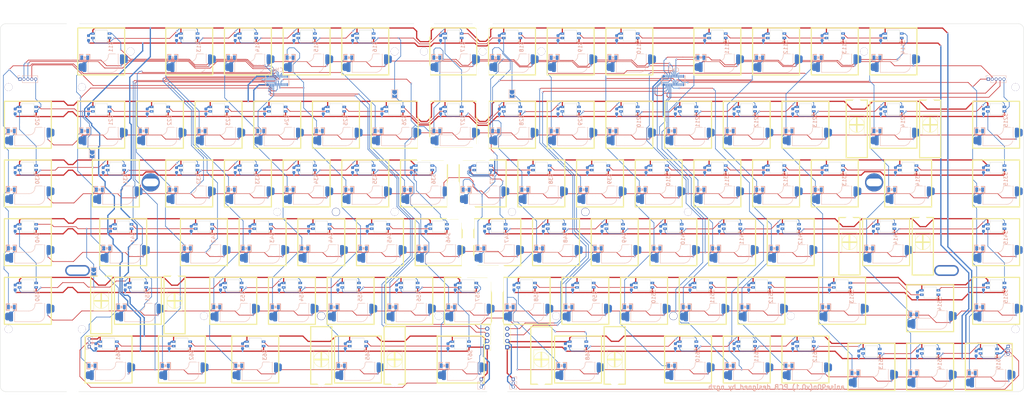
<source format=kicad_pcb>
(kicad_pcb (version 20211014) (generator pcbnew)
  (layers (0 "F.Cu" signal) (31 "B.Cu" signal) (34 "B.Paste" user) (35 "F.Paste" user) (36 "B.SilkS" user "B.Silkscreen") (37 "F.SilkS" user "F.Silkscreen") (38 "B.Mask" user) (39 "F.Mask" user) (44 "Edge.Cuts" user))
  (net 0 "")
  (net 1 "c7")
  (net 2 "r3")
  (net 3 "S43_42")
  (net 4 "S42_41")
  (net 5 "GND")
  (net 6 "VCC")
  (net 7 "c3")
  (net 8 "r4")
  (net 9 "S512_511")
  (net 10 "S511_510")
  (net 11 "c14")
  (net 12 "S510_59")
  (net 13 "S50_51")
  (net 14 "c12")
  (net 15 "S51_53")
  (net 16 "c11")
  (net 17 "S40_50")
  (net 18 "c10")
  (net 19 "S48_49")
  (net 20 "c1")
  (net 21 "S49_410")
  (net 22 "c9")
  (net 23 "S47_48")
  (net 24 "S37_47")
  (net 25 "c8")
  (net 26 "c4")
  (net 27 "S36_46")
  (net 28 "c6")
  (net 29 "S46_45")
  (net 30 "S45_44")
  (net 31 "c5")
  (net 32 "S44_43")
  (net 33 "S513_512")
  (net 34 "S414_415")
  (net 35 "c2")
  (net 36 "S415_515")
  (net 37 "S412_414")
  (net 38 "S411_412")
  (net 39 "S410_411")
  (net 40 "S41_40")
  (net 41 "c0")
  (net 42 "S28_29")
  (net 43 "S62_61")
  (net 44 "S58_68")
  (net 45 "r5")
  (net 46 "S68_610")
  (net 47 "S57_67")
  (net 48 "S67_65")
  (net 49 "S65_63")
  (net 50 "c13")
  (net 51 "c15")
  (net 52 "S63_62")
  (net 53 "S614_615")
  (net 54 "S613_614")
  (net 55 "r1")
  (net 56 "S612_613")
  (net 57 "S611_612")
  (net 58 "S610_611")
  (net 59 "S35_36")
  (net 60 "S59_58")
  (net 61 "S56_57")
  (net 62 "S55_56")
  (net 63 "S515_514")
  (net 64 "S514_513")
  (net 65 "S15_16")
  (net 66 "S16_17")
  (net 67 "S213_214")
  (net 68 "r6")
  (net 69 "S214_215")
  (net 70 "r2")
  (net 71 "S212_213")
  (net 72 "S211_212")
  (net 73 "S210_211")
  (net 74 "S27_26")
  (net 75 "S22_21")
  (net 76 "S21_20")
  (net 77 "S20_30")
  (net 78 "S110_19")
  (net 79 "S19_18")
  (net 80 "S17_27_1")
  (net 81 "S34_35")
  (net 82 "S14_15")
  (net 83 "S13_14")
  (net 84 "sdaL")
  (net 85 "sclL")
  (net 86 "sdaR")
  (net 87 "sclR")
  (net 88 "S11_13")
  (net 89 "led2_114")
  (net 90 "S114_113")
  (net 91 "S113_112")
  (net 92 "S112_111")
  (net 93 "S111_110")
  (net 94 "led1_11")
  (net 95 "S23_22")
  (net 96 "S33_34")
  (net 97 "S32_33")
  (net 98 "S31_32")
  (net 99 "S215_315")
  (net 100 "S315_314")
  (net 101 "S314_313")
  (net 102 "S313_312")
  (net 103 "S312_311")
  (net 104 "S311_310")
  (net 105 "S30_31")
  (net 106 "S26_25")
  (net 107 "S25_24")
  (net 108 "S24_23")
  (net 109 "S310_39")
  (net 110 "S39_38")
  (net 111 "S38_37")
  (net 112 "S54_55")
  (net 113 "S53_54")
  (net 114 "S29_210")
  (net 115 "encAL")
  (net 116 "encBL")
  (net 117 "encAR")
  (net 118 "encBR")
  (net 119 "doR")
  (net 120 "doL")
  (footprint "hole:PKRHC" (layer "F.Cu") (at 322.3399 92.5208)
    (fp_text reference "HOLE" hide)
    (fp_text value "VAL**" hide)
  )
  (footprint "hole:PKRHSL" (layer "F.Cu") (at 345.8312 121.1212)
    (fp_text reference "HOLE" hide)
    (fp_text value "VAL**" hide)
  )
  (footprint "hole:PKRHC" (layer "F.Cu") (at 87.4893 92.5208)
    (fp_text reference "HOLE" hide)
    (fp_text value "VAL**" hide)
  )
  (footprint "hole:PKRHC" (layer "F.Cu") (at 190.5 111.76)
    (fp_text reference "HOLE" hide)
    (fp_text value "VAL**" hide)
  )
  (footprint "hole:PKRHSL" (layer "F.Cu") (at 63.7489 121.1212)
    (fp_text reference "HOLE" hide)
    (fp_text value "VAL**" hide)
  )
  (footprint "Mounting_Holes:MountingHole_2.5mm" (layer "F.Cu") (at 80.9625 50.00625)
    (fp_text reference "" hide)
    (fp_text value "MountingHole_2.5mm" hide)
  )
  (footprint "hole:PKRH" (layer "F.Cu") (at 190.5 83.34502)
    (fp_text reference "" hide)
    (fp_text value "" hide)
  )
  (footprint "hole:PKRH" (layer "F.Cu") (at 188 102.2)
    (fp_text reference "" hide)
    (fp_text value "" hide)
  )
  (footprint "hole:PKRH" (layer "F.Cu") (at 193.68125 121.20498)
    (fp_text reference "" hide)
    (fp_text value "" hide)
  )
  (footprint "hole:PKRH" (layer "F.Cu") (at 190.20498 104.5 90)
    (fp_text reference "" hide)
    (fp_text value "" hide)
  )
  (footprint "hole:PKRH" (layer "F.Cu") (at 190.40498 118.6 90)
    (fp_text reference "" hide)
    (fp_text value "" hide)
  )
  (footprint "hole:PKRH" (layer "F.Cu") (at 185.60498 97.75 90)
    (fp_text reference "" hide)
    (fp_text value "" hide)
  )
  (footprint "hole:PKRH" (layer "F.Cu") (at 185.60498 84.61875 90)
    (fp_text reference "" hide)
    (fp_text value "" hide)
  )
  (footprint "hole:PKRH" (layer "F.Cu") (at 193.6 40.8175 90)
    (fp_text reference "" hide)
    (fp_text value "" hide)
  )
  (footprint "hole:PKRH" (layer "F.Cu") (at 196.91 40.8175 90)
    (fp_text reference "" hide)
    (fp_text value "" hide)
  )
  (footprint "hole:PKRH" (layer "F.Cu") (at 187.6 85.4 90)
    (fp_text reference "" hide)
    (fp_text value "" hide)
  )
  (footprint "hole:PKRH" (layer "F.Cu") (at 187.6 100.4 90)
    (fp_text reference "" hide)
    (fp_text value "" hide)
  )
  (footprint "hole:PKRH" (layer "F.Cu") (at 188.7 104.4 90)
    (fp_text reference "" hide)
    (fp_text value "" hide)
  )
  (footprint "hole:PKRH" (layer "F.Cu") (at 192.3 119.4 90)
    (fp_text reference "" hide)
    (fp_text value "" hide)
  )
  (footprint "hole:PKRH" (layer "F.Cu") (at 200.025 123.4 90)
    (fp_text reference "" hide)
    (fp_text value "" hide)
  )
  (footprint "hole:PKRH" (layer "F.Cu") (at 200 146.8 90)
    (fp_text reference "" hide)
    (fp_text value "" hide)
  )
  (footprint "hole:PKRH" (layer "F.Cu") (at 198.3 160.62 90)
    (fp_text reference "" hide)
    (fp_text value "" hide)
  )
  (footprint "hole:PKRH" (layer "F.Cu") (at 201.7 160.62 90)
    (fp_text reference "" hide)
    (fp_text value "" hide)
  )
  (footprint "hole:PKRH" (layer "F.Cu") (at 195 80.3 90)
    (fp_text reference "" hide)
    (fp_text value "" hide)
  )
  (footprint "hole:PKRH" (layer "F.Cu") (at 193.3 81.3 90)
    (fp_text reference "" hide)
    (fp_text value "" hide)
  )
  (footprint "hole:PKRH" (layer "F.Cu") (at 196.67 84.02 90)
    (fp_text reference "" hide)
    (fp_text value "" hide)
  )
  (footprint "hole:PKRH" (layer "F.Cu") (at 184.3 103 90)
    (fp_text reference "" hide)
    (fp_text value "" hide)
  )
  (footprint "hole:PKRH" (layer "F.Cu") (at 191.6 101.1 90)
    (fp_text reference "" hide)
    (fp_text value "" hide)
  )
  (footprint "hole:PKRH" (layer "F.Cu") (at 189.3 122.6 90)
    (fp_text reference "" hide)
    (fp_text value "" hide)
  )
  (footprint "hole:PKRH" (layer "F.Cu") (at 201.24 119.645 90)
    (fp_text reference "" hide)
    (fp_text value "" hide)
  )
  (footprint "hole:PKRH" (layer "F.Cu") (at 175.95 43.49625 90)
    (fp_text reference "" hide)
    (fp_text value "" hide)
  )
  (footprint "hole:PKRH" (layer "F.Cu") (at 175.95 80.29875 90)
    (fp_text reference "" hide)
    (fp_text value "" hide)
  )
  (footprint "hole:PKRH" (layer "F.Cu") (at 177.87 40.8175 90)
    (fp_text reference "" hide)
    (fp_text value "" hide)
  )
  (footprint "hole:PKRH" (layer "F.Cu") (at 174.55 40.8075 90)
    (fp_text reference "" hide)
    (fp_text value "" hide)
  )
  (footprint "hole:PKRH" (layer "F.Cu") (at 189.72 82.2)
    (fp_text reference "" hide)
    (fp_text value "" hide)
  )
  (footprint "hole:PKRH" (layer "F.Cu") (at 183.9 86.2 90)
    (fp_text reference "" hide)
    (fp_text value "" hide)
  )
  (footprint "hole:PKRH" (layer "F.Cu") (at 178.1 81.3 90)
    (fp_text reference "" hide)
    (fp_text value "" hide)
  )
  (footprint "hole:PKRH" (layer "F.Cu") (at 198.05 123.525 90)
    (fp_text reference "" hide)
    (fp_text value "" hide)
  )
  (footprint "hole:PKRH" (layer "F.Cu") (at 174.81 84.09 90)
    (fp_text reference "" hide)
    (fp_text value "" hide)
  )
  (footprint "hole:PKRH" (layer "F.Cu") (at 200.01 155.16 90)
    (fp_text reference "" hide)
    (fp_text value "" hide)
  )
  (footprint "Keyboard:MXHS-1U-RGB-ALI-3528-HOLE-NOPAD" (layer "F.Cu") (at 147.6375 73.81875 180)
    (fp_text reference "S25")
    (fp_text value "MX_LED" hide)
    (fp_line (start -2 3.28) (end -2 6.88) (layer "Edge.Cuts") (width 0.1))
    (fp_line (start 2 3.28) (end 2 6.88) (layer "Edge.Cuts") (width 0.1))
    (fp_line (start -2 6.88) (end 2 6.88) (layer "Edge.Cuts") (width 0.1))
    (fp_line (start -2 3.28) (end 2 3.28) (layer "Edge.Cuts") (width 0.1))
  )
  (footprint "Mounting_Holes:MountingHole_2.5mm" (layer "F.Cu") (at 41.3564 140.1712)
    (fp_text reference "" hide)
    (fp_text value "MountingHole_2.5mm" hide)
  )
  (footprint "Connector_PinHeader_2.00mm:PinHeader_1x04_P2.00mm_Vertical" (layer "F.Cu") (at 196.75 146 180)
    (fp_text reference "P1" hide)
    (fp_text value "P" hide)
  )
  (footprint "Keyboard:MXHS-1U-RGB-ALI-3528-HOLE-NOPAD" (layer "F.Cu") (at 280.9875 73.81875 180)
    (fp_text reference "S212")
    (fp_text value "MX_LED" hide)
    (fp_line (start 2 3.28) (end 2 6.88) (layer "Edge.Cuts") (width 0.1))
    (fp_line (start -2 3.28) (end -2 6.88) (layer "Edge.Cuts") (width 0.1))
    (fp_line (start -2 6.88) (end 2 6.88) (layer "Edge.Cuts") (width 0.1))
    (fp_line (start -2 3.28) (end 2 3.28) (layer "Edge.Cuts") (width 0.1))
  )
  (footprint "Mounting_Holes:MountingHole_2.5mm" (layer "F.Cu") (at 214.3125 50.00625)
    (fp_text reference "" hide)
    (fp_text value "MountingHole_2.5mm" hide)
  )
  (footprint "Keyboard:MXHS-1U-RGB-ALI-3528-HOLE-NOPAD" (layer "F.Cu") (at 290.5125 92.86875 180)
    (fp_text reference "S312")
    (fp_text value "MX_LED" hide)
    (fp_line (start -2 6.88) (end 2 6.88) (layer "Edge.Cuts") (width 0.1))
    (fp_line (start 2 3.28) (end 2 6.88) (layer "Edge.Cuts") (width 0.1))
    (fp_line (start -2 3.28) (end -2 6.88) (layer "Edge.Cuts") (width 0.1))
    (fp_line (start -2 3.28) (end 2 3.28) (layer "Edge.Cuts") (width 0.1))
  )
  (footprint "Keyboard:MXHS-1U-RGB-ALI-3528-HOLE-NOPAD" (layer "F.Cu") (at 190.5 130.96875 180)
    (fp_text reference "S57")
    (fp_text value "MX_LED" hide)
    (fp_line (start -2 3.28) (end 2 3.28) (layer "Edge.Cuts") (width 0.1))
    (fp_line (start -2 6.88) (end 2 6.88) (layer "Edge.Cuts") (width 0.1))
    (fp_line (start -2 3.28) (end -2 6.88) (layer "Edge.Cuts") (width 0.1))
    (fp_line (start 2 3.28) (end 2 6.88) (layer "Edge.Cuts") (width 0.1))
  )
  (footprint "Keyboard:MXHS-1U-RGB-ALI-3528-HOLE-NOPAD" (layer "F.Cu") (at 200.025 111.91875 180)
    (fp_text reference "S47")
    (fp_text value "MX_LED" hide)
    (fp_line (start -2 3.28) (end -2 6.88) (layer "Edge.Cuts") (width 0.1))
    (fp_line (start -2 6.88) (end 2 6.88) (layer "Edge.Cuts") (width 0.1))
    (fp_line (start 2 3.28) (end 2 6.88) (layer "Edge.Cuts") (width 0.1))
    (fp_line (start -2 3.28) (end 2 3.28) (layer "Edge.Cuts") (width 0.1))
  )
  (footprint "Mounting_Holes:MountingHole_2.5mm" (layer "F.Cu") (at 147.63751 102.1)
    (fp_text reference "REF**" hide)
    (fp_text value "MountingHole_padded_2.5mm" hide)
  )
  (footprint "Mounting_Holes:MountingHole_2.5mm" (layer "F.Cu") (at 176.2125 50.00625)
    (fp_text reference "" hide)
    (fp_text value "MountingHole_2.5mm" hide)
  )
  (footprint "hole:PKRH" (layer "F.Cu") (at 61.5 42.81)
    (fp_text reference "" hide)
    (fp_text value "" hide)
  )
  (footprint "Keyboard:MXHS-1U-RGB-ALI-3528-HOLE-NOPAD" (layer "F.Cu") (at 223.8375 73.81875 180)
    (fp_text reference "S29")
    (fp_text value "MX_LED" hide)
    (fp_line (start 2 3.28) (end 2 6.88) (layer "Edge.Cuts") (width 0.1))
    (fp_line (start -2 6.88) (end 2 6.88) (layer "Edge.Cuts") (width 0.1))
    (fp_line (start -2 3.28) (end 2 3.28) (layer "Edge.Cuts") (width 0.1))
    (fp_line (start -2 3.28) (end -2 6.88) (layer "Edge.Cuts") (width 0.1))
  )
  (footprint "Keyboard:MXHS-1U-RGB-ALI-3528-HOLE-NOPAD" (layer "F.Cu") (at 271.4625 92.86875 180)
    (fp_text reference "S311")
    (fp_text value "MX_LED" hide)
    (fp_line (start -2 6.88) (end 2 6.88) (layer "Edge.Cuts") (width 0.1))
    (fp_line (start 2 3.28) (end 2 6.88) (layer "Edge.Cuts") (width 0.1))
    (fp_line (start -2 3.28) (end 2 3.28) (layer "Edge.Cuts") (width 0.1))
    (fp_line (start -2 3.28) (end -2 6.88) (layer "Edge.Cuts") (width 0.1))
  )
  (footprint "Keyboard:MXHS-1U-RGB-ALI-3528-HOLE-NOPAD" (layer "F.Cu") (at 300.0375 150.01875 180)
    (fp_text reference "S612")
    (fp_text value "MX_LED" hide)
    (fp_line (start 2 3.28) (end 2 6.88) (layer "Edge.Cuts") (width 0.1))
    (fp_line (start -2 3.28) (end 2 3.28) (layer "Edge.Cuts") (width 0.1))
    (fp_line (start -2 3.28) (end -2 6.88) (layer "Edge.Cuts") (width 0.1))
    (fp_line (start -2 6.88) (end 2 6.88) (layer "Edge.Cuts") (width 0.1))
  )
  (footprint "Keyboard:MXST" (layer "F.Cu") (at 142.875 150.01875 180)
    (fp_text reference "" hide)
    (fp_text value "" hide)
  )
  (footprint "Keyboard:MXHS-1U-RGB-ALI-3528-HOLE-NOPAD" (layer "F.Cu") (at 152.4 130.96875 180)
    (fp_text reference "S55")
    (fp_text value "MX_LED" hide)
    (fp_line (start -2 6.88) (end 2 6.88) (layer "Edge.Cuts") (width 0.1))
    (fp_line (start 2 3.28) (end 2 6.88) (layer "Edge.Cuts") (width 0.1))
    (fp_line (start -2 3.28) (end 2 3.28) (layer "Edge.Cuts") (width 0.1))
    (fp_line (start -2 3.28) (end -2 6.88) (layer "Edge.Cuts") (width 0.1))
  )
  (footprint "Keyboard:MXHS-1U-RGB-ALI-3528-HOLE-NOPAD" (layer "F.Cu") (at 309.5625 92.86875 180)
    (fp_text reference "S313")
    (fp_text value "MX_LED" hide)
    (fp_line (start -2 3.28) (end 2 3.28) (layer "Edge.Cuts") (width 0.1))
    (fp_line (start -2 3.28) (end -2 6.88) (layer "Edge.Cuts") (width 0.1))
    (fp_line (start -2 6.88) (end 2 6.88) (layer "Edge.Cuts") (width 0.1))
    (fp_line (start 2 3.28) (end 2 6.88) (layer "Edge.Cuts") (width 0.1))
  )
  (footprint "Keyboard:MXHS-1U-RGB-ALI-3528-HOLE-NOPAD" (layer "F.Cu") (at 185.7375 73.81875 180)
    (fp_text reference "S27")
    (fp_text value "MX_LED" hide)
    (fp_line (start 2 3.28) (end 2 6.88) (layer "Edge.Cuts") (width 0.1))
    (fp_line (start -2 3.28) (end 2 3.28) (layer "Edge.Cuts") (width 0.1))
    (fp_line (start -2 3.28) (end -2 6.88) (layer "Edge.Cuts") (width 0.1))
    (fp_line (start -2 6.88) (end 2 6.88) (layer "Edge.Cuts") (width 0.1))
  )
  (footprint "Keyboard:MXHS-1U-RGB-ALI-3528-HOLE-NOPAD" (layer "F.Cu") (at 271.4625 50.00625 180)
    (fp_text reference "S111")
    (fp_text value "MX_LED" hide)
    (fp_line (start -2 6.88) (end 2 6.88) (layer "Edge.Cuts") (width 0.1))
    (fp_line (start -2 3.28) (end -2 6.88) (layer "Edge.Cuts") (width 0.1))
    (fp_line (start -2 3.28) (end 2 3.28) (layer "Edge.Cuts") (width 0.1))
    (fp_line (start 2 3.28) (end 2 6.88) (layer "Edge.Cuts") (width 0.1))
  )
  (footprint "" (layer "F.Cu") (at 62.48 160.39)
    (fp_text reference "")
    (fp_text value "")
  )
  (footprint "Mounting_Holes:MountingHole_2.5mm" (layer "F.Cu") (at 219.075 135.89)
    (fp_text reference "" hide)
    (fp_text value "MountingHole_2.5mm" hide)
  )
  (footprint "Keyboard:MXHS-1U-RGB-ALI-3528-HOLE-NOPAD" (layer "F.Cu") (at 138.1125 50.00625 180)
    (fp_text reference "S15")
    (fp_text value "MX_LED" hide)
    (fp_line (start -2 6.88) (end 2 6.88) (layer "Edge.Cuts") (width 0.1))
    (fp_line (start 2 3.28) (end 2 6.88) (layer "Edge.Cuts") (width 0.1))
    (fp_line (start -2 3.28) (end 2 3.28) (layer "Edge.Cuts") (width 0.1))
    (fp_line (start -2 3.28) (end -2 6.88) (layer "Edge.Cuts") (width 0.1))
  )
  (footprint "" (layer "F.Cu") (at 61.5 83.34375)
    (fp_text reference "")
    (fp_text value "")
  )
  (footprint "Keyboard:MXHS-1U-RGB-ALI-3528-HOLE-NOPAD" (layer "F.Cu") (at 290.5125 50.00625 180)
    (fp_text reference "S112")
    (fp_text value "MX_LED" hide)
    (fp_line (start -2 3.28) (end -2 6.88) (layer "Edge.Cuts") (width 0.1))
    (fp_line (start -2 6.88) (end 2 6.88) (layer "Edge.Cuts") (width 0.1))
    (fp_line (start -2 3.28) (end 2 3.28) (layer "Edge.Cuts") (width 0.1))
    (fp_line (start 2 3.28) (end 2 6.88) (layer "Edge.Cuts") (width 0.1))
  )
  (footprint "Keyboard:MXHS-1U-RGB-ALI-3528-HOLE-NOPAD" (layer "F.Cu") (at 78.58125 111.91875 180)
    (fp_text reference "S41")
    (fp_text value "MX_LED" hide)
    (fp_line (start -2 3.28) (end -2 6.88) (layer "Edge.Cuts") (width 0.1))
    (fp_line (start 2 3.28) (end 2 6.88) (layer "Edge.Cuts") (width 0.1))
    (fp_line (start -2 6.88) (end 2 6.88) (layer "Edge.Cuts") (width 0.1))
    (fp_line (start -2 3.28) (end 2 3.28) (layer "Edge.Cuts") (width 0.1))
  )
  (footprint "Mounting_Holes:MountingHole_2.5mm" (layer "F.Cu") (at 295.275 135.89)
    (fp_text reference "" hide)
    (fp_text value "MountingHole_2.5mm" hide)
  )
  (footprint "Keyboard:MXHS-1U-RGB-ALI-3528-HOLE-NOPAD" (layer "F.Cu") (at 361.95 130.96875 180)
    (fp_text reference "S515")
    (fp_text value "MX_LED" hide)
    (fp_line (start -2 6.88) (end 2 6.88) (layer "Edge.Cuts") (width 0.1))
    (fp_line (start -2 3.28) (end -2 6.88) (layer "Edge.Cuts") (width 0.1))
    (fp_line (start -2 3.28) (end 2 3.28) (layer "Edge.Cuts") (width 0.1))
    (fp_line (start 2 3.28) (end 2 6.88) (layer "Edge.Cuts") (width 0.1))
  )
  (footprint "Keyboard:MXHS-1U-RGB-ALI-3528-HOLE-NOPAD" (layer "F.Cu") (at 47.625 73.81875 180)
    (fp_text reference "S20")
    (fp_text value "MX_LED" hide)
    (fp_line (start -2 3.28) (end -2 6.88) (layer "Edge.Cuts") (width 0.1))
    (fp_line (start 2 3.28) (end 2 6.88) (layer "Edge.Cuts") (width 0.1))
    (fp_line (start -2 6.88) (end 2 6.88) (layer "Edge.Cuts") (width 0.1))
    (fp_line (start -2 3.28) (end 2 3.28) (layer "Edge.Cuts") (width 0.1))
  )
  (footprint "Mounting_Holes:MountingHole_2.5mm" (layer "F.Cu") (at 261.93749 102.1)
    (fp_text reference "" hide)
    (fp_text value "MountingHole_2.5mm" hide)
  )
  (footprint "Keyboard:MXHS-1U-RGB-ALI-3528-HOLE-NOPAD" (layer "F.Cu") (at 157.1625 50.00625 180)
    (fp_text reference "S16")
    (fp_text value "MX_LED" hide)
    (fp_line (start 2 3.28) (end 2 6.88) (layer "Edge.Cuts") (width 0.1))
    (fp_line (start -2 3.28) (end 2 3.28) (layer "Edge.Cuts") (width 0.1))
    (fp_line (start -2 6.88) (end 2 6.88) (layer "Edge.Cuts") (width 0.1))
    (fp_line (start -2 3.28) (end -2 6.88) (layer "Edge.Cuts") (width 0.1))
  )
  (footprint "Keyboard:MXST" (layer "F.Cu") (at 316.70625 73.81875)
    (fp_text reference "" hide)
    (fp_text value "" hide)
  )
  (footprint "Mounting_Holes:MountingHole_2.5mm" (layer "F.Cu") (at 228.6 102.1)
    (fp_text reference "REF**" hide)
    (fp_text value "MountingHole_padded_2.5mm" hide)
  )
  (footprint "Keyboard:MXHS-1U-RGB-ALI-3528-HOLE-NOPAD" (layer "F.Cu") (at 321.46875 152.4 180)
    (fp_text reference "S613")
    (fp_text value "MX_LED" hide)
    (fp_line (start -2 3.28) (end -2 6.88) (layer "Edge.Cuts") (width 0.1))
    (fp_line (start 2 3.28) (end 2 6.88) (layer "Edge.Cuts") (width 0.1))
    (fp_line (start -2 6.88) (end 2 6.88) (layer "Edge.Cuts") (width 0.1))
    (fp_line (start -2 3.28) (end 2 3.28) (layer "Edge.Cuts") (width 0.1))
  )
  (footprint "Keyboard:MXHS-1U-RGB-ALI-3528-HOLE-NOPAD" (layer "F.Cu") (at 340.51875 152.4 180)
    (fp_text reference "S614")
    (fp_text value "MX_LED" hide)
    (fp_line (start 2 3.28) (end 2 6.88) (layer "Edge.Cuts") (width 0.1))
    (fp_line (start -2 6.88) (end 2 6.88) (layer "Edge.Cuts") (width 0.1))
    (fp_line (start -2 3.28) (end 2 3.28) (layer "Edge.Cuts") (width 0.1))
    (fp_line (start -2 3.28) (end -2 6.88) (layer "Edge.Cuts") (width 0.1))
  )
  (footprint "Keyboard:MXHS-1U-RGB-ALI-3528-HOLE-NOPAD" (layer "F.Cu") (at 361.95 111.91875 180)
    (fp_text reference "S415")
    (fp_text value "MX_LED" hide)
    (fp_line (start -2 3.28) (end -2 6.88) (layer "Edge.Cuts") (width 0.1))
    (fp_line (start -2 6.88) (end 2 6.88) (layer "Edge.Cuts") (width 0.1))
    (fp_line (start -2 3.28) (end 2 3.28) (layer "Edge.Cuts") (width 0.1))
    (fp_line (start 2 3.28) (end 2 6.88) (layer "Edge.Cuts") (width 0.1))
  )
  (footprint "Mounting_Holes:MountingHole_2.5mm" (layer "F.Cu") (at 142.875 135.89)
    (fp_text reference "REF**" hide)
    (fp_text value "MountingHole_padded_2.5mm" hide)
  )
  (footprint "Keyboard:MXHS-1U-RGB-ALI-3528-HOLE-NOPAD" (layer "F.Cu") (at 195.2625 92.86875 180)
    (fp_text reference "S37")
    (fp_text value "MX_LED" hide)
    (fp_line (start -2 3.28) (end -2 6.88) (layer "Edge.Cuts") (width 0.1))
    (fp_line (start -2 6.88) (end 2 6.88) (layer "Edge.Cuts") (width 0.1))
    (fp_line (start -2 3.28) (end 2 3.28) (layer "Edge.Cuts") (width 0.1))
    (fp_line (start 2 3.28) (end 2 6.88) (layer "Edge.Cuts") (width 0.1))
  )
  (footprint "" (layer "F.Cu") (at 61.5 64.29375)
    (fp_text reference "")
    (fp_text value "")
  )
  (footprint "" (layer "F.Cu") (at 61.5 130.96875)
    (fp_text reference "")
    (fp_text value "")
  )
  (footprint "Keyboard:MXHS-1U-RGB-ALI-3528-HOLE-NOPAD" (layer "F.Cu") (at 83.34375 130.96875 180)
    (fp_text reference "S51")
    (fp_text value "MX_LED" hide)
    (fp_line (start -2 3.28) (end 2 3.28) (layer "Edge.Cuts") (width 0.1))
    (fp_line (start -2 3.28) (end -2 6.88) (layer "Edge.Cuts") (width 0.1))
    (fp_line (start -2 6.88) (end 2 6.88) (layer "Edge.Cuts") (width 0.1))
    (fp_line (start 2 3.28) (end 2 6.88) (layer "Edge.Cuts") (width 0.1))
  )
  (footprint "Keyboard:MXHS-1U-RGB-ALI-3528-HOLE-NOPAD" (layer "F.Cu") (at 47.625 92.86875 180)
    (fp_text reference "S30")
    (fp_text value "MX_LED" hide)
    (fp_line (start -2 3.28) (end -2 6.88) (layer "Edge.Cuts") (width 0.1))
    (fp_line (start -2 6.88) (end 2 6.88) (layer "Edge.Cuts") (width 0.1))
    (fp_line (start -2 3.28) (end 2 3.28) (layer "Edge.Cuts") (width 0.1))
    (fp_line (start 2 3.28) (end 2 6.88) (layer "Edge.Cuts") (width 0.1))
  )
  (footprint "Keyboard:MXHS-1U-RGB-ALI-3528-HOLE-NOPAD" (layer "F.Cu") (at 359.56875 152.4 180)
    (fp_text reference "S615")
    (fp_text value "MX_LED" hide)
    (fp_line (start 2 3.28) (end 2 6.88) (layer "Edge.Cuts") (width 0.1))
    (fp_line (start -2 6.88) (end 2 6.88) (layer "Edge.Cuts") (width 0.1))
    (fp_line (start -2 3.28) (end 2 3.28) (layer "Edge.Cuts") (width 0.1))
    (fp_line (start -2 3.28) (end -2 6.88) (layer "Edge.Cuts") (width 0.1))
  )
  (footprint "Keyboard:30PIN_0.4MM_BTB_MALE" (layer "F.Cu") (at 128.5875 59.4375)
    (fp_text reference "CN1")
    (fp_text value "BTB")
  )
  (footprint "Keyboard:MXHS-1U-RGB-ALI-3528-HOLE-NOPAD" (layer "F.Cu") (at 261.9375 150.01875 180)
    (fp_text reference "S610")
    (fp_text value "MX_LED" hide)
    (fp_line (start -2 3.28) (end 2 3.28) (layer "Edge.Cuts") (width 0.1))
    (fp_line (start -2 3.28) (end -2 6.88) (layer "Edge.Cuts") (width 0.1))
    (fp_line (start 2 3.28) (end 2 6.88) (layer "Edge.Cuts") (width 0.1))
    (fp_line (start -2 6.88) (end 2 6.88) (layer "Edge.Cuts") (width 0.1))
  )
  (footprint "Connector_PinHeader_2.00mm:PinHeader_1x04_P2.00mm_Vertical" (layer "F.Cu") (at 203.25 146 180)
    (fp_text reference "P2" hide)
    (fp_text value "P" hide)
  )
  (footprint "Mounting_Holes:MountingHole_2.5mm" (layer "F.Cu") (at 166.6875 50.00625)
    (fp_text reference "" hide)
    (fp_text value "MountingHole_2.5mm" hide)
  )
  (footprint "Mounting_Holes:MountingHole_2.5mm" (layer "F.Cu") (at 257.175 135.89)
    (fp_text reference "REF**" hide)
    (fp_text value "MountingHole_padded_2.5mm" hide)
  )
  (footprint "Mounting_Holes:MountingHole_2.5mm" (layer "F.Cu") (at 41.3564 61.58995)
    (fp_text reference "" hide)
    (fp_text value "MountingHole_2.5mm" hide)
  )
  (footprint "Keyboard:MXHS-1U-RGB-ALI-3528-HOLE-NOPAD" (layer "F.Cu") (at 119.0625 92.86875 180)
    (fp_text reference "S33")
    (fp_text value "MX_LED" hide)
    (fp_line (start -2 6.88) (end 2 6.88) (layer "Edge.Cuts") (width 0.1))
    (fp_line (start -2 3.28) (end 2 3.28) (layer "Edge.Cuts") (width 0.1))
    (fp_line (start 2 3.28) (end 2 6.88) (layer "Edge.Cuts") (width 0.1))
    (fp_line (start -2 3.28) (end -2 6.88) (layer "Edge.Cuts") (width 0.1))
  )
  (footprint "Keyboard:MXHS-1U-RGB-ALI-3528-HOLE-NOPAD" (layer "F.Cu") (at 100.0125 92.86875 180)
    (fp_text reference "S32")
    (fp_text value "MX_LED" hide)
    (fp_line (start 2 3.28) (end 2 6.88) (layer "Edge.Cuts") (width 0.1))
    (fp_line (start -2 6.88) (end 2 6.88) (layer "Edge.Cuts") (width 0.1))
    (fp_line (start -2 3.28) (end -2 6.88) (layer "Edge.Cuts") (width 0.1))
    (fp_line (start -2 3.28) (end 2 3.28) (layer "Edge.Cuts") (width 0.1))
  )
  (footprint "Keyboard:MXHS-1U-RGB-ALI-3528-HOLE-NOPAD" (layer "F.Cu") (at 180.975 111.91875 180)
    (fp_text reference "S46")
    (fp_text value "MX_LED" hide)
    (fp_line (start -2 3.28) (end -2 6.88) (layer "Edge.Cuts") (width 0.1))
    (fp_line (start -2 6.88) (end 2 6.88) (layer "Edge.Cuts") (width 0.1))
    (fp_line (start 2 3.28) (end 2 6.88) (layer "Edge.Cuts") (width 0.1))
    (fp_line (start -2 3.28) (end 2 3.28) (layer "Edge.Cuts") (width 0.1))
  )
  (footprint "Keyboard:MXST" (layer "F.Cu") (at 95.25 130.96875)
    (fp_text reference "" hide)
    (fp_text value "" hide)
  )
  (footprint "Keyboard:MXHS-1U-RGB-ALI-3528-HOLE-NOPAD" (layer "F.Cu") (at 223.8375 50.00625 180)
    (fp_text reference "S19")
    (fp_text value "MX_LED" hide)
    (fp_line (start -2 6.88) (end 2 6.88) (layer "Edge.Cuts") (width 0.1))
    (fp_line (start -2 3.28) (end -2 6.88) (layer "Edge.Cuts") (width 0.1))
    (fp_line (start -2 3.28) (end 2 3.28) (layer "Edge.Cuts") (width 0.1))
    (fp_line (start 2 3.28) (end 2 6.88) (layer "Edge.Cuts") (width 0.1))
  )
  (footprint "Keyboard:MXHS-1U-RGB-ALI-3528-HOLE-NOPAD" (layer "F.Cu") (at 309.5625 50.00625 180)
    (fp_text reference "S113")
    (fp_text value "MX_LED" hide)
    (fp_line (start -2 3.28) (end 2 3.28) (layer "Edge.Cuts") (width 0.1))
    (fp_line (start -2 6.88) (end 2 6.88) (layer "Edge.Cuts") (width 0.1))
    (fp_line (start -2 3.28) (end -2 6.88) (layer "Edge.Cuts") (width 0.1))
    (fp_line (start 2 3.28) (end 2 6.88) (layer "Edge.Cuts") (width 0.1))
  )
  (footprint "Keyboard:MXHS-1U-RGB-ALI-3528-HOLE-NOPAD" (layer "F.Cu") (at 47.625 130.96875 180)
    (fp_text reference "S50")
    (fp_text value "MX_LED" hide)
    (fp_line (start -2 6.88) (end 2 6.88) (layer "Edge.Cuts") (width 0.1))
    (fp_line (start -2 3.28) (end -2 6.88) (layer "Edge.Cuts") (width 0.1))
    (fp_line (start 2 3.28) (end 2 6.88) (layer "Edge.Cuts") (width 0.1))
    (fp_line (start -2 3.28) (end 2 3.28) (layer "Edge.Cuts") (width 0.1))
  )
  (footprint "hole:PKRH" (layer "F.Cu") (at 195 62.5 90)
    (fp_text reference "" hide)
    (fp_text value "" hide)
  )
  (footprint "hole:PKRH" (layer "F.Cu") (at 194.99248 43.49625 90)
    (fp_text reference "" hide)
    (fp_text value "" hide)
  )
  (footprint "Keyboard:MXHS-1U-RGB-ALI-3528-HOLE-NOPAD" (layer "F.Cu") (at 252.4125 92.86875 180)
    (fp_text reference "S310")
    (fp_text value "MX_LED" hide)
    (fp_line (start -2 3.28) (end -2 6.88) (layer "Edge.Cuts") (width 0.1))
    (fp_line (start 2 3.28) (end 2 6.88) (layer "Edge.Cuts") (width 0.1))
    (fp_line (start -2 6.88) (end 2 6.88) (layer "Edge.Cuts") (width 0.1))
    (fp_line (start -2 3.28) (end 2 3.28) (layer "Edge.Cuts") (width 0.1))
  )
  (footprint "Keyboard:MXHS-1U-RGB-ALI-3528-HOLE-NOPAD" (layer "F.Cu") (at 266.7 130.96875 180)
    (fp_text reference "S511")
    (fp_text value "MX_LED" hide)
    (fp_line (start -2 3.28) (end 2 3.28) (layer "Edge.Cuts") (width 0.1))
    (fp_line (start 2 3.28) (end 2 6.88) (layer "Edge.Cuts") (width 0.1))
    (fp_line (start -2 3.28) (end -2 6.88) (layer "Edge.Cuts") (width 0.1))
    (fp_line (start -2 6.88) (end 2 6.88) (layer "Edge.Cuts") (width 0.1))
  )
  (footprint "Keyboard:MXST" (layer "F.Cu") (at 71.4375 130.96875)
    (fp_text reference "" hide)
    (fp_text value "" hide)
  )
  (footprint "Keyboard:MXHS-1U-RGB-ALI-3528-HOLE-NOPAD" (layer "F.Cu") (at 261.9375 73.81875 180)
    (fp_text reference "S211")
    (fp_text value "MX_LED" hide)
    (fp_line (start -2 3.28) (end -2 6.88) (layer "Edge.Cuts") (width 0.1))
    (fp_line (start 2 3.28) (end 2 6.88) (layer "Edge.Cuts") (width 0.1))
    (fp_line (start -2 6.88) (end 2 6.88) (layer "Edge.Cuts") (width 0.1))
    (fp_line (start -2 3.28) (end 2 3.28) (layer "Edge.Cuts") (width 0.1))
  )
  (footprint "Keyboard:MXHS-1U-RGB-ALI-3528-HOLE-NOPAD" (layer "F.Cu") (at 242.8875 50.00625 180)
    (fp_text reference "S110")
    (fp_text value "MX_LED" hide)
    (fp_line (start -2 3.28) (end -2 6.88) (layer "Edge.Cuts") (width 0.1))
    (fp_line (start -2 3.28) (end 2 3.28) (layer "Edge.Cuts") (width 0.1))
    (fp_line (start 2 3.28) (end 2 6.88) (layer "Edge.Cuts") (width 0.1))
    (fp_line (start -2 6.88) (end 2 6.88) (layer "Edge.Cuts") (width 0.1))
  )
  (footprint "Keyboard:MXHS-1U-RGB-ALI-3528-HOLE-NOPAD" (layer "F.Cu") (at 119.0625 50.00625 180)
    (fp_text reference "S14")
    (fp_text value "MX_LED" hide)
    (fp_line (start -2 3.28) (end -2 6.88) (layer "Edge.Cuts") (width 0.1))
    (fp_line (start -2 6.88) (end 2 6.88) (layer "Edge.Cuts") (width 0.1))
    (fp_line (start -2 3.28) (end 2 3.28) (layer "Edge.Cuts") (width 0.1))
    (fp_line (start 2 3.28) (end 2 6.88) (layer "Edge.Cuts") (width 0.1))
  )
  (footprint "Keyboard:MXHS-1U-RGB-ALI-3528-HOLE-NOPAD" (layer "F.Cu") (at 114.3 130.96875 180)
    (fp_text reference "S53")
    (fp_text value "MX_LED" hide)
    (fp_line (start -2 3.28) (end 2 3.28) (layer "Edge.Cuts") (width 0.1))
    (fp_line (start -2 6.88) (end 2 6.88) (layer "Edge.Cuts") (width 0.1))
    (fp_line (start 2 3.28) (end 2 6.88) (layer "Edge.Cuts") (width 0.1))
    (fp_line (start -2 3.28) (end -2 6.88) (layer "Edge.Cuts") (width 0.1))
  )
  (footprint "Mounting_Holes:MountingHole_2.5mm" (layer "F.Cu") (at 319.0875 50.00625)
    (fp_text reference "" hide)
    (fp_text value "MountingHole_2.5mm" hide)
  )
  (footprint "Keyboard:MXHS-1U-RGB-ALI-3528-HOLE-NOPAD" (layer "F.Cu") (at 280.9875 150.01875 180)
    (fp_text reference "S611")
    (fp_text value "MX_LED" hide)
    (fp_line (start 2 3.28) (end 2 6.88) (layer "Edge.Cuts") (width 0.1))
    (fp_line (start -2 3.28) (end 2 3.28) (layer "Edge.Cuts") (width 0.1))
    (fp_line (start -2 3.28) (end -2 6.88) (layer "Edge.Cuts") (width 0.1))
    (fp_line (start -2 6.88) (end 2 6.88) (layer "Edge.Cuts") (width 0.1))
  )
  (footprint "Keyboard:MXHS-1U-RGB-ALI-3528-HOLE-NOPAD" (layer "F.Cu") (at 328.6125 50.00625 180)
    (fp_text reference "S114")
    (fp_text value "MX_LED" hide)
    (fp_line (start -2 6.88) (end 2 6.88) (layer "Edge.Cuts") (width 0.1))
    (fp_line (start -2 3.28) (end 2 3.28) (layer "Edge.Cuts") (width 0.1))
    (fp_line (start 2 3.28) (end 2 6.88) (layer "Edge.Cuts") (width 0.1))
    (fp_line (start -2 3.28) (end -2 6.88) (layer "Edge.Cuts") (width 0.1))
  )
  (footprint "Keyboard:MXHS-1U-RGB-ALI-3528-HOLE-NOPAD" (layer "F.Cu") (at 154.78125 150.01875 180)
    (fp_text reference "S65")
    (fp_text value "MX_LED" hide)
    (fp_line (start 2 3.28) (end 2 6.88) (layer "Edge.Cuts") (width 0.1))
    (fp_line (start -2 3.28) (end 2 3.28) (layer "Edge.Cuts") (width 0.1))
    (fp_line (start -2 6.88) (end 2 6.88) (layer "Edge.Cuts") (width 0.1))
    (fp_line (start -2 3.28) (end -2 6.88) (layer "Edge.Cuts") (width 0.1))
  )
  (footprint "Keyboard:MXST" (layer "F.Cu") (at 314.325 111.91875)
    (fp_text reference "" hide)
    (fp_text value "" hide)
  )
  (footprint "Keyboard:MXHS-1U-RGB-ALI-3528-HOLE-NOPAD" (layer "F.Cu") (at 295.275 111.91875 180)
    (fp_text reference "S412")
    (fp_text value "MX_LED" hide)
    (fp_line (start -2 3.28) (end -2 6.88) (layer "Edge.Cuts") (width 0.1))
    (fp_line (start 2 3.28) (end 2 6.88) (layer "Edge.Cuts") (width 0.1))
    (fp_line (start -2 3.28) (end 2 3.28) (layer "Edge.Cuts") (width 0.1))
    (fp_line (start -2 6.88) (end 2 6.88) (layer "Edge.Cuts") (width 0.1))
  )
  (footprint "Keyboard:MXST" (layer "F.Cu") (at 338.1375 111.91875)
    (fp_text reference "" hide)
    (fp_text value "" hide)
  )
  (footprint "Mounting_Holes:MountingHole_2.5mm" (layer "F.Cu") (at 204.7875 102.1)
    (fp_text reference "" hide)
    (fp_text value "MountingHole_2.5mm" hide)
  )
  (footprint "Keyboard:MXHS-1U-RGB-ALI-3528-HOLE-NOPAD" (layer "F.Cu") (at 226.21875 150.01875 180)
    (fp_text reference "S68")
    (fp_text value "MX_LED" hide)
    (fp_line (start -2 6.88) (end 2 6.88) (layer "Edge.Cuts") (width 0.1))
    (fp_line (start 2 3.28) (end 2 6.88) (layer "Edge.Cuts") (width 0.1))
    (fp_line (start -2 3.28) (end 2 3.28) (layer "Edge.Cuts") (width 0.1))
    (fp_line (start -2 3.28) (end -2 6.88) (layer "Edge.Cuts") (width 0.1))
  )
  (footprint "Keyboard:MXHS-1U-RGB-ALI-3528-HOLE-NOPAD" (layer "F.Cu") (at 161.925 111.91875 180)
    (fp_text reference "S45")
    (fp_text value "MX_LED" hide)
    (fp_line (start -2 3.28) (end 2 3.28) (layer "Edge.Cuts") (width 0.1))
    (fp_line (start 2 3.28) (end 2 6.88) (layer "Edge.Cuts") (width 0.1))
    (fp_line (start -2 3.28) (end -2 6.88) (layer "Edge.Cuts") (width 0.1))
    (fp_line (start -2 6.88) (end 2 6.88) (layer "Edge.Cuts") (width 0.1))
  )
  (footprint "Keyboard:MXHS-1U-RGB-ALI-3528-HOLE-NOPAD" (layer "F.Cu") (at 328.6125 73.81875 180)
    (fp_text reference "S214")
    (fp_text value "MX_LED" hide)
    (fp_line (start -2 3.28) (end 2 3.28) (layer "Edge.Cuts") (width 0.1))
    (fp_line (start -2 3.28) (end -2 6.88) (layer "Edge.Cuts") (width 0.1))
    (fp_line (start -2 6.88) (end 2 6.88) (layer "Edge.Cuts") (width 0.1))
    (fp_line (start 2 3.28) (end 2 6.88) (layer "Edge.Cuts") (width 0.1))
  )
  (footprint "Keyboard:MXHS-1U-RGB-ALI-3528-HOLE-NOPAD" (layer "F.Cu") (at 138.1125 92.86875 180)
    (fp_text reference "S34")
    (fp_text value "MX_LED" hide)
    (fp_line (start -2 6.88) (end 2 6.88) (layer "Edge.Cuts") (width 0.1))
    (fp_line (start -2 3.28) (end 2 3.28) (layer "Edge.Cuts") (width 0.1))
    (fp_line (start 2 3.28) (end 2 6.88) (layer "Edge.Cuts") (width 0.1))
    (fp_line (start -2 3.28) (end -2 6.88) (layer "Edge.Cuts") (width 0.1))
  )
  (footprint "Keyboard:MXHS-1U-RGB-ALI-3528-HOLE-NOPAD" (layer "F.Cu") (at 100.0125 50.00625 180)
    (fp_text reference "S13")
    (fp_text value "MX_LED" hide)
    (fp_line (start -2 6.88) (end 2 6.88) (layer "Edge.Cuts") (width 0.1))
    (fp_line (start 2 3.28) (end 2 6.88) (layer "Edge.Cuts") (width 0.1))
    (fp_line (start -2 3.28) (end 2 3.28) (layer "Edge.Cuts") (width 0.1))
    (fp_line (start -2 3.28) (end -2 6.88) (layer "Edge.Cuts") (width 0.1))
  )
  (footprint "Mounting_Holes:MountingHole_2.5mm" (layer "F.Cu") (at 195.2625 50.00625)
    (fp_text reference "" hide)
    (fp_text value "MountingHole_2.5mm" hide)
  )
  (footprint "Keyboard:MXHS-1U-RGB-ALI-3528-HOLE-NOPAD" (layer "F.Cu") (at 247.65 130.96875 180)
    (fp_text reference "S510")
    (fp_text value "MX_LED" hide)
    (fp_line (start -2 3.28) (end 2 3.28) (layer "Edge.Cuts") (width 0.1))
    (fp_line (start -2 6.88) (end 2 6.88) (layer "Edge.Cuts") (width 0.1))
    (fp_line (start 2 3.28) (end 2 6.88) (layer "Edge.Cuts") (width 0.1))
    (fp_line (start -2 3.28) (end -2 6.88) (layer "Edge.Cuts") (width 0.1))
  )
  (footprint "Keyboard:MXHS-1U-RGB-ALI-3528-HOLE-NOPAD" (layer "F.Cu") (at 73.81875 150.01875 180)
    (fp_text reference "S61")
    (fp_text value "MX_LED" hide)
    (fp_line (start -2 3.28) (end 2 3.28) (layer "Edge.Cuts") (width 0.1))
    (fp_line (start -2 3.28) (end -2 6.88) (layer "Edge.Cuts") (width 0.1))
    (fp_line (start -2 6.88) (end 2 6.88) (layer "Edge.Cuts") (width 0.1))
    (fp_line (start 2 3.28) (end 2 6.88) (layer "Edge.Cuts") (width 0.1))
  )
  (footprint "Keyboard:MXHS-1U-RGB-ALI-3528-HOLE-NOPAD" (layer "F.Cu") (at 285.75 130.96875 180)
    (fp_text reference "S512")
    (fp_text value "MX_LED" hide)
    (fp_line (start 2 3.28) (end 2 6.88) (layer "Edge.Cuts") (width 0.1))
    (fp_line (start -2 3.28) (end 2 3.28) (layer "Edge.Cuts") (width 0.1))
    (fp_line (start -2 3.28) (end -2 6.88) (layer "Edge.Cuts") (width 0.1))
    (fp_line (start -2 6.88) (end 2 6.88) (layer "Edge.Cuts") (width 0.1))
  )
  (footprint "Keyboard:MXHS-1U-RGB-ALI-3528-HOLE-NOPAD" (layer "F.Cu") (at 71.4375 73.81875 180)
    (fp_text reference "S21")
    (fp_text value "MX_LED" hide)
    (fp_line (start -2 3.28) (end 2 3.28) (layer "Edge.Cuts") (width 0.1))
    (fp_line (start -2 6.88) (end 2 6.88) (layer "Edge.Cuts") (width 0.1))
    (fp_line (start -2 3.28) (end -2 6.88) (layer "Edge.Cuts") (width 0.1))
    (fp_line (start 2 3.28) (end 2 6.88) (layer "Edge.Cuts") (width 0.1))
  )
  (footprint "" (layer "F.Cu") (at 61.5 93.86875)
    (fp_text reference "")
    (fp_text value "")
  )
  (footprint "Mounting_Holes:MountingHole_2.5mm" (layer "F.Cu") (at 128.58751 102.1)
    (fp_text reference "" hide)
    (fp_text value "MountingHole_2.5mm" hide)
  )
  (footprint "Keyboard:MXST" (layer "F.Cu") (at 214.3125 150.01875 180)
    (fp_text reference "" hide)
    (fp_text value "" hide)
  )
  (footprint "Keyboard:MXHS-1U-RGB-ALI-3528-HOLE-NOPAD" (layer "F.Cu") (at 238.125 111.91875 180)
    (fp_text reference "S49")
    (fp_text value "MX_LED" hide)
    (fp_line (start 2 3.28) (end 2 6.88) (layer "Edge.Cuts") (width 0.1))
    (fp_line (start -2 6.88) (end 2 6.88) (layer "Edge.Cuts") (width 0.1))
    (fp_line (start -2 3.28) (end 2 3.28) (layer "Edge.Cuts") (width 0.1))
    (fp_line (start -2 3.28) (end -2 6.88) (layer "Edge.Cuts") (width 0.1))
  )
  (footprint "Keyboard:MXHS-1U-RGB-ALI-3528-HOLE-NOPAD" (layer "F.Cu") (at 228.6 130.96875 180)
    (fp_text reference "S59")
    (fp_text value "MX_LED" hide)
    (fp_line (start 2 3.28) (end 2 6.88) (layer "Edge.Cuts") (width 0.1))
    (fp_line (start -2 3.28) (end 2 3.28) (layer "Edge.Cuts") (width 0.1))
    (fp_line (start -2 6.88) (end 2 6.88) (layer "Edge.Cuts") (width 0.1))
    (fp_line (start -2 3.28) (end -2 6.88) (layer "Edge.Cuts") (width 0.1))
  )
  (footprint "Keyboard:MXHS-1U-RGB-ALI-3528-HOLE-NOPAD" (layer "F.Cu") (at 333.375 92.86875 180)
    (fp_text reference "S314")
    (fp_text value "MX_LED" hide)
    (fp_line (start 2 3.28) (end 2 6.88) (layer "Edge.Cuts") (width 0.1))
    (fp_line (start -2 3.28) (end -2 6.88) (layer "Edge.Cuts") (width 0.1))
    (fp_line (start -2 3.28) (end 2 3.28) (layer "Edge.Cuts") (width 0.1))
    (fp_line (start -2 6.88) (end 2 6.88) (layer "Edge.Cuts") (width 0.1))
  )
  (footprint "Keyboard:MXHS-1U-RGB-ALI-3528-HOLE-NOPAD" (layer "F.Cu") (at 121.44375 150.01875 180)
    (fp_text reference "S63")
    (fp_text value "MX_LED" hide)
    (fp_line (start -2 3.28) (end 2 3.28) (layer "Edge.Cuts") (width 0.1))
    (fp_line (start 2 3.28) (end 2 6.88) (layer "Edge.Cuts") (width 0.1))
    (fp_line (start -2 6.88) (end 2 6.88) (layer "Edge.Cuts") (width 0.1))
    (fp_line (start -2 3.28) (end -2 6.88) (layer "Edge.Cuts") (width 0.1))
  )
  (footprint "Keyboard:MXHS-1U-RGB-ALI-3528-HOLE-NOPAD" (layer "F.Cu") (at 326.23125 111.91875 180)
    (fp_text reference "S414")
    (fp_text value "MX_LED" hide)
    (fp_line (start -2 3.28) (end 2 3.28) (layer "Edge.Cuts") (width 0.1))
    (fp_line (start -2 6.88) (end 2 6.88) (layer "Edge.Cuts") (width 0.1))
    (fp_line (start 2 3.28) (end 2 6.88) (layer "Edge.Cuts") (width 0.1))
    (fp_line (start -2 3.28) (end -2 6.88) (layer "Edge.Cuts") (width 0.1))
  )
  (footprint "Keyboard:MXHS-1U-RGB-ALI-3528-HOLE-NOPAD" (layer "F.Cu") (at 123.825 111.91875 180)
    (fp_text reference "S43")
    (fp_text value "MX_LED" hide)
    (fp_line (start -2 6.88) (end 2 6.88) (layer "Edge.Cuts") (width 0.1))
    (fp_line (start -2 3.28) (end 2 3.28) (layer "Edge.Cuts") (width 0.1))
    (fp_line (start -2 3.28) (end -2 6.88) (layer "Edge.Cuts") (width 0.1))
    (fp_line (start 2 3.28) (end 2 6.88) (layer "Edge.Cuts") (width 0.1))
  )
  (footprint "Mounting_Holes:MountingHole_2.5mm" (layer "F.Cu") (at 65.1689 140.1712)
    (fp_text reference "" hide)
    (fp_text value "MountingHole_2.5mm" hide)
  )
  (footprint "Keyboard:MXST" (layer "F.Cu") (at 166.6875 150.01875 180)
    (fp_text reference "" hide)
    (fp_text value "" hide)
  )
  (footprint "hole:PKRH" (layer "F.Cu") (at 62.74 41.05 90)
    (fp_text reference "" hide)
    (fp_text value "" hide)
  )
  (footprint "Keyboard:MXHS-1U-RGB-ALI-3528-HOLE-NOPAD" (layer "F.Cu") (at 166.6875 73.81875 180)
    (fp_text reference "S26")
    (fp_text value "MX_LED" hide)
    (fp_line (start -2 6.88) (end 2 6.88) (layer "Edge.Cuts") (width 0.1))
    (fp_line (start -2 3.28) (end 2 3.28) (layer "Edge.Cuts") (width 0.1))
    (fp_line (start -2 3.28) (end -2 6.88) (layer "Edge.Cuts") (width 0.1))
    (fp_line (start 2 3.28) (end 2 6.88) (layer "Edge.Cuts") (width 0.1))
  )
  (footprint "Keyboard:MXHS-1U-RGB-ALI-3528-HOLE-NOPAD" (layer "F.Cu") (at 188.11875 150.01875 180)
    (fp_text reference "S67")
    (fp_text value "MX_LED" hide)
    (fp_line (start -2 6.88) (end 2 6.88) (layer "Edge.Cuts") (width 0.1))
    (fp_line (start 2 3.28) (end 2 6.88) (layer "Edge.Cuts") (width 0.1))
    (fp_line (start -2 3.28) (end 2 3.28) (layer "Edge.Cuts") (width 0.1))
    (fp_line (start -2 3.28) (end -2 6.88) (layer "Edge.Cuts") (width 0.1))
  )
  (footprint "Keyboard:MXHS-1U-RGB-ALI-3528-HOLE-NOPAD" (layer "F.Cu") (at 340.51875 133.35 180)
    (fp_text reference "S514")
    (fp_text value "MX_LED" hide)
    (fp_line (start -2 3.28) (end -2 6.88) (layer "Edge.Cuts") (width 0.1))
    (fp_line (start -2 6.88) (end 2 6.88) (layer "Edge.Cuts") (width 0.1))
    (fp_line (start -2 3.28) (end 2 3.28) (layer "Edge.Cuts") (width 0.1))
    (fp_line (start 2 3.28) (end 2 6.88) (layer "Edge.Cuts") (width 0.1))
  )
  (footprint "Keyboard:MXHS-1U-RGB-ALI-3528-HOLE-NOPAD" (layer "F.Cu") (at 204.7875 73.81875 180)
    (fp_text reference "S28")
    (fp_text value "MX_LED" hide)
    (fp_line (start -2 3.28) (end 2 3.28) (layer "Edge.Cuts") (width 0.1))
    (fp_line (start -2 6.88) (end 2 6.88) (layer "Edge.Cuts") (width 0.1))
    (fp_line (start -2 3.28) (end -2 6.88) (layer "Edge.Cuts") (width 0.1))
    (fp_line (start 2 3.28) (end 2 6.88) (layer "Edge.Cuts") (width 0.1))
  )
  (footprint "Keyboard:MXHS-1U-RGB-ALI-3528-HOLE-NOPAD" (layer "F.Cu") (at 47.625 111.91875 180)
    (fp_text reference "S40")
    (fp_text value "MX_LED" hide)
    (fp_line (start -2 3.28) (end -2 6.88) (layer "Edge.Cuts") (width 0.1))
    (fp_line (start 2 3.28) (end 2 6.88) (layer "Edge.Cuts") (width 0.1))
    (fp_line (start -2 6.88) (end 2 6.88) (layer "Edge.Cuts") (width 0.1))
    (fp_line (start -2 3.28) (end 2 3.28) (layer "Edge.Cuts") (width 0.1))
  )
  (footprint "hole:PKRH" (layer "F.Cu") (at 175.95 62.5 90)
    (fp_text reference "" hide)
    (fp_text value "" hide)
  )
  (footprint "Keyboard:MXHS-1U-RGB-ALI-3528-HOLE-NOPAD" (layer "F.Cu") (at 176.2125 92.86875 180)
    (fp_text reference "S36")
    (fp_text value "MX_LED" hide)
    (fp_line (start 2 3.28) (end 2 6.88) (layer "Edge.Cuts") (width 0.1))
    (fp_line (start -2 3.28) (end 2 3.28) (layer "Edge.Cuts") (width 0.1))
    (fp_line (start -2 6.88) (end 2 6.88) (layer "Edge.Cuts") (width 0.1))
    (fp_line (start -2 3.28) (end -2 6.88) (layer "Edge.Cuts") (width 0.1))
  )
  (footprint "Mounting_Holes:MountingHole_2.5mm" (layer "F.Cu") (at 368.2237 61.58995)
    (fp_text reference "" hide)
    (fp_text value "MountingHole_2.5mm" hide)
  )
  (footprint "Keyboard:30PIN_0.4MM_BTB_MALE" (layer "F.Cu") (at 257.175 59.4375)
    (fp_text reference "CN2")
    (fp_text value "BTB")
  )
  (footprint "Keyboard:MXHS-1U-RGB-ALI-3528-HOLE-NOPAD" (layer "F.Cu") (at 133.35 130.96875 180)
    (fp_text reference "S54")
    (fp_text value "MX_LED" hide)
    (fp_line (start -2 6.88) (end 2 6.88) (layer "Edge.Cuts") (width 0.1))
    (fp_line (start 2 3.28) (end 2 6.88) (layer "Edge.Cuts") (width 0.1))
    (fp_line (start -2 3.28) (end 2 3.28) (layer "Edge.Cuts") (width 0.1))
    (fp_line (start -2 3.28) (end -2 6.88) (layer "Edge.Cuts") (width 0.1))
  )
  (footprint "Mounting_Holes:MountingHole_2.5mm" (layer "F.Cu") (at 65.1689 61.58995)
    (fp_text reference "" hide)
    (fp_text value "MountingHole_2.5mm" hide)
  )
  (footprint "Keyboard:MXHS-1U-RGB-ALI-3528-HOLE-NOPAD" (layer "F.Cu") (at 361.95 92.86875 180)
    (fp_text reference "S315")
    (fp_text value "MX_LED" hide)
    (fp_line (start -2 3.28) (end 2 3.28) (layer "Edge.Cuts") (width 0.1))
    (fp_line (start -2 3.28) (end -2 6.88) (layer "Edge.Cuts") (width 0.1))
    (fp_line (start 2 3.28) (end 2 6.88) (layer "Edge.Cuts") (width 0.1))
    (fp_line (start -2 6.88) (end 2 6.88) (layer "Edge.Cuts") (width 0.1))
  )
  (footprint "Keyboard:MXHS-1U-RGB-ALI-3528-HOLE-NOPAD" (layer "F.Cu") (at 97.63125 150.01875 180)
    (fp_text reference "S62")
    (fp_text value "MX_LED" hide)
    (fp_line (start -2 6.88) (end 2 6.88) (layer "Edge.Cuts") (width 0.1))
    (fp_line (start -2 3.28) (end 2 3.28) (layer "Edge.Cuts") (width 0.1))
    (fp_line (start -2 3.28) (end -2 6.88) (layer "Edge.Cuts") (width 0.1))
    (fp_line (start 2 3.28) (end 2 6.88) (layer "Edge.Cuts") (width 0.1))
  )
  (footprint "Keyboard:MXHS-1U-RGB-ALI-3528-HOLE-NOPAD" (layer "F.Cu") (at 276.225 111.91875 180)
    (fp_text reference "S411")
    (fp_text value "MX_LED" hide)
    (fp_line (start -2 3.28) (end -2 6.88) (layer "Edge.Cuts") (width 0.1))
    (fp_line (start -2 6.88) (end 2 6.88) (layer "Edge.Cuts") (width 0.1))
    (fp_line (start 2 3.28) (end 2 6.88) (layer "Edge.Cuts") (width 0.1))
    (fp_line (start -2 3.28) (end 2 3.28) (layer "Edge.Cuts") (width 0.1))
  )
  (footprint "Keyboard:MXHS-1U-RGB-ALI-3528-HOLE-NOPAD" (layer "F.Cu") (at 71.4375 50.00625 180)
    (fp_text reference "S11")
    (fp_text value "MX_LED" hide)
    (fp_line (start 2 3.28) (end 2 6.88) (layer "Edge.Cuts") (width 0.1))
    (fp_line (start -2 3.28) (end -2 6.88) (layer "Edge.Cuts") (width 0.1))
    (fp_line (start -2 6.88) (end 2 6.88) (layer "Edge.Cuts") (width 0.1))
    (fp_line (start -2 3.28) (end 2 3.28) (layer "Edge.Cuts") (width 0.1))
  )
  (footprint "Mounting_Holes:MountingHole_2.5mm" (layer "F.Cu") (at 180.975 135.89)
    (fp_text reference "" hide)
    (fp_text value "MountingHole_2.5mm" hide)
  )
  (footprint "Keyboard:MXHS-1U-RGB-ALI-3528-HOLE-NOPAD" (layer "F.Cu") (at 104.775 111.91875 180)
    (fp_text reference "S42")
    (fp_text value "MX_LED" hide)
    (fp_line (start -2 3.28) (end -2 6.88) (layer "Edge.Cuts") (width 0.1))
    (fp_line (start -2 3.28) (end 2 3.28) (layer "Edge.Cuts") (width 0.1))
    (fp_line (start -2 6.88) (end 2 6.88) (layer "Edge.Cuts") (width 0.1))
    (fp_line (start 2 3.28) (end 2 6.88) (layer "Edge.Cuts") (width 0.1))
  )
  (footprint "" (layer "F.Cu") (at 61.5 74.81875)
    (fp_text reference "")
    (fp_text value "")
  )
  (footprint "Keyboard:MXHS-1U-RGB-ALI-3528-HOLE-NOPAD" (layer "F.Cu") (at 204.7875 50.00625 180)
    (fp_text reference "S18")
    (fp_text value "MX_LED" hide)
    (fp_line (start 2 3.28) (end 2 6.88) (layer "Edge.Cuts") (width 0.1))
    (fp_line (start -2 3.28) (end -2 6.88) (layer "Edge.Cuts") (width 0.1))
    (fp_line (start -2 6.88) (end 2 6.88) (layer "Edge.Cuts") (width 0.1))
    (fp_line (start -2 3.28) (end 2 3.28) (layer "Edge.Cuts") (width 0.1))
  )
  (footprint "Keyboard:MXST" (layer "F.Cu") (at 340.51875 73.81875)
    (fp_text reference "" hide)
    (fp_text value "" hide)
  )
  (footprint "Keyboard:MXHS-1U-RGB-ALI-3528-HOLE-NOPAD" (layer "F.Cu") (at 185.7375 50.00625 180)
    (fp_text reference "S17")
    (fp_text value "MX_LED" hide)
    (fp_line (start 2 3.28) (end 2 6.88) (layer "Edge.Cuts") (width 0.1))
    (fp_line (start -2 6.88) (end 2 6.88) (layer "Edge.Cuts") (width 0.1))
    (fp_line (start -2 3.28) (end -2 6.88) (layer "Edge.Cuts") (width 0.1))
    (fp_line (start -2 3.28) (end 2 3.28) (layer "Edge.Cuts") (width 0.1))
  )
  (footprint "Mounting_Holes:MountingHole_2.5mm" (layer "F.Cu") (at 368.2237 140.1712)
    (fp_text reference "" hide)
    (fp_text value "MountingHole_2.5mm" hide)
  )
  (footprint "" (layer "F.Cu") (at 61.5 102.39375)
    (fp_text reference "")
    (fp_text value "")
  )
  (footprint "Mounting_Holes:MountingHole_2.5mm" (layer "F.Cu") (at 166.68751 102.1)
    (fp_text reference "" hide)
    (fp_text value "MountingHole_2.5mm" hide)
  )
  (footprint "Keyboard:MXHS-1U-RGB-ALI-3528-HOLE-NOPAD" (layer "F.Cu") (at 90.4875 73.81875 180)
    (fp_text reference "S22")
    (fp_text value "MX_LED" hide)
    (fp_line (start 2 3.28) (end 2 6.88) (layer "Edge.Cuts") (width 0.1))
    (fp_line (start -2 3.28) (end 2 3.28) (layer "Edge.Cuts") (width 0.1))
    (fp_line (start -2 6.88) (end 2 6.88) (layer "Edge.Cuts") (width 0.1))
    (fp_line (start -2 3.28) (end -2 6.88) (layer "Edge.Cuts") (width 0.1))
  )
  (footprint "Keyboard:MXHS-1U-RGB-ALI-3528-HOLE-NOPAD" (layer "F.Cu") (at 142.875 111.91875 180)
    (fp_text reference "S44")
    (fp_text value "MX_LED" hide)
    (fp_line (start -2 3.28) (end -2 6.88) (layer "Edge.Cuts") (width 0.1))
    (fp_line (start -2 3.28) (end 2 3.28) (layer "Edge.Cuts") (width 0.1))
    (fp_line (start 2 3.28) (end 2 6.88) (layer "Edge.Cuts") (width 0.1))
    (fp_line (start -2 6.88) (end 2 6.88) (layer "Edge.Cuts") (width 0.1))
  )
  (footprint "Keyboard:MXHS-1U-RGB-ALI-3528-HOLE-NOPAD" (layer "F.Cu") (at 311.94375 130.96875 180)
    (fp_text reference "S513")
    (fp_text value "MX_LED" hide)
    (fp_line (start -2 3.28) (end -2 6.88) (layer "Edge.Cuts") (width 0.1))
    (fp_line (start -2 6.88) (end 2 6.88) (layer "Edge.Cuts") (width 0.1))
    (fp_line (start -2 3.28) (end 2 3.28) (layer "Edge.Cuts") (width 0.1))
    (fp_line (start 2 3.28) (end 2 6.88) (layer "Edge.Cuts") (width 0.1))
  )
  (footprint "" (layer "F.Cu") (at 61.5 112)
    (fp_text reference "")
    (fp_text value "")
  )
  (footprint "Keyboard:MXHS-1U-RGB-ALI-3528-HOLE-NOPAD" (layer "F.Cu") (at 242.8875 73.81875 180)
    (fp_text reference "S210")
    (fp_text value "MX_LED" hide)
    (fp_line (start -2 3.28) (end -2 6.88) (layer "Edge.Cuts") (width 0.1))
    (fp_line (start -2 3.28) (end 2 3.28) (layer "Edge.Cuts") (width 0.1))
    (fp_line (start 2 3.28) (end 2 6.88) (layer "Edge.Cuts") (width 0.1))
    (fp_line (start -2 6.88) (end 2 6.88) (layer "Edge.Cuts") (width 0.1))
  )
  (footprint "Keyboard:MXHS-1U-RGB-ALI-3528-HOLE-NOPAD" (layer "F.Cu") (at 109.5375 73.81875 180)
    (fp_text reference "S23")
    (fp_text value "MX_LED" hide)
    (fp_line (start -2 3.28) (end -2 6.88) (layer "Edge.Cuts") (width 0.1))
    (fp_line (start -2 6.88) (end 2 6.88) (layer "Edge.Cuts") (width 0.1))
    (fp_line (start -2 3.28) (end 2 3.28) (layer "Edge.Cuts") (width 0.1))
    (fp_line (start 2 3.28) (end 2 6.88) (layer "Edge.Cuts") (width 0.1))
  )
  (footprint "Keyboard:MXHS-1U-RGB-ALI-3528-HOLE-NOPAD" (layer "F.Cu") (at 157.1625 92.86875 180)
    (fp_text reference "S35")
    (fp_text value "MX_LED" hide)
    (fp_line (start -2 3.28) (end 2 3.28) (layer "Edge.Cuts") (width 0.1))
    (fp_line (start -2 6.88) (end 2 6.88) (layer "Edge.Cuts") (width 0.1))
    (fp_line (start 2 3.28) (end 2 6.88) (layer "Edge.Cuts") (width 0.1))
    (fp_line (start -2 3.28) (end -2 6.88) (layer "Edge.Cuts") (width 0.1))
  )
  (footprint "Keyboard:MXST" (layer "F.Cu") (at 238.125 150.01875 180)
    (fp_text reference "" hide)
    (fp_text value "" hide)
  )
  (footprint "Keyboard:MXHS-1U-RGB-ALI-3528-HOLE-NOPAD" (layer "F.Cu") (at 214.3125 92.86875 180)
    (fp_text reference "S38")
    (fp_text value "MX_LED" hide)
    (fp_line (start -2 6.88) (end 2 6.88) (layer "Edge.Cuts") (width 0.1))
    (fp_line (start -2 3.28) (end 2 3.28) (layer "Edge.Cuts") (width 0.1))
    (fp_line (start -2 3.28) (end -2 6.88) (layer "Edge.Cuts") (width 0.1))
    (fp_line (start 2 3.28) (end 2 6.88) (layer "Edge.Cuts") (width 0.1))
  )
  (footprint "Mounting_Holes:MountingHole_2.5mm" (layer "F.Cu") (at 104.775 135.89)
    (fp_text reference "" hide)
    (fp_text value "MountingHole_2.5mm" hide)
  )
  (footprint "Keyboard:MXHS-1U-RGB-ALI-3528-HOLE-NOPAD" (layer "F.Cu") (at 233.3625 92.86875 180)
    (fp_text reference "S39")
    (fp_text value "MX_LED" hide)
    (fp_line (start -2 3.28) (end -2 6.88) (layer "Edge.Cuts") (width 0.1))
    (fp_line (start -2 3.28) (end 2 3.28) (layer "Edge.Cuts") (width 0.1))
    (fp_line (start -2 6.88) (end 2 6.88) (layer "Edge.Cuts") (width 0.1))
    (fp_line (start 2 3.28) (end 2 6.88) (layer "Edge.Cuts") (width 0.1))
  )
  (footprint "Keyboard:MXHS-1U-RGB-ALI-3528-HOLE-NOPAD" (layer "F.Cu") (at 257.175 111.91875 180)
    (fp_text reference "S410")
    (fp_text value "MX_LED" hide)
    (fp_line (start -2 6.88) (end 2 6.88) (layer "Edge.Cuts") (width 0.1))
    (fp_line (start -2 3.28) (end -2 6.88) (layer "Edge.Cuts") (width 0.1))
    (fp_line (start -2 3.28) (end 2 3.28) (layer "Edge.Cuts") (width 0.1))
    (fp_line (start 2 3.28) (end 2 6.88) (layer "Edge.Cuts") (width 0.1))
  )
  (footprint "Keyboard:MXHS-1U-RGB-ALI-3528-HOLE-NOPAD" (layer "F.Cu") (at 209.55 130.96875 180)
    (fp_text reference "S58")
    (fp_text value "MX_LED" hide)
    (fp_line (start 2 3.28) (end 2 6.88) (layer "Edge.Cuts") (width 0.1))
    (fp_line (start -2 3.28) (end -2 6.88) (layer "Edge.Cuts") (width 0.1))
    (fp_line (start -2 6.88) (end 2 6.88) (layer "Edge.Cuts") (width 0.1))
    (fp_line (start -2 3.28) (end 2 3.28) (layer "Edge.Cuts") (width 0.1))
  )
  (footprint "Keyboard:MXHS-1U-RGB-ALI-3528-HOLE-NOPAD" (layer "F.Cu") (at 219.075 111.91875 180)
    (fp_text reference "S48")
    (fp_text value "MX_LED" hide)
    (fp_line (start -2 6.88) (end 2 6.88) (layer "Edge.Cuts") (width 0.1))
    (fp_line (start 2 3.28) (end 2 6.88) (layer "Edge.Cuts") (width 0.1))
    (fp_line (start -2 3.28) (end -2 6.88) (layer "Edge.Cuts") (width 0.1))
    (fp_line (start -2 3.28) (end 2 3.28) (layer "Edge.Cuts") (width 0.1))
  )
  (footprint "Keyboard:MXHS-1U-RGB-ALI-3528-HOLE-NOPAD" (layer "F.Cu") (at 128.5875 73.81875 180)
    (fp_text reference "S24")
    (fp_text value "MX_LED" hide)
    (fp_line (start 2 3.28) (end 2 6.88) (layer "Edge.Cuts") (width 0.1))
    (fp_line (start -2 3.28) (end 2 3.28) (layer "Edge.Cuts") (width 0.1))
    (fp_line (start -2 3.28) (end -2 6.88) (layer "Edge.Cuts") (width 0.1))
    (fp_line (start -2 6.88) (end 2 6.88) (layer "Edge.Cuts") (width 0.1))
  )
  (footprint "Keyboard:MXHS-1U-RGB-ALI-3528-HOLE-NOPAD" (layer "F.Cu") (at 361.95 73.81875 180)
    (fp_text reference "S215")
    (fp_text value "MX_LED" hide)
    (fp_line (start 2 3.28) (end 2 6.88) (layer "Edge.Cuts") (width 0.1))
    (fp_line (start -2 6.88) (end 2 6.88) (layer "Edge.Cuts") (width 0.1))
    (fp_line (start -2 3.28) (end 2 3.28) (layer "Edge.Cuts") (width 0.1))
    (fp_line (start -2 3.28) (end -2 6.88) (layer "Edge.Cuts") (width 0.1))
  )
  (footprint "" (layer "F.Cu") (at 61.5 151.87)
    (fp_text reference "")
    (fp_text value "")
  )
  (footprint "Keyboard:MXHS-1U-RGB-ALI-3528-HOLE-NOPAD" (layer "F.Cu") (at 171.45 130.96875 180)
    (fp_text reference "S56")
    (fp_text value "MX_LED" hide)
    (fp_line (start -2 3.28) (end 2 3.28) (layer "Edge.Cuts") (width 0.1))
    (fp_line (start -2 3.28) (end -2 6.88) (layer "Edge.Cuts") (width 0.1))
    (fp_line (start -2 6.88) (end 2 6.88) (layer "Edge.Cuts") (width 0.1))
    (fp_line (start 2 3.28) (end 2 6.88) (layer "Edge.Cuts") (width 0.1))
  )
  (footprint "Keyboard:MXHS-1U-RGB-ALI-3528-HOLE-NOPAD" (layer "F.Cu") (at 300.0375 73.81875 180)
    (fp_text reference "S213")
    (fp_text value "MX_LED" hide)
    (fp_line (start -2 3.28) (end -2 6.88) (layer "Edge.Cuts") (width 0.1))
    (fp_line (start -2 6.88) (end 2 6.88) (layer "Edge.Cuts") (width 0.1))
    (fp_line (start 2 3.28) (end 2 6.88) (layer "Edge.Cuts") (width 0.1))
    (fp_line (start -2 3.28) (end 2 3.28) (layer "Edge.Cuts") (width 0.1))
  )
  (footprint "Keyboard:MXHS-1U-RGB-ALI-3528-HOLE-NOPAD" (layer "F.Cu") (at 76.2 92.86875 180)
    (fp_text reference "S31")
    (fp_text value "MX_LED" hide)
    (fp_line (start -2 3.28) (end 2 3.28) (layer "Edge.Cuts") (width 0.1))
    (fp_line (start -2 6.88) (end 2 6.88) (layer "Edge.Cuts") (width 0.1))
    (fp_line (start -2 3.28) (end -2 6.88) (layer "Edge.Cuts") (width 0.1))
    (fp_line (start 2 3.28) (end 2 6.88) (layer "Edge.Cuts") (width 0.1))
  )
  (footprint "Connector_PinHeader_1.27mm:PinHeader_1x03_P1.27mm_Vertical" (layer "B.Cu") (at 67.56 145.88)
    (fp_text reference "REF**" hide)
    (fp_text value "PinHeader_1x03_P1.27mm_Vertical" hide)
  )
  (footprint "Connector_PinHeader_1.27mm:PinHeader_1x05_P1.27mm_Vertical" (layer "B.Cu") (at 45.085 59 -90)
    (fp_text reference "REF**" hide)
    (fp_text value "PinHeader_1x05_P1.27mm_Vertical" hide)
  )
  (footprint "Jumper:SolderJumper-2_P1.3mm_Open_TrianglePad1.0x1.5mm" (layer "B.Cu") (at 204.7875 63.81875 -90)
    (fp_text reference "REF**" hide)
    (fp_text value "SolderJumper-2_P1.3mm_Open_TrianglePad1.0x1.5mm" hide)
  )
  (footprint "Connector_PinHeader_1.27mm:PinHeader_1x03_P1.27mm_Vertical" (layer "B.Cu") (at 194.8 156.4 180)
    (fp_text reference "REF**" hide)
    (fp_text value "PinHeader_1x03_P1.27mm_Vertical" hide)
  )
  (footprint "Connector_PinHeader_1.27mm:PinHeader_1x03_P1.27mm_Vertical" (layer "B.Cu") (at 365.84 145.78 180)
    (fp_text reference "REF**" hide)
    (fp_text value "PinHeader_1x03_P1.27mm_Vertical" hide)
  )
  (footprint "Jumper:SolderJumper-2_P1.3mm_Open_TrianglePad1.0x1.5mm" (layer "B.Cu") (at 69 121.46875 -90)
    (fp_text reference "REF**" hide)
    (fp_text value "SolderJumper-2_P1.3mm_Open_TrianglePad1.0x1.5mm" hide)
  )
  (footprint "Connector_PinHeader_1.27mm:PinHeader_1x05_P1.27mm_Vertical" (layer "B.Cu") (at 359.41 59 -90)
    (fp_text reference "REF**" hide)
    (fp_text value "PinHeader_1x05_P1.27mm_Vertical" hide)
  )
  (footprint "Jumper:SolderJumper-2_P1.3mm_Open_TrianglePad1.0x1.5mm" (layer "B.Cu") (at 68.5 83.36875 -90)
    (fp_text reference "REF**" hide)
    (fp_text value "SolderJumper-2_P1.3mm_Open_TrianglePad1.0x1.5mm" hide)
  )
  (footprint "Jumper:SolderJumper-2_P1.3mm_Open_TrianglePad1.0x1.5mm" (layer "B.Cu") (at 166.6875 63.81875 -90)
    (fp_text reference "REF**" hide)
    (fp_text value "SolderJumper-2_P1.3mm_Open_TrianglePad1.0x1.5mm" hide)
  )
  (footprint "Connector_PinHeader_1.27mm:PinHeader_1x03_P1.27mm_Vertical" (layer "B.Cu") (at 205.2 156.4 180)
    (fp_text reference "REF**" hide)
    (fp_text value "PinHeader_1x03_P1.27mm_Vertical" hide)
  )
  (gr_arc (start 369.1025 41.0075) (mid 370.375292 41.534708) (end 370.9025 42.8075) (layer "Edge.Cuts") (width 0.0991))
  (gr_arc (start 370.9025 158.64) (mid 370.375292 159.912792) (end 369.1025 160.44) (layer "Edge.Cuts") (width 0.0991))
  (gr_arc (start 38.6775 42.8075) (mid 39.204708 41.534708) (end 40.4775 41.0075) (layer "Edge.Cuts") (width 0.0991))
  (gr_line (start 370.9025 42.8075) (end 370.9025 158.64) (layer "Edge.Cuts") (width 0.0991))
  (gr_arc (start 40.4775 160.44) (mid 39.204708 159.912792) (end 38.6775 158.64) (layer "Edge.Cuts") (width 0.0991))
  (gr_line (start 40.4775 160.44) (end 369.1025 160.44) (layer "Edge.Cuts") (width 0.0991))
  (gr_line (start 38.6775 158.64) (end 38.6775 42.8075) (layer "Edge.Cuts") (width 0.0991))
  (gr_line (start 40.4775 41.0075) (end 369.1025 41.0075) (layer "Edge.Cuts") (width 0.0991))
  (gr_text "anise90n(v0.1) PCB designed by ngzh" (at 312.99 158.96) (layer "B.SilkS") (effects (font (size 1.524 1.524) (thickness 0.3048)) (justify left mirror)))
  (segment (start 202.02 52.66) (end 192.46 52.66) (width 0.2) (layer "F.Cu") (net 1))
  (segment (start 245.544403 54.651501) (end 243.694403 52.801501) (width 0.2) (layer "F.Cu") (net 1))
  (segment (start 211.565596 52.921501) (end 209.805596 54.681501) (width 0.2) (layer "F.Cu") (net 1))
  (segment (start 130.64 59.01) (end 170.62 59.01) (width 0.2) (layer "F.Cu") (net 1))
  (segment (start 205.372902 52.66) (end 202.02 52.66) (width 0.2) (layer "F.Cu") (net 1))
  (segment (start 209.805596 54.681501) (end 207.394403 54.681501) (width 0.2) (layer "F.Cu") (net 1))
  (segment (start 229.065597 54.801501) (end 226.434403 54.801501) (width 0.2) (layer "F.Cu") (net 1))
  (segment (start 170.62 59.01) (end 172.05 60.44) (width 0.2) (layer "F.Cu") (net 1))
  (segment (start 130.26 59.39) (end 130.64 59.01) (width 0.2) (layer "F.Cu") (net 1))
  (segment (start 248.697098 53.9) (end 247.945596 54.651501) (width 0.2) (layer "F.Cu") (net 1))
  (segment (start 198.04 81.92) (end 199.05 82.93) (width 0.2) (layer "F.Cu") (net 1))
  (segment (start 243.694403 52.801501) (end 231.065597 52.801501) (width 0.2) (layer "F.Cu") (net 1))
  (segment (start 202.02 52.66) (end 201.92 52.56) (width 0.2) (layer "F.Cu") (net 1))
  (segment (start 198.04 77.14) (end 198.04 81.92) (width 0.2) (layer "F.Cu") (net 1))
  (segment (start 192.46 52.66) (end 190.62 54.5) (width 0.2) (layer "F.Cu") (net 1))
  (segment (start 188.59 54.5) (end 186.66 52.57) (width 0.2) (layer "F.Cu") (net 1))
  (segment (start 247.945596 54.651501) (end 245.544403 54.651501) (width 0.2) (layer "F.Cu") (net 1))
  (segment (start 190.62 54.5) (end 188.59 54.5) (width 0.2) (layer "F.Cu") (net 1))
  (segment (start 207.394403 54.681501) (end 205.372902 52.66) (width 0.2) (layer "F.Cu") (net 1))
  (segment (start 224.554403 52.921501) (end 211.565596 52.921501) (width 0.2) (layer "F.Cu") (net 1))
  (segment (start 186.66 52.57) (end 182.42 52.57) (width 0.2) (layer "F.Cu") (net 1))
  (segment (start 255.87 53.9) (end 248.697098 53.9) (width 0.2) (layer "F.Cu") (net 1))
  (segment (start 231.065597 52.801501) (end 229.065597 54.801501) (width 0.2) (layer "F.Cu") (net 1))
  (segment (start 226.434403 54.801501) (end 224.554403 52.921501) (width 0.2) (layer "F.Cu") (net 1))
  (via (at 255.87 53.9) (size 0.51) (drill 0.31) (layers "F.Cu" "B.Cu") (net 1))
  (via (at 198.04 77.14) (size 0.51) (drill 0.31) (layers "F.Cu" "B.Cu") (net 1))
  (via (at 199.05 82.93) (size 0.51) (drill 0.31) (layers "F.Cu" "B.Cu") (net 1))
  (via (at 182.42 52.57) (size 0.51) (drill 0.31) (layers "F.Cu" "B.Cu") (net 1))
  (via (at 172.05 60.44) (size 0.51) (drill 0.31) (layers "F.Cu" "B.Cu") (net 1))
  (via (at 201.92 52.56) (size 0.51) (drill 0.31) (layers "F.Cu" "B.Cu") (net 1))
  (via (at 130.26 59.39) (size 0.51) (drill 0.31) (layers "F.Cu" "B.Cu") (net 1))
  (segment (start 129.7875 59.8625) (end 130.26 59.39) (width 0.2) (layer "B.Cu") (net 1))
  (segment (start 199.96 83.84) (end 199.96 89.81) (width 0.2) (layer "B.Cu") (net 1))
  (segment (start 256.8535 54.8835) (end 255.87 53.9) (width 0.2) (layer "B.Cu") (net 1))
  (segment (start 172.96 92.95) (end 170.05 90.04) (width 0.2) (layer "B.Cu") (net 1))
  (segment (start 184.191893 126.361893) (end 176.63 118.8) (width 0.2) (layer "B.Cu") (net 1))
  (segment (start 181.37 53.62) (end 182.42 52.57) (width 0.2) (layer "B.Cu") (net 1))
  (segment (start 197.85 58.98) (end 197.85 73.72) (width 0.2) (layer "B.Cu") (net 1))
  (segment (start 173.49 73.92) (end 172.05 72.48) (width 0.2) (layer "B.Cu") (net 1))
  (segment (start 175.17 109.41) (end 175.17 102.96) (width 0.2) (layer "B.Cu") (net 1))
  (segment (start 201.92 52.56) (end 200.4 54.08) (width 0.2) (layer "B.Cu") (net 1))
  (segment (start 171.84 97.15) (end 172.96 96.03) (width 0.2) (layer "B.Cu") (net 1))
  (segment (start 179.429393 68.380607) (end 181.37 66.44) (width 0.2) (layer "B.Cu") (net 1))
  (segment (start 189.46 91.5) (end 190.86 91.5) (width 0.2) (layer "B.Cu") (net 1))
  (segment (start 172.05 72.48) (end 172.05 60.44) (width 0.2) (layer "B.Cu") (net 1))
  (segment (start 197.67 73.9) (end 197.67 76.77) (width 0.2) (layer "B.Cu") (net 1))
  (segment (start 173.94 74.37) (end 173.49 73.92) (width 0.2) (layer "B.Cu") (net 1))
  (segment (start 129.7875 60.7925) (end 129.7875 59.8625) (width 0.2) (layer "B.Cu") (net 1))
  (segment (start 170.05 90.04) (end 170.05 79.86) (width 0.2) (layer "B.Cu") (net 1))
  (segment (start 181.810643 138.529357) (end 182.68 137.66) (width 0.2) (layer "B.Cu") (net 1))
  (segment (start 179.429393 49.420607) (end 179.97 48.88) (width 0.2) (layer "B.Cu") (net 1))
  (segment (start 177.718429 75.828429) (end 176.26 74.37) (width 0.2) (layer "B.Cu") (net 1))
  (segment (start 195.1 96.45) (end 195.1 97.16) (width 0.2) (layer "B.Cu") (net 1))
  (segment (start 177.8 114.92) (end 177.8 112.04) (width 0.2) (layer "B.Cu") (net 1))
  (segment (start 257.175 58.0825) (end 257.175 56.7613) (width 0.2) (layer "B.Cu") (net 1))
  (segment (start 172.96 96.03) (end 172.96 92.95) (width 0.2) (layer "B.Cu") (net 1))
  (segment (start 199.96 89.81) (end 199.240499 90.529501) (width 0.2) (layer "B.Cu") (net 1))
  (segment (start 179.97 48.88) (end 181.48 48.88) (width 0.2) (layer "B.Cu") (net 1))
  (segment (start 176.26 74.37) (end 173.94 74.37) (width 0.2) (layer "B.Cu") (net 1))
  (segment (start 181.810643 152.028429) (end 181.810643 138.529357) (width 0.2) (layer "B.Cu") (net 1))
  (segment (start 195.1 103.66) (end 193.716893 105.043107) (width 0.2) (layer "B.Cu") (net 1))
  (segment (start 177.8 112.04) (end 175.17 109.41) (width 0.2) (layer "B.Cu") (net 1))
  (segment (start 173.445855 73.92) (end 173.49 73.92) (width 0.2) (layer "B.Cu") (net 1))
  (segment (start 256.8535 56.4398) (end 256.8535 54.8835) (width 0.2) (layer "B.Cu") (net 1))
  (segment (start 257.175 56.7613) (end 256.8535 56.4398) (width 0.2) (layer "B.Cu") (net 1))
  (segment (start 188.954393 92.005607) (end 189.46 91.5) (width 0.2) (layer "B.Cu") (net 1))
  (segment (start 200.4 54.08) (end 200.4 56.429145) (width 0.2) (layer "B.Cu") (net 1))
  (segment (start 179.429393 52.015929) (end 179.429393 49.420607) (width 0.2) (layer "B.Cu") (net 1))
  (segment (start 197.67 76.77) (end 198.04 77.14) (width 0.2) (layer "B.Cu") (net 1))
  (segment (start 170.05 79.86) (end 172.32 77.59) (width 0.2) (layer "B.Cu") (net 1))
  (segment (start 181.48 48.88) (end 182.42 49.82) (width 0.2) (layer "B.Cu") (net 1))
  (segment (start 198.48 58.349145) (end 198.48 58.35) (width 0.2) (layer "B.Cu") (net 1))
  (segment (start 182.42 49.82) (end 182.42 52.57) (width 0.2) (layer "B.Cu") (net 1))
  (segment (start 179.429393 75.828429) (end 177.718429 75.828429) (width 0.2) (layer "B.Cu") (net 1))
  (segment (start 175.17 102.96) (end 171.84 99.63) (width 0.2) (layer "B.Cu") (net 1))
  (segment (start 195.1 97.16) (end 195.1 103.66) (width 0.2) (layer "B.Cu") (net 1))
  (segment (start 182.68 137.66) (end 182.68 134.490322) (width 0.2) (layer "B.Cu") (net 1))
  (segment (start 200.4 56.429145) (end 198.48 58.349145) (width 0.2) (layer "B.Cu") (net 1))
  (segment (start 176.63 116.09) (end 177.8 114.92) (width 0.2) (layer "B.Cu") (net 1))
  (segment (start 198.48 58.35) (end 197.85 58.98) (width 0.2) (layer "B.Cu") (net 1))
  (segment (start 181.37 66.44) (end 181.37 53.62) (width 0.2) (layer "B.Cu") (net 1))
  (segment (start 171.84 99.63) (end 171.84 97.15) (width 0.2) (layer "B.Cu") (net 1))
  (segment (start 197.85 73.72) (end 197.67 73.9) (width 0.2) (layer "B.Cu") (net 1))
  (segment (start 193.716893 105.043107) (end 193.716893 113.928429) (width 0.2) (layer "B.Cu") (net 1))
  (segment (start 184.191893 132.978429) (end 184.191893 126.361893) (width 0.2) (layer "B.Cu") (net 1))
  (segment (start 172.32 77.59) (end 172.32 75.045855) (width 0.2) (layer "B.Cu") (net 1))
  (segment (start 172.32 75.045855) (end 173.445855 73.92) (width 0.2) (layer "B.Cu") (net 1))
  (segment (start 195.1 96.46) (end 195.1 97.16) (width 0.2) (layer "B.Cu") (net 1))
  (segment (start 199.240499 90.529501) (end 199.240499 92.309501) (width 0.2) (layer "B.Cu") (net 1))
  (segment (start 192.65 93.29) (end 192.65 94.01) (width 0.2) (layer "B.Cu") (net 1))
  (segment (start 179.429393 75.828429) (end 179.429393 68.380607) (width 0.2) (layer "B.Cu") (net 1))
  (segment (start 182.68 134.490322) (end 184.191893 132.978429) (width 0.2) (layer "B.Cu") (net 1))
  (segment (start 190.86 91.5) (end 192.65 93.29) (width 0.2) (layer "B.Cu") (net 1))
  (segment (start 188.954393 94.878429) (end 188.954393 92.005607) (width 0.2) (layer "B.Cu") (net 1))
  (segment (start 199.240499 92.309501) (end 195.1 96.45) (width 0.2) (layer "B.Cu") (net 1))
  (segment (start 199.05 82.93) (end 199.96 83.84) (width 0.2) (layer "B.Cu") (net 1))
  (segment (start 176.63 118.8) (end 176.63 116.09) (width 0.2) (layer "B.Cu") (net 1))
  (segment (start 192.65 94.01) (end 195.1 96.46) (width 0.2) (layer "B.Cu") (net 1))
  (segment (start 241.1685 96.17) (end 239.82112 97.51738) (width 0.2) (layer "F.Cu") (net 2))
  (segment (start 341.191 96.16) (end 339.83362 97.51738) (width 0.2) (layer "F.Cu") (net 2))
  (segment (start 310.11 96.17) (end 298.3185 96.17) (width 0.2) (layer "F.Cu") (net 2))
  (segment (start 316.02112 97.51738) (end 311.45738 97.51738) (width 0.2) (layer "F.Cu") (net 2))
  (segment (start 333.88 96.18) (end 317.3585 96.18) (width 0.2) (layer "F.Cu") (net 2))
  (segment (start 193.526677 95.3) (end 192.15 93.923323) (width 0.2) (layer "F.Cu") (net 2))
  (segment (start 271.87 96.17) (end 260.2185 96.17) (width 0.2) (layer "F.Cu") (net 2))
  (segment (start 192.15 92.14) (end 190.98925 90.97925) (width 0.2) (layer "F.Cu") (net 2))
  (segment (start 78.10738 97.51738) (end 82.65862 97.51738) (width 0.2) (layer "F.Cu") (net 2))
  (segment (start 252.81 96.17) (end 241.1685 96.17) (width 0.2) (layer "F.Cu") (net 2))
  (segment (start 100.55 96.15) (end 84.026 96.15) (width 0.2) (layer "F.Cu") (net 2))
  (segment (start 62.6 99.18) (end 65.59 96.19) (width 0.2) (layer "F.Cu") (net 2))
  (segment (start 194.91 95.3) (end 193.526677 95.3) (width 0.2) (layer "F.Cu") (net 2))
  (segment (start 317.3585 96.18) (end 316.02112 97.51738) (width 0.2) (layer "F.Cu") (net 2))
  (segment (start 164.9585 96.18) (end 163.62112 97.51738) (width 0.2) (layer "F.Cu") (net 2))
  (segment (start 176.8 96.18) (end 164.9585 96.18) (width 0.2) (layer "F.Cu") (net 2))
  (segment (start 55.74624 99.18) (end 62.6 99.18) (width 0.2) (layer "F.Cu") (net 2))
  (segment (start 203.0585 96.18) (end 201.72112 97.51738) (width 0.2) (layer "F.Cu") (net 2))
  (segment (start 201.72112 97.51738) (end 197.12738 97.51738) (width 0.2) (layer "F.Cu") (net 2))
  (segment (start 54.08362 97.51738) (end 55.74624 99.18) (width 0.2) (layer "F.Cu") (net 2))
  (segment (start 124.3535 58.62) (end 124.5 58.7665) (width 0.2) (layer "F.Cu") (net 2))
  (segment (start 119.59 96.18) (end 107.8085 96.18) (width 0.2) (layer "F.Cu") (net 2))
  (segment (start 273.21738 97.51738) (end 271.87 96.17) (width 0.2) (layer "F.Cu") (net 2))
  (segment (start 220.77112 97.51738) (end 216.16738 97.51738) (width 0.2) (layer "F.Cu") (net 2))
  (segment (start 311.45738 97.51738) (end 310.11 96.17) (width 0.2) (layer "F.Cu") (net 2))
  (segment (start 254.15738 97.51738) (end 252.81 96.17) (width 0.2) (layer "F.Cu") (net 2))
  (segment (start 290.99 96.19) (end 279.2485 96.19) (width 0.2) (layer "F.Cu") (net 2))
  (segment (start 84.026 96.15) (end 82.65862 97.51738) (width 0.2) (layer "F.Cu") (net 2))
  (segment (start 239.82112 97.51738) (end 235.19738 97.51738) (width 0.2) (layer "F.Cu") (net 2))
  (segment (start 157.62 96.18) (end 145.9085 96.18) (width 0.2) (layer "F.Cu") (net 2))
  (segment (start 260.2185 96.17) (end 258.87112 97.51738) (width 0.2) (layer "F.Cu") (net 2))
  (segment (start 298.3185 96.17) (end 296.97112 97.51738) (width 0.2) (layer "F.Cu") (net 2))
  (segment (start 192.15 93.923323) (end 192.15 92.14) (width 0.2) (layer "F.Cu") (net 2))
  (segment (start 182.67112 97.51738) (end 178.13738 97.51738) (width 0.2) (layer "F.Cu") (net 2))
  (segment (start 339.83362 97.51738) (end 335.21738 97.51738) (width 0.2) (layer "F.Cu") (net 2))
  (segment (start 138.64 96.16) (end 126.8785 96.16) (width 0.2) (layer "F.Cu") (net 2))
  (segment (start 235.19738 97.51738) (end 233.86 96.18) (width 0.2) (layer "F.Cu") (net 2))
  (segment (start 91.53 58.92) (end 91.83 58.62) (width 0.2) (layer "F.Cu") (net 2))
  (segment (start 362.46 96.16) (end 341.191 96.16) (width 0.2) (layer "F.Cu") (net 2))
  (segment (start 126.8785 96.16) (end 125.52112 97.51738) (width 0.2) (layer "F.Cu") (net 2))
  (segment (start 101.91738 97.51738) (end 100.55 96.15) (width 0.2) (layer "F.Cu") (net 2))
  (segment (start 368.40862 97.51738) (end 363.81738 97.51738) (width 0.2) (layer "F.Cu") (net 2))
  (segment (start 139.99738 97.51738) (end 138.64 96.16) (width 0.2) (layer "F.Cu") (net 2))
  (segment (start 158.95738 97.51738) (end 157.62 96.18) (width 0.2) (layer "F.Cu") (net 2))
  (segment (start 214.83 96.18) (end 203.0585 96.18) (width 0.2) (layer "F.Cu") (net 2))
  (segment (start 216.16738 97.51738) (end 214.83 96.18) (width 0.2) (layer "F.Cu") (net 2))
  (segment (start 144.57112 97.51738) (end 139.99738 97.51738) (width 0.2) (layer "F.Cu") (net 2))
  (segment (start 182.67112 92.58888) (end 182.67112 97.51738) (width 0.2) (layer "F.Cu") (net 2))
  (segment (start 197.12738 97.51738) (end 194.91 95.3) (width 0.2) (layer "F.Cu") (net 2))
  (segment (start 296.97112 97.51738) (end 292.31738 97.51738) (width 0.2) (layer "F.Cu") (net 2))
  (segment (start 163.62112 97.51738) (end 158.95738 97.51738) (width 0.2) (layer "F.Cu") (net 2))
  (segment (start 120.92738 97.51738) (end 119.59 96.18) (width 0.2) (layer "F.Cu") (net 2))
  (segment (start 145.9085 96.18) (end 144.57112 97.51738) (width 0.2) (layer "F.Cu") (net 2))
  (segment (start 178.13738 97.51738) (end 176.8 96.18) (width 0.2) (layer "F.Cu") (net 2))
  (segment (start 65.59 96.19) (end 76.78 96.19) (width 0.2) (layer "F.Cu") (net 2))
  (segment (start 125.52112 97.51738) (end 120.92738 97.51738) (width 0.2) (layer "F.Cu") (net 2))
  (segment (start 190.98925 90.97925) (end 184.28075 90.97925) (width 0.2) (layer "F.Cu") (net 2))
  (segment (start 76.78 96.19) (end 78.10738 97.51738) (width 0.2) (layer "F.Cu") (net 2))
  (segment (start 184.28075 90.97925) (end 182.67112 92.58888) (width 0.2) (layer "F.Cu") (net 2))
  (segment (start 233.86 96.18) (end 222.1085 96.18) (width 0.2) (layer "F.Cu") (net 2))
  (segment (start 277.92112 97.51738) (end 273.21738 97.51738) (width 0.2) (layer "F.Cu") (net 2))
  (segment (start 258.87112 97.51738) (end 254.15738 97.51738) (width 0.2) (layer "F.Cu") (net 2))
  (segment (start 91.83 58.62) (end 124.3535 58.62) (width 0.2) (layer "F.Cu") (net 2))
  (segment (start 106.47112 97.51738) (end 101.91738 97.51738) (width 0.2) (layer "F.Cu") (net 2))
  (segment (start 107.8085 96.18) (end 106.47112 97.51738) (width 0.2) (layer "F.Cu") (net 2))
  (segment (start 335.21738 97.51738) (end 333.88 96.18) (width 0.2) (layer "F.Cu") (net 2))
  (segment (start 222.1085 96.18) (end 220.77112 97.51738) (width 0.2) (layer "F.Cu") (net 2))
  (segment (start 363.81738 97.51738) (end 362.46 96.16) (width 0.2) (layer "F.Cu") (net 2))
  (segment (start 292.31738 97.51738) (end 290.99 96.19) (width 0.2) (layer "F.Cu") (net 2))
  (segment (start 279.2485 96.19) (end 277.92112 97.51738) (width 0.2) (layer "F.Cu") (net 2))
  (via (at 100.52 96.12) (size 0.51) (drill 0.31) (layers "F.Cu" "B.Cu") (net 2))
  (via (at 124.5 58.7665) (size 0.51) (drill 0.31) (layers "F.Cu" "B.Cu") (net 2))
  (via (at 261.95 96.16) (size 0.51) (drill 0.31) (layers "F.Cu" "B.Cu") (net 2))
  (via (at 91.53 58.92) (size 0.51) (drill 0.31) (layers "F.Cu" "B.Cu") (net 2))
  (segment (start 104.64 91.73) (end 104.64 84.46) (width 0.2) (layer "B.Cu") (net 2))
  (segment (start 127.7875 58.0825) (end 127.7875 58.7825) (width 0.2) (layer "B.Cu") (net 2))
  (segment (start 253.445597 60.011501) (end 251.93 61.527098) (width 0.2) (layer "B.Cu") (net 2))
  (segment (start 256.375 59.165) (end 255.528499 60.011501) (width 0.2) (layer "B.Cu") (net 2))
  (segment (start 256.375 58.0825) (end 256.375 59.165) (width 0.2) (layer "B.Cu") (net 2))
  (segment (start 127.7875 58.7825) (end 127.7355 58.8345) (width 0.2) (layer "B.Cu") (net 2))
  (segment (start 124.568 58.8345) (end 124.5 58.7665) (width 0.2) (layer "B.Cu") (net 2))
  (segment (start 100.52 95.85) (end 104.64 91.73) (width 0.2) (layer "B.Cu") (net 2))
  (segment (start 91.53 59.75) (end 91.53 58.92) (width 0.2) (layer "B.Cu") (net 2))
  (segment (start 255.528499 60.011501) (end 253.445597 60.011501) (width 0.2) (layer "B.Cu") (net 2))
  (segment (start 127.7355 58.8345) (end 124.568 58.8345) (width 0.2) (layer "B.Cu") (net 2))
  (segment (start 251.93 81.47) (end 261.95 91.49) (width 0.2) (layer "B.Cu") (net 2))
  (segment (start 100.52 96.12) (end 100.52 95.85) (width 0.2) (layer "B.Cu") (net 2))
  (segment (start 251.93 61.527098) (end 251.93 81.47) (width 0.2) (layer "B.Cu") (net 2))
  (segment (start 100.72 80.54) (end 100.72 68.94) (width 0.2) (layer "B.Cu") (net 2))
  (segment (start 100.72 68.94) (end 91.53 59.75) (width 0.2) (layer "B.Cu") (net 2))
  (segment (start 261.95 91.49) (end 261.95 96.16) (width 0.2) (layer "B.Cu") (net 2))
  (segment (start 104.64 84.46) (end 100.72 80.54) (width 0.2) (layer "B.Cu") (net 2))
  (segment (start 108.925 107.56375) (end 107.475 106.11375) (width 0.2) (layer "F.Cu") (net 3))
  (segment (start 121.125 107.56375) (end 108.925 107.56375) (width 0.2) (layer "F.Cu") (net 3))
  (segment (start 82.73125 107.56375) (end 81.28125 106.11375) (width 0.2) (layer "F.Cu") (net 4))
  (segment (start 102.075 107.56375) (end 82.73125 107.56375) (width 0.2) (layer "F.Cu") (net 4))
  (segment (start 297.975 109.175) (end 297.94 109.21) (width 0.4) (layer "F.Cu") (net 5))
  (segment (start 140.8125 90.0475) (end 140.7 90.16) (width 0.4) (layer "F.Cu") (net 5))
  (segment (start 245.5875 71.0675) (end 245.64 71.12) (width 0.4) (layer "F.Cu") (net 5))
  (segment (start 250.35 128.2) (end 250.28 128.27) (width 0.4) (layer "F.Cu") (net 5))
  (segment (start 43.81 71.1) (end 43.69 70.98) (width 0.4) (layer "F.Cu") (net 5))
  (segment (start 203.25 146) (end 203.25 154.45) (width 0.4) (layer "F.Cu") (net 5))
  (segment (start 325.51 90.17) (end 336.05 90.17) (width 0.4) (layer "F.Cu") (net 5))
  (segment (start 174.15 126.61375) (end 174.15 128.2) (width 0.4) (layer "F.Cu") (net 5))
  (segment (start 100.33125 145.66375) (end 100.33125 147.27125) (width 0.4) (layer "F.Cu") (net 5))
  (segment (start 236.0625 90.1425) (end 236.08 90.16) (width 0.4) (layer "F.Cu") (net 5))
  (segment (start 283.6875 71.0075) (end 283.8 71.12) (width 0.4) (layer "F.Cu") (net 5))
  (segment (start 131.2875 71.0825) (end 131.25 71.12) (width 0.4) (layer "F.Cu") (net 5))
  (segment (start 131.2875 69.46375) (end 131.2875 71.0825) (width 0.4) (layer "F.Cu") (net 5))
  (segment (start 188.4375 71.0975) (end 188.45 71.11) (width 0.4) (layer "F.Cu") (net 5))
  (segment (start 245.64 71.12) (end 264.71 71.12) (width 0.4) (layer "F.Cu") (net 5))
  (segment (start 302.81875 147.32875) (end 309.66875 147.32875) (width 0.4) (layer "F.Cu") (net 5))
  (segment (start 269.37 128.27) (end 288.42 128.27) (width 0.4) (layer "F.Cu") (net 5))
  (segment (start 74.11 71.12) (end 93.2 71.12) (width 0.4) (layer "F.Cu") (net 5))
  (segment (start 364.1 71.12) (end 364.65 70.57) (width 0.4) (layer "F.Cu") (net 5))
  (segment (start 207.4875 47.2925) (end 207.47 47.31) (width 0.4) (layer "F.Cu") (net 5))
  (segment (start 364.65 70.57) (end 364.65 69.46375) (width 0.4) (layer "F.Cu") (net 5))
  (segment (start 164.69 109.21) (end 183.36 109.21) (width 0.4) (layer "F.Cu") (net 5))
  (segment (start 79.01 90.16) (end 84.905 90.16) (width 0.4) (layer "F.Cu") (net 5))
  (segment (start 50.325 88.615) (end 50.325 89.955) (width 0.4) (layer "F.Cu") (net 5))
  (segment (start 259.875 109.205) (end 259.88 109.21) (width 0.4) (layer "F.Cu") (net 5))
  (segment (start 88.91 89.12) (end 89.95 90.16) (width 0.4) (layer "F.Cu") (net 5))
  (segment (start 353.28 128.26) (end 364.41 128.26) (width 0.4) (layer "F.Cu") (net 5))
  (segment (start 50.12 90.16) (end 43.82 90.16) (width 0.4) (layer "F.Cu") (net 5))
  (segment (start 50.33 109.01) (end 50.33 109.21) (width 0.4) (layer "F.Cu") (net 5))
  (segment (start 264.6375 69.46375) (end 264.6375 71.0475) (width 0.4) (layer "F.Cu") (net 5))
  (segment (start 193.2 127.85) (end 193.2 126.61375) (width 0.4) (layer "F.Cu") (net 5))
  (segment (start 89.95 90.16) (end 102.64 90.16) (width 0.4) (layer "F.Cu") (net 5))
  (segment (start 188.4375 47.2225) (end 188.35 47.31) (width 0.4) (layer "F.Cu") (net 5))
  (segment (start 274.21 90.16) (end 293.39 90.16) (width 0.4) (layer "F.Cu") (net 5))
  (segment (start 174.27 48.37) (end 178.36 48.37) (width 0.4) (layer "F.Cu") (net 5))
  (segment (start 112.14 71.12) (end 131.25 71.12) (width 0.4) (layer "F.Cu") (net 5))
  (segment (start 50.325 107.56375) (end 50.325 109.005) (width 0.4) (layer "F.Cu") (net 5))
  (segment (start 85.945 89.12) (end 88.91 89.12) (width 0.4) (layer "F.Cu") (net 5))
  (segment (start 278.94 109.21) (end 297.94 109.21) (width 0.4) (layer "F.Cu") (net 5))
  (segment (start 107.475 107.56375) (end 107.475 109.095) (width 0.4) (layer "F.Cu") (net 5))
  (segment (start 240.825 109.095) (end 240.94 109.21) (width 0.4) (layer "F.Cu") (net 5))
  (segment (start 193.73 73.99) (end 197.03 73.99) (width 0.4) (layer "F.Cu") (net 5))
  (segment (start 131.25 71.12) (end 150.26 71.12) (width 0.4) (layer "F.Cu") (net 5))
  (segment (start 207.4875 71.1125) (end 207.48 71.12) (width 0.4) (layer "F.Cu") (net 5))
  (segment (start 231.3 128.2) (end 231.23 128.27) (width 0.4) (layer "F.Cu") (net 5))
  (segment (start 361.94 149.7) (end 362.26875 149.37125) (width 0.4) (layer "F.Cu") (net 5))
  (segment (start 124.13 147.31) (end 157.51 147.31) (width 0.4) (layer "F.Cu") (net 5))
  (segment (start 191.155 146) (end 190.81875 145.66375) (width 0.4) (layer "F.Cu") (net 5))
  (segment (start 245.5875 47.2675) (end 245.63 47.31) (width 0.4) (layer "F.Cu") (net 5))
  (segment (start 197.52 47.31) (end 207.47 47.31) (width 0.4) (layer "F.Cu") (net 5))
  (segment (start 283.6875 147.285) (end 283.73125 147.32875) (width 0.4) (layer "F.Cu") (net 5))
  (segment (start 312.2625 47.2125) (end 312.36 47.31) (width 0.4) (layer "F.Cu") (net 5))
  (segment (start 102.7125 88.51375) (end 102.7125 90.0875) (width 0.4) (layer "F.Cu") (net 5))
  (segment (start 157.48125 145.66375) (end 157.48125 147.28125) (width 0.4) (layer "F.Cu") (net 5))
  (segment (start 226.52 71.12) (end 245.64 71.12) (width 0.4) (layer "F.Cu") (net 5))
  (segment (start 50.54 71.15) (end 59.2 71.15) (width 0.4) (layer "F.Cu") (net 5))
  (segment (start 343.21875 148.045) (end 343.21875 149.61875) (width 0.4) (layer "F.Cu") (net 5))
  (segment (start 63.79 128.26) (end 77.54 128.26) (width 0.4) (layer "F.Cu") (net 5))
  (segment (start 140.85 47.29) (end 159.83 47.29) (width 0.4) (layer "F.Cu") (net 5))
  (segment (start 50.325 88.51375) (end 50.325 88.615) (width 0.4) (layer "F.Cu") (net 5))
  (segment (start 343.3 149.7) (end 361.94 149.7) (width 0.4) (layer "F.Cu") (net 5))
  (segment (start 74.1375 69.46375) (end 74.1375 71.0925) (width 0.4) (layer "F.Cu") (net 5))
  (segment (start 60.8045 88.5655) (end 62.16357 88.5655) (width 0.4) (layer "F.Cu") (net 5))
  (segment (start 274.13 47.31) (end 293.16 47.31) (width 0.4) (layer "F.Cu") (net 5))
  (segment (start 264.62875 147.32875) (end 283.73125 147.32875) (width 0.4) (layer "F.Cu") (net 5))
  (segment (start 50.33 128.26) (end 59 128.26) (width 0.4) (layer "F.Cu") (net 5))
  (segment (start 81.28125 109.15125) (end 81.34 109.21) (width 0.4) (layer "F.Cu") (net 5))
  (segment (start 155.1 128.23) (end 155.07 128.26) (width 0.4) (layer "F.Cu") (net 5))
  (segment (start 188.45 71.11) (end 190.85 71.11) (width 0.4) (layer "F.Cu") (net 5))
  (segment (start 324.38 89.04) (end 325.51 90.17) (width 0.4) (layer "F.Cu") (net 5))
  (segment (start 81.28125 107.56375) (end 81.28125 109.15125) (width 0.4) (layer "F.Cu") (net 5))
  (segment (start 240.94 109.21) (end 259.88 109.21) (width 0.4) (layer "F.Cu") (net 5))
  (segment (start 121.84 47.29) (end 140.85 47.29) (width 0.4) (layer "F.Cu") (net 5))
  (segment (start 74.12 47.29) (end 67.58 47.29) (width 0.4) (layer "F.Cu") (net 5))
  (segment (start 203.25 154.45) (end 205.2 156.4) (width 0.4) (layer "F.Cu") (net 5))
  (segment (start 76.51875 145.66375) (end 76.51875 147.30875) (width 0.4) (layer "F.Cu") (net 5))
  (segment (start 202.725 109.205) (end 202.73 109.21) (width 0.4) (layer "F.Cu") (net 5))
  (segment (start 178.068518 73.86) (end 180.818518 71.11) (width 0.4) (layer "F.Cu") (net 5))
  (segment (start 364.36 90.17) (end 364.65 89.88) (width 0.4) (layer "F.Cu") (net 5))
  (segment (start 145.575 109.205) (end 145.57 109.21) (width 0.4) (layer "F.Cu") (net 5))
  (segment (start 93.1875 71.1075) (end 93.2 71.12) (width 0.4) (layer "F.Cu") (net 5))
  (segment (start 274.1625 88.51375) (end 274.1625 90.1125) (width 0.4) (layer "F.Cu") (net 5))
  (segment (start 157.51 147.31) (end 190.47 147.31) (width 0.4) (layer "F.Cu") (net 5))
  (segment (start 140.8125 47.2525) (end 140.85 47.29) (width 0.4) (layer "F.Cu") (net 5))
  (segment (start 293.39 90.16) (end 312.33 90.16) (width 0.4) (layer "F.Cu") (net 5))
  (segment (start 188.4375 69.46375) (end 188.4375 71.0975) (width 0.4) (layer "F.Cu") (net 5))
  (segment (start 336.05 90.17) (end 364.36 90.17) (width 0.4) (layer "F.Cu") (net 5))
  (segment (start 50.325 128.255) (end 50.33 128.26) (width 0.4) (layer "F.Cu") (net 5))
  (segment (start 63.51 89.91193) (end 63.51 89.95) (width 0.4) (layer "F.Cu") (net 5))
  (segment (start 50.05 71.1) (end 43.81 71.1) (width 0.4) (layer "F.Cu") (net 5))
  (segment (start 190.47 147.31) (end 190.81875 146.96125) (width 0.4) (layer "F.Cu") (net 5))
  (segment (start 63.78 109.21) (end 81.34 109.21) (width 0.4) (layer "F.Cu") (net 5))
  (segment (start 343.21875 130.61875) (end 343.24 130.64) (width 0.4) (layer "F.Cu") (net 5))
  (segment (start 178.36 48.37) (end 179.42 47.31) (width 0.4) (layer "F.Cu") (net 5))
  (segment (start 228.91875 147.32875) (end 222.44875 147.32875) (width 0.4) (layer "F.Cu") (net 5))
  (segment (start 331.26 47.31) (end 343.09 47.31) (width 0.4) (layer "F.Cu") (net 5))
  (segment (start 221.89 109.21) (end 240.94 109.21) (width 0.4) (layer "F.Cu") (net 5))
  (segment (start 150.26 71.12) (end 169.36 71.12) (width 0.4) (layer "F.Cu") (net 5))
  (segment (start 221.775 107.56375) (end 221.775 109.095) (width 0.4) (layer "F.Cu") (net 5))
  (segment (start 50.33 109.21) (end 59.08 109.21) (width 0.4) (layer "F.Cu") (net 5))
  (segment (start 124.14375 147.29625) (end 124.13 147.31) (width 0.4) (layer "F.Cu") (net 5))
  (segment (start 293.2125 45.65125) (end 293.2125 47.2575) (width 0.4) (layer "F.Cu") (net 5))
  (segment (start 50.32 90.16) (end 59.21 90.16) (width 0.4) (layer "F.Cu") (net 5))
  (segment (start 319.253873 89.04) (end 324.38 89.04) (width 0.4) (layer "F.Cu") (net 5))
  (segment (start 43.82 90.16) (end 43.73 90.07) (width 0.4) (layer "F.Cu") (net 5))
  (segment (start 81.34 109.21) (end 107.59 109.21) (width 0.4) (layer "F.Cu") (net 5))
  (segment (start 121.72 90.16) (end 140.7 90.16) (width 0.4) (layer "F.Cu") (net 5))
  (segment (start 228.91875 145.66375) (end 228.91875 147.32875) (width 0.4) (layer "F.Cu") (net 5))
  (segment (start 188.35 47.31) (end 192.74 47.31) (width 0.4) (layer "F.Cu") (net 5))
  (segment (start 59.2 71.15) (end 60.7745 69.5755) (width 0.4) (layer "F.Cu") (net 5))
  (segment (start 121.7625 90.1175) (end 121.72 90.16) (width 0.4) (layer "F.Cu") (net 5))
  (segment (start 62.16357 88.5655) (end 63.51 89.91193) (width 0.4) (layer "F.Cu") (net 5))
  (segment (start 74.1375 47.2925) (end 74.14 47.29) (width 0.4) (layer "F.Cu") (net 5))
  (segment (start 59 128.26) (end 60.64325 126.61675) (width 0.4) (layer "F.Cu") (net 5))
  (segment (start 221.12 146) (end 203.25 146) (width 0.4) (layer "F.Cu") (net 5))
  (segment (start 274.1625 45.65125) (end 274.1625 47.2775) (width 0.4) (layer "F.Cu") (net 5))
  (segment (start 50.325 89.955) (end 50.12 90.16) (width 0.4) (layer "F.Cu") (net 5))
  (segment (start 63.72 90.16) (end 79.01 90.16) (width 0.4) (layer "F.Cu") (net 5))
  (segment (start 245.5875 69.46375) (end 245.5875 71.0675) (width 0.4) (layer "F.Cu") (net 5))
  (segment (start 364.65 128.02) (end 364.65 126.61375) (width 0.4) (layer "F.Cu") (net 5))
  (segment (start 269.4 128.24) (end 269.37 128.27) (width 0.4) (layer "F.Cu") (net 5))
  (segment (start 217.03 90.16) (end 236.08 90.16) (width 0.4) (layer "F.Cu") (net 5))
  (segment (start 297.975 107.56375) (end 297.975 109.175) (width 0.4) (layer "F.Cu") (net 5))
  (segment (start 117 128.16) (end 116.9 128.26) (width 0.4) (layer "F.Cu") (net 5))
  (segment (start 324.16875 148.045) (end 324.16875 149.58875) (width 0.4) (layer "F.Cu") (net 5))
  (segment (start 196.75 146) (end 196.75 154.45) (width 0.4) (layer "F.Cu") (net 5))
  (segment (start 196.19 109.21) (end 196.07 109.09) (width 0.4) (layer "F.Cu") (net 5))
  (segment (start 250.35 126.61375) (end 250.35 128.2) (width 0.4) (layer "F.Cu") (net 5))
  (segment (start 226.5375 45.65125) (end 226.5375 47.2925) (width 0.4) (layer "F.Cu") (net 5))
  (segment (start 50.33 109.21) (end 43.72 109.21) (width 0.4) (layer "F.Cu") (net 5))
  (segment (start 312.2625 90.0925) (end 312.33 90.16) (width 0.4) (layer "F.Cu") (net 5))
  (segment (start 328.99 109.21) (end 364.34 109.21) (width 0.4) (layer "F.Cu") (net 5))
  (segment (start 336.075 90.145) (end 336.05 90.17) (width 0.4) (layer "F.Cu") (net 5))
  (segment (start 245.63 47.31) (end 274.13 47.31) (width 0.4) (layer "F.Cu") (net 5))
  (segment (start 50.325 69.46375) (end 50.325 70.825) (width 0.4) (layer "F.Cu") (net 5))
  (segment (start 102.7125 47.2525) (end 102.75 47.29) (width 0.4) (layer "F.Cu") (net 5))
  (segment (start 179.42 47.31) (end 188.35 47.31) (width 0.4) (layer "F.Cu") (net 5))
  (segment (start 116.9 128.26) (end 136.08 128.26) (width 0.4) (layer "F.Cu") (net 5))
  (segment (start 328.93125 109.15125) (end 328.99 109.21) (width 0.4) (layer "F.Cu") (net 5))
  (segment (start 121.7625 45.65125) (end 121.7625 47.2125) (width 0.4) (layer "F.Cu") (net 5))
  (segment (start 283.8 71.12) (end 302.75 71.12) (width 0.4) (layer "F.Cu") (net 5))
  (segment (start 178.54 90.16) (end 178.9125 89.7875) (width 0.4) (layer "F.Cu") (net 5))
  (segment (start 293.2125 47.2575) (end 293.16 47.31) (width 0.4) (layer "F.Cu") (net 5))
  (segment (start 196.75 146) (end 191.155 146) (width 0.4) (layer "F.Cu") (net 5))
  (segment (start 283.73125 147.32875) (end 302.81875 147.32875) (width 0.4) (layer "F.Cu") (net 5))
  (segment (start 102.75 47.29) (end 121.84 47.29) (width 0.4) (layer "F.Cu") (net 5))
  (segment (start 318.133873 90.16) (end 319.253873 89.04) (width 0.4) (layer "F.Cu") (net 5))
  (segment (start 145.57 109.21) (end 164.69 109.21) (width 0.4) (layer "F.Cu") (net 5))
  (segment (start 364.34 109.21) (end 364.65 108.9) (width 0.4) (layer "F.Cu") (net 5))
  (segment (start 255.1125 88.51375) (end 255.1125 90.0625) (width 0.4) (layer "F.Cu") (net 5))
  (segment (start 293.2125 89.9825) (end 293.39 90.16) (width 0.4) (layer "F.Cu") (net 5))
  (segment (start 293.16 47.31) (end 312.36 47.31) (width 0.4) (layer "F.Cu") (net 5))
  (segment (start 288.45 128.24) (end 288.42 128.27) (width 0.4) (layer "F.Cu") (net 5))
  (segment (start 62.16357 126.61675) (end 63.78 128.23318) (width 0.4) (layer "F.Cu") (net 5))
  (segment (start 226.52 47.31) (end 245.63 47.31) (width 0.4) (layer "F.Cu") (net 5))
  (segment (start 140.8125 45.65125) (end 140.8125 47.2525) (width 0.4) (layer "F.Cu") (net 5))
  (segment (start 264.6375 147.32) (end 264.62875 147.32875) (width 0.4) (layer "F.Cu") (net 5))
  (segment (start 236.08 90.16) (end 255.21 90.16) (width 0.4) (layer "F.Cu") (net 5))
  (segment (start 302.7375 69.46375) (end 302.7375 71.1075) (width 0.4) (layer "F.Cu") (net 5))
  (segment (start 50.325 88.615) (end 50.325 90.155) (width 0.4) (layer "F.Cu") (net 5))
  (segment (start 331.26 47.31) (end 331.3125 47.2575) (width 0.4) (layer "F.Cu") (net 5))
  (segment (start 207.47 47.31) (end 226.52 47.31) (width 0.4) (layer "F.Cu") (net 5))
  (segment (start 63.70807 71.12) (end 74.11 71.12) (width 0.4) (layer "F.Cu") (net 5))
  (segment (start 198.76375 88.51375) (end 200.41 90.16) (width 0.4) (layer "F.Cu") (net 5))
  (segment (start 63.78 128.25) (end 63.79 128.26) (width 0.4) (layer "F.Cu") (net 5))
  (segment (start 69.94 147.31) (end 69.87 147.24) (width 0.4) (layer "F.Cu") (net 5))
  (segment (start 50.325 69.46375) (end 50.325 70.935) (width 0.4) (layer "F.Cu") (net 5))
  (segment (start 100.37 147.31) (end 124.13 147.31) (width 0.4) (layer "F.Cu") (net 5))
  (segment (start 221.775 109.095) (end 221.89 109.21) (width 0.4) (layer "F.Cu") (net 5))
  (segment (start 159.8 90.16) (end 178.54 90.16) (width 0.4) (layer "F.Cu") (net 5))
  (segment (start 169.3875 71.0925) (end 169.36 71.12) (width 0.4) (layer "F.Cu") (net 5))
  (segment (start 63.76 109.16318) (end 63.76 109.19) (width 0.4) (layer "F.Cu") (net 5))
  (segment (start 222.44875 147.32875) (end 222.3 147.18) (width 0.4) (layer "F.Cu") (net 5))
  (segment (start 334.61 130.64) (end 343.24 130.64) (width 0.4) (layer "F.Cu") (net 5))
  (segment (start 74.1375 45.65125) (end 74.1375 47.2725) (width 0.4) (layer "F.Cu") (net 5))
  (segment (start 264.6375 145.66375) (end 264.6375 147.32) (width 0.4) (layer "F.Cu") (net 5))
  (segment (start 197.9625 88.51375) (end 198.76375 88.51375) (width 0.4) (layer "F.Cu") (net 5))
  (segment (start 312.36 47.31) (end 331.26 47.31) (width 0.4) (layer "F.Cu") (net 5))
  (segment (start 302.7375 145.66375) (end 302.7375 147.2475) (width 0.4) (layer "F.Cu") (net 5))
  (segment (start 159.8625 88.51375) (end 159.8625 90.0975) (width 0.4) (layer "F.Cu") (net 5))
  (segment (start 192.74 47.31) (end 193.65 48.22) (width 0.4) (layer "F.Cu") (net 5))
  (segment (start 362.26875 149.37125) (end 362.26875 148.045) (width 0.4) (layer "F.Cu") (net 5))
  (segment (start 274.1625 47.2775) (end 274.13 47.31) (width 0.4) (layer "F.Cu") (net 5))
  (segment (start 314.64375 128.23625) (end 314.61 128.27) (width 0.4) (layer "F.Cu") (net 5))
  (segment (start 288.45 126.61375) (end 288.45 128.24) (width 0.4) (layer "F.Cu") (net 5))
  (segment (start 136.05 128.23) (end 136.08 128.26) (width 0.4) (layer "F.Cu") (net 5))
  (segment (start 76.52 147.31) (end 100.37 147.31) (width 0.4) (layer "F.Cu") (net 5))
  (segment (start 180.818518 71.11) (end 188.45 71.11) (width 0.4) (layer "F.Cu") (net 5))
  (segment (start 190.85 71.11) (end 193.73 73.99) (width 0.4) (layer "F.Cu") (net 5))
  (segment (start 199.9 71.12) (end 207.48 71.12) (width 0.4) (layer "F.Cu") (net 5))
  (segment (start 212.25 128.27) (end 205.73 128.27) (width 0.4) (layer "F.Cu") (net 5))
  (segment (start 336.075 88.51375) (end 336.075 90.145) (width 0.4) (layer "F.Cu") (net 5))
  (segment (start 107.59 109.21) (end 126.53 109.21) (width 0.4) (layer "F.Cu") (net 5))
  (segment (start 259.88 109.21) (end 278.94 109.21) (width 0.4) (layer "F.Cu") (net 5))
  (segment (start 202.73 109.21) (end 196.19 109.21) (width 0.4) (layer "F.Cu") (net 5))
  (segment (start 324.16875 149.58875) (end 324.28 149.7) (width 0.4) (layer "F.Cu") (net 5))
  (segment (start 302.7375 147.2475) (end 302.81875 147.32875) (width 0.4) (layer "F.Cu") (net 5))
  (segment (start 121.7625 88.51375) (end 121.7625 90.1175) (width 0.4) (layer "F.Cu") (net 5))
  (segment (start 74.1375 47.2725) (end 74.12 47.29) (width 0.4) (layer "F.Cu") (net 5))
  (segment (start 314.61 128.27) (end 332.24 128.27) (width 0.4) (layer "F.Cu") (net 5))
  (segment (start 136.05 126.61375) (end 136.05 128.23) (width 0.4) (layer "F.Cu") (net 5))
  (segment (start 212.25 128.27) (end 231.23 128.27) (width 0.4) (layer "F.Cu") (net 5))
  (segment (start 343.21875 149.61875) (end 343.3 149.7) (width 0.4) (layer "F.Cu") (net 5))
  (segment (start 140.8125 88.51375) (end 140.8125 90.0475) (width 0.4) (layer "F.Cu") (net 5))
  (segment (start 364.41 128.26) (end 364.65 128.02) (width 0.4) (layer "F.Cu") (net 5))
  (segment (start 343.24 130.64) (end 350.9 130.64) (width 0.4) (layer "F.Cu") (net 5))
  (segment (start 74.1375 71.0925) (end 74.11 71.12) (width 0.4) (layer "F.Cu") (net 5))
  (segment (start 264.6375 71.0475) (end 264.71 71.12) (width 0.4) (layer "F.Cu") (net 5))
  (segment (start 124.14375 145.66375) (end 124.14375 147.29625) (width 0.4) (layer "F.Cu") (net 5))
  (segment (start 312.2625 45.65125) (end 312.2625 47.2125) (width 0.4) (layer "F.Cu") (net 5))
  (segment (start 250.28 128.27) (end 269.37 128.27) (width 0.4) (layer "F.Cu") (net 5))
  (segment (start 226.5375 69.46375) (end 226.5375 71.1025) (width 0.4) (layer "F.Cu") (net 5))
  (segment (start 302.75 71.12) (end 331.31 71.12) (width 0.4) (layer "F.Cu") (net 5))
  (segment (start 173.19 47.29) (end 174.27 48.37) (width 0.4) (layer "F.Cu") (net 5))
  (segment (start 297.94 109.21) (end 328.99 109.21) (width 0.4) (layer "F.Cu") (net 5))
  (segment (start 193.65 48.22) (end 196.61 48.22) (width 0.4) (layer "F.Cu") (net 5))
  (segment (start 93.2 71.12) (end 112.14 71.12) (width 0.4) (layer "F.Cu") (net 5))
  (segment (start 332.24 128.27) (end 334.61 130.64) (width 0.4) (layer "F.Cu") (net 5))
  (segment (start 278.925 109.195) (end 278.94 109.21) (width 0.4) (layer "F.Cu") (net 5))
  (segment (start 77.54 128.26) (end 86.02 128.26) (width 0.4) (layer "F.Cu") (net 5))
  (segment (start 86.04375 128.23625) (end 86.02 128.26) (width 0.4) (layer "F.Cu") (net 5))
  (segment (start 278.925 107.56375) (end 278.925 109.195) (width 0.4) (layer "F.Cu") (net 5))
  (segment (start 226.5375 71.1025) (end 226.52 71.12) (width 0.4) (layer "F.Cu") (net 5))
  (segment (start 312.33 90.16) (end 318.133873 90.16) (width 0.4) (layer "F.Cu") (net 5))
  (segment (start 159.8625 45.65125) (end 159.8625 47.2575) (width 0.4) (layer "F.Cu") (net 5))
  (segment (start 196.61 48.22) (end 197.52 47.31) (width 0.4) (layer "F.Cu") (net 5))
  (segment (start 126.525 109.205) (end 126.53 109.21) (width 0.4) (layer "F.Cu") (net 5))
  (segment (start 192.79 128.26) (end 193.2 127.85) (width 0.4) (layer "F.Cu") (net 5))
  (segment (start 302.7375 71.1075) (end 302.75 71.12) (width 0.4) (layer "F.Cu") (net 5))
  (segment (start 364.65 89.88) (end 364.65 88.51375) (width 0.4) (layer "F.Cu") (net 5))
  (segment (start 190.81875 146.96125) (end 190.81875 145.66375) (width 0.4) (layer "F.Cu") (net 5))
  (segment (start 140.7 90.16) (end 159.8 90.16) (width 0.4) (layer "F.Cu") (net 5))
  (segment (start 50.325 109.005) (end 50.33 109.01) (width 0.4) (layer "F.Cu") (net 5))
  (segment (start 331.3125 47.2575) (end 331.3125 45.65125) (width 0.4) (layer "F.Cu") (net 5))
  (segment (start 60.64325 126.61675) (end 62.16357 126.61675) (width 0.4) (layer "F.Cu") (net 5))
  (segment (start 197.03 73.99) (end 199.9 71.12) (width 0.4) (layer "F.Cu") (net 5))
  (segment (start 350.9 130.64) (end 353.28 128.26) (width 0.4) (layer "F.Cu") (net 5))
  (segment (start 107.475 109.095) (end 107.59 109.21) (width 0.4) (layer "F.Cu") (net 5))
  (segment (start 283.6875 69.46375) (end 283.6875 71.0075) (width 0.4) (layer "F.Cu") (net 5))
  (segment (start 78.9 88.51375) (end 78.9 90.05) (width 0.4) (layer "F.Cu") (net 5))
  (segment (start 102.7125 45.65125) (end 102.7125 47.2525) (width 0.4) (layer "F.Cu") (net 5))
  (segment (start 159.83 47.29) (end 173.19 47.29) (width 0.4) (layer "F.Cu") (net 5))
  (segment (start 217.0125 90.1425) (end 217.03 90.16) (width 0.4) (layer "F.Cu") (net 5))
  (segment (start 136.08 128.26) (end 155.07 128.26) (width 0.4) (layer "F.Cu") (net 5))
  (segment (start 126.525 107.56375) (end 126.525 109.205) (width 0.4) (layer "F.Cu") (net 5))
  (segment (start 255.21 90.16) (end 274.21 90.16) (width 0.4) (layer "F.Cu") (net 5))
  (segment (start 159.8625 47.2575) (end 159.83 47.29) (width 0.4) (layer "F.Cu") (net 5))
  (segment (start 255.1125 90.0625) (end 255.21 90.16) (width 0.4) (layer "F.Cu") (net 5))
  (segment (start 63.51 89.95) (end 63.72 90.16) (width 0.4) (layer "F.Cu") (net 5))
  (segment (start 212.25 126.61375) (end 212.25 128.27) (width 0.4) (layer "F.Cu") (net 5))
  (segment (start 43.72 109.21) (end 43.61 109.1) (width 0.4) (layer "F.Cu") (net 5))
  (segment (start 100.33125 147.27125) (end 100.37 147.31) (width 0.4) (layer "F.Cu") (net 5))
  (segment (start 74.14 47.29) (end 102.75 47.29) (width 0.4) (layer "F.Cu") (net 5))
  (segment (start 112.2375 69.46375) (end 112.2375 71.0225) (width 0.4) (layer "F.Cu") (net 5))
  (segment (start 312.2625 88.51375) (end 312.2625 90.0925) (width 0.4) (layer "F.Cu") (net 5))
  (segment (start 236.0625 88.51375) (end 236.0625 90.1425) (width 0.4) (layer "F.Cu") (net 5))
  (segment (start 331.3125 69.46375) (end 331.3125 71.1175) (width 0.4) (layer "F.Cu") (net 5))
  (segment (start 59.08 109.21) (end 60.72325 107.56675) (width 0.4) (layer "F.Cu") (net 5))
  (segment (start 169.3875 69.46375) (end 169.3875 71.0925) (width 0.4) (layer "F.Cu") (net 5))
  (segment (start 50.325 90.155) (end 50.32 90.16) (width 0.4) (layer "F.Cu") (net 5))
  (segment (start 331.3125 71.1175) (end 331.31 71.12) (width 0.4) (layer "F.Cu") (net 5))
  (segment (start 183.675 108.895) (end 183.675 107.56375) (width 0.4) (layer "F.Cu") (net 5))
  (segment (start 207.4875 45.65125) (end 207.4875 47.2925) (width 0.4) (layer "F.Cu") (net 5))
  (segment (start 76.51875 147.30875) (end 76.52 147.31) (width 0.4) (layer "F.Cu") (net 5))
  (segment (start 164.625 107.56375) (end 164.625 109.145) (width 0.4) (layer "F.Cu") (net 5))
  (segment (start 222.3 147.18) (end 221.12 146) (width 0.4) (layer "F.Cu") (net 5))
  (segment (start 76.52 147.31) (end 69.94 147.31) (width 0.4) (layer "F.Cu") (net 5))
  (segment (start 164.625 109.145) (end 164.69 109.21) (width 0.4) (layer "F.Cu") (net 5))
  (segment (start 293.2125 88.51375) (end 293.2125 89.9825) (width 0.4) (layer "F.Cu") (net 5))
  (segment (start 331.31 71.12) (end 364.1 71.12) (width 0.4) (layer "F.Cu") (net 5))
  (segment (start 60.7745 69.5755) (end 62.16357 69.5755) (width 0.4) (layer "F.Cu") (net 5))
  (segment (start 240.825 107.56375) (end 240.825 109.095) (width 0.4) (layer "F.Cu") (net 5))
  (segment (start 157.48125 147.28125) (end 157.51 147.31) (width 0.4) (layer "F.Cu") (net 5))
  (segment (start 259.875 107.56375) (end 259.875 109.205) (width 0.4) (layer "F.Cu") (net 5))
  (segment (start 169.36 71.12) (end 171.841481 71.12) (width 0.4) (layer "F.Cu") (net 5))
  (segment (start 50.325 126.61375) (end 50.325 128.255) (width 0.4) (layer "F.Cu") (net 5))
  (segment (start 171.841481 71.12) (end 174.581481 73.86) (width 0.4) (layer "F.Cu") (net 5))
  (segment (start 150.3375 69.46375) (end 150.3375 71.0425) (width 0.4) (layer "F.Cu") (net 5))
  (segment (start 155.1 126.61375) (end 155.1 128.23) (width 0.4) (layer "F.Cu") (net 5))
  (segment (start 274.1625 90.1125) (end 274.21 90.16) (width 0.4) (layer "F.Cu") (net 5))
  (segment (start 288.42 128.27) (end 314.61 128.27) (width 0.4) (layer "F.Cu") (net 5))
  (segment (start 312.04 149.7) (end 324.28 149.7) (width 0.4) (layer "F.Cu") (net 5))
  (segment (start 309.66875 147.32875) (end 312.04 149.7) (width 0.4) (layer "F.Cu") (net 5))
  (segment (start 93.1875 69.46375) (end 93.1875 71.1075) (width 0.4) (layer "F.Cu") (net 5))
  (segment (start 245.5875 45.65125) (end 245.5875 47.2675) (width 0.4) (layer "F.Cu") (net 5))
  (segment (start 59.21 90.16) (end 60.8045 88.5655) (width 0.4) (layer "F.Cu") (net 5))
  (segment (start 150.3375 71.0425) (end 150.26 71.12) (width 0.4) (layer "F.Cu") (net 5))
  (segment (start 174.15 128.2) (end 174.09 128.26) (width 0.4) (layer "F.Cu") (net 5))
  (segment (start 43.83 128.26) (end 43.72 128.15) (width 0.4) (layer "F.Cu") (net 5))
  (segment (start 217.0125 88.51375) (end 217.0125 90.1425) (width 0.4) (layer "F.Cu") (net 5))
  (segment (start 231.3 126.61375) (end 231.3 128.2) (width 0.4) (layer "F.Cu") (net 5))
  (segment (start 63.76 109.19) (end 63.78 109.21) (width 0.4) (layer "F.Cu") (net 5))
  (segment (start 364.65 108.9) (end 364.65 107.56375) (width 0.4) (layer "F.Cu") (net 5))
  (segment (start 117 126.61375) (end 117 128.16) (width 0.4) (layer "F.Cu") (net 5))
  (segment (start 102.64 90.16) (end 121.72 90.16) (width 0.4) (layer "F.Cu") (net 5))
  (segment (start 112.2375 71.0225) (end 112.14 71.12) (width 0.4) (layer "F.Cu") (net 5))
  (segment (start 102.7125 90.0875) (end 102.64 90.16) (width 0.4) (layer "F.Cu") (net 5))
  (segment (start 328.93125 107.56375) (end 328.93125 109.15125) (width 0.4) (layer "F.Cu") (net 5))
  (segment (start 207.4875 69.46375) (end 207.4875 71.1125) (width 0.4) (layer "F.Cu") (net 5))
  (segment (start 200.41 90.16) (end 217.03 90.16) (width 0.4) (layer "F.Cu") (net 5))
  (segment (start 126.53 109.21) (end 145.57 109.21) (width 0.4) (layer "F.Cu") (net 5))
  (segment (start 343.21875 128.995) (end 343.21875 130.61875) (width 0.4) (layer "F.Cu") (net 5))
  (segment (start 264.71 71.12) (end 283.8 71.12) (width 0.4) (layer "F.Cu") (net 5))
  (segment (start 86.04375 126.61375) (end 86.04375 128.23625) (width 0.4) (layer "F.Cu") (net 5))
  (segment (start 196.75 154.45) (end 194.8 156.4) (width 0.4) (layer "F.Cu") (net 5))
  (segment (start 231.23 128.27) (end 250.28 128.27) (width 0.4) (layer "F.Cu") (net 5))
  (segment (start 62.16357 69.5755) (end 63.70807 71.12) (width 0.4) (layer "F.Cu") (net 5))
  (segment (start 269.4 126.61375) (end 269.4 128.24) (width 0.4) (layer "F.Cu") (net 5))
  (segment (start 178.9125 89.7875) (end 178.9125 88.51375) (width 0.4) (layer "F.Cu") (net 5))
  (segment (start 159.8625 90.0975) (end 159.8 90.16) (width 0.4) (layer "F.Cu") (net 5))
  (segment (start 50.325 70.935) (end 50.54 71.15) (width 0.4) (layer "F.Cu") (net 5))
  (segment (start 205.73 128.27) (end 205.62 128.16) (width 0.4) (layer "F.Cu") (net 5))
  (segment (start 50.33 128.26) (end 43.83 128.26) (width 0.4) (layer "F.Cu") (net 5))
  (segment (start 202.725 107.56375) (end 202.725 109.205) (width 0.4) (layer "F.Cu") (net 5))
  (segment (start 174.581481 73.86) (end 178.068518 73.86) (width 0.4) (layer "F.Cu") (net 5))
  (segment (start 188.4375 45.65125) (end 188.4375 47.2225) (width 0.4) (layer "F.Cu") (net 5))
  (segment (start 63.78 128.23318) (end 63.78 128.25) (width 0.4) (layer "F.Cu") (net 5))
  (segment (start 226.5375 47.2925) (end 226.52 47.31) (width 0.4) (layer "F.Cu") (net 5))
  (segment (start 202.73 109.21) (end 221.89 109.21) (width 0.4) (layer "F.Cu") (net 5))
  (segment (start 60.72325 107.56675) (end 62.16357 107.56675) (width 0.4) (layer "F.Cu") (net 5))
  (segment (start 121.7625 47.2125) (end 121.84 47.29) (width 0.4) (layer "F.Cu") (net 5))
  (segment (start 145.575 107.56375) (end 145.575 109.205) (width 0.4) (layer "F.Cu") (net 5))
  (segment (start 74.1375 45.65125) (end 74.1375 47.2925) (width 0.4) (layer "F.Cu") (net 5))
  (segment (start 78.9 90.05) (end 79.01 90.16) (width 0.4) (layer "F.Cu") (net 5))
  (segment (start 207.48 71.12) (end 226.52 71.12) (width 0.4) (layer "F.Cu") (net 5))
  (segment (start 84.905 90.16) (end 85.945 89.12) (width 0.4) (layer "F.Cu") (net 5))
  (segment (start 86.02 128.26) (end 116.9 128.26) (width 0.4) (layer "F.Cu") (net 5))
  (segment (start 283.6875 145.66375) (end 283.6875 147.285) (width 0.4) (layer "F.Cu") (net 5))
  (segment (start 183.36 109.21) (end 183.675 108.895) (width 0.4) (layer "F.Cu") (net 5))
  (segment (start 343.09 47.31) (end 344 48.22) (width 0.4) (layer "F.Cu") (net 5))
  (segment (start 324.28 149.7) (end 343.3 149.7) (width 0.4) (layer "F.Cu") (net 5))
  (segment (start 67.58 47.29) (end 67.51 47.22) (width 0.4) (layer "F.Cu") (net 5))
  (segment (start 314.64375 126.61375) (end 314.64375 128.23625) (width 0.4) (layer "F.Cu") (net 5))
  (segment (start 174.09 128.26) (end 192.79 128.26) (width 0.4) (layer "F.Cu") (net 5))
  (segment (start 155.07 128.26) (end 174.09 128.26) (width 0.4) (layer "F.Cu") (net 5))
  (segment (start 228.91875 147.32875) (end 264.62875 147.32875) (width 0.4) (layer "F.Cu") (net 5))
  (segment (start 62.16357 107.56675) (end 63.76 109.16318) (width 0.4) (layer "F.Cu") (net 5))
  (segment (start 50.325 70.825) (end 50.05 71.1) (width 0.4) (layer "F.Cu") (net 5))
  (via (at 196.07 109.09) (size 0.51) (drill 0.31) (layers "F.Cu" "B.Cu") (net 5))
  (via (at 355.44875 149.67875) (size 0.51) (drill 0.31) (layers "F.Cu" "B.Cu") (net 5))
  (via (at 67.32 71.08) (size 0.51) (drill 0.31) (layers "F.Cu" "B.Cu") (net 5))
  (via (at 70.62 90.17) (size 0.51) (drill 0.31) (layers "F.Cu" "B.Cu") (net 5))
  (via (at 344.01 71.08) (size 0.51) (drill 0.31) (layers "F.Cu" "B.Cu") (net 5))
  (via (at 172.0925 90.1275) (size 0.51) (drill 0.31) (layers "F.Cu" "B.Cu") (net 5))
  (via (at 248.2925 90.1575) (size 0.51) (drill 0.31) (layers "F.Cu" "B.Cu") (net 5))
  (via (at 234.01 109.19) (size 0.51) (drill 0.31) (layers "F.Cu" "B.Cu") (net 5))
  (via (at 238.77 47.3) (size 0.51) (drill 0.31) (layers "F.Cu" "B.Cu") (net 5))
  (via (at 324.4925 47.2875) (size 0.51) (drill 0.31) (layers "F.Cu" "B.Cu") (net 5))
  (via (at 322.11125 109.20875) (size 0.51) (drill 0.31) (layers "F.Cu" "B.Cu") (net 5))
  (via (at 267.34 90.16) (size 0.51) (drill 0.31) (layers "F.Cu" "B.Cu") (net 5))
  (via (at 84.9 47.28) (size 0.51) (drill 0.31) (layers "F.Cu" "B.Cu") (net 5))
  (via (at 67.51 47.22) (size 0.51) (drill 0.31) (layers "F.Cu" "B.Cu") (net 5))
  (via (at 72.08 90.12) (size 0.51) (drill 0.31) (layers "F.Cu" "B.Cu") (net 5))
  (via (at 124.47 71.11) (size 0.51) (drill 0.31) (layers "F.Cu" "B.Cu") (net 5))
  (via (at 133.9925 90.1475) (size 0.51) (drill 0.31) (layers "F.Cu" "B.Cu") (net 5))
  (via (at 222.3 147.18) (size 0.51) (drill 0.31) (layers "F.Cu" "B.Cu") (net 5))
  (via (at 317.35 149.69) (size 0.51) (drill 0.31) (layers "F.Cu" "B.Cu") (net 5))
  (via (at 43.72 128.15) (size 0.51) (drill 0.31) (layers "F.Cu" "B.Cu") (net 5))
  (via (at 129.23 128.23) (size 0.51) (drill 0.31) (layers "F.Cu" "B.Cu") (net 5))
  (via (at 257.81 71.12) (size 0.51) (drill 0.31) (layers "F.Cu" "B.Cu") (net 5))
  (via (at 350.91 149.67) (size 0.51) (drill 0.31) (layers "F.Cu" "B.Cu") (net 5))
  (via (at 224.49 128.28) (size 0.51) (drill 0.31) (layers "F.Cu" "B.Cu") (net 5))
  (via (at 66.04 71.15) (size 0.51) (drill 0.31) (layers "F.Cu" "B.Cu") (net 5))
  (via (at 86.37 71.11) (size 0.51) (drill 0.31) (layers "F.Cu" "B.Cu") (net 5))
  (via (at 176.855 109.185) (size 0.51) (drill 0.31) (layers "F.Cu" "B.Cu") (net 5))
  (via (at 77.54 128.26) (size 0.51) (drill 0.31) (layers "F.Cu" "B.Cu") (net 5))
  (via (at 276.8675 71.1075) (size 0.51) (drill 0.31) (layers "F.Cu" "B.Cu") (net 5))
  (via (at 276.8675 147.3325) (size 0.51) (drill 0.31) (layers "F.Cu" "B.Cu") (net 5))
  (via (at 286.36 90.14) (size 0.51) (drill 0.31) (layers "F.Cu" "B.Cu") (net 5))
  (via (at 357.83 71.12) (size 0.51) (drill 0.31) (layers "F.Cu" "B.Cu") (net 5))
  (via (at 336.39875 149.68875) (size 0.51) (drill 0.31) (layers "F.Cu" "B.Cu") (net 5))
  (via (at 205.62 128.16) (size 0.51) (drill 0.31) (layers "F.Cu" "B.Cu") (net 5))
  (via (at 73.59 109.22) (size 0.51) (drill 0.31) (layers "F.Cu" "B.Cu") (net 5))
  (via (at 336.4 130.61) (size 0.51) (drill 0.31) (layers "F.Cu" "B.Cu") (net 5))
  (via (at 95.9 47.26) (size 0.51) (drill 0.31) (layers "F.Cu" "B.Cu") (net 5))
  (via (at 344 48.22) (size 0.51) (drill 0.31) (layers "F.Cu" "B.Cu") (net 5))
  (via (at 105.41 71.1) (size 0.51) (drill 0.31) (layers "F.Cu" "B.Cu") (net 5))
  (via (at 69.87 147.24) (size 0.51) (drill 0.31) (layers "F.Cu" "B.Cu") (net 5))
  (via (at 305.46 90.1) (size 0.51) (drill 0.31) (layers "F.Cu" "B.Cu") (net 5))
  (via (at 186.37 128.24) (size 0.51) (drill 0.31) (layers "F.Cu" "B.Cu") (net 5))
  (via (at 114.94 47.27) (size 0.51) (drill 0.31) (layers "F.Cu" "B.Cu") (net 5))
  (via (at 150.66 147.31) (size 0.51) (drill 0.31) (layers "F.Cu" "B.Cu") (net 5))
  (via (at 181.6175 47.2975) (size 0.51) (drill 0.31) (layers "F.Cu" "B.Cu") (net 5))
  (via (at 200.68 71.1) (size 0.51) (drill 0.31) (layers "F.Cu" "B.Cu") (net 5))
  (via (at 95.88 90.12) (size 0.51) (drill 0.31) (layers "F.Cu" "B.Cu") (net 5))
  (via (at 148.27 128.26) (size 0.51) (drill 0.31) (layers "F.Cu" "B.Cu") (net 5))
  (via (at 114.94 90.16) (size 0.51) (drill 0.31) (layers "F.Cu" "B.Cu") (net 5))
  (via (at 84.18 147.31) (size 0.51) (drill 0.31) (layers "F.Cu" "B.Cu") (net 5))
  (via (at 100.655 109.165) (size 0.51) (drill 0.31) (layers "F.Cu" "B.Cu") (net 5))
  (via (at 353.06 128.47) (size 0.51) (drill 0.31) (layers "F.Cu" "B.Cu") (net 5))
  (via (at 344 90.14) (size 0.51) (drill 0.31) (layers "F.Cu" "B.Cu") (net 5))
  (via (at 219.7175 71.1175) (size 0.51) (drill 0.31) (layers "F.Cu" "B.Cu") (net 5))
  (via (at 167.32 128.25) (size 0.51) (drill 0.31) (layers "F.Cu" "B.Cu") (net 5))
  (via (at 357.84 90.17) (size 0.51) (drill 0.31) (layers "F.Cu" "B.Cu") (net 5))
  (via (at 43.69 70.98) (size 0.51) (drill 0.31) (layers "F.Cu" "B.Cu") (net 5))
  (via (at 119.69 109.21) (size 0.51) (drill 0.31) (layers "F.Cu" "B.Cu") (net 5))
  (via (at 329.25 90.15) (size 0.51) (drill 0.31) (layers "F.Cu" "B.Cu") (net 5))
  (via (at 43.73 90.07) (size 0.51) (drill 0.31) (layers "F.Cu" "B.Cu") (net 5))
  (via (at 200.67 47.28) (size 0.51) (drill 0.31) (layers "F.Cu" "B.Cu") (net 5))
  (via (at 143.52 71.1) (size 0.51) (drill 0.31) (layers "F.Cu" "B.Cu") (net 5))
  (via (at 210.19 90.15) (size 0.51) (drill 0.31) (layers "F.Cu" "B.Cu") (net 5))
  (via (at 257.81 147.33) (size 0.51) (drill 0.31) (layers "F.Cu" "B.Cu") (net 5))
  (via (at 162.5675 71.1175) (size 0.51) (drill 0.31) (layers "F.Cu" "B.Cu") (net 5))
  (via (at 157.79 109.2) (size 0.51) (drill 0.31) (layers "F.Cu" "B.Cu") (net 5))
  (via (at 219.71 47.27) (size 0.51) (drill 0.31) (layers "F.Cu" "B.Cu") (net 5))
  (via (at 267.35 47.31) (size 0.51) (drill 0.31) (layers "F.Cu" "B.Cu") (net 5))
  (via (at 291.155 109.195) (size 0.51) (drill 0.31) (layers "F.Cu" "B.Cu") (net 5))
  (via (at 357.83 109.2) (size 0.51) (drill 0.31) (layers "F.Cu" "B.Cu") (net 5))
  (via (at 43.61 109.1) (size 0.51) (drill 0.31) (layers "F.Cu" "B.Cu") (net 5))
  (via (at 295.92 147.32) (size 0.51) (drill 0.31) (layers "F.Cu" "B.Cu") (net 5))
  (via (at 307.83 128.27) (size 0.51) (drill 0.31) (layers "F.Cu" "B.Cu") (net 5))
  (via (at 138.76 109.2) (size 0.51) (drill 0.31) (layers "F.Cu" "B.Cu") (net 5))
  (via (at 253.91 71.1) (size 0.51) (drill 0.31) (layers "F.Cu" "B.Cu") (net 5))
  (via (at 153.04 90.15) (size 0.51) (drill 0.31) (layers "F.Cu" "B.Cu") (net 5))
  (via (at 120.98 71.12) (size 0.51) (drill 0.31) (layers "F.Cu" "B.Cu") (net 5))
  (via (at 324.4925 71.1075) (size 0.51) (drill 0.31) (layers "F.Cu" "B.Cu") (net 5))
  (via (at 214.955 109.195) (size 0.51) (drill 0.31) (layers "F.Cu" "B.Cu") (net 5))
  (via (at 243.53 128.28) (size 0.51) (drill 0.31) (layers "F.Cu" "B.Cu") (net 5))
  (via (at 357.82 128.25) (size 0.51) (drill 0.31) (layers "F.Cu" "B.Cu") (net 5))
  (via (at 272.11 109.21) (size 0.51) (drill 0.31) (layers "F.Cu" "B.Cu") (net 5))
  (via (at 184 147.29) (size 0.51) (drill 0.31) (layers "F.Cu" "B.Cu") (net 5))
  (via (at 93.51 147.31) (size 0.51) (drill 0.31) (layers "F.Cu" "B.Cu") (net 5))
  (via (at 134 47.29) (size 0.51) (drill 0.31) (layers "F.Cu" "B.Cu") (net 5))
  (via (at 229.24 90.14) (size 0.51) (drill 0.31) (layers "F.Cu" "B.Cu") (net 5))
  (via (at 262.58 128.24) (size 0.51) (drill 0.31) (layers "F.Cu" "B.Cu") (net 5))
  (via (at 110.18 128.24) (size 0.51) (drill 0.31) (layers "F.Cu" "B.Cu") (net 5))
  (via (at 153.05 47.28) (size 0.51) (drill 0.31) (layers "F.Cu" "B.Cu") (net 5))
  (via (at 286.4 47.31) (size 0.51) (drill 0.31) (layers "F.Cu" "B.Cu") (net 5))
  (via (at 305.45 47.31) (size 0.51) (drill 0.31) (layers "F.Cu" "B.Cu") (net 5))
  (via (at 295.93 71.09) (size 0.51) (drill 0.31) (layers "F.Cu" "B.Cu") (net 5))
  (via (at 281.64 128.26) (size 0.51) (drill 0.31) (layers "F.Cu" "B.Cu") (net 5))
  (via (at 253.05 109.2) (size 0.51) (drill 0.31) (layers "F.Cu" "B.Cu") (net 5))
  (via (at 344.04 109.19) (size 0.51) (drill 0.31) (layers "F.Cu" "B.Cu") (net 5))
  (via (at 181.62 71.11) (size 0.51) (drill 0.31) (layers "F.Cu" "B.Cu") (net 5))
  (via (at 79.22 128.23) (size 0.51) (drill 0.31) (layers "F.Cu" "B.Cu") (net 5))
  (via (at 117.32375 147.29625) (size 0.51) (drill 0.31) (layers "F.Cu" "B.Cu") (net 5))
  (via (at 238.78 71.11) (size 0.51) (drill 0.31) (layers "F.Cu" "B.Cu") (net 5))
  (segment (start 105.4175 71.0925) (end 105.41 71.1) (width 0.4) (layer "B.Cu") (net 5))
  (segment (start 93.51125 146.43875) (end 93.51125 147.30875) (width 0.4) (layer "B.Cu") (net 5))
  (segment (start 257.8175 71.1125) (end 257.81 71.12) (width 0.4) (layer "B.Cu") (net 5))
  (segment (start 324.49 47.29) (end 324.4925 47.2875) (width 0.4) (layer "B.Cu") (net 5))
  (segment (start 248.2925 89.28875) (end 248.2925 90.1575) (width 0.4) (layer "B.Cu") (net 5))
  (segment (start 51.85 67.93875) (end 50.325 69.46375) (width 0.2) (layer "B.Cu") (net 5))
  (segment (start 72.7 94.02) (end 72.7 92.25) (width 0.4) (layer "B.Cu") (net 5))
  (segment (start 238.7675 71.0975) (end 238.78 71.11) (width 0.4) (layer "B.Cu") (net 5))
  (segment (start 219.7175 70.23875) (end 219.7175 71.1175) (width 0.4) (layer "B.Cu") (net 5))
  (segment (start 153.0425 89.28875) (end 153.0425 90.1475) (width 0.4) (layer "B.Cu") (net 5))
  (segment (start 238.7675 47.2975) (end 238.77 47.3) (width 0.4) (layer "B.Cu") (net 5))
  (segment (start 317.34875 149.68875) (end 317.35 149.69) (width 0.4) (layer "B.Cu") (net 5))
  (segment (start 114.9425 89.28875) (end 114.9425 90.1575) (width 0.4) (layer "B.Cu") (net 5))
  (segment (start 95.8925 89.28875) (end 95.8925 90.1075) (width 0.4) (layer "B.Cu") (net 5))
  (segment (start 267.3425 47.3025) (end 267.35 47.31) (width 0.4) (layer "B.Cu") (net 5))
  (segment (start 84.9 49.815249) (end 84.9 47.28) (width 0.4) (layer "B.Cu") (net 5))
  (segment (start 336.4 149.69) (end 336.39875 149.68875) (width 0.4) (layer "B.Cu") (net 5))
  (segment (start 357.83 70.23875) (end 357.83 71.12) (width 0.4) (layer "B.Cu") (net 5))
  (segment (start 84.18 136.47) (end 80.05 132.34) (width 0.4) (layer "B.Cu") (net 5))
  (segment (start 67.3175 47.0275) (end 67.51 47.22) (width 0.4) (layer "B.Cu") (net 5))
  (segment (start 157.805 109.185) (end 157.79 109.2) (width 0.4) (layer "B.Cu") (net 5))
  (segment (start 125.7875 60.99) (end 125.3125 60.99) (width 0.2) (layer "B.Cu") (net 5))
  (segment (start 219.7175 47.2625) (end 219.71 47.27) (width 0.4) (layer "B.Cu") (net 5))
  (segment (start 68.35 73.46) (end 66.04 71.15) (width 0.4) (layer "B.Cu") (net 5))
  (segment (start 75.3 110.93) (end 73.59 109.22) (width 0.4) (layer "B.Cu") (net 5))
  (segment (start 357.83 127.38875) (end 357.83 128.24) (width 0.4) (layer "B.Cu") (net 5))
  (segment (start 43.505 89.28875) (end 43.505 89.845) (width 0.4) (layer "B.Cu") (net 5))
  (segment (start 183.99875 146.43875) (end 183.99875 147.28875) (width 0.4) (layer "B.Cu") (net 5))
  (segment (start 148.28 128.25) (end 148.27 128.26) (width 0.4) (layer "B.Cu") (net 5))
  (segment (start 219.72 71.12) (end 219.7175 71.1175) (width 0.4) (layer "B.Cu") (net 5))
  (segment (start 357.83 108.33875) (end 357.83 109.2) (width 0.4) (layer "B.Cu") (net 5))
  (segment (start 200.6675 47.2775) (end 200.67 47.28) (width 0.4) (layer "B.Cu") (net 5))
  (segment (start 125.7875 60.7925) (end 125.3125 60.7925) (width 0.2) (layer "B.Cu") (net 5))
  (segment (start 74.46125 108.33875) (end 74.46125 108.34875) (width 0.4) (layer "B.Cu") (net 5))
  (segment (start 138.755 108.33875) (end 138.755 109.195) (width 0.4) (layer "B.Cu") (net 5))
  (segment (start 253.9 71.09) (end 253.91 71.1) (width 0.4) (layer "B.Cu") (net 5))
  (segment (start 224.48 127.38875) (end 224.48 128.27) (width 0.4) (layer "B.Cu") (net 5))
  (segment (start 186.38 128.23) (end 186.37 128.24) (width 0.4) (layer "B.Cu") (net 5))
  (segment (start 133.9925 46.42625) (end 133.9925 47.2825) (width 0.4) (layer "B.Cu") (net 5))
  (segment (start 276.86 147.34) (end 276.8675 147.3325) (width 0.4) (layer "B.Cu") (net 5))
  (segment (start 336.39875 130.60875) (end 336.4 130.61) (width 0.4) (layer "B.Cu") (net 5))
  (segment (start 176.85 109.19) (end 176.855 109.185) (width 0.4) (layer "B.Cu") (net 5))
  (segment (start 344.04 112.87) (end 353.06 121.89) (width 0.4) (layer "B.Cu") (net 5))
  (segment (start 286.3925 89.28875) (end 286.3925 90.1075) (width 0.4) (layer "B.Cu") (net 5))
  (segment (start 295.9175 147.3175) (end 295.92 147.32) (width 0.4) (layer "B.Cu") (net 5))
  (segment (start 172.09 90.13) (end 172.0925 90.1275) (width 0.4) (layer "B.Cu") (net 5))
  (segment (start 172.0925 89.28875) (end 172.0925 90.1275) (width 0.4) (layer "B.Cu") (net 5))
  (segment (start 324.4925 46.42625) (end 324.4925 47.2875) (width 0.4) (layer "B.Cu") (net 5))
  (segment (start 69.69875 147.06875) (end 69.87 147.24) (width 0.4) (layer "B.Cu") (net 5))
  (segment (start 43.505 127.38875) (end 43.505 127.935) (width 0.4) (layer "B.Cu") (net 5))
  (segment (start 366.21 66.51) (end 366.21 67.90375) (width 0.2) (layer "B.Cu") (net 5))
  (segment (start 148.28 127.38875) (end 148.28 128.25) (width 0.4) (layer "B.Cu") (net 5))
  (segment (start 117.32 147.3) (end 117.32375 147.29625) (width 0.4) (layer "B.Cu") (net 5))
  (segment (start 214.955 109.195) (end 214.96 109.2) (width 0.4) (layer "B.Cu") (net 5))
  (segment (start 234.005 108.33875) (end 234.005 109.185) (width 0.4) (layer "B.Cu") (net 5))
  (segment (start 229.2425 89.28875) (end 229.2425 90.1375) (width 0.4) (layer "B.Cu") (net 5))
  (segment (start 353.06 128.47) (end 353.06 133.6) (width 0.4) (layer "B.Cu") (net 5))
  (segment (start 153.0425 46.42625) (end 153.0425 47.2725) (width 0.4) (layer "B.Cu") (net 5))
  (segment (start 73.59 103.256999) (end 75.72 101.126999) (width 0.4) (layer "B.Cu") (net 5))
  (segment (start 79.22375 128.22625) (end 79.22 128.23) (width 0.4) (layer "B.Cu") (net 5))
  (segment (start 51.85 67.1) (end 50.165 65.415) (width 0.2) (layer "B.Cu") (net 5))
  (segment (start 124.4675 71.1075) (end 124.47 71.11) (width 0.4) (layer "B.Cu") (net 5))
  (segment (start 133.9925 47.2825) (end 134 47.29) (width 0.4) (layer "B.Cu") (net 5))
  (segment (start 43.505 70.795) (end 43.69 70.98) (width 0.4) (layer "B.Cu") (net 5))
  (segment (start 238.7675 70.23875) (end 238.7675 71.0975) (width 0.4) (layer "B.Cu") (net 5))
  (segment (start 80.05 131.013269) (end 77.55 128.513269) (width 0.4) (layer "B.Cu") (net 5))
  (segment (start 167.33 127.38875) (end 167.33 128.24) (width 0.4) (layer "B.Cu") (net 5))
  (segment (start 336.39875 129.77) (end 336.39875 130.60875) (width 0.4) (layer "B.Cu") (net 5))
  (segment (start 117.32375 146.43875) (end 117.32375 147.29625) (width 0.4) (layer "B.Cu") (net 5))
  (segment (start 357.83 90.16) (end 357.84 90.17) (width 0.4) (layer "B.Cu") (net 5))
  (segment (start 364.49 59) (end 364.49 64.79) (width 0.2) (layer "B.Cu") (net 5))
  (segment (start 344 71.07) (end 344.01 71.08) (width 0.4) (layer "B.Cu") (net 5))
  (segment (start 191.1425 89.28875) (end 191.96375 90.11) (width 0.4) (layer "B.Cu") (net 5))
  (segment (start 157.805 108.33875) (end 157.805 109.185) (width 0.4) (layer "B.Cu") (net 5))
  (segment (start 344.04 109.19) (end 344.04 112.87) (width 0.4) (layer "B.Cu") (net 5))
  (segment (start 68.92 147.24) (end 67.56 145.88) (width 0.4) (layer "B.Cu") (net 5))
  (segment (start 77.55 128.513269) (end 77.55 118.850751) (width 0.4) (layer "B.Cu") (net 5))
  (segment (start 355.44875 148.82) (end 355.44875 149.67875) (width 0.4) (layer "B.Cu") (net 5))
  (segment (start 176.855 108.33875) (end 176.855 109.185) (width 0.4) (layer "B.Cu") (net 5))
  (segment (start 350.91 135.75) (end 350.91 149.67) (width 0.4) (layer "B.Cu") (net 5))
  (segment (start 181.62 47.3) (end 181.6175 47.2975) (width 0.4) (layer "B.Cu") (net 5))
  (segment (start 267.3425 89.28875) (end 267.3425 90.1575) (width 0.4) (layer "B.Cu") (net 5))
  (segment (start 80.05 132.34) (end 80.05 131.013269) (width 0.4) (layer "B.Cu") (net 5))
  (segment (start 114.9425 47.2675) (end 114.94 47.27) (width 0.4) (layer "B.Cu") (net 5))
  (segment (start 73.59 109.22) (end 73.59 103.256999) (width 0.4) (layer "B.Cu") (net 5))
  (segment (start 307.82375 128.26375) (end 307.83 128.27) (width 0.4) (layer "B.Cu") (net 5))
  (segment (start 267.3425 46.42625) (end 267.3425 47.3025) (width 0.4) (layer "B.Cu") (net 5))
  (segment (start 119.705 108.33875) (end 119.705 109.195) (width 0.4) (layer "B.Cu") (net 5))
  (segment (start 355.45 149.68) (end 355.44875 149.67875) (width 0.4) (layer "B.Cu") (net 5))
  (segment (start 150.66125 146.43875) (end 150.66125 147.30875) (width 0.4) (layer "B.Cu") (net 5))
  (segment (start 322.11 109.21) (end 322.11125 109.20875) (width 0.4) (layer "B.Cu") (net 5))
  (segment (start 43.505 108.33875) (end 43.505 108.995) (width 0.4) (layer "B.Cu") (net 5))
  (segment (start 286.3925 90.1075) (end 286.36 90.14) (width 0.4) (layer "B.Cu") (net 5))
  (segment (start 195.905 108.925) (end 196.07 109.09) (width 0.4) (layer "B.Cu") (net 5))
  (segment (start 100.66 109.17) (end 100.655 109.165) (width 0.4) (layer "B.Cu") (net 5))
  (segment (start 95.8925 46.42625) (end 95.8925 47.2525) (width 0.4) (layer "B.Cu") (net 5))
  (segment (start 197.9625 89.4275) (end 197.9625 88.51375) (width 0.4) (layer "B.Cu") (net 5))
  (segment (start 229.2425 90.1375) (end 229.24 90.14) (width 0.4) (layer "B.Cu") (net 5))
  (segment (start 329.255 90.145) (end 329.25 90.15) (width 0.4) (layer "B.Cu") (net 5))
  (segment (start 305.4425 89.28875) (end 305.4425 90.0825) (width 0.4) (layer "B.Cu") (net 5))
  (segment (start 119.705 109.195) (end 119.69 109.21) (width 0.4) (layer "B.Cu") (net 5))
  (segment (start 75.3 112.54) (end 75.3 110.93) (width 0.4) (layer "B.Cu") (net 5))
  (segment (start 122.7175 60.7925) (end 120.98 62.53) (width 0.4) (layer "B.Cu") (net 5))
  (segment (start 78.28 115.52) (end 75.3 112.54) (width 0.4) (layer "B.Cu") (net 5))
  (segment (start 70.94 80.67) (end 70.94 76.655517) (width 0.4) (layer "B.Cu") (net 5))
  (segment (start 181.6175 71.1075) (end 181.62 71.11) (width 0.4) (layer "B.Cu") (net 5))
  (segment (start 276.8675 146.43875) (end 276.8675 147.3325) (width 0.4) (layer "B.Cu") (net 5))
  (segment (start 66.04 71.15) (end 66.04 68.675249) (width 0.4) (layer "B.Cu") (net 5))
  (segment (start 286.3925 46.42625) (end 286.3925 47.3025) (width 0.4) (layer "B.Cu") (net 5))
  (segment (start 181.6175 70.23875) (end 181.6175 71.1075) (width 0.4) (layer "B.Cu") (net 5))
  (segment (start 69.87 147.24) (end 68.92 147.24) (width 0.4) (layer "B.Cu") (net 5))
  (segment (start 138.755 109.195) (end 138.76 109.2) (width 0.4) (layer "B.Cu") (net 5))
  (segment (start 344.01 90.13) (end 344 90.14) (width 0.4) (layer "B.Cu") (net 5))
  (segment (start 253.9 60.7925) (end 253.9 71.09) (width 0.4) (layer "B.Cu") (net 5))
  (segment (start 43.505 70.23875) (end 43.505 70.795) (width 0.4) (layer "B.Cu") (net 5))
  (segment (start 183.99875 147.28875) (end 184 147.29) (width 0.4) (layer "B.Cu") (net 5))
  (segment (start 78.28 118.120751) (end 78.28 115.52) (width 0.4) (layer "B.Cu") (net 5))
  (segment (start 257.8175 146.43875) (end 257.8175 147.3225) (width 0.4) (layer "B.Cu") (net 5))
  (segment (start 366.21 67.90375) (end 364.65 69.46375) (width 0.2) (layer "B.Cu") (net 5))
  (segment (start 72.08 89.28875) (end 72.08 90.12) (width 0.4) (layer "B.Cu") (net 5))
  (segment (start 219.7175 46.42625) (end 219.7175 47.2625) (width 0.4) (layer "B.Cu") (net 5))
  (segment (start 254.3675 60.96) (end 253.8925 60.96) (width 0.2) (layer "B.Cu") (net 5))
  (segment (start 200.6675 70.23875) (end 200.6675 71.0875) (width 0.4) (layer "B.Cu") (net 5))
  (segment (start 43.505 89.845) (end 43.73 90.07) (width 0.4) (layer "B.Cu") (net 5))
  (segment (start 210.1925 89.28875) (end 210.1925 90.1475) (width 0.4) (layer "B.Cu") (net 5))
  (segment (start 143.5175 70.23875) (end 143.5175 71.0975) (width 0.4) (layer "B.Cu") (net 5))
  (segment (start 364.49 64.79) (end 366.21 66.51) (width 0.2) (layer "B.Cu") (net 5))
  (segment (start 344 109.15) (end 344.04 109.19) (width 0.4) (layer "B.Cu") (net 5))
  (segment (start 357.83 128.24) (end 357.82 128.25) (width 0.4) (layer "B.Cu") (net 5))
  (segment (start 267.3425 90.1575) (end 267.34 90.16) (width 0.4) (layer "B.Cu") (net 5))
  (segment (start 197.28 90.11) (end 197.9625 89.4275) (width 0.4) (layer "B.Cu") (net 5))
  (segment (start 295.9175 71.0775) (end 295.93 71.09) (width 0.4) (layer "B.Cu") (net 5))
  (segment (start 281.63 128.25) (end 281.64 128.26) (width 0.4) (layer "B.Cu") (net 5))
  (segment (start 125.3125 60.7925) (end 122.7175 60.7925) (width 0.4) (layer "B.Cu") (net 5))
  (segment (start 254.375 60.7925) (end 253.9 60.7925) (width 0.2) (layer "B.Cu") (net 5))
  (segment (start 336.39875 148.82) (end 336.39875 149.68875) (width 0.4) (layer "B.Cu") (net 5))
  (segment (start 150.66125 147.30875) (end 150.66 147.31) (width 0.4) (layer "B.Cu") (net 5))
  (segment (start 50.165 65.415) (end 50.165 59) (width 0.2) (layer "B.Cu") (net 5))
  (segment (start 248.29 90.16) (end 248.2925 90.1575) (width 0.4) (layer "B.Cu") (net 5))
  (segment (start 305.4425 90.0825) (end 305.46 90.1) (width 0.4) (layer "B.Cu") (net 5))
  (segment (start 286.3925 47.3025) (end 286.4 47.31) (width 0.4) (layer "B.Cu") (net 5))
  (segment (start 114.9425 90.1575) (end 114.94 90.16) (width 0.4) (layer "B.Cu") (net 5))
  (segment (start 143.5175 71.0975) (end 143.52 71.1) (width 0.4) (layer "B.Cu") (net 5))
  (segment (start 200.6675 71.0875) (end 200.68 71.1) (width 0.4) (layer "B.Cu") (net 5))
  (segment (start 70.94 76.655517) (end 68.35 74.065517) (width 0.4) (layer "B.Cu") (net 5))
  (segment (start 51.85 67.1) (end 51.85 67.93875) (width 0.2) (layer "B.Cu") (net 5))
  (segment (start 353.06 133.6) (end 350.91 135.75) (width 0.4) (layer "B.Cu") (net 5))
  (segment (start 272.105 108.33875) (end 272.105 109.205) (width 0.4) (layer "B.Cu") (net 5))
  (segment (start 272.105 109.205) (end 272.11 109.21) (width 0.4) (layer "B.Cu") (net 5))
  (segment (start 205.43 127.97) (end 205.62 128.16) (width 0.4) (layer "B.Cu") (net 5))
  (segment (start 257.8175 147.3225) (end 257.81 147.33) (width 0.4) (layer "B.Cu") (net 5))
  (segment (start 276.8675 70.23875) (end 276.8675 71.1075) (width 0.4) (layer "B.Cu") (net 5))
  (segment (start 68.35 74.065517) (end 68.35 73.46) (width 0.4) (layer "B.Cu") (net 5))
  (segment (start 243.53 127.38875) (end 243.53 128.28) (width 0.4) (layer "B.Cu") (net 5))
  (segment (start 324.4925 70.23875) (end 324.4925 71.1075) (width 0.4) (layer "B.Cu") (net 5))
  (segment (start 133.99 90.15) (end 133.9925 90.1475) (width 0.4) (layer "B.Cu") (net 5))
  (segment (start 120.98 62.53) (end 120.98 71.12) (width 0.4) (layer "B.Cu") (net 5))
  (segment (start 344 90.14) (end 344 109.15) (width 0.4) (layer "B.Cu") (net 5))
  (segment (start 344 48.22) (end 344 71.07) (width 0.4) (layer "B.Cu") (net 5))
  (segment (start 257.8175 70.23875) (end 257.8175 71.1125) (width 0.4) (layer "B.Cu") (net 5))
  (segment (start 43.505 108.995) (end 43.61 109.1) (width 0.4) (layer "B.Cu") (net 5))
  (segment (start 95.8925 90.1075) (end 95.88 90.12) (width 0.4) (layer "B.Cu") (net 5))
  (segment (start 75.72 97.04) (end 72.7 94.02) (width 0.4) (layer "B.Cu") (net 5))
  (segment (start 72.7 92.25) (end 70.62 90.17) (width 0.4) (layer "B.Cu") (net 5))
  (segment (start 317.34875 148.82) (end 317.34875 149.68875) (width 0.4) (layer "B.Cu") (net 5))
  (segment (start 238.7675 46.42625) (end 238.7675 47.2975) (width 0.4) (layer "B.Cu") (net 5))
  (segment (start 295.9175 146.43875) (end 295.9175 147.3175) (width 0.4) (layer "B.Cu") (net 5))
  (segment (start 363.575 148.045) (end 365.84 145.78) (width 0.4) (layer "B.Cu") (net 5))
  (segment (start 133.9925 89.28875) (end 133.9925 90.1475) (width 0.4) (layer "B.Cu") (net 5))
  (segment (start 210.1925 90.1475) (end 210.19 90.15) (width 0.4) (layer "B.Cu") (net 5))
  (segment (start 253.055 109.195) (end 253.05 109.2) (width 0.4) (layer "B.Cu") (net 5))
  (segment (start 66.04 68.675249) (end 84.9 49.815249) (width 0.4) (layer "B.Cu") (net 5))
  (segment (start 105.4175 70.23875) (end 105.4175 71.0925) (width 0.4) (layer "B.Cu") (net 5))
  (segment (start 305.4425 47.3025) (end 305.45 47.31) (width 0.4) (layer "B.Cu") (net 5))
  (segment (start 69.69875 146.43875) (end 69.69875 147.06875) (width 0.4) (layer "B.Cu") (net 5))
  (segment (start 322.11125 108.33875) (end 322.11125 109.20875) (width 0.4) (layer "B.Cu") (net 5))
  (segment (start 305.4425 46.42625) (end 305.4425 47.3025) (width 0.4) (layer "B.Cu") (net 5))
  (segment (start 67.3175 70.23875) (end 67.3175 71.0775) (width 0.4) (layer "B.Cu") (net 5))
  (segment (start 324.49 71.11) (end 324.4925 71.1075) (width 0.4) (layer "B.Cu") (net 5))
  (segment (start 95.8925 47.2525) (end 95.9 47.26) (width 0.4) (layer "B.Cu") (net 5))
  (segment (start 186.38 127.38875) (end 186.38 128.23) (width 0.4) (layer "B.Cu") (net 5))
  (segment (start 200.6675 46.42625) (end 200.6675 47.2775) (width 0.4) (layer "B.Cu") (net 5))
  (segment (start 162.57 71.12) (end 162.5675 71.1175) (width 0.4) (layer "B.Cu") (net 5))
  (segment (start 254.3575 60.64) (end 253.8825 60.64) (width 0.2) (layer "B.Cu") (net 5))
  (segment (start 295.9175 70.23875) (end 295.9175 71.0775) (width 0.4) (layer "B.Cu") (net 5))
  (segment (start 67.3175 46.42625) (end 67.3175 47.0275) (width 0.4) (layer "B.Cu") (net 5))
  (segment (start 191.96375 90.11) (end 197.28 90.11) (width 0.4) (layer "B.Cu") (net 5))
  (segment (start 125.7875 60.61) (end 125.3125 60.61) (width 0.2) (layer "B.Cu") (net 5))
  (segment (start 124.4675 70.23875) (end 124.4675 71.1075) (width 0.4) (layer "B.Cu") (net 5))
  (segment (start 329.255 89.28875) (end 329.255 90.145) (width 0.4) (layer "B.Cu") (net 5))
  (segment (start 153.0425 90.1475) (end 153.04 90.15) (width 0.4) (layer "B.Cu") (net 5))
  (segment (start 43.505 127.935) (end 43.72 128.15) (width 0.4) (layer "B.Cu") (net 5))
  (segment (start 70.62 90.17) (end 70.62 80.99) (width 0.4) (layer "B.Cu") (net 5))
  (segment (start 114.9425 46.42625) (end 114.9425 47.2675) (width 0.4) (layer "B.Cu") (net 5))
  (segment (start 74.46125 108.34875) (end 73.59 109.22) (width 0.4) (layer "B.Cu") (net 5))
  (segment (start 129.23 127.38875) (end 129.23 128.23) (width 0.4) (layer "B.Cu") (net 5))
  (segment (start 214.955 108.33875) (end 214.955 109.195) (width 0.4) (layer "B.Cu") (net 5))
  (segment (start 222.09875 146.43875) (end 222.09875 146.97875) (width 0.4) (layer "B.Cu") (net 5))
  (segment (start 110.18 127.38875) (end 110.18 128.24) (width 0.4) (layer "B.Cu") (net 5))
  (segment (start 153.0425 47.2725) (end 153.05 47.28) (width 0.4) (layer "B.Cu") (net 5))
  (segment (start 67.3175 71.0775) (end 67.32 71.08) (width 0.4) (layer "B.Cu") (net 5))
  (segment (start 79.22375 127.38875) (end 79.22375 128.22625) (width 0.4) (layer "B.Cu") (net 5))
  (segment (start 262.58 127.38875) (end 262.58 128.24) (width 0.4) (layer "B.Cu") (net 5))
  (segment (start 70.62 80.99) (end 70.94 80.67) (width 0.4) (layer "B.Cu") (net 5))
  (segment (start 77.55 118.850751) (end 78.28 118.120751) (width 0.4) (layer "B.Cu") (net 5))
  (segment (start 195.905 108.33875) (end 195.905 108.925) (width 0.4) (layer "B.Cu") (net 5))
  (segment (start 75.72 101.126999) (end 75.72 97.04) (width 0.4) (layer "B.Cu") (net 5))
  (segment (start 222.09875 146.97875) (end 222.3 147.18) (width 0.4) (layer "B.Cu") (net 5))
  (segment (start 167.33 128.24) (end 167.32 128.25) (width 0.4) (layer "B.Cu") (net 5))
  (segment (start 253.055 108.33875) (end 253.055 109.195) (width 0.4) (layer "B.Cu") (net 5))
  (segment (start 234.005 109.185) (end 234.01 109.19) (width 0.4) (layer "B.Cu") (net 5))
  (segment (start 93.51125 147.30875) (end 93.51 147.31) (width 0.4) (layer "B.Cu") (net 5))
  (segment (start 281.63 127.38875) (end 281.63 128.25) (width 0.4) (layer "B.Cu") (net 5))
  (segment (start 362.26875 148.045) (end 363.575 148.045) (width 0.4) (layer "B.Cu") (net 5))
  (segment (start 181.6175 46.42625) (end 181.6175 47.2975) (width 0.4) (layer "B.Cu") (net 5))
  (segment (start 205.43 127.38875) (end 205.43 127.97) (width 0.4) (layer "B.Cu") (net 5))
  (segment (start 84.18 147.31) (end 84.18 136.47) (width 0.4) (layer "B.Cu") (net 5))
  (segment (start 224.48 128.27) (end 224.49 128.28) (width 0.4) (layer "B.Cu") (net 5))
  (segment (start 276.87 71.11) (end 276.8675 71.1075) (width 0.4) (layer "B.Cu") (net 5))
  (segment (start 357.83 89.28875) (end 357.83 90.16) (width 0.4) (layer "B.Cu") (net 5))
  (segment (start 291.155 108.33875) (end 291.155 109.195) (width 0.4) (layer "B.Cu") (net 5))
  (segment (start 344.01 71.08) (end 344.01 90.13) (width 0.4) (layer "B.Cu") (net 5))
  (segment (start 291.16 109.2) (end 291.155 109.195) (width 0.4) (layer "B.Cu") (net 5))
  (segment (start 86.3675 70.23875) (end 86.3675 71.1075) (width 0.4) (layer "B.Cu") (net 5))
  (segment (start 162.5675 70.23875) (end 162.5675 71.1175) (width 0.4) (layer "B.Cu") (net 5))
  (segment (start 86.3675 71.1075) (end 86.37 71.11) (width 0.4) (layer "B.Cu") (net 5))
  (segment (start 100.655 108.33875) (end 100.655 109.165) (width 0.4) (layer "B.Cu") (net 5))
  (segment (start 307.82375 127.38875) (end 307.82375 128.26375) (width 0.4) (layer "B.Cu") (net 5))
  (segment (start 353.06 121.89) (end 353.06 128.47) (width 0.4) (layer "B.Cu") (net 5))
  (segment (start 362.3 144.78) (end 355.95 144.78) (width 0.4) (layer "F.Cu") (net 6))
  (segment (start 221.11 66.25) (end 221.15 66.21) (width 0.4) (layer "F.Cu") (net 6))
  (segment (start 287.8125 85.2925) (end 287.75 85.23) (width 0.4) (layer "F.Cu") (net 6))
  (segment (start 183.0375 66.2225) (end 183.07 66.19) (width 0.4) (layer "F.Cu") (net 6))
  (segment (start 185.41875 142.41) (end 185.41875 144.21375) (width 0.4) (layer "F.Cu") (net 6))
  (segment (start 264 123.49) (end 264.13 123.36) (width 0.4) (layer "F.Cu") (net 6))
  (segment (start 249.71 85.23) (end 230.71 85.23) (width 0.4) (layer "F.Cu") (net 6))
  (segment (start 268.7625 42.4425) (end 268.71 42.39) (width 0.4) (layer "F.Cu") (net 6))
  (segment (start 352.13 68.72) (end 354.65 66.2) (width 0.4) (layer "F.Cu") (net 6))
  (segment (start 116.3625 44.20125) (end 116.3625 42.4225) (width 0.4) (layer "F.Cu") (net 6))
  (segment (start 202.0875 42.4225) (end 202.12 42.39) (width 0.4) (layer "F.Cu") (net 6))
  (segment (start 259.331501 66.381501) (end 259.503002 66.21) (width 0.4) (layer "F.Cu") (net 6))
  (segment (start 306.24 142.41) (end 308.61 144.78) (width 0.4) (layer "F.Cu") (net 6))
  (segment (start 240.1875 68.01375) (end 240.1875 66.2275) (width 0.4) (layer "F.Cu") (net 6))
  (segment (start 125.8875 66.2475) (end 125.85 66.21) (width 0.4) (layer "F.Cu") (net 6))
  (segment (start 254.475 106.11375) (end 254.475 104.405) (width 0.4) (layer "F.Cu") (net 6))
  (segment (start 125.85 66.21) (end 144.9 66.21) (width 0.4) (layer "F.Cu") (net 6))
  (segment (start 178.66 67.12) (end 179.59 66.19) (width 0.4) (layer "F.Cu") (net 6))
  (segment (start 259.2375 144.21375) (end 259.2375 142.4325) (width 0.4) (layer "F.Cu") (net 6))
  (segment (start 203.46375 144.21375) (end 203.25 144) (width 0.4) (layer "F.Cu") (net 6))
  (segment (start 80.64375 125.16375) (end 80.64375 123.38375) (width 0.4) (layer "F.Cu") (net 6))
  (segment (start 154.55 85.26) (end 171.70875 85.26) (width 0.4) (layer "F.Cu") (net 6))
  (segment (start 278.26 142.41) (end 297.36 142.41) (width 0.4) (layer "F.Cu") (net 6))
  (segment (start 59.37193 104.3) (end 60.83643 105.7645) (width 0.4) (layer "F.Cu") (net 6))
  (segment (start 202.0875 66.2625) (end 202.14 66.21) (width 0.4) (layer "F.Cu") (net 6))
  (segment (start 199.13 66.21) (end 198.3525 66.9875) (width 0.4) (layer "F.Cu") (net 6))
  (segment (start 283.05 125.16375) (end 283.05 123.47) (width 0.4) (layer "F.Cu") (net 6))
  (segment (start 309.11 123.36) (end 330.148518 123.36) (width 0.4) (layer "F.Cu") (net 6))
  (segment (start 194.28329 72.73325) (end 192.90552 71.35548) (width 0.4) (layer "F.Cu") (net 6))
  (segment (start 325.9125 42.4225) (end 344.5525 42.4225) (width 0.4) (layer "F.Cu") (net 6))
  (segment (start 309.642619 104.31) (end 312.182619 106.85) (width 0.4) (layer "F.Cu") (net 6))
  (segment (start 178.61 43.23) (end 179.45 42.39) (width 0.4) (layer "F.Cu") (net 6))
  (segment (start 75.81 104.31) (end 102.1 104.31) (width 0.4) (layer "F.Cu") (net 6))
  (segment (start 144.9 66.21) (end 163.97 66.21) (width 0.4) (layer "F.Cu") (net 6))
  (segment (start 198.3525 70.6125) (end 196.23175 72.73325) (width 0.4) (layer "F.Cu") (net 6))
  (segment (start 80.64375 123.38375) (end 80.62 123.36) (width 0.4) (layer "F.Cu") (net 6))
  (segment (start 159.225 106.11375) (end 159.225 104.375) (width 0.4) (layer "F.Cu") (net 6))
  (segment (start 287.75 85.23) (end 268.85 85.23) (width 0.4) (layer "F.Cu") (net 6))
  (segment (start 152.08125 144.21375) (end 152.08125 142.49875) (width 0.4) (layer "F.Cu") (net 6))
  (segment (start 173.84 43.45) (end 173.84 45.67) (width 0.4) (layer "F.Cu") (net 6))
  (segment (start 75.34 123.36) (end 80.62 123.36) (width 0.4) (layer "F.Cu") (net 6))
  (segment (start 357.41625 85.23) (end 330.74 85.23) (width 0.4) (layer "F.Cu") (net 6))
  (segment (start 170.01 144.12) (end 171.72 142.41) (width 0.4) (layer "F.Cu") (net 6))
  (segment (start 62.2555 86.7145) (end 63.71 85.26) (width 0.4) (layer "F.Cu") (net 6))
  (segment (start 202.14 66.21) (end 199.13 66.21) (width 0.4) (layer "F.Cu") (net 6))
  (segment (start 116.3625 42.4225) (end 116.34 42.4) (width 0.4) (layer "F.Cu") (net 6))
  (segment (start 273.525 104.435) (end 273.65 104.31) (width 0.4) (layer "F.Cu") (net 6))
  (segment (start 163.9875 66.2275) (end 163.97 66.21) (width 0.4) (layer "F.Cu") (net 6))
  (segment (start 59.31 66.21) (end 60.5645 67.4645) (width 0.4) (layer "F.Cu") (net 6))
  (segment (start 337.74 125.74) (end 352.1 125.74) (width 0.4) (layer "F.Cu") (net 6))
  (segment (start 240.17 66.21) (end 259.16 66.21) (width 0.4) (layer "F.Cu") (net 6))
  (segment (start 197.325 106.11375) (end 197.325 104.845) (width 0.4) (layer "F.Cu") (net 6))
  (segment (start 259.16 66.21) (end 259.331501 66.381501) (width 0.4) (layer "F.Cu") (net 6))
  (segment (start 97.3125 87.06375) (end 97.3125 85.2675) (width 0.4) (layer "F.Cu") (net 6))
  (segment (start 62.5055 67.4645) (end 63.76 66.21) (width 0.4) (layer "F.Cu") (net 6))
  (segment (start 73.51 85.26) (end 97.32 85.26) (width 0.4) (layer "F.Cu") (net 6))
  (segment (start 68.74 43.42375) (end 68.74 43.05) (width 0.4) (layer "F.Cu") (net 6))
  (segment (start 68.76 66.21) (end 87.74 66.21) (width 0.4) (layer "F.Cu") (net 6))
  (segment (start 325.9125 68.01375) (end 325.9125 66.2275) (width 0.4) (layer "F.Cu") (net 6))
  (segment (start 171.72 142.41) (end 185.41875 142.41) (width 0.4) (layer "F.Cu") (net 6))
  (segment (start 189.93877 42.39) (end 194.28827 46.7395) (width 0.4) (layer "F.Cu") (net 6))
  (segment (start 71.15 142.4) (end 94.95 142.4) (width 0.4) (layer "F.Cu") (net 6))
  (segment (start 230.6625 87.06375) (end 230.6625 85.2775) (width 0.4) (layer "F.Cu") (net 6))
  (segment (start 173.84 45.67) (end 175.01 46.84) (width 0.4) (layer "F.Cu") (net 6))
  (segment (start 177.65 104.31) (end 178.275 104.935) (width 0.4) (layer "F.Cu") (net 6))
  (segment (start 72.82 125.88) (end 75.34 123.36) (width 0.4) (layer "F.Cu") (net 6))
  (segment (start 130.71 123.36) (end 149.63 123.36) (width 0.4) (layer "F.Cu") (net 6))
  (segment (start 121.125 104.315) (end 121.13 104.31) (width 0.4) (layer "F.Cu") (net 6))
  (segment (start 221.168499 66.381501) (end 220.996998 66.21) (width 0.4) (layer "F.Cu") (net 6))
  (segment (start 130.65 123.42) (end 130.71 123.36) (width 0.4) (layer "F.Cu") (net 6))
  (segment (start 163.9875 68.01375) (end 163.9875 66.2275) (width 0.4) (layer "F.Cu") (net 6))
  (segment (start 365.84 148.32) (end 362.3 144.78) (width 0.4) (layer "F.Cu") (net 6))
  (segment (start 178.66 71.27) (end 178.66 67.12) (width 0.4) (layer "F.Cu") (net 6))
  (segment (start 94.93125 144.21375) (end 94.93125 142.41875) (width 0.4) (layer "F.Cu") (net 6))
  (segment (start 297.34 66.21) (end 312.61 66.21) (width 0.4) (layer "F.Cu") (net 6))
  (segment (start 144.9375 68.01375) (end 144.9375 66.2475) (width 0.4) (layer "F.Cu") (net 6))
  (segment (start 359.25 87.06375) (end 357.41625 85.23) (width 0.4) (layer "F.Cu") (net 6))
  (segment (start 121.125 106.11375) (end 121.125 104.315) (width 0.4) (layer "F.Cu") (net 6))
  (segment (start 319.37 68.73) (end 321.89 66.21) (width 0.4) (layer "F.Cu") (net 6))
  (segment (start 318.68 144.78) (end 337.74 144.78) (width 0.4) (layer "F.Cu") (net 6))
  (segment (start 244.88 123.36) (end 264.13 123.36) (width 0.4) (layer "F.Cu") (net 6))
  (segment (start 211.61 85.23) (end 199.16 85.23) (width 0.4) (layer "F.Cu") (net 6))
  (segment (start 323.45 104.31) (end 334.67 104.31) (width 0.4) (layer "F.Cu") (net 6))
  (segment (start 268.7625 87.06375) (end 268.7625 85.3175) (width 0.4) (layer "F.Cu") (net 6))
  (segment (start 63.76 66.21) (end 68.76 66.21) (width 0.4) (layer "F.Cu") (net 6))
  (segment (start 172.79 42.4) (end 173.84 43.45) (width 0.4) (layer "F.Cu") (net 6))
  (segment (start 211.6125 87.06375) (end 211.6125 85.2325) (width 0.4) (layer "F.Cu") (net 6))
  (segment (start 68.7375 44.20125) (end 68.7375 43.42625) (width 0.4) (layer "F.Cu") (net 6))
  (segment (start 98.71 123.36) (end 111.59 123.36) (width 0.4) (layer "F.Cu") (net 6))
  (segment (start 297.3375 66.2125) (end 297.34 66.21) (width 0.4) (layer "F.Cu") (net 6))
  (segment (start 278.2875 68.01375) (end 278.2875 66.2625) (width 0.4) (layer "F.Cu") (net 6))
  (segment (start 63.74 104.31) (end 75.81 104.31) (width 0.4) (layer "F.Cu") (net 6))
  (segment (start 75.88125 106.11375) (end 75.88125 104.38125) (width 0.4) (layer "F.Cu") (net 6))
  (segment (start 240.1875 42.4225) (end 240.22 42.39) (width 0.4) (layer "F.Cu") (net 6))
  (segment (start 292.72 104.31) (end 309.642619 104.31) (width 0.4) (layer "F.Cu") (net 6))
  (segment (start 192.22 90.15) (end 198.66 90.15) (width 0.4) (layer "F.Cu") (net 6))
  (segment (start 94.95 142.4) (end 118.81 142.4) (width 0.4) (layer "F.Cu") (net 6))
  (segment (start 330.675 85.295) (end 330.74 85.23) (width 0.4) (layer "F.Cu") (net 6))
  (segment (start 337.81875 127.545) (end 337.81875 125.81875) (width 0.4) (layer "F.Cu") (net 6))
  (segment (start 73.5 85.27) (end 73.51 85.26) (width 0.4) (layer "F.Cu") (net 6))
  (segment (start 111.6 123.37) (end 111.59 123.36) (width 0.4) (layer "F.Cu") (net 6))
  (segment (start 102.075 106.11375) (end 102.075 104.335) (width 0.4) (layer "F.Cu") (net 6))
  (segment (start 312.61 66.21) (end 315.13 68.73) (width 0.4) (layer "F.Cu") (net 6))
  (segment (start 273.525 106.11375) (end 273.525 104.435) (width 0.4) (layer "F.Cu") (net 6))
  (segment (start 359.25 66.86) (end 359.25 68.01375) (width 0.4) (layer "F.Cu") (net 6))
  (segment (start 177.19675 72.73325) (end 178.66 71.27) (width 0.4) (layer "F.Cu") (net 6))
  (segment (start 211.6125 85.2325) (end 211.61 85.23) (width 0.4) (layer "F.Cu") (net 6))
  (segment (start 325.93 66.21) (end 337.13 66.21) (width 0.4) (layer "F.Cu") (net 6))
  (segment (start 355.95 144.78) (end 356.86875 144.78) (width 0.4) (layer "F.Cu") (net 6))
  (segment (start 268.85 85.23) (end 249.71 85.23) (width 0.4) (layer "F.Cu") (net 6))
  (segment (start 94.93125 142.41875) (end 94.95 142.4) (width 0.4) (layer "F.Cu") (net 6))
  (segment (start 268.7625 85.3175) (end 268.85 85.23) (width 0.4) (layer "F.Cu") (net 6))
  (segment (start 192.1 66.19) (end 183.07 66.19) (width 0.4) (layer "F.Cu") (net 6))
  (segment (start 216.375 104.445) (end 216.51 104.31) (width 0.4) (layer "F.Cu") (net 6))
  (segment (start 116.3625 85.3275) (end 116.43 85.26) (width 0.4) (layer "F.Cu") (net 6))
  (segment (start 102.075 104.335) (end 102.1 104.31) (width 0.4) (layer "F.Cu") (net 6))
  (segment (start 71.11875 144.21375) (end 71.11875 142.43125) (width 0.4) (layer "F.Cu") (net 6))
  (segment (start 283.05 123.47) (end 283.16 123.36) (width 0.4) (layer "F.Cu") (net 6))
  (segment (start 332.528518 125.74) (end 337.74 125.74) (width 0.4) (layer "F.Cu") (net 6))
  (segment (start 240.1875 66.2275) (end 240.17 66.21) (width 0.4) (layer "F.Cu") (net 6))
  (segment (start 159.225 104.375) (end 159.29 104.31) (width 0.4) (layer "F.Cu") (net 6))
  (segment (start 96.23 125.9) (end 98.32 123.81) (width 0.4) (layer "F.Cu") (net 6))
  (segment (start 173.82 66.54) (end 173.82 71.31996) (width 0.4) (layer "F.Cu") (net 6))
  (segment (start 339.64 68.72) (end 352.13 68.72) (width 0.4) (layer "F.Cu") (net 6))
  (segment (start 87.7875 68.01375) (end 87.7875 66.2575) (width 0.4) (layer "F.Cu") (net 6))
  (segment (start 354.48 123.36) (end 358.37 123.36) (width 0.4) (layer "F.Cu") (net 6))
  (segment (start 135.4125 87.06375) (end 135.4125 85.3075) (width 0.4) (layer "F.Cu") (net 6))
  (segment (start 44.925 125.16375) (end 44.925 124.075) (width 0.4) (layer "F.Cu") (net 6))
  (segment (start 178.61 45.89) (end 178.61 43.23) (width 0.4) (layer "F.Cu") (net 6))
  (segment (start 191.24 87.73) (end 191.24 89.17) (width 0.4) (layer "F.Cu") (net 6))
  (segment (start 339.12 106.89) (end 341.71 104.3) (width 0.4) (layer "F.Cu") (net 6))
  (segment (start 221.1375 42.4025) (end 221.15 42.39) (width 0.4) (layer "F.Cu") (net 6))
  (segment (start 135.4125 44.20125) (end 135.4125 42.4625) (width 0.4) (layer "F.Cu") (net 6))
  (segment (start 44.925 68.01375) (end 44.925 66.655) (width 0.4) (layer "F.Cu") (net 6))
  (segment (start 135.4125 42.4625) (end 135.35 42.4) (width 0.4) (layer "F.Cu") (net 6))
  (segment (start 225.82 123.36) (end 244.88 123.36) (width 0.4) (layer "F.Cu") (net 6))
  (segment (start 163.97 66.21) (end 173.49 66.21) (width 0.4) (layer "F.Cu") (net 6))
  (segment (start 60.83643 105.7645) (end 62.2855 105.7645) (width 0.4) (layer "F.Cu") (net 6))
  (segment (start 216.375 106.11375) (end 216.375 104.445) (width 0.4) (layer "F.Cu") (net 6))
  (segment (start 111.59 123.36) (end 130.71 123.36) (width 0.4) (layer "F.Cu") (net 6))
  (segment (start 240.22 42.39) (end 268.71 42.39) (width 0.4) (layer "F.Cu") (net 6))
  (segment (start 254.38 104.31) (end 273.65 104.31) (width 0.4) (layer "F.Cu") (net 6))
  (segment (start 121.13 104.31) (end 140.4 104.31) (width 0.4) (layer "F.Cu") (net 6))
  (segment (start 235.5 104.31) (end 254.38 104.31) (width 0.4) (layer "F.Cu") (net 6))
  (segment (start 278.2875 66.2625) (end 278.34 66.21) (width 0.4) (layer "F.Cu") (net 6))
  (segment (start 106.8375 66.2725) (end 106.9 66.21) (width 0.4) (layer "F.Cu") (net 6))
  (segment (start 223.51875 144.21375) (end 203.46375 144.21375) (width 0.4) (layer "F.Cu") (net 6))
  (segment (start 352.1 125.74) (end 354.48 123.36) (width 0.4) (layer "F.Cu") (net 6))
  (segment (start 118.81 142.4) (end 136.886789 142.4) (width 0.4) (layer "F.Cu") (net 6))
  (segment (start 179.59 66.19) (end 183.07 66.19) (width 0.4) (layer "F.Cu") (net 6))
  (segment (start 171.70875 85.26) (end 173.5125 87.06375) (width 0.4) (layer "F.Cu") (net 6))
  (segment (start 45.43 85.26) (end 59.31 85.26) (width 0.4) (layer "F.Cu") (net 6))
  (segment (start 194.28827 46.7395) (end 196.2805 46.7395) (width 0.4) (layer "F.Cu") (net 6))
  (segment (start 173.82 71.31996) (end 175.23329 72.73325) (width 0.4) (layer "F.Cu") (net 6))
  (segment (start 70.57 125.88) (end 72.82 125.88) (width 0.4) (layer "F.Cu") (net 6))
  (segment (start 356.86875 144.78) (end 356.86875 146.595) (width 0.4) (layer "F.Cu") (net 6))
  (segment (start 135.35 42.4) (end 154.54 42.4) (width 0.4) (layer "F.Cu") (net 6))
  (segment (start 98.32 123.81) (end 98.32 123.75) (width 0.4) (layer "F.Cu") (net 6))
  (segment (start 259.26 142.41) (end 278.26 142.41) (width 0.4) (layer "F.Cu") (net 6))
  (segment (start 359.25 124.24) (end 359.25 125.16375) (width 0.4) (layer "F.Cu") (net 6))
  (segment (start 87.7875 66.2575) (end 87.74 66.21) (width 0.4) (layer "F.Cu") (net 6))
  (segment (start 178.275 104.935) (end 178.275 106.11375) (width 0.4) (layer "F.Cu") (net 6))
  (segment (start 278.2875 142.4375) (end 278.26 142.41) (width 0.4) (layer "F.Cu") (net 6))
  (segment (start 175.23329 72.73325) (end 177.19675 72.73325) (width 0.4) (layer "F.Cu") (net 6))
  (segment (start 202.0875 68.01375) (end 202.0875 66.2625) (width 0.4) (layer "F.Cu") (net 6))
  (segment (start 306.8625 42.4675) (end 306.94 42.39) (width 0.4) (layer "F.Cu") (net 6))
  (segment (start 160.709289 142.41) (end 162.419289 144.12) (width 0.4) (layer "F.Cu") (net 6))
  (segment (start 68.05 123.36) (end 70.57 125.88) (width 0.4) (layer "F.Cu") (net 6))
  (segment (start 44.925 106.11375) (end 44.925 104.765) (width 0.4) (layer "F.Cu") (net 6))
  (segment (start 306.8625 85.3125) (end 306.78 85.23) (width 0.4) (layer "F.Cu") (net 6))
  (segment (start 278.34 66.21) (end 297.34 66.21) (width 0.4) (layer "F.Cu") (net 6))
  (segment (start 68.74 43.05) (end 69.39 42.4) (width 0.4) (layer "F.Cu") (net 6))
  (segment (start 73.5 87.06375) (end 73.5 85.27) (width 0.4) (layer "F.Cu") (net 6))
  (segment (start 268.7625 44.20125) (end 268.7625 42.4425) (width 0.4) (layer "F.Cu") (net 6))
  (segment (start 223.51875 142.99125) (end 224.1 142.41) (width 0.4) (layer "F.Cu") (net 6))
  (segment (start 337.81875 125.81875) (end 337.74 125.74) (width 0.4) (layer "F.Cu") (net 6))
  (segment (start 330.148518 123.36) (end 332.528518 125.74) (width 0.4) (layer "F.Cu") (net 6))
  (segment (start 230.71 85.23) (end 211.61 85.23) (width 0.4) (layer "F.Cu") (net 6))
  (segment (start 358.37 123.36) (end 359.25 124.24) (width 0.4) (layer "F.Cu") (net 6))
  (segment (start 111.6 125.16375) (end 111.6 123.37) (width 0.4) (layer "F.Cu") (net 6))
  (segment (start 197.87 42.97) (end 198.45 42.39) (width 0.4) (layer "F.Cu") (net 6))
  (segment (start 198.45 42.39) (end 202.12 42.39) (width 0.4) (layer "F.Cu") (net 6))
  (segment (start 71.11875 142.43125) (end 71.15 142.4) (width 0.4) (layer "F.Cu") (net 6))
  (segment (start 235.425 104.385) (end 235.5 104.31) (width 0.4) (layer "F.Cu") (net 6))
  (segment (start 297.36 142.41) (end 306.24 142.41) (width 0.4) (layer "F.Cu") (net 6))
  (segment (start 140.175 104.535) (end 140.4 104.31) (width 0.4) (layer "F.Cu") (net 6))
  (segment (start 118.74375 142.46625) (end 118.81 142.4) (width 0.4) (layer "F.Cu") (net 6))
  (segment (start 168.7 123.36) (end 187.02 123.36) (width 0.4) (layer "F.Cu") (net 6))
  (segment (start 159.29 104.31) (end 177.65 104.31) (width 0.4) (layer "F.Cu") (net 6))
  (segment (start 45.39 104.3) (end 59.37193 104.3) (width 0.4) (layer "F.Cu") (net 6))
  (segment (start 207.3 123.36) (end 225.82 123.36) (width 0.4) (layer "F.Cu") (net 6))
  (segment (start 337.81875 146.595) (end 337.81875 144.85875) (width 0.4) (layer "F.Cu") (net 6))
  (segment (start 306.8625 87.06375) (end 306.8625 85.3125) (width 0.4) (layer "F.Cu") (net 6))
  (segment (start 149.63 123.36) (end 168.7 123.36) (width 0.4) (layer "F.Cu") (net 6))
  (segment (start 62.2855 105.7645) (end 63.74 104.31) (width 0.4) (layer "F.Cu") (net 6))
  (segment (start 202.12 42.39) (end 221.15 42.39) (width 0.4) (layer "F.Cu") (net 6))
  (segment (start 323.53125 104.39125) (end 323.45 104.31) (width 0.4) (layer "F.Cu") (net 6))
  (segment (start 154.4625 42.4775) (end 154.54 42.4) (width 0.4) (layer "F.Cu") (net 6))
  (segment (start 152.17 142.41) (end 160.709289 142.41) (width 0.4) (layer "F.Cu") (net 6))
  (segment (start 44.925 66.655) (end 45.37 66.21) (width 0.4) (layer "F.Cu") (net 6))
  (segment (start 287.74 42.39) (end 306.94 42.39) (width 0.4) (layer "F.Cu") (net 6))
  (segment (start 187.8 124.14) (end 187.8 125.16375) (width 0.4) (layer "F.Cu") (net 6))
  (segment (start 318.76875 144.86875) (end 318.68 144.78) (width 0.4) (layer "F.Cu") (net 6))
  (segment (start 344.5525 42.4225) (end 346.28 44.15) (width 0.4) (layer "F.Cu") (net 6))
  (segment (start 182.97 42.39) (end 189.93877 42.39) (width 0.4) (layer "F.Cu") (net 6))
  (segment (start 221.15 66.21) (end 240.21 66.21) (width 0.4) (layer "F.Cu") (net 6))
  (segment (start 80.62 123.36) (end 91.76 123.36) (width 0.4) (layer "F.Cu") (net 6))
  (segment (start 249.7125 87.06375) (end 249.7125 85.2325) (width 0.4) (layer "F.Cu") (net 6))
  (segment (start 195.16 142.41) (end 196.75 144) (width 0.4) (layer "F.Cu") (net 6))
  (segment (start 183.0375 68.01375) (end 183.0375 66.2225) (width 0.4) (layer "F.Cu") (net 6))
  (segment (start 315.13 68.73) (end 319.37 68.73) (width 0.4) (layer "F.Cu") (net 6))
  (segment (start 140.175 106.11375) (end 140.175 104.535) (width 0.4) (layer "F.Cu") (net 6))
  (segment (start 149.7 123.43) (end 149.63 123.36) (width 0.4) (layer "F.Cu") (net 6))
  (segment (start 136.886789 142.4) (end 138.626789 144.14) (width 0.4) (layer "F.Cu") (net 6))
  (segment (start 185.41875 142.41) (end 195.16 142.41) (width 0.4) (layer "F.Cu") (net 6))
  (segment (start 97.3125 44.20125) (end 97.3125 42.4525) (width 0.4) (layer "F.Cu") (net 6))
  (segment (start 306.94 42.39) (end 325.88 42.39) (width 0.4) (layer "F.Cu") (net 6))
  (segment (start 60.7645 86.7145) (end 62.2555 86.7145) (width 0.4) (layer "F.Cu") (net 6))
  (segment (start 45.37 66.21) (end 59.31 66.21) (width 0.4) (layer "F.Cu") (net 6))
  (segment (start 198.66 90.15) (end 198.93 89.88) (width 0.4) (layer "F.Cu") (net 6))
  (segment (start 354.65 66.2) (end 358.59 66.2) (width 0.4) (layer "F.Cu") (net 6))
  (segment (start 69.39 42.4) (end 97.26 42.4) (width 0.4) (layer "F.Cu") (net 6))
  (segment (start 149.7 125.16375) (end 149.7 123.43) (width 0.4) (layer "F.Cu") (net 6))
  (segment (start 68.7375 66.2325) (end 68.76 66.21) (width 0.4) (layer "F.Cu") (net 6))
  (segment (start 135.46 85.26) (end 154.55 85.26) (width 0.4) (layer "F.Cu") (net 6))
  (segment (start 140.4 104.31) (end 159.29 104.31) (width 0.4) (layer "F.Cu") (net 6))
  (segment (start 297.3375 142.4325) (end 297.36 142.41) (width 0.4) (layer "F.Cu") (net 6))
  (segment (start 337.13 66.21) (end 339.64 68.72) (width 0.4) (layer "F.Cu") (net 6))
  (segment (start 196.2805 46.7395) (end 197.87 45.15) (width 0.4) (layer "F.Cu") (net 6))
  (segment (start 187.02 123.36) (end 187.8 124.14) (width 0.4) (layer "F.Cu") (net 6))
  (segment (start 325.9125 66.2275) (end 325.93 66.21) (width 0.4) (layer "F.Cu") (net 6))
  (segment (start 206.85 123.81) (end 207.3 123.36) (width 0.4) (layer "F.Cu") (net 6))
  (segment (start 192.90552 71.35548) (end 192.90552 66.99552) (width 0.4) (layer "F.Cu") (net 6))
  (segment (start 325.88 42.39) (end 325.9125 42.4225) (width 0.4) (layer "F.Cu") (net 6))
  (segment (start 337.81875 144.85875) (end 337.74 144.78) (width 0.4) (layer "F.Cu") (net 6))
  (segment (start 287.8125 87.06375) (end 287.8125 85.2925) (width 0.4) (layer "F.Cu") (net 6))
  (segment (start 45.64 123.36) (end 68.05 123.36) (width 0.4) (layer "F.Cu") (net 6))
  (segment (start 168.75 123.41) (end 168.7 123.36) (width 0.4) (layer "F.Cu") (net 6))
  (segment (start 175.01 46.84) (end 177.66 46.84) (width 0.4) (layer "F.Cu") (net 6))
  (segment (start 278.2875 144.21375) (end 278.2875 142.4375) (width 0.4) (layer "F.Cu") (net 6))
  (segment (start 259.503002 66.21) (end 278.34 66.21) (width 0.4) (layer "F.Cu") (net 6))
  (segment (start 249.7125 85.2325) (end 249.71 85.23) (width 0.4) (layer "F.Cu") (net 6))
  (segment (start 330.675 87.06375) (end 330.675 85.295) (width 0.4) (layer "F.Cu") (net 6))
  (segment (start 144.9375 66.2475) (end 144.9 66.21) (width 0.4) (layer "F.Cu") (net 6))
  (segment (start 358.59 66.2) (end 359.25 66.86) (width 0.4) (layer "F.Cu") (net 6))
  (segment (start 244.95 125.16375) (end 244.95 123.43) (width 0.4) (layer "F.Cu") (net 6))
  (segment (start 221.1375 68.01375) (end 221.1375 66.4125) (width 0.4) (layer "F.Cu") (net 6))
  (segment (start 192.90552 66.99552) (end 192.1 66.19) (width 0.4) (layer "F.Cu") (net 6))
  (segment (start 244.95 123.43) (end 244.88 123.36) (width 0.4) (layer "F.Cu") (net 6))
  (segment (start 116.3625 87.06375) (end 116.3625 85.3275) (width 0.4) (layer "F.Cu") (net 6))
  (segment (start 173.49 66.21) (end 173.82 66.54) (width 0.4) (layer "F.Cu") (net 6))
  (segment (start 318.39 104.31) (end 323.45 104.31) (width 0.4) (layer "F.Cu") (net 6))
  (segment (start 309.24375 125.16375) (end 309.24375 123.49375) (width 0.4) (layer "F.Cu") (net 6))
  (segment (start 216.51 104.31) (end 235.5 104.31) (width 0.4) (layer "F.Cu") (net 6))
  (segment (start 358.73 104.3) (end 359.25 104.82) (width 0.4) (layer "F.Cu") (net 6))
  (segment (start 177.66 46.84) (end 178.61 45.89) (width 0.4) (layer "F.Cu") (net 6))
  (segment (start 44.925 85.765) (end 45.43 85.26) (width 0.4) (layer "F.Cu") (net 6))
  (segment (start 125.8875 68.01375) (end 125.8875 66.2475) (width 0.4) (layer "F.Cu") (net 6))
  (segment (start 308.61 144.78) (end 318.68 144.78) (width 0.4) (layer "F.Cu") (net 6))
  (segment (start 318.76875 146.595) (end 318.76875 144.86875) (width 0.4) (layer "F.Cu") (net 6))
  (segment (start 268.71 42.39) (end 287.74 42.39) (width 0.4) (layer "F.Cu") (net 6))
  (segment (start 292.575 104.455) (end 292.72 104.31) (width 0.4) (layer "F.Cu") (net 6))
  (segment (start 44.925 104.765) (end 45.39 104.3) (width 0.4) (layer "F.Cu") (net 6))
  (segment (start 315.85 106.85) (end 318.39 104.31) (width 0.4) (layer "F.Cu") (net 6))
  (segment (start 106.8375 68.01375) (end 106.8375 66.2725) (width 0.4) (layer "F.Cu") (net 6))
  (segment (start 306.8625 44.20125) (end 306.8625 42.4675) (width 0.4) (layer "F.Cu") (net 6))
  (segment (start 283.16 123.36) (end 309.11 123.36) (width 0.4) (layer "F.Cu") (net 6))
  (segment (start 168.75 125.16375) (end 168.75 123.41) (width 0.4) (layer "F.Cu") (net 6))
  (segment (start 97.26 42.4) (end 116.34 42.4) (width 0.4) (layer "F.Cu") (net 6))
  (segment (start 130.65 125.16375) (end 130.65 123.42) (width 0.4) (layer "F.Cu") (net 6))
  (segment (start 97.3125 85.2675) (end 97.32 85.26) (width 0.4) (layer "F.Cu") (net 6))
  (segment (start 154.4625 44.20125) (end 154.4625 42.4775) (width 0.4) (layer "F.Cu") (net 6))
  (segment (start 273.65 104.31) (end 292.72 104.31) (width 0.4) (layer "F.Cu") (net 6))
  (segment (start 221.15 42.39) (end 240.22 42.39) (width 0.4) (layer "F.Cu") (net 6))
  (segment (start 221.1375 44.20125) (end 221.1375 42.4025) (width 0.4) (layer "F.Cu") (net 6))
  (segment (start 154.4625 87.06375) (end 154.4625 85.3475) (width 0.4) (layer "F.Cu") (net 6))
  (segment (start 235.35 142.41) (end 237.05 144.11) (width 0.4) (layer "F.Cu") (net 6))
  (segment (start 292.575 106.11375) (end 292.575 104.455) (width 0.4) (layer "F.Cu") (net 6))
  (segment (start 70.21 143.34) (end 67.56 143.34) (width 0.4) (layer "F.Cu") (net 6))
  (segment (start 309.24375 123.49375) (end 309.11 123.36) (width 0.4) (layer "F.Cu") (net 6))
  (segment (start 224.1 142.41) (end 235.35 142.41) (width 0.4) (layer "F.Cu") (net 6))
  (segment (start 235.425 106.11375) (end 235.425 104.385) (width 0.4) (layer "F.Cu") (net 6))
  (segment (start 97.32 85.26) (end 116.43 85.26) (width 0.4) (layer "F.Cu") (net 6))
  (segment (start 154.54 42.4) (end 172.79 42.4) (width 0.4) (layer "F.Cu") (net 6))
  (segment (start 225.9 125.16375) (end 225.9 123.44) (width 0.4) (layer "F.Cu") (net 6))
  (segment (start 183.0375 44.20125) (end 183.0375 42.4575) (width 0.4) (layer "F.Cu") (net 6))
  (segment (start 147.54 142.41) (end 152.17 142.41) (width 0.4) (layer "F.Cu") (net 6))
  (segment (start 196.23175 72.73325) (end 194.28329 72.73325) (width 0.4) (layer "F.Cu") (net 6))
  (segment (start 135.4125 85.3075) (end 135.46 85.26) (width 0.4) (layer "F.Cu") (net 6))
  (segment (start 312.182619 106.85) (end 315.85 106.85) (width 0.4) (layer "F.Cu") (net 6))
  (segment (start 259.2375 142.4325) (end 259.26 142.41) (width 0.4) (layer "F.Cu") (net 6))
  (segment (start 102.1 104.31) (end 121.13 104.31) (width 0.4) (layer "F.Cu") (net 6))
  (segment (start 116.34 42.4) (end 135.35 42.4) (width 0.4) (layer "F.Cu") (net 6))
  (segment (start 179.45 42.39) (end 182.97 42.39) (width 0.4) (layer "F.Cu") (net 6))
  (segment (start 44.925 87.06375) (end 44.925 85.765) (width 0.4) (layer "F.Cu") (net 6))
  (segment (start 197.86 104.31) (end 216.51 104.31) (width 0.4) (layer "F.Cu") (net 6))
  (segment (start 75.88125 104.38125) (end 75.81 104.31) (width 0.4) (layer "F.Cu") (net 6))
  (segment (start 221.1375 66.4125) (end 221.168499 66.381501) (width 0.4) (layer "F.Cu") (net 6))
  (segment (start 192.5625 87.06375) (end 191.90625 87.06375) (width 0.4) (layer "F.Cu") (net 6))
  (segment (start 198.3525 66.9875) (end 198.3525 70.6125) (width 0.4) (layer "F.Cu") (net 6))
  (segment (start 237.05 144.11) (end 239.41 144.11) (width 0.4) (layer "F.Cu") (net 6))
  (segment (start 59.31 85.26) (end 60.7645 86.7145) (width 0.4) (layer "F.Cu") (net 6))
  (segment (start 323.53125 106.11375) (end 323.53125 104.39125) (width 0.4) (layer "F.Cu") (net 6))
  (segment (start 68.7375 68.01375) (end 68.7375 66.2325) (width 0.4) (layer "F.Cu") (net 6))
  (segment (start 191.90625 87.06375) (end 191.24 87.73) (width 0.4) (layer "F.Cu") (net 6))
  (segment (start 118.74375 144.21375) (end 118.74375 142.46625) (width 0.4) (layer "F.Cu") (net 6))
  (segment (start 241.11 142.41) (end 259.26 142.41) (width 0.4) (layer "F.Cu") (net 6))
  (segment (start 63.71 85.26) (end 73.51 85.26) (width 0.4) (layer "F.Cu") (net 6))
  (segment (start 98.32 123.75) (end 98.71 123.36) (width 0.4) (layer "F.Cu") (net 6))
  (segment (start 225.9 123.44) (end 225.82 123.36) (width 0.4) (layer "F.Cu") (net 6))
  (segment (start 94.3 125.9) (end 96.23 125.9) (width 0.4) (layer "F.Cu") (net 6))
  (segment (start 116.43 85.26) (end 135.46 85.26) (width 0.4) (layer "F.Cu") (net 6))
  (segment (start 297.3375 144.21375) (end 297.3375 142.4325) (width 0.4) (layer "F.Cu") (net 6))
  (segment (start 254.475 104.405) (end 254.38 104.31) (width 0.4) (layer "F.Cu") (net 6))
  (segment (start 239.41 144.11) (end 241.11 142.41) (width 0.4) (layer "F.Cu") (net 6))
  (segment (start 259.2375 68.01375) (end 259.2375 66.475502) (width 0.4) (layer "F.Cu") (net 6))
  (segment (start 87.74 66.21) (end 106.9 66.21) (width 0.4) (layer "F.Cu") (net 6))
  (segment (start 240.1875 44.20125) (end 240.1875 42.4225) (width 0.4) (layer "F.Cu") (net 6))
  (segment (start 337.25 106.89) (end 339.12 106.89) (width 0.4) (layer "F.Cu") (net 6))
  (segment (start 264.13 123.36) (end 283.16 123.36) (width 0.4) (layer "F.Cu") (net 6))
  (segment (start 334.67 104.31) (end 337.25 106.89) (width 0.4) (layer "F.Cu") (net 6))
  (segment (start 259.2375 66.475502) (end 259.331501 66.381501) (width 0.4) (layer "F.Cu") (net 6))
  (segment (start 264 125.16375) (end 264 123.49) (width 0.4) (layer "F.Cu") (net 6))
  (segment (start 359.25 104.82) (end 359.25 106.11375) (width 0.4) (layer "F.Cu") (net 6))
  (segment (start 68.7375 43.42625) (end 68.74 43.42375) (width 0.4) (layer "F.Cu") (net 6))
  (segment (start 341.71 104.3) (end 358.73 104.3) (width 0.4) (layer "F.Cu") (net 6))
  (segment (start 202.0875 44.20125) (end 202.0875 42.4225) (width 0.4) (layer "F.Cu") (net 6))
  (segment (start 230.6625 85.2775) (end 230.71 85.23) (width 0.4) (layer "F.Cu") (net 6))
  (segment (start 223.51875 144.21375) (end 223.51875 142.99125) (width 0.4) (layer "F.Cu") (net 6))
  (segment (start 191.24 89.17) (end 192.22 90.15) (width 0.4) (layer "F.Cu") (net 6))
  (segment (start 152.08125 142.49875) (end 152.17 142.41) (width 0.4) (layer "F.Cu") (net 6))
  (segment (start 287.8125 42.4625) (end 287.74 42.39) (width 0.4) (layer "F.Cu") (net 6))
  (segment (start 330.74 85.23) (end 306.78 85.23) (width 0.4) (layer "F.Cu") (net 6))
  (segment (start 44.925 124.075) (end 45.64 123.36) (width 0.4) (layer "F.Cu") (net 6))
  (segment (start 183.0375 42.4575) (end 182.97 42.39) (width 0.4) (layer "F.Cu") (net 6))
  (segment (start 71.11875 142.43125) (end 70.21 143.34) (width 0.4) (layer "F.Cu") (net 6))
  (segment (start 197.325 104.845) (end 197.86 104.31) (width 0.4) (layer "F.Cu") (net 6))
  (segment (start 321.89 66.21) (end 325.93 66.21) (width 0.4) (layer "F.Cu") (net 6))
  (segment (start 106.9 66.21) (end 125.85 66.21) (width 0.4) (layer "F.Cu") (net 6))
  (segment (start 154.4625 85.3475) (end 154.55 85.26) (width 0.4) (layer "F.Cu") (net 6))
  (segment (start 287.8125 44.20125) (end 287.8125 42.4625) (width 0.4) (layer "F.Cu") (net 6))
  (segment (start 297.3375 68.01375) (end 297.3375 66.2125) (width 0.4) (layer "F.Cu") (net 6))
  (segment (start 145.81 144.14) (end 147.54 142.41) (width 0.4) (layer "F.Cu") (net 6))
  (segment (start 60.5645 67.4645) (end 62.5055 67.4645) (width 0.4) (layer "F.Cu") (net 6))
  (segment (start 197.87 45.15) (end 197.87 42.97) (width 0.4) (layer "F.Cu") (net 6))
  (segment (start 325.9125 42.4225) (end 325.9125 44.20125) (width 0.4) (layer "F.Cu") (net 6))
  (segment (start 206.85 125.16375) (end 206.85 123.81) (width 0.4) (layer "F.Cu") (net 6))
  (segment (start 220.996998 66.21) (end 202.14 66.21) (width 0.4) (layer "F.Cu") (net 6))
  (segment (start 162.419289 144.12) (end 170.01 144.12) (width 0.4) (layer "F.Cu") (net 6))
  (segment (start 306.78 85.23) (end 287.75 85.23) (width 0.4) (layer "F.Cu") (net 6))
  (segment (start 337.74 144.78) (end 355.95 144.78) (width 0.4) (layer "F.Cu") (net 6))
  (segment (start 97.3125 42.4525) (end 97.26 42.4) (width 0.4) (layer "F.Cu") (net 6))
  (segment (start 91.76 123.36) (end 94.3 125.9) (width 0.4) (layer "F.Cu") (net 6))
  (segment (start 138.626789 144.14) (end 145.81 144.14) (width 0.4) (layer "F.Cu") (net 6))
  (via (at 81.18 85.16) (size 0.51) (drill 0.31) (layers "F.Cu" "B.Cu") (net 6))
  (via (at 119.15 66.21) (size 0.51) (drill 0.31) (layers "F.Cu" "B.Cu") (net 6))
  (via (at 354 123.78) (size 0.51) (drill 0.31) (layers "F.Cu" "B.Cu") (net 6))
  (via (at 78.59 123.37) (size 0.51) (drill 0.31) (layers "F.Cu" "B.Cu") (net 6))
  (via (at 85.41 142.4) (size 0.51) (drill 0.31) (layers "F.Cu" "B.Cu") (net 6))
  (via (at 81.08 104.31) (size 0.51) (drill 0.31) (layers "F.Cu" "B.Cu") (net 6))
  (via (at 198.93 89.88) (size 0.51) (drill 0.31) (layers "F.Cu" "B.Cu") (net 6))
  (via (at 346.28 44.15) (size 0.51) (drill 0.31) (layers "F.Cu" "B.Cu") (net 6))
  (via (at 80.71 66.21) (size 0.51) (drill 0.31) (layers "F.Cu" "B.Cu") (net 6))
  (via (at 346.29 68.6) (size 0.51) (drill 0.31) (layers "F.Cu" "B.Cu") (net 6))
  (via (at 346.28 85.19) (size 0.51) (drill 0.31) (layers "F.Cu" "B.Cu") (net 6))
  (via (at 87.39 42.38) (size 0.51) (drill 0.31) (layers "F.Cu" "B.Cu") (net 6))
  (via (at 346.28 104.27) (size 0.51) (drill 0.31) (layers "F.Cu" "B.Cu") (net 6))
  (via (at 352.12 144.79) (size 0.51) (drill 0.31) (layers "F.Cu" "B.Cu") (net 6))
  (via (at 199.16 85.23) (size 0.51) (drill 0.31) (layers "F.Cu" "B.Cu") (net 6))
  (via (at 250.54 66.35) (size 0.51) (drill 0.31) (layers "F.Cu" "B.Cu") (net 6))
  (segment (start 191.8175 87.06375) (end 191.1425 87.73875) (width 0.4) (layer "B.Cu") (net 6))
  (segment (start 268.7625 87.06375) (end 268.0175 87.06375) (width 0.4) (layer "B.Cu") (net 6))
  (segment (start 195.54 149.04) (end 197.44 150.94) (width 0.4) (layer "B.Cu") (net 6))
  (segment (start 154.4625 44.20125) (end 153.7175 44.20125) (width 0.4) (layer "B.Cu") (net 6))
  (segment (start 94.93125 144.21375) (end 94.18625 144.21375) (width 0.4) (layer "B.Cu") (net 6))
  (segment (start 359.25 106.11375) (end 358.505 106.11375) (width 0.4) (layer "B.Cu") (net 6))
  (segment (start 121.125 106.11375) (end 120.38 106.11375) (width 0.4) (layer "B.Cu") (net 6))
  (segment (start 80.82 129.87) (end 80.82 131.39) (width 0.4) (layer "B.Cu") (net 6))
  (segment (start 239.4425 44.20125) (end 238.7675 44.87625) (width 0.4) (layer "B.Cu") (net 6))
  (segment (start 144.9375 68.01375) (end 144.1925 68.01375) (width 0.4) (layer "B.Cu") (net 6))
  (segment (start 44.18 68.01375) (end 43.505 68.68875) (width 0.4) (layer "B.Cu") (net 6))
  (segment (start 192.5625 87.06375) (end 191.8175 87.06375) (width 0.4) (layer "B.Cu") (net 6))
  (segment (start 354 121.17) (end 354 123.78) (width 0.4) (layer "B.Cu") (net 6))
  (segment (start 248.9675 87.06375) (end 248.2925 87.73875) (width 0.4) (layer "B.Cu") (net 6))
  (segment (start 195.54 145.21) (end 195.54 149.04) (width 0.4) (layer "B.Cu") (net 6))
  (segment (start 258.4925 68.01375) (end 257.8175 68.68875) (width 0.4) (layer "B.Cu") (net 6))
  (segment (start 346.28 113.45) (end 354 121.17) (width 0.4) (layer "B.Cu") (net 6))
  (segment (start 296.5925 68.01375) (end 295.9175 68.68875) (width 0.4) (layer "B.Cu") (net 6))
  (segment (start 197.44 150.94) (end 197.44 156.3) (width 0.4) (layer "B.Cu") (net 6))
  (segment (start 182.2925 44.20125) (end 181.6175 44.87625) (width 0.4) (layer "B.Cu") (net 6))
  (segment (start 153.7175 44.20125) (end 153.0425 44.87625) (width 0.4) (layer "B.Cu") (net 6))
  (segment (start 68.7375 68.01375) (end 67.9925 68.01375) (width 0.4) (layer "B.Cu") (net 6))
  (segment (start 297.3375 144.21375) (end 296.5925 144.21375) (width 0.4) (layer "B.Cu") (net 6))
  (segment (start 106.0925 68.01375) (end 105.4175 68.68875) (width 0.4) (layer "B.Cu") (net 6))
  (segment (start 253.9 58.0825) (end 250.54 61.4425) (width 0.4) (layer "B.Cu") (net 6))
  (segment (start 325.1675 68.01375) (end 324.4925 68.68875) (width 0.4) (layer "B.Cu") (net 6))
  (segment (start 354 123.78) (end 354 133.72) (width 0.4) (layer "B.Cu") (net 6))
  (segment (start 85.41 136.46) (end 85.41 142.4) (width 0.4) (layer "B.Cu") (net 6))
  (segment (start 204.57 154.45) (end 203.34 155.68) (width 0.4) (layer "B.Cu") (net 6))
  (segment (start 287.8125 87.06375) (end 287.0675 87.06375) (width 0.4) (layer "B.Cu") (net 6))
  (segment (start 330.675 87.06375) (end 329.93 87.06375) (width 0.4) (layer "B.Cu") (net 6))
  (segment (start 73.5 87.06375) (end 72.755 87.06375) (width 0.4) (layer "B.Cu") (net 6))
  (segment (start 306.1175 87.06375) (end 305.4425 87.73875) (width 0.4) (layer "B.Cu") (net 6))
  (segment (start 346.28 104.27) (end 346.28 113.45) (width 0.4) (layer "B.Cu") (net 6))
  (segment (start 230.6625 87.06375) (end 229.9175 87.06375) (width 0.4) (layer "B.Cu") (net 6))
  (segment (start 125.8875 68.01375) (end 125.1425 68.01375) (width 0.4) (layer "B.Cu") (net 6))
  (segment (start 244.205 125.16375) (end 243.53 125.83875) (width 0.4) (layer "B.Cu") (net 6))
  (segment (start 216.375 106.11375) (end 215.63 106.11375) (width 0.4) (layer "B.Cu") (net 6))
  (segment (start 134.6675 44.20125) (end 133.9925 44.87625) (width 0.4) (layer "B.Cu") (net 6))
  (segment (start 75.88125 106.11375) (end 75.13625 106.11375) (width 0.4) (layer "B.Cu") (net 6))
  (segment (start 199.17 89.64) (end 199.17 85.24) (width 0.4) (layer "B.Cu") (net 6))
  (segment (start 203.34 157.08) (end 205.2 158.94) (width 0.4) (layer "B.Cu") (net 6))
  (segment (start 254.375 58.0825) (end 253.9 58.0825) (width 0.2) (layer "B.Cu") (net 6))
  (segment (start 264 125.16375) (end 263.255 125.16375) (width 0.4) (layer "B.Cu") (net 6))
  (segment (start 283.05 125.16375) (end 282.305 125.16375) (width 0.4) (layer "B.Cu") (net 6))
  (segment (start 358.505 87.06375) (end 357.83 87.73875) (width 0.4) (layer "B.Cu") (net 6))
  (segment (start 356.12375 146.595) (end 355.44875 147.27) (width 0.4) (layer "B.Cu") (net 6))
  (segment (start 119.15 60.85) (end 119.15 66.21) (width 0.4) (layer "B.Cu") (net 6))
  (segment (start 337.81875 127.545) (end 337.07375 127.545) (width 0.4) (layer "B.Cu") (net 6))
  (segment (start 282.305 125.16375) (end 281.63 125.83875) (width 0.4) (layer "B.Cu") (net 6))
  (segment (start 82.93 133.98) (end 85.41 136.46) (width 0.4) (layer "B.Cu") (net 6))
  (segment (start 78.26 94.1) (end 78.26 94.6) (width 0.4) (layer "B.Cu") (net 6))
  (segment (start 259.2375 144.21375) (end 258.4925 144.21375) (width 0.4) (layer "B.Cu") (net 6))
  (segment (start 68.7375 44.20125) (end 67.9925 44.20125) (width 0.4) (layer "B.Cu") (net 6))
  (segment (start 44.925 87.06375) (end 44.18 87.06375) (width 0.4) (layer "B.Cu") (net 6))
  (segment (start 78.19 128.34) (end 79.01 129.16) (width 0.4) (layer "B.Cu") (net 6))
  (segment (start 187.8 125.16375) (end 187.055 125.16375) (width 0.4) (layer "B.Cu") (net 6))
  (segment (start 197.325 106.11375) (end 196.58 106.11375) (width 0.4) (layer "B.Cu") (net 6))
  (segment (start 323.53125 106.11375) (end 322.78625 106.11375) (width 0.4) (layer "B.Cu") (net 6))
  (segment (start 96.5675 44.20125) (end 95.8925 44.87625) (width 0.4) (layer "B.Cu") (net 6))
  (segment (start 287.8125 44.20125) (end 287.0675 44.20125) (width 0.4) (layer "B.Cu") (net 6))
  (segment (start 125.7875 58.0825) (end 125.3125 58.0825) (width 0.2) (layer "B.Cu") (net 6))
  (segment (start 78.59 123.37) (end 78.19 123.77) (width 0.4) (layer "B.Cu") (net 6))
  (segment (start 263.255 125.16375) (end 262.58 125.83875) (width 0.4) (layer "B.Cu") (net 6))
  (segment (start 77.89 94.97) (end 77.89 101.12) (width 0.4) (layer "B.Cu") (net 6))
  (segment (start 79.89875 125.16375) (end 79.22375 125.83875) (width 0.4) (layer "B.Cu") (net 6))
  (segment (start 130.65 125.16375) (end 129.905 125.16375) (width 0.4) (layer "B.Cu") (net 6))
  (segment (start 234.68 106.11375) (end 234.005 106.78875) (width 0.4) (layer "B.Cu") (net 6))
  (segment (start 140.175 106.11375) (end 139.43 106.11375) (width 0.4) (layer "B.Cu") (net 6))
  (segment (start 44.18 125.16375) (end 43.505 125.83875) (width 0.4) (layer "B.Cu") (net 6))
  (segment (start 182.2925 68.01375) (end 181.6175 68.68875) (width 0.4) (layer "B.Cu") (net 6))
  (segment (start 144.1925 68.01375) (end 143.5175 68.68875) (width 0.4) (layer "B.Cu") (net 6))
  (segment (start 83.08 106.31) (end 83.08 110.77) (width 0.4) (layer "B.Cu") (net 6))
  (segment (start 309.24375 125.16375) (end 308.49875 125.16375) (width 0.4) (layer "B.Cu") (net 6))
  (segment (start 129.905 125.16375) (end 129.23 125.83875) (width 0.4) (layer "B.Cu") (net 6))
  (segment (start 67.9925 44.20125) (end 67.3175 44.87625) (width 0.4) (layer "B.Cu") (net 6))
  (segment (start 87.39 51.73) (end 87.39 42.38) (width 0.4) (layer "B.Cu") (net 6))
  (segment (start 287.0675 87.06375) (end 286.3925 87.73875) (width 0.4) (layer "B.Cu") (net 6))
  (segment (start 253.73 106.11375) (end 253.055 106.78875) (width 0.4) (layer "B.Cu") (net 6))
  (segment (start 358.505 68.01375) (end 357.83 68.68875) (width 0.4) (layer "B.Cu") (net 6))
  (segment (start 81.18 85.16) (end 81.18 91.18) (width 0.4) (layer "B.Cu") (net 6))
  (segment (start 115.6175 87.06375) (end 114.9425 87.73875) (width 0.4) (layer "B.Cu") (net 6))
  (segment (start 222.77375 144.21375) (end 222.09875 144.88875) (width 0.4) (layer "B.Cu") (net 6))
  (segment (start 110.855 125.16375) (end 110.18 125.83875) (width 0.4) (layer "B.Cu") (net 6))
  (segment (start 163.9875 68.01375) (end 163.2425 68.01375) (width 0.4) (layer "B.Cu") (net 6))
  (segment (start 337.07375 146.595) (end 336.39875 147.27) (width 0.4) (layer "B.Cu") (net 6))
  (segment (start 221.1375 44.20125) (end 220.3925 44.20125) (width 0.4) (layer "B.Cu") (net 6))
  (segment (start 352.12 135.6) (end 352.12 144.79) (width 0.4) (layer "B.Cu") (net 6))
  (segment (start 296.5925 144.21375) (end 295.9175 144.88875) (width 0.4) (layer "B.Cu") (net 6))
  (segment (start 118.74375 144.21375) (end 117.99875 144.21375) (width 0.4) (layer "B.Cu") (net 6))
  (segment (start 173.5125 87.06375) (end 172.7675 87.06375) (width 0.4) (layer "B.Cu") (net 6))
  (segment (start 221.1375 68.01375) (end 220.3925 68.01375) (width 0.4) (layer "B.Cu") (net 6))
  (segment (start 83.08 110.77) (end 80.27 113.58) (width 0.4) (layer "B.Cu") (net 6))
  (segment (start 125.1425 68.01375) (end 124.4675 68.68875) (width 0.4) (layer "B.Cu") (net 6))
  (segment (start 318.76875 146.595) (end 318.02375 146.595) (width 0.4) (layer "B.Cu") (net 6))
  (segment (start 97.3125 87.06375) (end 96.5675 87.06375) (width 0.4) (layer "B.Cu") (net 6))
  (segment (start 184.67375 144.21375) (end 183.99875 144.88875) (width 0.4) (layer "B.Cu") (net 6))
  (segment (start 172.7675 87.06375) (end 172.0925 87.73875) (width 0.4) (layer "B.Cu") (net 6))
  (segment (start 198.93 89.88) (end 199.17 89.64) (width 0.4) (layer "B.Cu") (net 6))
  (segment (start 240.1875 44.20125) (end 239.4425 44.20125) (width 0.4) (layer "B.Cu") (net 6))
  (segment (start 187.055 125.16375) (end 186.38 125.83875) (width 0.4) (layer "B.Cu") (net 6))
  (segment (start 80.71 66.21) (end 80.71 58.41) (width 0.4) (layer "B.Cu") (net 6))
  (segment (start 249.7125 87.06375) (end 248.9675 87.06375) (width 0.4) (layer "B.Cu") (net 6))
  (segment (start 116.3625 87.06375) (end 115.6175 87.06375) (width 0.4) (layer "B.Cu") (net 6))
  (segment (start 87.0425 68.01375) (end 86.3675 68.68875) (width 0.4) (layer "B.Cu") (net 6))
  (segment (start 158.48 106.11375) (end 157.805 106.78875) (width 0.4) (layer "B.Cu") (net 6))
  (segment (start 308.49875 125.16375) (end 307.82375 125.83875) (width 0.4) (layer "B.Cu") (net 6))
  (segment (start 254.3675 57.91) (end 253.8925 57.91) (width 0.2) (layer "B.Cu") (net 6))
  (segment (start 346.28 68.59) (end 346.29 68.6) (width 0.4) (layer "B.Cu") (net 6))
  (segment (start 329.93 87.06375) (end 329.255 87.73875) (width 0.4) (layer "B.Cu") (net 6))
  (segment (start 239.4425 68.01375) (end 238.7675 68.68875) (width 0.4) (layer "B.Cu") (net 6))
  (segment (start 346.29 68.6) (end 346.29 85.18) (width 0.4) (layer "B.Cu") (net 6))
  (segment (start 259.2375 68.01375) (end 258.4925 68.01375) (width 0.4) (layer "B.Cu") (net 6))
  (segment (start 322.78625 106.11375) (end 322.11125 106.78875) (width 0.4) (layer "B.Cu") (net 6))
  (segment (start 325.1675 44.20125) (end 324.4925 44.87625) (width 0.4) (layer "B.Cu") (net 6))
  (segment (start 120.38 106.11375) (end 119.705 106.78875) (width 0.4) (layer "B.Cu") (net 6))
  (segment (start 268.7625 44.20125) (end 268.0175 44.20125) (width 0.4) (layer "B.Cu") (net 6))
  (segment (start 277.5425 144.21375) (end 276.8675 144.88875) (width 0.4) (layer "B.Cu") (net 6))
  (segment (start 199.17 85.24) (end 199.16 85.23) (width 0.4) (layer "B.Cu") (net 6))
  (segment (start 80.82 131.87) (end 82.93 133.98) (width 0.4) (layer "B.Cu") (net 6))
  (segment (start 210.8675 87.06375) (end 210.1925 87.73875) (width 0.4) (layer "B.Cu") (net 6))
  (segment (start 67.9925 68.01375) (end 67.3175 68.68875) (width 0.4) (layer "B.Cu") (net 6))
  (segment (start 80.27 121.69) (end 78.59 123.37) (width 0.4) (layer "B.Cu") (net 6))
  (segment (start 203.34 155.68) (end 203.34 157.08) (width 0.4) (layer "B.Cu") (net 6))
  (segment (start 121.9175 58.0825) (end 119.15 60.85) (width 0.4) (layer "B.Cu") (net 6))
  (segment (start 81.21 85.13) (end 81.18 85.16) (width 0.4) (layer "B.Cu") (net 6))
  (segment (start 225.155 125.16375) (end 224.48 125.83875) (width 0.4) (layer "B.Cu") (net 6))
  (segment (start 229.9175 87.06375) (end 229.2425 87.73875) (width 0.4) (layer "B.Cu") (net 6))
  (segment (start 273.525 106.11375) (end 272.78 106.11375) (width 0.4) (layer "B.Cu") (net 6))
  (segment (start 211.6125 87.06375) (end 210.8675 87.06375) (width 0.4) (layer "B.Cu") (net 6))
  (segment (start 272.78 106.11375) (end 272.105 106.78875) (width 0.4) (layer "B.Cu") (net 6))
  (segment (start 94.18625 144.21375) (end 93.51125 144.88875) (width 0.4) (layer "B.Cu") (net 6))
  (segment (start 240.1875 68.01375) (end 239.4425 68.01375) (width 0.4) (layer "B.Cu") (net 6))
  (segment (start 278.2875 68.01375) (end 277.5425 68.01375) (width 0.4) (layer "B.Cu") (net 6))
  (segment (start 359.25 68.01375) (end 358.505 68.01375) (width 0.4) (layer "B.Cu") (net 6))
  (segment (start 196.75 144) (end 195.54 145.21) (width 0.4) (layer "B.Cu") (net 6))
  (segment (start 101.33 106.11375) (end 100.655 106.78875) (width 0.4) (layer "B.Cu") (net 6))
  (segment (start 358.505 125.16375) (end 357.83 125.83875) (width 0.4) (layer "B.Cu") (net 6))
  (segment (start 235.425 106.11375) (end 234.68 106.11375) (width 0.4) (layer "B.Cu") (net 6))
  (segment (start 225.9 125.16375) (end 225.155 125.16375) (width 0.4) (layer "B.Cu") (net 6))
  (segment (start 359.25 125.16375) (end 358.505 125.16375) (width 0.4) (layer "B.Cu") (net 6))
  (segment (start 70.37375 144.21375) (end 69.69875 144.88875) (width 0.4) (layer "B.Cu") (net 6))
  (segment (start 139.43 106.11375) (end 138.755 106.78875) (width 0.4) (layer "B.Cu") (net 6))
  (segment (start 183.0375 44.20125) (end 182.2925 44.20125) (width 0.4) (layer "B.Cu") (net 6))
  (segment (start 337.81875 146.595) (end 337.07375 146.595) (width 0.4) (layer "B.Cu") (net 6))
  (segment (start 125.7875 57.9) (end 125.3125 57.9) (width 0.2) (layer "B.Cu") (net 6))
  (segment (start 177.53 106.11375) (end 176.855 106.78875) (width 0.4) (layer "B.Cu") (net 6))
  (segment (start 81.21 73.75) (end 81.21 85.13) (width 0.4) (layer "B.Cu") (net 6))
  (segment (start 75.13625 106.11375) (end 74.46125 106.78875) (width 0.4) (layer "B.Cu") (net 6))
  (segment (start 71.11875 144.21375) (end 70.37375 144.21375) (width 0.4) (layer "B.Cu") (net 6))
  (segment (start 81.08 104.31) (end 83.08 106.31) (width 0.4) (layer "B.Cu") (net 6))
  (segment (start 81.18 91.18) (end 78.26 94.1) (width 0.4) (layer "B.Cu") (net 6))
  (segment (start 151.33625 144.21375) (end 150.66125 144.88875) (width 0.4) (layer "B.Cu") (net 6))
  (segment (start 153.7175 87.06375) (end 153.0425 87.73875) (width 0.4) (layer "B.Cu") (net 6))
  (segment (start 72.755 87.06375) (end 72.08 87.73875) (width 0.4) (layer "B.Cu") (net 6))
  (segment (start 215.63 106.11375) (end 214.955 106.78875) (width 0.4) (layer "B.Cu") (net 6))
  (segment (start 135.4125 87.06375) (end 134.6675 87.06375) (width 0.4) (layer "B.Cu") (net 6))
  (segment (start 306.8625 87.06375) (end 306.1175 87.06375) (width 0.4) (layer "B.Cu") (net 6))
  (segment (start 325.9125 68.01375) (end 325.1675 68.01375) (width 0.4) (layer "B.Cu") (net 6))
  (segment (start 44.18 87.06375) (end 43.505 87.73875) (width 0.4) (layer "B.Cu") (net 6))
  (segment (start 306.1175 44.20125) (end 305.4425 44.87625) (width 0.4) (layer "B.Cu") (net 6))
  (segment (start 325.9125 44.20125) (end 325.1675 44.20125) (width 0.4) (layer "B.Cu") (net 6))
  (segment (start 268.0175 87.06375) (end 267.3425 87.73875) (width 0.4) (layer "B.Cu") (net 6))
  (segment (start 258.4925 144.21375) (end 257.8175 144.88875) (width 0.4) (layer "B.Cu") (net 6))
  (segment (start 196.58 106.11375) (end 195.905 106.78875) (width 0.4) (layer "B.Cu") (net 6))
  (segment (start 201.3425 68.01375) (end 200.6675 68.68875) (width 0.4) (layer "B.Cu") (net 6))
  (segment (start 134.6675 87.06375) (end 133.9925 87.73875) (width 0.4) (layer "B.Cu") (net 6))
  (segment (start 102.075 106.11375) (end 101.33 106.11375) (width 0.4) (layer "B.Cu") (net 6))
  (segment (start 163.2425 68.01375) (end 162.5675 68.68875) (width 0.4) (layer "B.Cu") (net 6))
  (segment (start 80.71 66.21) (end 80.71 73.25) (width 0.4) (layer "B.Cu") (net 6))
  (segment (start 250.54 61.4425) (end 250.54 66.35) (width 0.4) (layer "B.Cu") (net 6))
  (segment (start 78.19 123.77) (end 78.19 128.34) (width 0.4) (layer "B.Cu") (net 6))
  (segment (start 80.11 129.16) (end 80.82 129.87) (width 0.4) (layer "B.Cu") (net 6))
  (segment (start 202.0875 44.20125) (end 201.3425 44.20125) (width 0.4) (layer "B.Cu") (net 6))
  (segment (start 44.925 125.16375) (end 44.18 125.16375) (width 0.4) (layer "B.Cu") (net 6))
  (segment (start 44.925 68.01375) (end 44.18 68.01375) (width 0.4) (layer "B.Cu") (net 6))
  (segment (start 159.225 106.11375) (end 158.48 106.11375) (width 0.4) (layer "B.Cu") (net 6))
  (segment (start 202.0875 68.01375) (end 201.3425 68.01375) (width 0.4) (layer "B.Cu") (net 6))
  (segment (start 346.29 85.18) (end 346.28 85.19) (width 0.4) (layer "B.Cu") (net 6))
  (segment (start 111.6 125.16375) (end 110.855 125.16375) (width 0.4) (layer "B.Cu") (net 6))
  (segment (start 125.3125 58.0825) (end 121.9175 58.0825) (width 0.4) (layer "B.Cu") (net 6))
  (segment (start 359.25 87.06375) (end 358.505 87.06375) (width 0.4) (layer "B.Cu") (net 6))
  (segment (start 80.71 58.41) (end 87.39 51.73) (width 0.4) (layer "B.Cu") (net 6))
  (segment (start 80.27 113.58) (end 80.27 121.69) (width 0.4) (layer "B.Cu") (net 6))
  (segment (start 80.71 73.25) (end 81.21 73.75) (width 0.4) (layer "B.Cu") (net 6))
  (segment (start 220.3925 68.01375) (end 219.7175 68.68875) (width 0.4) (layer "B.Cu") (net 6))
  (segment (start 206.85 125.16375) (end 206.105 125.16375) (width 0.4) (layer "B.Cu") (net 6))
  (segment (start 358.505 106.11375) (end 357.83 106.78875) (width 0.4) (layer "B.Cu") (net 6))
  (segment (start 154.4625 87.06375) (end 153.7175 87.06375) (width 0.4) (layer "B.Cu") (net 6))
  (segment (start 77.89 101.12) (end 81.08 104.31) (width 0.4) (layer "B.Cu") (net 6))
  (segment (start 125.7875 58.27) (end 125.3125 58.27) (width 0.2) (layer "B.Cu") (net 6))
  (segment (start 292.575 106.11375) (end 291.83 106.11375) (width 0.4) (layer "B.Cu") (net 6))
  (segment (start 178.275 106.11375) (end 177.53 106.11375) (width 0.4) (layer "B.Cu") (net 6))
  (segment (start 318.02375 146.595) (end 317.34875 147.27) (width 0.4) (layer "B.Cu") (net 6))
  (segment (start 268.0175 44.20125) (end 267.3425 44.87625) (width 0.4) (layer "B.Cu") (net 6))
  (segment (start 337.07375 127.545) (end 336.39875 128.22) (width 0.4) (layer "B.Cu") (net 6))
  (segment (start 44.18 106.11375) (end 43.505 106.78875) (width 0.4) (layer "B.Cu") (net 6))
  (segment (start 297.3375 68.01375) (end 296.5925 68.01375) (width 0.4) (layer "B.Cu") (net 6))
  (segment (start 277.5425 68.01375) (end 276.8675 68.68875) (width 0.4) (layer "B.Cu") (net 6))
  (segment (start 79.01 129.16) (end 80.11 129.16) (width 0.4) (layer "B.Cu") (net 6))
  (segment (start 135.4125 44.20125) (end 134.6675 44.20125) (width 0.4) (layer "B.Cu") (net 6))
  (segment (start 356.86875 146.595) (end 356.12375 146.595) (width 0.4) (layer "B.Cu") (net 6))
  (segment (start 185.41875 144.21375) (end 184.67375 144.21375) (width 0.4) (layer "B.Cu") (net 6))
  (segment (start 116.3625 44.20125) (end 115.6175 44.20125) (width 0.4) (layer "B.Cu") (net 6))
  (segment (start 87.7875 68.01375) (end 87.0425 68.01375) (width 0.4) (layer "B.Cu") (net 6))
  (segment (start 149.7 125.16375) (end 148.955 125.16375) (width 0.4) (layer "B.Cu") (net 6))
  (segment (start 152.08125 144.21375) (end 151.33625 144.21375) (width 0.4) (layer "B.Cu") (net 6))
  (segment (start 96.5675 87.06375) (end 95.8925 87.73875) (width 0.4) (layer "B.Cu") (net 6))
  (segment (start 223.51875 144.21375) (end 222.77375 144.21375) (width 0.4) (layer "B.Cu") (net 6))
  (segment (start 80.64375 125.16375) (end 79.89875 125.16375) (width 0.4) (layer "B.Cu") (net 6))
  (segment (start 254.475 106.11375) (end 253.73 106.11375) (width 0.4) (layer "B.Cu") (net 6))
  (segment (start 106.8375 68.01375) (end 106.0925 68.01375) (width 0.4) (layer "B.Cu") (net 6))
  (segment (start 201.3425 44.20125) (end 200.6675 44.87625) (width 0.4) (layer "B.Cu") (net 6))
  (segment (start 183.0375 68.01375) (end 182.2925 68.01375) (width 0.4) (layer "B.Cu") (net 6))
  (segment (start 206.105 125.16375) (end 205.43 125.83875) (width 0.4) (layer "B.Cu") (net 6))
  (segment (start 168.005 125.16375) (end 167.33 125.83875) (width 0.4) (layer "B.Cu") (net 6))
  (segment (start 204.57 145.32) (end 204.57 154.45) (width 0.4) (layer "B.Cu") (net 6))
  (segment (start 97.3125 44.20125) (end 96.5675 44.20125) (width 0.4) (layer "B.Cu") (net 6))
  (segment (start 78.26 94.6) (end 77.89 94.97) (width 0.4) (layer "B.Cu") (net 6))
  (segment (start 220.3925 44.20125) (end 219.7175 44.87625) (width 0.4) (layer "B.Cu") (net 6))
  (segment (start 278.2875 144.21375) (end 277.5425 144.21375) (width 0.4) (layer "B.Cu") (net 6))
  (segment (start 306.8625 44.20125) (end 306.1175 44.20125) (width 0.4) (layer "B.Cu") (net 6))
  (segment (start 346.28 85.19) (end 346.28 104.27) (width 0.4) (layer "B.Cu") (net 6))
  (segment (start 346.28 44.15) (end 346.28 68.59) (width 0.4) (layer "B.Cu") (net 6))
  (segment (start 203.25 144) (end 204.57 145.32) (width 0.4) (layer "B.Cu") (net 6))
  (segment (start 115.6175 44.20125) (end 114.9425 44.87625) (width 0.4) (layer "B.Cu") (net 6))
  (segment (start 354 133.72) (end 352.12 135.6) (width 0.4) (layer "B.Cu") (net 6))
  (segment (start 148.955 125.16375) (end 148.28 125.83875) (width 0.4) (layer "B.Cu") (net 6))
  (segment (start 80.82 131.39) (end 80.82 131.87) (width 0.4) (layer "B.Cu") (net 6))
  (segment (start 244.95 125.16375) (end 244.205 125.16375) (width 0.4) (layer "B.Cu") (net 6))
  (segment (start 291.83 106.11375) (end 291.155 106.78875) (width 0.4) (layer "B.Cu") (net 6))
  (segment (start 117.99875 144.21375) (end 117.32375 144.88875) (width 0.4) (layer "B.Cu") (net 6))
  (segment (start 168.75 125.16375) (end 168.005 125.16375) (width 0.4) (layer "B.Cu") (net 6))
  (segment (start 254.3675 58.24) (end 253.8925 58.24) (width 0.2) (layer "B.Cu") (net 6))
  (segment (start 197.44 156.3) (end 194.8 158.94) (width 0.4) (layer "B.Cu") (net 6))
  (segment (start 44.925 106.11375) (end 44.18 106.11375) (width 0.4) (layer "B.Cu") (net 6))
  (segment (start 287.0675 44.20125) (end 286.3925 44.87625) (width 0.4) (layer "B.Cu") (net 6))
  (segment (start 127.51 58.26) (end 128.66 59.41) (width 0.2) (layer "F.Cu") (net 7))
  (segment (start 92.43 58.02) (end 92.67 58.26) (width 0.2) (layer "F.Cu") (net 7))
  (segment (start 92.67 58.26) (end 127.51 58.26) (width 0.2) (layer "F.Cu") (net 7))
  (via (at 128.66 59.41) (size 0.51) (drill 0.31) (layers "F.Cu" "B.Cu") (net 7))
  (via (at 92.43 58.02) (size 0.51) (drill 0.31) (layers "F.Cu" "B.Cu") (net 7))
  (segment (start 107.991893 123.453429) (end 107.991893 132.978429) (width 0.2) (layer "B.Cu") (net 7))
  (segment (start 101.88 77.56) (end 101.88 79.89) (width 0.2) (layer "B.Cu") (net 7))
  (segment (start 112.754393 90.764393) (end 112.754393 94.878429) (width 0.2) (layer "B.Cu") (net 7))
  (segment (start 103.229393 76.210607) (end 101.88 77.56) (width 0.2) (layer "B.Cu") (net 7))
  (segment (start 106.65 134.320322) (end 106.65 143.542786) (width 0.2) (layer "B.Cu") (net 7))
  (segment (start 128.9875 59.7375) (end 128.66 59.41) (width 0.2) (layer "B.Cu") (net 7))
  (segment (start 93.493485 53) (end 93.493485 52.226837) (width 0.2) (layer "B.Cu") (net 7))
  (segment (start 128.9875 60.7925) (end 128.9875 59.7375) (width 0.2) (layer "B.Cu") (net 7))
  (segment (start 103.229393 69.289393) (end 103.229393 75.828429) (width 0.2) (layer "B.Cu") (net 7))
  (segment (start 117.516893 105.026893) (end 117.516893 113.928429) (width 0.2) (layer "B.Cu") (net 7))
  (segment (start 111.43 96.202822) (end 111.43 98.94) (width 0.2) (layer "B.Cu") (net 7))
  (segment (start 92.43 58.02) (end 92.43 58.49) (width 0.2) (layer "B.Cu") (net 7))
  (segment (start 92.43 58.49) (end 103.229393 69.289393) (width 0.2) (layer "B.Cu") (net 7))
  (segment (start 107.991893 132.978429) (end 106.65 134.320322) (width 0.2) (layer "B.Cu") (net 7))
  (segment (start 117.516893 113.928429) (end 107.991893 123.453429) (width 0.2) (layer "B.Cu") (net 7))
  (segment (start 111.43 98.94) (end 117.516893 105.026893) (width 0.2) (layer "B.Cu") (net 7))
  (segment (start 93.493485 52.226837) (end 93.704393 52.015929) (width 0.2) (layer "B.Cu") (net 7))
  (segment (start 92.3955 57.9855) (end 92.3955 54.097985) (width 0.2) (layer "B.Cu") (net 7))
  (segment (start 92.3955 54.097985) (end 93.493485 53) (width 0.2) (layer "B.Cu") (net 7))
  (segment (start 103.229393 75.828429) (end 103.229393 76.210607) (width 0.2) (layer "B.Cu") (net 7))
  (segment (start 112.754393 94.878429) (end 111.43 96.202822) (width 0.2) (layer "B.Cu") (net 7))
  (segment (start 106.65 143.542786) (end 115.135643 152.028429) (width 0.2) (layer "B.Cu") (net 7))
  (segment (start 101.88 79.89) (end 112.754393 90.764393) (width 0.2) (layer "B.Cu") (net 7))
  (segment (start 92.43 58.02) (end 92.3955 57.9855) (width 0.2) (layer "B.Cu") (net 7))
  (segment (start 244.58362 116.56738) (end 240.07738 116.56738) (width 0.2) (layer "F.Cu") (net 8))
  (segment (start 221.07738 116.56738) (end 219.71 115.2) (width 0.2) (layer "F.Cu") (net 8))
  (segment (start 297.13738 116.56738) (end 295.81 115.24) (width 0.2) (layer "F.Cu") (net 8))
  (segment (start 189.07175 114.92925) (end 187.43362 116.56738) (width 0.2) (layer "F.Cu") (net 8))
  (segment (start 282.68362 116.56738) (end 278.16738 116.56738) (width 0.2) (layer "F.Cu") (net 8))
  (segment (start 332.68987 116.56738) (end 327.90738 116.56738) (width 0.2) (layer "F.Cu") (net 8))
  (segment (start 327.90738 116.56738) (end 326.58 115.24) (width 0.2) (layer "F.Cu") (net 8))
  (segment (start 334.04725 115.21) (end 332.68987 116.56738) (width 0.2) (layer "F.Cu") (net 8))
  (segment (start 264.981 115.22) (end 263.63362 116.56738) (width 0.2) (layer "F.Cu") (net 8))
  (segment (start 295.81 115.24) (end 284.011 115.24) (width 0.2) (layer "F.Cu") (net 8))
  (segment (start 182.73738 116.56738) (end 181.4 115.23) (width 0.2) (layer "F.Cu") (net 8))
  (segment (start 303.061 115.24) (end 301.73362 116.56738) (width 0.2) (layer "F.Cu") (net 8))
  (segment (start 201.95738 116.56738) (end 200.31925 114.92925) (width 0.2) (layer "F.Cu") (net 8))
  (segment (start 124.56 59.98) (end 124.049898 59.98) (width 0.2) (layer "F.Cu") (net 8))
  (segment (start 124.36 115.23) (end 112.571 115.23) (width 0.2) (layer "F.Cu") (net 8))
  (segment (start 124.045396 59.984501) (end 123.334603 59.984501) (width 0.2) (layer "F.Cu") (net 8))
  (segment (start 276.82 115.22) (end 264.981 115.22) (width 0.2) (layer "F.Cu") (net 8))
  (segment (start 238.71 115.2) (end 226.901 115.2) (width 0.2) (layer "F.Cu") (net 8))
  (segment (start 206.48362 116.56738) (end 201.95738 116.56738) (width 0.2) (layer "F.Cu") (net 8))
  (segment (start 55.72624 118.21) (end 54.08362 116.56738) (width 0.2) (layer "F.Cu") (net 8))
  (segment (start 278.16738 116.56738) (end 276.82 115.22) (width 0.2) (layer "F.Cu") (net 8))
  (segment (start 226.901 115.2) (end 225.53362 116.56738) (width 0.2) (layer "F.Cu") (net 8))
  (segment (start 225.53362 116.56738) (end 221.07738 116.56738) (width 0.2) (layer "F.Cu") (net 8))
  (segment (start 80.565286 116.56738) (end 79.217906 115.22) (width 0.2) (layer "F.Cu") (net 8))
  (segment (start 130.28362 116.56738) (end 125.69738 116.56738) (width 0.2) (layer "F.Cu") (net 8))
  (segment (start 362.44 115.21) (end 334.04725 115.21) (width 0.2) (layer "F.Cu") (net 8))
  (segment (start 200.31925 114.92925) (end 189.07175 114.92925) (width 0.2) (layer "F.Cu") (net 8))
  (segment (start 93.54 59.98) (end 93.14 60.38) (width 0.2) (layer "F.Cu") (net 8))
  (segment (start 263.63362 116.56738) (end 259.14738 116.56738) (width 0.2) (layer "F.Cu") (net 8))
  (segment (start 162.36 115.23) (end 150.671 115.23) (width 0.2) (layer "F.Cu") (net 8))
  (segment (start 111.23362 116.56738) (end 106.64738 116.56738) (width 0.2) (layer "F.Cu") (net 8))
  (segment (start 219.71 115.2) (end 207.851 115.2) (width 0.2) (layer "F.Cu") (net 8))
  (segment (start 124.72 60.14) (end 124.56 59.98) (width 0.2) (layer "F.Cu") (net 8))
  (segment (start 65.41 115.22) (end 62.42 118.21) (width 0.2) (layer "F.Cu") (net 8))
  (segment (start 326.58 115.24) (end 303.061 115.24) (width 0.2) (layer "F.Cu") (net 8))
  (segment (start 240.07738 116.56738) (end 238.71 115.2) (width 0.2) (layer "F.Cu") (net 8))
  (segment (start 168.38362 116.56738) (end 163.69738 116.56738) (width 0.2) (layer "F.Cu") (net 8))
  (segment (start 149.33362 116.56738) (end 144.63738 116.56738) (width 0.2) (layer "F.Cu") (net 8))
  (segment (start 187.43362 116.56738) (end 182.73738 116.56738) (width 0.2) (layer "F.Cu") (net 8))
  (segment (start 207.851 115.2) (end 206.48362 116.56738) (width 0.2) (layer "F.Cu") (net 8))
  (segment (start 163.69738 116.56738) (end 162.36 115.23) (width 0.2) (layer "F.Cu") (net 8))
  (segment (start 62.42 118.21) (end 55.72624 118.21) (width 0.2) (layer "F.Cu") (net 8))
  (segment (start 368.40862 116.56738) (end 363.79738 116.56738) (width 0.2) (layer "F.Cu") (net 8))
  (segment (start 125.69738 116.56738) (end 124.36 115.23) (width 0.2) (layer "F.Cu") (net 8))
  (segment (start 363.79738 116.56738) (end 362.44 115.21) (width 0.2) (layer "F.Cu") (net 8))
  (segment (start 150.671 115.23) (end 149.33362 116.56738) (width 0.2) (layer "F.Cu") (net 8))
  (segment (start 245.951 115.2) (end 244.58362 116.56738) (width 0.2) (layer "F.Cu") (net 8))
  (segment (start 301.73362 116.56738) (end 297.13738 116.56738) (width 0.2) (layer "F.Cu") (net 8))
  (segment (start 181.4 115.23) (end 169.721 115.23) (width 0.2) (layer "F.Cu") (net 8))
  (segment (start 131.621 115.23) (end 130.28362 116.56738) (width 0.2) (layer "F.Cu") (net 8))
  (segment (start 284.011 115.24) (end 282.68362 116.56738) (width 0.2) (layer "F.Cu") (net 8))
  (segment (start 144.63738 116.56738) (end 143.3 115.23) (width 0.2) (layer "F.Cu") (net 8))
  (segment (start 85.03987 116.56738) (end 80.565286 116.56738) (width 0.2) (layer "F.Cu") (net 8))
  (segment (start 112.571 115.23) (end 111.23362 116.56738) (width 0.2) (layer "F.Cu") (net 8))
  (segment (start 86.38725 115.22) (end 85.03987 116.56738) (width 0.2) (layer "F.Cu") (net 8))
  (segment (start 143.3 115.23) (end 131.621 115.23) (width 0.2) (layer "F.Cu") (net 8))
  (segment (start 123.334603 59.984501) (end 123.330102 59.98) (width 0.2) (layer "F.Cu") (net 8))
  (segment (start 259.14738 116.56738) (end 257.78 115.2) (width 0.2) (layer "F.Cu") (net 8))
  (segment (start 105.3 115.22) (end 86.38725 115.22) (width 0.2) (layer "F.Cu") (net 8))
  (segment (start 106.64738 116.56738) (end 105.3 115.22) (width 0.2) (layer "F.Cu") (net 8))
  (segment (start 169.721 115.23) (end 168.38362 116.56738) (width 0.2) (layer "F.Cu") (net 8))
  (segment (start 257.78 115.2) (end 245.951 115.2) (width 0.2) (layer "F.Cu") (net 8))
  (segment (start 79.217906 115.22) (end 65.41 115.22) (width 0.2) (layer "F.Cu") (net 8))
  (segment (start 123.330102 59.98) (end 93.54 59.98) (width 0.2) (layer "F.Cu") (net 8))
  (segment (start 124.049898 59.98) (end 124.045396 59.984501) (width 0.2) (layer "F.Cu") (net 8))
  (via (at 267.49 115.24) (size 0.51) (drill 0.31) (layers "F.Cu" "B.Cu") (net 8))
  (via (at 93.14 60.38) (size 0.51) (drill 0.31) (layers "F.Cu" "B.Cu") (net 8))
  (via (at 124.72 60.14) (size 0.51) (drill 0.31) (layers "F.Cu" "B.Cu") (net 8))
  (via (at 105.31 115.22) (size 0.51) (drill 0.31) (layers "F.Cu" "B.Cu") (net 8))
  (segment (start 124.72 60.14) (end 124.88 59.98) (width 0.2) (layer "B.Cu") (net 8))
  (segment (start 109.18 110.69) (end 109.18 92.666603) (width 0.2) (layer "B.Cu") (net 8))
  (segment (start 106.75 113.78) (end 106.75 113.12) (width 0.2) (layer "B.Cu") (net 8))
  (segment (start 256.375 60.7925) (end 256.375 64.995) (width 0.2) (layer "B.Cu") (net 8))
  (segment (start 127.7875 60.189573) (end 127.7875 60.7925) (width 0.2) (layer "B.Cu") (net 8))
  (segment (start 255.13 74.48) (end 253.48 76.13) (width 0.2) (layer "B.Cu") (net 8))
  (segment (start 253.48 81.66) (end 262.98 91.16) (width 0.2) (layer "B.Cu") (net 8))
  (segment (start 106.75 113.12) (end 109.18 110.69) (width 0.2) (layer "B.Cu") (net 8))
  (segment (start 262.98 91.16) (end 262.98 100.02) (width 0.2) (layer "B.Cu") (net 8))
  (segment (start 127.577927 59.98) (end 127.7875 60.189573) (width 0.2) (layer "B.Cu") (net 8))
  (segment (start 109.18 92.666603) (end 105.816698 89.303302) (width 0.2) (layer "B.Cu") (net 8))
  (segment (start 255.11 66.26) (end 255.11 73.03) (width 0.2) (layer "B.Cu") (net 8))
  (segment (start 105.816698 89.303302) (end 105.816698 84.726698) (width 0.2) (layer "B.Cu") (net 8))
  (segment (start 124.88 59.98) (end 127.577927 59.98) (width 0.2) (layer "B.Cu") (net 8))
  (segment (start 262.98 100.02) (end 267.49 104.53) (width 0.2) (layer "B.Cu") (net 8))
  (segment (start 256.375 64.995) (end 255.11 66.26) (width 0.2) (layer "B.Cu") (net 8))
  (segment (start 101.27 68.51) (end 93.14 60.38) (width 0.2) (layer "B.Cu") (net 8))
  (segment (start 255.11 73.03) (end 255.13 73.05) (width 0.2) (layer "B.Cu") (net 8))
  (segment (start 105.816698 84.726698) (end 101.27 80.18) (width 0.2) (layer "B.Cu") (net 8))
  (segment (start 101.27 80.18) (end 101.27 68.51) (width 0.2) (layer "B.Cu") (net 8))
  (segment (start 105.31 115.22) (end 106.75 113.78) (width 0.2) (layer "B.Cu") (net 8))
  (segment (start 255.13 73.05) (end 255.13 74.48) (width 0.2) (layer "B.Cu") (net 8))
  (segment (start 267.49 104.53) (end 267.49 115.24) (width 0.2) (layer "B.Cu") (net 8))
  (segment (start 253.48 76.13) (end 253.48 81.66) (width 0.2) (layer "B.Cu") (net 8))
  (segment (start 283.05 126.61375) (end 270.85 126.61375) (width 0.2) (layer "F.Cu") (net 9))
  (segment (start 270.85 126.61375) (end 269.4 125.16375) (width 0.2) (layer "F.Cu") (net 9))
  (segment (start 264 126.61375) (end 251.8 126.61375) (width 0.2) (layer "F.Cu") (net 10))
  (segment (start 251.8 126.61375) (end 250.35 125.16375) (width 0.2) (layer "F.Cu") (net 10))
  (segment (start 258.75 59.74) (end 258.9265 59.5635) (width 0.2) (layer "F.Cu") (net 11))
  (segment (start 282.130597 59.5635) (end 282.285596 59.718499) (width 0.2) (layer "F.Cu") (net 11))
  (segment (start 282.285596 59.718499) (end 320.742512 59.718499) (width 0.2) (layer "F.Cu") (net 11))
  (segment (start 258.9265 59.5635) (end 282.130597 59.5635) (width 0.2) (layer "F.Cu") (net 11))
  (segment (start 320.742512 59.718499) (end 320.897511 59.5635) (width 0.2) (layer "F.Cu") (net 11))
  (via (at 320.897511 59.5635) (size 0.51) (drill 0.31) (layers "F.Cu" "B.Cu") (net 11))
  (via (at 258.75 59.74) (size 0.51) (drill 0.31) (layers "F.Cu" "B.Cu") (net 11))
  (segment (start 322.304393 75.828429) (end 320.9955 77.137322) (width 0.2) (layer "B.Cu") (net 11))
  (segment (start 334.210643 134.970643) (end 318.59 119.35) (width 0.2) (layer "B.Cu") (net 11))
  (segment (start 332.82 140.15) (end 332.82 137.523485) (width 0.2) (layer "B.Cu") (net 11))
  (segment (start 334.210643 135.359679) (end 334.210643 134.970643) (width 0.2) (layer "B.Cu") (net 11))
  (segment (start 319.923143 114.696857) (end 319.923143 113.928429) (width 0.2) (layer "B.Cu") (net 11))
  (segment (start 325.75 98.4) (end 325.75 96.78) (width 0.2) (layer "B.Cu") (net 11))
  (segment (start 325.75 96.78) (end 327.066893 95.463107) (width 0.2) (layer "B.Cu") (net 11))
  (segment (start 322.304393 60.970382) (end 320.897511 59.5635) (width 0.2) (layer "B.Cu") (net 11))
  (segment (start 334.210643 141.540643) (end 332.82 140.15) (width 0.2) (layer "B.Cu") (net 11))
  (segment (start 320.9955 81.2755) (end 327.066893 87.346893) (width 0.2) (layer "B.Cu") (net 11))
  (segment (start 320.9955 77.137322) (end 320.9955 81.2755) (width 0.2) (layer "B.Cu") (net 11))
  (segment (start 332.82 137.523485) (end 334.210643 136.132842) (width 0.2) (layer "B.Cu") (net 11))
  (segment (start 322.304393 52.269929) (end 320.897511 53.676811) (width 0.2) (layer "B.Cu") (net 11))
  (segment (start 320.897511 53.676811) (end 320.897511 59.5635) (width 0.2) (layer "B.Cu") (net 11))
  (segment (start 322.304393 75.828429) (end 322.304393 60.970382) (width 0.2) (layer "B.Cu") (net 11))
  (segment (start 258.63 59.93) (end 258.75 59.81) (width 0.2) (layer "B.Cu") (net 11))
  (segment (start 327.066893 95.463107) (end 327.066893 94.878429) (width 0.2) (layer "B.Cu") (net 11))
  (segment (start 319.923143 104.226857) (end 325.75 98.4) (width 0.2) (layer "B.Cu") (net 11))
  (segment (start 318.59 119.35) (end 318.59 116.034735) (width 0.2) (layer "B.Cu") (net 11))
  (segment (start 319.923143 113.928429) (end 319.923143 104.226857) (width 0.2) (layer "B.Cu") (net 11))
  (segment (start 322.304393 52.015929) (end 322.304393 52.269929) (width 0.2) (layer "B.Cu") (net 11))
  (segment (start 319.534735 115.085265) (end 319.923143 114.696857) (width 0.2) (layer "B.Cu") (net 11))
  (segment (start 319.534735 115.09) (end 319.534735 115.085265) (width 0.2) (layer "B.Cu") (net 11))
  (segment (start 318.59 116.034735) (end 319.534735 115.09) (width 0.2) (layer "B.Cu") (net 11))
  (segment (start 258.375 60.185) (end 258.63 59.93) (width 0.2) (layer "B.Cu") (net 11))
  (segment (start 327.066893 87.346893) (end 327.066893 94.878429) (width 0.2) (layer "B.Cu") (net 11))
  (segment (start 258.75 59.81) (end 258.75 59.74) (width 0.2) (layer "B.Cu") (net 11))
  (segment (start 334.210643 136.132842) (end 334.210643 135.359679) (width 0.2) (layer "B.Cu") (net 11))
  (segment (start 334.210643 154.409679) (end 334.210643 141.540643) (width 0.2) (layer "B.Cu") (net 11))
  (segment (start 258.375 60.7925) (end 258.375 60.185) (width 0.2) (layer "B.Cu") (net 11))
  (segment (start 244.95 126.61375) (end 232.75 126.61375) (width 0.2) (layer "F.Cu") (net 12))
  (segment (start 232.75 126.61375) (end 231.3 125.16375) (width 0.2) (layer "F.Cu") (net 12))
  (segment (start 74.29 126.53) (end 76.28 124.54) (width 0.2) (layer "F.Cu") (net 13))
  (segment (start 76.28 124.54) (end 79.23 124.54) (width 0.2) (layer "F.Cu") (net 13))
  (segment (start 67.23 126.53) (end 74.29 126.53) (width 0.2) (layer "F.Cu") (net 13))
  (segment (start 58.91 125.05) (end 65.75 125.05) (width 0.2) (layer "F.Cu") (net 13))
  (segment (start 51.79 126.66) (end 57.3 126.66) (width 0.2) (layer "F.Cu") (net 13))
  (segment (start 57.3 126.66) (end 58.91 125.05) (width 0.2) (layer "F.Cu") (net 13))
  (segment (start 65.75 125.05) (end 67.23 126.53) (width 0.2) (layer "F.Cu") (net 13))
  (via (at 69.3 126.51) (size 0.51) (drill 0.31) (layers "F.Cu" "B.Cu") (net 13))
  (via (at 79.23 124.54) (size 0.51) (drill 0.31) (layers "F.Cu" "B.Cu") (net 13))
  (via (at 51.79 126.66) (size 0.51) (drill 0.31) (layers "F.Cu" "B.Cu") (net 13))
  (segment (start 44.925 126.61375) (end 44.925 127.615) (width 0.2) (layer "B.Cu") (net 13))
  (segment (start 85.39 123.35) (end 86.04375 124.00375) (width 0.2) (layer "B.Cu") (net 13))
  (segment (start 69 122.19375) (end 69 126.21) (width 0.2) (layer "B.Cu") (net 13))
  (segment (start 50.21 128.24) (end 51.79 126.66) (width 0.2) (layer "B.Cu") (net 13))
  (segment (start 69 126.21) (end 69.3 126.51) (width 0.2) (layer "B.Cu") (net 13))
  (segment (start 79.23 124.54) (end 80.42 123.35) (width 0.2) (layer "B.Cu") (net 13))
  (segment (start 80.42 123.35) (end 85.39 123.35) (width 0.2) (layer "B.Cu") (net 13))
  (segment (start 45.55 128.24) (end 50.21 128.24) (width 0.2) (layer "B.Cu") (net 13))
  (segment (start 86.04375 124.00375) (end 86.04375 125.16375) (width 0.2) (layer "B.Cu") (net 13))
  (segment (start 44.925 127.615) (end 45.55 128.24) (width 0.2) (layer "B.Cu") (net 13))
  (segment (start 258.37492 59.211999) (end 282.78 59.211999) (width 0.2) (layer "F.Cu") (net 14))
  (segment (start 258.098803 59.488116) (end 258.37492 59.211999) (width 0.2) (layer "F.Cu") (net 14))
  (via (at 258.098803 59.488116) (size 0.51) (drill 0.31) (layers "F.Cu" "B.Cu") (net 14))
  (via (at 282.78 59.211999) (size 0.51) (drill 0.31) (layers "F.Cu" "B.Cu") (net 14))
  (segment (start 278.69 138.5) (end 278.09 137.9) (width 0.2) (layer "B.Cu") (net 14))
  (segment (start 293.729393 152.028429) (end 293.084893 152.028429) (width 0.2) (layer "B.Cu") (net 14))
  (segment (start 282.78 53.694322) (end 282.78 59.211999) (width 0.2) (layer "B.Cu") (net 14))
  (segment (start 288.966893 113.928429) (end 288.966893 106.166893) (width 0.2) (layer "B.Cu") (net 14))
  (segment (start 278.09 135.103485) (end 279.441893 133.751592) (width 0.2) (layer "B.Cu") (net 14))
  (segment (start 287.61 118.70917) (end 287.61 116.058485) (width 0.2) (layer "B.Cu") (net 14))
  (segment (start 284.204393 52.015929) (end 284.204393 52.269929) (width 0.2) (layer "B.Cu") (net 14))
  (segment (start 279.556464 138.5) (end 278.69 138.5) (width 0.2) (layer "B.Cu") (net 14))
  (segment (start 257.975 60.7925) (end 257.975 59.611919) (width 0.2) (layer "B.Cu") (net 14))
  (segment (start 288.966893 106.166893) (end 282.81 100.01) (width 0.2) (layer "B.Cu") (net 14))
  (segment (start 287.61 116.058485) (end 288.966893 114.701592) (width 0.2) (layer "B.Cu") (net 14))
  (segment (start 274.679393 75.828429) (end 274.679393 67.312606) (width 0.2) (layer "B.Cu") (net 14))
  (segment (start 257.975 59.611919) (end 258.098803 59.488116) (width 0.2) (layer "B.Cu") (net 14))
  (segment (start 284.204393 92.194393) (end 273.3 81.29) (width 0.2) (layer "B.Cu") (net 14))
  (segment (start 279.441893 132.978429) (end 279.441893 126.877277) (width 0.2) (layer "B.Cu") (net 14))
  (segment (start 282.81 97.045985) (end 284.204393 95.651592) (width 0.2) (layer "B.Cu") (net 14))
  (segment (start 273.3 81.29) (end 273.3 77.980985) (width 0.2) (layer "B.Cu") (net 14))
  (segment (start 278.09 137.9) (end 278.09 135.103485) (width 0.2) (layer "B.Cu") (net 14))
  (segment (start 282.81 100.01) (end 282.81 97.045985) (width 0.2) (layer "B.Cu") (net 14))
  (segment (start 284.204393 95.651592) (end 284.204393 94.878429) (width 0.2) (layer "B.Cu") (net 14))
  (segment (start 284.204393 94.878429) (end 284.204393 92.194393) (width 0.2) (layer "B.Cu") (net 14))
  (segment (start 284.204393 52.269929) (end 282.78 53.694322) (width 0.2) (layer "B.Cu") (net 14))
  (segment (start 279.441893 126.877277) (end 287.61 118.70917) (width 0.2) (layer "B.Cu") (net 14))
  (segment (start 288.966893 114.701592) (end 288.966893 113.928429) (width 0.2) (layer "B.Cu") (net 14))
  (segment (start 279.441893 133.751592) (end 279.441893 132.978429) (width 0.2) (layer "B.Cu") (net 14))
  (segment (start 293.084893 152.028429) (end 279.556464 138.5) (width 0.2) (layer "B.Cu") (net 14))
  (segment (start 274.679393 67.312606) (end 282.78 59.211999) (width 0.2) (layer "B.Cu") (net 14))
  (segment (start 273.3 77.980985) (end 274.679393 76.601592) (width 0.2) (layer "B.Cu") (net 14))
  (segment (start 274.679393 76.601592) (end 274.679393 75.828429) (width 0.2) (layer "B.Cu") (net 14))
  (segment (start 110.17 124.47) (end 110.15 124.47) (width 0.2) (layer "F.Cu") (net 15))
  (segment (start 107.73 126.91) (end 110.17 124.47) (width 0.2) (layer "F.Cu") (net 15))
  (segment (start 87.24 126.91) (end 107.73 126.91) (width 0.2) (layer "F.Cu") (net 15))
  (via (at 87.24 126.91) (size 0.51) (drill 0.31) (layers "F.Cu" "B.Cu") (net 15))
  (via (at 110.15 124.47) (size 0.51) (drill 0.31) (layers "F.Cu" "B.Cu") (net 15))
  (segment (start 111.26 123.36) (end 116.21 123.36) (width 0.2) (layer "B.Cu") (net 15))
  (segment (start 117 124.15) (end 117 125.16375) (width 0.2) (layer "B.Cu") (net 15))
  (segment (start 85.8965 128.24) (end 87.2265 126.91) (width 0.2) (layer "B.Cu") (net 15))
  (segment (start 110.15 124.47) (end 111.26 123.36) (width 0.2) (layer "B.Cu") (net 15))
  (segment (start 87.2265 126.91) (end 87.24 126.91) (width 0.2) (layer "B.Cu") (net 15))
  (segment (start 116.21 123.36) (end 117 124.15) (width 0.2) (layer "B.Cu") (net 15))
  (segment (start 81.17 128.24) (end 85.8965 128.24) (width 0.2) (layer "B.Cu") (net 15))
  (segment (start 80.64375 126.61375) (end 80.64375 127.71375) (width 0.2) (layer "B.Cu") (net 15))
  (segment (start 80.64375 127.71375) (end 81.17 128.24) (width 0.2) (layer "B.Cu") (net 15))
  (segment (start 263.83 52.59) (end 263.85 52.57) (width 0.2) (layer "F.Cu") (net 16))
  (segment (start 258.17 52.59) (end 263.83 52.59) (width 0.2) (layer "F.Cu") (net 16))
  (via (at 258.17 52.59) (size 0.51) (drill 0.31) (layers "F.Cu" "B.Cu") (net 16))
  (via (at 263.85 52.57) (size 0.51) (drill 0.31) (layers "F.Cu" "B.Cu") (net 16))
  (segment (start 262.1 138.14) (end 259.73 138.14) (width 0.2) (layer "B.Cu") (net 16))
  (segment (start 263.77 99.55) (end 263.77 97.035985) (width 0.2) (layer "B.Cu") (net 16))
  (segment (start 265.154393 91.784393) (end 254.26 80.89) (width 0.2) (layer "B.Cu") (net 16))
  (segment (start 257.975 52.785) (end 258.17 52.59) (width 0.2) (layer "B.Cu") (net 16))
  (segment (start 255.629393 69.254307) (end 255.629393 75.828429) (width 0.2) (layer "B.Cu") (net 16))
  (segment (start 274.679393 150.719393) (end 262.1 138.14) (width 0.2) (layer "B.Cu") (net 16))
  (segment (start 259.07 135.073485) (end 260.391893 133.751592) (width 0.2) (layer "B.Cu") (net 16))
  (segment (start 268.59 118.35) (end 268.59 116.028485) (width 0.2) (layer "B.Cu") (net 16))
  (segment (start 269.916893 113.928429) (end 269.916893 105.696893) (width 0.2) (layer "B.Cu") (net 16))
  (segment (start 254.26 80.89) (end 254.26 77.970985) (width 0.2) (layer "B.Cu") (net 16))
  (segment (start 263.77 97.035985) (end 265.154393 95.651592) (width 0.2) (layer "B.Cu") (net 16))
  (segment (start 263.8455 61.0382) (end 255.629393 69.254307) (width 0.2) (layer "B.Cu") (net 16))
  (segment (start 254.26 77.970985) (end 255.629393 76.601592) (width 0.2) (layer "B.Cu") (net 16))
  (segment (start 257.975 58.0825) (end 257.975 52.785) (width 0.2) (layer "B.Cu") (net 16))
  (segment (start 264.404071 52.015929) (end 263.85 52.57) (width 0.2) (layer "B.Cu") (net 16))
  (segment (start 255.629393 76.601592) (end 255.629393 75.828429) (width 0.2) (layer "B.Cu") (net 16))
  (segment (start 268.59 116.028485) (end 269.916893 114.701592) (width 0.2) (layer "B.Cu") (net 16))
  (segment (start 269.916893 114.701592) (end 269.916893 113.928429) (width 0.2) (layer "B.Cu") (net 16))
  (segment (start 265.154393 52.015929) (end 264.404071 52.015929) (width 0.2) (layer "B.Cu") (net 16))
  (segment (start 263.85 52.57) (end 263.8455 52.5745) (width 0.2) (layer "B.Cu") (net 16))
  (segment (start 260.391893 133.751592) (end 260.391893 132.978429) (width 0.2) (layer "B.Cu") (net 16))
  (segment (start 263.8455 52.5745) (end 263.8455 61.0382) (width 0.2) (layer "B.Cu") (net 16))
  (segment (start 259.73 138.14) (end 259.07 137.48) (width 0.2) (layer "B.Cu") (net 16))
  (segment (start 265.154393 95.651592) (end 265.154393 94.878429) (width 0.2) (layer "B.Cu") (net 16))
  (segment (start 260.391893 132.978429) (end 260.391893 126.548107) (width 0.2) (layer "B.Cu") (net 16))
  (segment (start 260.391893 126.548107) (end 268.59 118.35) (width 0.2) (layer "B.Cu") (net 16))
  (segment (start 269.916893 105.696893) (end 263.77 99.55) (width 0.2) (layer "B.Cu") (net 16))
  (segment (start 274.679393 152.028429) (end 274.679393 150.719393) (width 0.2) (layer "B.Cu") (net 16))
  (segment (start 259.07 137.48) (end 259.07 135.073485) (width 0.2) (layer "B.Cu") (net 16))
  (segment (start 265.154393 94.878429) (end 265.154393 91.784393) (width 0.2) (layer "B.Cu") (net 16))
  (segment (start 44.925 107.56375) (end 44.925 113.335) (width 0.2) (layer "B.Cu") (net 17))
  (segment (start 44.925 113.335) (end 50.325 118.735) (width 0.2) (layer "B.Cu") (net 17))
  (segment (start 50.325 118.735) (end 50.325 125.16375) (width 0.2) (layer "B.Cu") (net 17))
  (segment (start 257.18 59.013467) (end 257.465053 59.29852) (width 0.2) (layer "F.Cu") (net 18))
  (segment (start 256.99 58.8) (end 257.18 58.99) (width 0.2) (layer "F.Cu") (net 18))
  (segment (start 257.18 58.99) (end 257.18 59.013467) (width 0.2) (layer "F.Cu") (net 18))
  (segment (start 235.25 58.8) (end 256.99 58.8) (width 0.2) (layer "F.Cu") (net 18))
  (via (at 235.25 58.8) (size 0.51) (drill 0.31) (layers "F.Cu" "B.Cu") (net 18))
  (via (at 257.465053 59.29852) (size 0.51) (drill 0.31) (layers "F.Cu" "B.Cu") (net 18))
  (segment (start 253.558429 152.028429) (end 239.83 138.3) (width 0.2) (layer "B.Cu") (net 18))
  (segment (start 241.341893 124.218107) (end 250.866893 114.693107) (width 0.2) (layer "B.Cu") (net 18))
  (segment (start 255.629393 152.028429) (end 253.558429 152.028429) (width 0.2) (layer "B.Cu") (net 18))
  (segment (start 236.579393 75.828429) (end 235.24 74.489036) (width 0.2) (layer "B.Cu") (net 18))
  (segment (start 244.75 99.56) (end 244.75 97.005985) (width 0.2) (layer "B.Cu") (net 18))
  (segment (start 241.341893 132.978429) (end 241.341893 124.218107) (width 0.2) (layer "B.Cu") (net 18))
  (segment (start 250.866893 113.928429) (end 250.866893 105.676893) (width 0.2) (layer "B.Cu") (net 18))
  (segment (start 236.579393 76.601592) (end 236.579393 75.828429) (width 0.2) (layer "B.Cu") (net 18))
  (segment (start 246.104393 91.984393) (end 235.24 81.12) (width 0.2) (layer "B.Cu") (net 18))
  (segment (start 250.866893 114.693107) (end 250.866893 113.928429) (width 0.2) (layer "B.Cu") (net 18))
  (segment (start 244.75 97.005985) (end 246.104393 95.651592) (width 0.2) (layer "B.Cu") (net 18))
  (segment (start 235.24 74.489036) (end 235.24 54.128485) (width 0.2) (layer "B.Cu") (net 18))
  (segment (start 235.24 77.940985) (end 236.579393 76.601592) (width 0.2) (layer "B.Cu") (net 18))
  (segment (start 239.83 138.3) (end 239.83 134.490322) (width 0.2) (layer "B.Cu") (net 18))
  (segment (start 250.866893 105.676893) (end 244.75 99.56) (width 0.2) (layer "B.Cu") (net 18))
  (segment (start 235.24 54.128485) (end 236.579393 52.789092) (width 0.2) (layer "B.Cu") (net 18))
  (segment (start 246.104393 95.651592) (end 246.104393 94.878429) (width 0.2) (layer "B.Cu") (net 18))
  (segment (start 246.104393 94.878429) (end 246.104393 91.984393) (width 0.2) (layer "B.Cu") (net 18))
  (segment (start 239.83 134.490322) (end 241.341893 132.978429) (width 0.2) (layer "B.Cu") (net 18))
  (segment (start 235.24 81.12) (end 235.24 77.940985) (width 0.2) (layer "B.Cu") (net 18))
  (segment (start 236.579393 52.789092) (end 236.579393 52.015929) (width 0.2) (layer "B.Cu") (net 18))
  (segment (start 257.575 60.7925) (end 257.575 59.408467) (width 0.2) (layer "B.Cu") (net 18))
  (segment (start 257.575 59.408467) (end 257.465053 59.29852) (width 0.2) (layer "B.Cu") (net 18))
  (segment (start 231.89 107.62) (end 234.04 105.47) (width 0.2) (layer "F.Cu") (net 19))
  (segment (start 223.12 107.62) (end 231.89 107.62) (width 0.2) (layer "F.Cu") (net 19))
  (via (at 234.04 105.47) (size 0.51) (drill 0.31) (layers "F.Cu" "B.Cu") (net 19))
  (via (at 223.12 107.62) (size 0.51) (drill 0.31) (layers "F.Cu" "B.Cu") (net 19))
  (segment (start 217.01 109.2) (end 221.54 109.2) (width 0.2) (layer "B.Cu") (net 19))
  (segment (start 240.15 104.31) (end 240.825 104.985) (width 0.2) (layer "B.Cu") (net 19))
  (segment (start 216.375 108.565) (end 217.01 109.2) (width 0.2) (layer "B.Cu") (net 19))
  (segment (start 216.375 107.56375) (end 216.375 108.565) (width 0.2) (layer "B.Cu") (net 19))
  (segment (start 221.54 109.2) (end 223.12 107.62) (width 0.2) (layer "B.Cu") (net 19))
  (segment (start 240.825 104.985) (end 240.825 106.11375) (width 0.2) (layer "B.Cu") (net 19))
  (segment (start 234.04 105.47) (end 235.2 104.31) (width 0.2) (layer "B.Cu") (net 19))
  (segment (start 235.2 104.31) (end 240.15 104.31) (width 0.2) (layer "B.Cu") (net 19))
  (segment (start 126.7637 62.81) (end 128.12 62.81) (width 0.2) (layer "F.Cu") (net 20))
  (segment (start 64.73 65.13) (end 67.96 61.9) (width 0.2) (layer "F.Cu") (net 20))
  (segment (start 67.96 61.9) (end 125.8537 61.9) (width 0.2) (layer "F.Cu") (net 20))
  (segment (start 125.8537 61.9) (end 126.7637 62.81) (width 0.2) (layer "F.Cu") (net 20))
  (via (at 64.73 65.13) (size 0.51) (drill 0.31) (layers "F.Cu" "B.Cu") (net 20))
  (via (at 128.12 62.81) (size 0.51) (drill 0.31) (layers "F.Cu" "B.Cu") (net 20))
  (segment (start 68.1 109.755286) (end 72.273143 113.928429) (width 0.2) (layer "B.Cu") (net 20))
  (segment (start 64.73 64.46) (end 64.73 75.429036) (width 0.2) (layer "B.Cu") (net 20))
  (segment (start 63.78 88.766536) (end 69.891893 94.878429) (width 0.2) (layer "B.Cu") (net 20))
  (segment (start 128.5875 60.7925) (end 128.5875 62.3425) (width 0.2) (layer "B.Cu") (net 20))
  (segment (start 77.035643 133.564357) (end 77.035643 132.978429) (width 0.2) (layer "B.Cu") (net 20))
  (segment (start 74.36 136.24) (end 77.035643 133.564357) (width 0.2) (layer "B.Cu") (net 20))
  (segment (start 63.41 63.14) (end 64.73 64.46) (width 0.2) (layer "B.Cu") (net 20))
  (segment (start 77.0335 132.976286) (end 77.035643 132.978429) (width 0.2) (layer "B.Cu") (net 20))
  (segment (start 77.0335 126.7935) (end 77.0335 132.976286) (width 0.2) (layer "B.Cu") (net 20))
  (segment (start 70.92 115.281572) (end 70.92 120.68) (width 0.2) (layer "B.Cu") (net 20))
  (segment (start 67.510643 152.028429) (end 64.9 149.417786) (width 0.2) (layer "B.Cu") (net 20))
  (segment (start 64.9 142.97) (end 67.510643 140.359357) (width 0.2) (layer "B.Cu") (net 20))
  (segment (start 63.78 77.177822) (end 63.78 88.766536) (width 0.2) (layer "B.Cu") (net 20))
  (segment (start 70.92 120.68) (end 77.0335 126.7935) (width 0.2) (layer "B.Cu") (net 20))
  (segment (start 128.5875 62.3425) (end 128.12 62.81) (width 0.2) (layer "B.Cu") (net 20))
  (segment (start 65.129393 52.015929) (end 63.78 53.365322) (width 0.2) (layer "B.Cu") (net 20))
  (segment (start 69.891893 94.878429) (end 68.1 96.670322) (width 0.2) (layer "B.Cu") (net 20))
  (segment (start 69.89 136.24) (end 74.36 136.24) (width 0.2) (layer "B.Cu") (net 20))
  (segment (start 67.510643 138.619357) (end 69.89 136.24) (width 0.2) (layer "B.Cu") (net 20))
  (segment (start 63.78 57.546217) (end 63.41 57.916217) (width 0.2) (layer "B.Cu") (net 20))
  (segment (start 63.78 53.365322) (end 63.78 57.546217) (width 0.2) (layer "B.Cu") (net 20))
  (segment (start 67.510643 140.359357) (end 67.510643 138.619357) (width 0.2) (layer "B.Cu") (net 20))
  (segment (start 64.73 75.429036) (end 65.129393 75.828429) (width 0.2) (layer "B.Cu") (net 20))
  (segment (start 64.9 149.417786) (end 64.9 142.97) (width 0.2) (layer "B.Cu") (net 20))
  (segment (start 63.41 57.916217) (end 63.41 63.14) (width 0.2) (layer "B.Cu") (net 20))
  (segment (start 65.129393 75.828429) (end 63.78 77.177822) (width 0.2) (layer "B.Cu") (net 20))
  (segment (start 72.273143 113.928429) (end 70.92 115.281572) (width 0.2) (layer "B.Cu") (net 20))
  (segment (start 68.1 96.670322) (end 68.1 109.755286) (width 0.2) (layer "B.Cu") (net 20))
  (segment (start 250.87 107.6) (end 253.11 105.36) (width 0.2) (layer "F.Cu") (net 21))
  (segment (start 242.35 107.6) (end 250.87 107.6) (width 0.2) (layer "F.Cu") (net 21))
  (via (at 242.35 107.6) (size 0.51) (drill 0.31) (layers "F.Cu" "B.Cu") (net 21))
  (via (at 253.11 105.36) (size 0.51) (drill 0.31) (layers "F.Cu" "B.Cu") (net 21))
  (segment (start 235.425 108.435) (end 236.17 109.18) (width 0.2) (layer "B.Cu") (net 21))
  (segment (start 236.17 109.18) (end 240.77 109.18) (width 0.2) (layer "B.Cu") (net 21))
  (segment (start 259.24 104.29) (end 259.875 104.925) (width 0.2) (layer "B.Cu") (net 21))
  (segment (start 240.77 109.18) (end 242.35 107.6) (width 0.2) (layer "B.Cu") (net 21))
  (segment (start 253.11 105.36) (end 254.18 104.29) (width 0.2) (layer "B.Cu") (net 21))
  (segment (start 235.425 107.56375) (end 235.425 108.435) (width 0.2) (layer "B.Cu") (net 21))
  (segment (start 259.875 104.925) (end 259.875 106.11375) (width 0.2) (layer "B.Cu") (net 21))
  (segment (start 254.18 104.29) (end 259.24 104.29) (width 0.2) (layer "B.Cu") (net 21))
  (segment (start 257.36 56.23) (end 242.099501 56.23) (width 0.2) (layer "F.Cu") (net 22))
  (segment (start 242.099501 56.23) (end 241.149501 57.18) (width 0.2) (layer "F.Cu") (net 22))
  (segment (start 241.149501 57.18) (end 216.28 57.18) (width 0.2) (layer "F.Cu") (net 22))
  (via (at 216.28 57.18) (size 0.51) (drill 0.31) (layers "F.Cu" "B.Cu") (net 22))
  (via (at 257.36 56.23) (size 0.51) (drill 0.31) (layers "F.Cu" "B.Cu") (net 22))
  (segment (start 217.529393 75.828429) (end 217.529393 76.390607) (width 0.2) (layer "B.Cu") (net 22))
  (segment (start 216.17 57.07) (end 216.17 54.148485) (width 0.2) (layer "B.Cu") (net 22))
  (segment (start 225.7455 107.857036) (end 231.816893 113.928429) (width 0.2) (layer "B.Cu") (net 22))
  (segment (start 216.28 57.18) (end 217.529393 58.429393) (width 0.2) (layer "B.Cu") (net 22))
  (segment (start 231.816893 113.928429) (end 231.816893 114.523107) (width 0.2) (layer "B.Cu") (net 22))
  (segment (start 222.291893 125.358107) (end 222.291893 132.978429) (width 0.2) (layer "B.Cu") (net 22))
  (segment (start 216.2 77.72) (end 216.2 79.866515) (width 0.2) (layer "B.Cu") (net 22))
  (segment (start 216.2 79.866515) (end 227.054393 90.720908) (width 0.2) (layer "B.Cu") (net 22))
  (segment (start 217.248485 53.07) (end 217.26 53.07) (width 0.2) (layer "B.Cu") (net 22))
  (segment (start 217.529393 52.800607) (end 217.529393 52.015929) (width 0.2) (layer "B.Cu") (net 22))
  (segment (start 216.17 54.148485) (end 217.248485 53.07) (width 0.2) (layer "B.Cu") (net 22))
  (segment (start 217.26 53.07) (end 217.529393 52.800607) (width 0.2) (layer "B.Cu") (net 22))
  (segment (start 225.7455 96.7145) (end 225.7455 107.857036) (width 0.2) (layer "B.Cu") (net 22))
  (segment (start 227.054393 94.878429) (end 227.054393 95.405607) (width 0.2) (layer "B.Cu") (net 22))
  (segment (start 257.575 56.445) (end 257.36 56.23) (width 0.2) (layer "B.Cu") (net 22))
  (segment (start 216.28 57.18) (end 216.17 57.07) (width 0.2) (layer "B.Cu") (net 22))
  (segment (start 231.816893 114.523107) (end 230.508 115.832) (width 0.2) (layer "B.Cu") (net 22))
  (segment (start 230.508 115.832) (end 230.508 117.142) (width 0.2) (layer "B.Cu") (net 22))
  (segment (start 257.575 58.0825) (end 257.575 56.445) (width 0.2) (layer "B.Cu") (net 22))
  (segment (start 227.054393 90.720908) (end 227.054393 94.878429) (width 0.2) (layer "B.Cu") (net 22))
  (segment (start 227.054393 95.405607) (end 225.7455 96.7145) (width 0.2) (layer "B.Cu") (net 22))
  (segment (start 217.529393 58.429393) (end 217.529393 75.828429) (width 0.2) (layer "B.Cu") (net 22))
  (segment (start 217.529393 76.390607) (end 216.2 77.72) (width 0.2) (layer "B.Cu") (net 22))
  (segment (start 230.508 117.142) (end 222.291893 125.358107) (width 0.2) (layer "B.Cu") (net 22))
  (segment (start 212.79 107.58) (end 215.01 105.36) (width 0.2) (layer "F.Cu") (net 23))
  (segment (start 204.2 107.58) (end 212.79 107.58) (width 0.2) (layer "F.Cu") (net 23))
  (via (at 215.01 105.36) (size 0.51) (drill 0.31) (layers "F.Cu" "B.Cu") (net 23))
  (via (at 204.2 107.58) (size 0.51) (drill 0.31) (layers "F.Cu" "B.Cu") (net 23))
  (segment (start 215.01 105.36) (end 216.11 104.26) (width 0.2) (layer "B.Cu") (net 23))
  (segment (start 197.325 108.805) (end 197.73 109.21) (width 0.2) (layer "B.Cu") (net 23))
  (segment (start 202.55775 109.21) (end 204.18775 107.58) (width 0.2) (layer "B.Cu") (net 23))
  (segment (start 204.18775 107.58) (end 204.2 107.58) (width 0.2) (layer "B.Cu") (net 23))
  (segment (start 221.09 104.26) (end 221.775 104.945) (width 0.2) (layer "B.Cu") (net 23))
  (segment (start 216.11 104.26) (end 221.09 104.26) (width 0.2) (layer "B.Cu") (net 23))
  (segment (start 197.325 107.56375) (end 197.325 108.805) (width 0.2) (layer "B.Cu") (net 23))
  (segment (start 197.73 109.21) (end 202.55775 109.21) (width 0.2) (layer "B.Cu") (net 23))
  (segment (start 221.775 104.945) (end 221.775 106.11375) (width 0.2) (layer "B.Cu") (net 23))
  (segment (start 201.08 91.43) (end 201.75 92.1) (width 0.2) (layer "F.Cu") (net 24))
  (segment (start 198.29 91.43) (end 201.08 91.43) (width 0.2) (layer "F.Cu") (net 24))
  (via (at 198.29 91.43) (size 0.51) (drill 0.31) (layers "F.Cu" "B.Cu") (net 24))
  (via (at 201.75 92.1) (size 0.51) (drill 0.31) (layers "F.Cu" "B.Cu") (net 24))
  (segment (start 191.30417 90.6) (end 197.46 90.6) (width 0.2) (layer "B.Cu") (net 24))
  (segment (start 200.9 102.98) (end 200.9 93.97) (width 0.2) (layer "B.Cu") (net 24))
  (segment (start 197.46 90.6) (end 198.29 91.43) (width 0.2) (layer "B.Cu") (net 24))
  (segment (start 202.725 104.805) (end 200.9 102.98) (width 0.2) (layer "B.Cu") (net 24))
  (segment (start 190.36 88.92167) (end 190.36 89.65583) (width 0.2) (layer "B.Cu") (net 24))
  (segment (start 202.725 106.11375) (end 202.725 104.805) (width 0.2) (layer "B.Cu") (net 24))
  (segment (start 200.9 93.97) (end 201.75 93.12) (width 0.2) (layer "B.Cu") (net 24))
  (segment (start 192.5625 88.51375) (end 190.76792 88.51375) (width 0.2) (layer "B.Cu") (net 24))
  (segment (start 201.75 93.12) (end 201.75 92.1) (width 0.2) (layer "B.Cu") (net 24))
  (segment (start 190.36 89.65583) (end 191.30417 90.6) (width 0.2) (layer "B.Cu") (net 24))
  (segment (start 190.76792 88.51375) (end 190.36 88.92167) (width 0.2) (layer "B.Cu") (net 24))
  (segment (start 256.62 59.43) (end 256.93 59.74) (width 0.2) (layer "F.Cu") (net 25))
  (segment (start 200.69 59.46) (end 200.72 59.43) (width 0.2) (layer "F.Cu") (net 25))
  (segment (start 200.72 59.43) (end 256.62 59.43) (width 0.2) (layer "F.Cu") (net 25))
  (via (at 256.93 59.74) (size 0.51) (drill 0.31) (layers "F.Cu" "B.Cu") (net 25))
  (via (at 200.69 59.46) (size 0.51) (drill 0.31) (layers "F.Cu" "B.Cu") (net 25))
  (segment (start 205.58 137.8) (end 205.17 137.39) (width 0.2) (layer "B.Cu") (net 25))
  (segment (start 200.4 81.46) (end 208.004393 89.064393) (width 0.2) (layer "B.Cu") (net 25))
  (segment (start 198.479393 72.479393) (end 198.479393 61.670607) (width 0.2) (layer "B.Cu") (net 25))
  (segment (start 203.241893 129.821893) (end 203.241893 132.978429) (width 0.2) (layer "B.Cu") (net 25))
  (segment (start 204.23 53.237097) (end 201.735999 50.743096) (width 0.2) (layer "B.Cu") (net 25))
  (segment (start 200.69 59.46) (end 204.23 55.92) (width 0.2) (layer "B.Cu") (net 25))
  (segment (start 198.479393 72.479393) (end 198.479393 75.828429) (width 0.2) (layer "B.Cu") (net 25))
  (segment (start 201.22 73.26) (end 201.22 77.17) (width 0.2) (layer "B.Cu") (net 25))
  (segment (start 206.23 130.84) (end 205.21 129.82) (width 0.2) (layer "B.Cu") (net 25))
  (segment (start 257.175 59.985) (end 256.93 59.74) (width 0.2) (layer "B.Cu") (net 25))
  (segment (start 208.004393 89.064393) (end 208.004393 94.878429) (width 0.2) (layer "B.Cu") (net 25))
  (segment (start 203.243786 129.82) (end 203.241893 129.821893) (width 0.2) (layer "B.Cu") (net 25))
  (segment (start 203.241893 123.453429) (end 203.241893 129.821893) (width 0.2) (layer "B.Cu") (net 25))
  (segment (start 205.17 135.06) (end 206.23 134) (width 0.2) (layer "B.Cu") (net 25))
  (segment (start 206.59 137.8) (end 205.58 137.8) (width 0.2) (layer "B.Cu") (net 25))
  (segment (start 198.479393 49.400607) (end 198.479393 52.015929) (width 0.2) (layer "B.Cu") (net 25))
  (segment (start 204.23 55.92) (end 204.23 53.237097) (width 0.2) (layer "B.Cu") (net 25))
  (segment (start 200.4 77.99) (end 200.4 81.46) (width 0.2) (layer "B.Cu") (net 25))
  (segment (start 201.22 77.17) (end 200.4 77.99) (width 0.2) (layer "B.Cu") (net 25))
  (segment (start 206.65 98.95) (end 212.766893 105.066893) (width 0.2) (layer "B.Cu") (net 25))
  (segment (start 219.910643 151.120643) (end 206.59 137.8) (width 0.2) (layer "B.Cu") (net 25))
  (segment (start 198.479393 72.479393) (end 200.439393 72.479393) (width 0.2) (layer "B.Cu") (net 25))
  (segment (start 206.23 134) (end 206.23 130.84) (width 0.2) (layer "B.Cu") (net 25))
  (segment (start 198.479393 61.670607) (end 200.69 59.46) (width 0.2) (layer "B.Cu") (net 25))
  (segment (start 212.766893 105.066893) (end 212.766893 113.928429) (width 0.2) (layer "B.Cu") (net 25))
  (segment (start 201.735999 50.005999) (end 200.49 48.76) (width 0.2) (layer "B.Cu") (net 25))
  (segment (start 205.17 137.39) (end 205.17 135.06) (width 0.2) (layer "B.Cu") (net 25))
  (segment (start 201.735999 50.743096) (end 201.735999 50.005999) (width 0.2) (layer "B.Cu") (net 25))
  (segment (start 205.21 129.82) (end 203.243786 129.82) (width 0.2) (layer "B.Cu") (net 25))
  (segment (start 206.65 96.232822) (end 206.65 98.95) (width 0.2) (layer "B.Cu") (net 25))
  (segment (start 257.175 60.7925) (end 257.175 59.985) (width 0.2) (layer "B.Cu") (net 25))
  (segment (start 200.439393 72.479393) (end 201.22 73.26) (width 0.2) (layer "B.Cu") (net 25))
  (segment (start 200.49 48.76) (end 199.12 48.76) (width 0.2) (layer "B.Cu") (net 25))
  (segment (start 208.004393 94.878429) (end 206.65 96.232822) (width 0.2) (layer "B.Cu") (net 25))
  (segment (start 219.910643 152.028429) (end 219.910643 151.120643) (width 0.2) (layer "B.Cu") (net 25))
  (segment (start 212.766893 113.928429) (end 203.241893 123.453429) (width 0.2) (layer "B.Cu") (net 25))
  (segment (start 199.12 48.76) (end 198.479393 49.400607) (width 0.2) (layer "B.Cu") (net 25))
  (segment (start 127.8 57.75) (end 111.52 57.75) (width 0.2) (layer "F.Cu") (net 26))
  (segment (start 129 58.95) (end 127.8 57.75) (width 0.2) (layer "F.Cu") (net 26))
  (segment (start 129.28 58.95) (end 129 58.95) (width 0.2) (layer "F.Cu") (net 26))
  (via (at 129.28 58.95) (size 0.51) (drill 0.31) (layers "F.Cu" "B.Cu") (net 26))
  (via (at 111.52 57.75) (size 0.51) (drill 0.31) (layers "F.Cu" "B.Cu") (net 26))
  (segment (start 122.279393 75.828429) (end 122.279393 76.010607) (width 0.2) (layer "B.Cu") (net 26))
  (segment (start 131.804393 90.720908) (end 131.804393 94.878429) (width 0.2) (layer "B.Cu") (net 26))
  (segment (start 111.52 57.75) (end 111.42 57.65) (width 0.2) (layer "B.Cu") (net 26))
  (segment (start 112.443485 53.1) (end 112.45 53.1) (width 0.2) (layer "B.Cu") (net 26))
  (segment (start 127.07 123.425322) (end 127.07 126.91) (width 0.2) (layer "B.Cu") (net 26))
  (segment (start 130.48 96.202822) (end 130.48 104.32) (width 0.2) (layer "B.Cu") (net 26))
  (segment (start 129.3875 58.8425) (end 129.28 58.95) (width 0.2) (layer "B.Cu") (net 26))
  (segment (start 136.566893 113.928429) (end 127.07 123.425322) (width 0.2) (layer "B.Cu") (net 26))
  (segment (start 127.07 126.91) (end 127.041893 126.938107) (width 0.2) (layer "B.Cu") (net 26))
  (segment (start 129.3875 58.0825) (end 129.3875 58.8425) (width 0.2) (layer "B.Cu") (net 26))
  (segment (start 112.754393 52.795607) (end 112.754393 52.015929) (width 0.2) (layer "B.Cu") (net 26))
  (segment (start 127.041893 126.938107) (end 127.041893 132.978429) (width 0.2) (layer "B.Cu") (net 26))
  (segment (start 111.52 57.75) (end 111.52 65.069036) (width 0.2) (layer "B.Cu") (net 26))
  (segment (start 131.804393 94.878429) (end 130.48 96.202822) (width 0.2) (layer "B.Cu") (net 26))
  (segment (start 120.94 77.35) (end 120.94 79.856515) (width 0.2) (layer "B.Cu") (net 26))
  (segment (start 112.45 53.1) (end 112.754393 52.795607) (width 0.2) (layer "B.Cu") (net 26))
  (segment (start 111.42 54.123485) (end 112.443485 53.1) (width 0.2) (layer "B.Cu") (net 26))
  (segment (start 136.566893 110.406893) (end 136.566893 113.928429) (width 0.2) (layer "B.Cu") (net 26))
  (segment (start 111.52 65.069036) (end 122.279393 75.828429) (width 0.2) (layer "B.Cu") (net 26))
  (segment (start 120.94 79.856515) (end 131.804393 90.720908) (width 0.2) (layer "B.Cu") (net 26))
  (segment (start 111.42 57.65) (end 111.42 54.123485) (width 0.2) (layer "B.Cu") (net 26))
  (segment (start 130.48 104.32) (end 136.566893 110.406893) (width 0.2) (layer "B.Cu") (net 26))
  (segment (start 122.279393 76.010607) (end 120.94 77.35) (width 0.2) (layer "B.Cu") (net 26))
  (segment (start 173.77 95.17) (end 173.77 92.28) (width 0.2) (layer "B.Cu") (net 27))
  (segment (start 173.5125 88.7675) (end 173.5125 88.51375) (width 0.2) (layer "B.Cu") (net 27))
  (segment (start 183.675 105.225) (end 183.155 104.705) (width 0.2) (layer "B.Cu") (net 27))
  (segment (start 182.495 104.705) (end 181.545 103.755) (width 0.2) (layer "B.Cu") (net 27))
  (segment (start 173.01 89.27) (end 173.5125 88.7675) (width 0.2) (layer "B.Cu") (net 27))
  (segment (start 183.155 104.705) (end 182.495 104.705) (width 0.2) (layer "B.Cu") (net 27))
  (segment (start 173.01 91.52) (end 173.01 89.27) (width 0.2) (layer "B.Cu") (net 27))
  (segment (start 181.545 103.755) (end 181.545 102.945) (width 0.2) (layer "B.Cu") (net 27))
  (segment (start 183.675 106.11375) (end 183.675 105.225) (width 0.2) (layer "B.Cu") (net 27))
  (segment (start 181.545 102.945) (end 173.77 95.17) (width 0.2) (layer "B.Cu") (net 27))
  (segment (start 173.77 92.28) (end 173.01 91.52) (width 0.2) (layer "B.Cu") (net 27))
  (segment (start 149.49 56.77) (end 149.41 56.85) (width 0.2) (layer "F.Cu") (net 28))
  (segment (start 130.55 56.85) (end 130.25 57.15) (width 0.2) (layer "F.Cu") (net 28))
  (segment (start 149.41 56.85) (end 130.55 56.85) (width 0.2) (layer "F.Cu") (net 28))
  (via (at 130.25 57.15) (size 0.51) (drill 0.31) (layers "F.Cu" "B.Cu") (net 28))
  (via (at 149.49 56.77) (size 0.51) (drill 0.31) (layers "F.Cu" "B.Cu") (net 28))
  (segment (start 169.904393 91.814393) (end 158.96 80.87) (width 0.2) (layer "B.Cu") (net 28))
  (segment (start 174.666893 113.928429) (end 174.666893 105.936893) (width 0.2) (layer "B.Cu") (net 28))
  (segment (start 160.379393 67.669393) (end 149.45 56.74) (width 0.2) (layer "B.Cu") (net 28))
  (segment (start 168.53 99.8) (end 168.53 97.025985) (width 0.2) (layer "B.Cu") (net 28))
  (segment (start 169.82 95.74) (end 169.904393 95.655607) (width 0.2) (layer "B.Cu") (net 28))
  (segment (start 168.53 97.025985) (end 169.815985 95.74) (width 0.2) (layer "B.Cu") (net 28))
  (segment (start 174.666893 105.936893) (end 168.53 99.8) (width 0.2) (layer "B.Cu") (net 28))
  (segment (start 174.666893 114.701592) (end 174.666893 113.928429) (width 0.2) (layer "B.Cu") (net 28))
  (segment (start 129.7875 58.0825) (end 129.7875 57.3785) (width 0.2) (layer "B.Cu") (net 28))
  (segment (start 149.45 56.74) (end 149.45 53.420322) (width 0.2) (layer "B.Cu") (net 28))
  (segment (start 165.141893 132.978429) (end 165.141893 125.058107) (width 0.2) (layer "B.Cu") (net 28))
  (segment (start 130.016 57.15) (end 130.25 57.15) (width 0.2) (layer "B.Cu") (net 28))
  (segment (start 169.904393 95.655607) (end 169.904393 94.878429) (width 0.2) (layer "B.Cu") (net 28))
  (segment (start 165.141893 125.058107) (end 173.26 116.94) (width 0.2) (layer "B.Cu") (net 28))
  (segment (start 129.7875 57.3785) (end 130.016 57.15) (width 0.2) (layer "B.Cu") (net 28))
  (segment (start 169.904393 94.878429) (end 169.904393 91.814393) (width 0.2) (layer "B.Cu") (net 28))
  (segment (start 158.96 80.87) (end 158.96 77.247822) (width 0.2) (layer "B.Cu") (net 28))
  (segment (start 160.379393 75.828429) (end 160.379393 67.669393) (width 0.2) (layer "B.Cu") (net 28))
  (segment (start 173.26 116.108485) (end 174.666893 114.701592) (width 0.2) (layer "B.Cu") (net 28))
  (segment (start 149.45 53.420322) (end 150.854393 52.015929) (width 0.2) (layer "B.Cu") (net 28))
  (segment (start 173.26 116.94) (end 173.26 116.108485) (width 0.2) (layer "B.Cu") (net 28))
  (segment (start 169.815985 95.74) (end 169.82 95.74) (width 0.2) (layer "B.Cu") (net 28))
  (segment (start 158.96 77.247822) (end 160.379393 75.828429) (width 0.2) (layer "B.Cu") (net 28))
  (segment (start 166.075 107.56375) (end 164.625 106.11375) (width 0.2) (layer "F.Cu") (net 29))
  (segment (start 178.275 107.56375) (end 166.075 107.56375) (width 0.2) (layer "F.Cu") (net 29))
  (segment (start 147.025 107.56375) (end 145.575 106.11375) (width 0.2) (layer "F.Cu") (net 30))
  (segment (start 159.225 107.56375) (end 147.025 107.56375) (width 0.2) (layer "F.Cu") (net 30))
  (segment (start 137.12 61.8) (end 137.15 61.83) (width 0.2) (layer "F.Cu") (net 31))
  (segment (start 129.42 61.8) (end 137.12 61.8) (width 0.2) (layer "F.Cu") (net 31))
  (via (at 129.42 61.8) (size 0.51) (drill 0.31) (layers "F.Cu" "B.Cu") (net 31))
  (via (at 137.15 61.83) (size 0.51) (drill 0.31) (layers "F.Cu" "B.Cu") (net 31))
  (segment (start 133.72 56.67) (end 137.15 60.1) (width 0.2) (layer "B.Cu") (net 31))
  (segment (start 146.091893 133.558107) (end 146.091893 132.978429) (width 0.2) (layer "B.Cu") (net 31))
  (segment (start 131.804393 49.485607) (end 132.48 48.81) (width 0.2) (layer "B.Cu") (net 31))
  (segment (start 149.52 100.55) (end 155.616893 106.646893) (width 0.2) (layer "B.Cu") (net 31))
  (segment (start 141.329393 75.828429) (end 139.95 77.207822) (width 0.2) (layer "B.Cu") (net 31))
  (segment (start 131.804393 52.015929) (end 131.804393 49.485607) (width 0.2) (layer "B.Cu") (net 31))
  (segment (start 137.15 60.1) (end 137.15 61.83) (width 0.2) (layer "B.Cu") (net 31))
  (segment (start 139.95 80.87) (end 150.854393 91.774393) (width 0.2) (layer "B.Cu") (net 31))
  (segment (start 141.329393 72.509393) (end 141.329393 75.828429) (width 0.2) (layer "B.Cu") (net 31))
  (segment (start 135.860499 50.620499) (end 135.860499 52.149501) (width 0.2) (layer "B.Cu") (net 31))
  (segment (start 150.854393 91.774393) (end 150.854393 94.878429) (width 0.2) (layer "B.Cu") (net 31))
  (segment (start 144.65 135) (end 146.091893 133.558107) (width 0.2) (layer "B.Cu") (net 31))
  (segment (start 148.473143 142.333143) (end 144.65 138.51) (width 0.2) (layer "B.Cu") (net 31))
  (segment (start 129.3875 61.7675) (end 129.42 61.8) (width 0.2) (layer "B.Cu") (net 31))
  (segment (start 155.616893 106.646893) (end 155.616893 113.928429) (width 0.2) (layer "B.Cu") (net 31))
  (segment (start 137.15 61.83) (end 137.15 68.33) (width 0.2) (layer "B.Cu") (net 31))
  (segment (start 150.854393 95.545607) (end 149.52 96.88) (width 0.2) (layer "B.Cu") (net 31))
  (segment (start 150.854393 94.878429) (end 150.854393 95.545607) (width 0.2) (layer "B.Cu") (net 31))
  (segment (start 146.091893 123.453429) (end 146.091893 132.978429) (width 0.2) (layer "B.Cu") (net 31))
  (segment (start 133.72 54.29) (end 133.72 56.67) (width 0.2) (layer "B.Cu") (net 31))
  (segment (start 148.473143 152.028429) (end 148.473143 142.333143) (width 0.2) (layer "B.Cu") (net 31))
  (segment (start 135.860499 52.149501) (end 133.72 54.29) (width 0.2) (layer "B.Cu") (net 31))
  (segment (start 137.15 68.33) (end 141.329393 72.509393) (width 0.2) (layer "B.Cu") (net 31))
  (segment (start 129.3875 60.7925) (end 129.3875 61.7675) (width 0.2) (layer "B.Cu") (net 31))
  (segment (start 155.616893 113.928429) (end 146.091893 123.453429) (width 0.2) (layer "B.Cu") (net 31))
  (segment (start 134.05 48.81) (end 135.860499 50.620499) (width 0.2) (layer "B.Cu") (net 31))
  (segment (start 132.48 48.81) (end 134.05 48.81) (width 0.2) (layer "B.Cu") (net 31))
  (segment (start 149.52 96.88) (end 149.52 100.55) (width 0.2) (layer "B.Cu") (net 31))
  (segment (start 139.95 77.207822) (end 139.95 80.87) (width 0.2) (layer "B.Cu") (net 31))
  (segment (start 144.65 138.51) (end 144.65 135) (width 0.2) (layer "B.Cu") (net 31))
  (segment (start 127.975 107.56375) (end 126.525 106.11375) (width 0.2) (layer "F.Cu") (net 32))
  (segment (start 140.175 107.56375) (end 127.975 107.56375) (width 0.2) (layer "F.Cu") (net 32))
  (segment (start 309.24375 126.61375) (end 289.9 126.61375) (width 0.2) (layer "F.Cu") (net 33))
  (segment (start 289.9 126.61375) (end 288.45 125.16375) (width 0.2) (layer "F.Cu") (net 33))
  (segment (start 355.61 107.61) (end 357.83 105.39) (width 0.2) (layer "F.Cu") (net 34))
  (segment (start 330.42 107.61) (end 355.61 107.61) (width 0.2) (layer "F.Cu") (net 34))
  (via (at 330.42 107.61) (size 0.51) (drill 0.31) (layers "F.Cu" "B.Cu") (net 34))
  (via (at 357.83 105.39) (size 0.51) (drill 0.31) (layers "F.Cu" "B.Cu") (net 34))
  (segment (start 364.65 105) (end 364.65 106.11375) (width 0.2) (layer "B.Cu") (net 34))
  (segment (start 328.81 109.22) (end 330.42 107.61) (width 0.2) (layer "B.Cu") (net 34))
  (segment (start 323.91 109.22) (end 328.81 109.22) (width 0.2) (layer "B.Cu") (net 34))
  (segment (start 363.94 104.29) (end 364.65 105) (width 0.2) (layer "B.Cu") (net 34))
  (segment (start 323.53125 108.84125) (end 323.91 109.22) (width 0.2) (layer "B.Cu") (net 34))
  (segment (start 358.93 104.29) (end 363.94 104.29) (width 0.2) (layer "B.Cu") (net 34))
  (segment (start 323.53125 107.56375) (end 323.53125 108.84125) (width 0.2) (layer "B.Cu") (net 34))
  (segment (start 357.83 105.39) (end 358.93 104.29) (width 0.2) (layer "B.Cu") (net 34))
  (segment (start 127.64 56.07) (end 128.13 56.07) (width 0.2) (layer "F.Cu") (net 35))
  (segment (start 126.871749 56.838251) (end 127.64 56.07) (width 0.2) (layer "F.Cu") (net 35))
  (segment (start 84.54 56.46) (end 84.918251 56.838251) (width 0.2) (layer "F.Cu") (net 35))
  (segment (start 84.918251 56.838251) (end 126.871749 56.838251) (width 0.2) (layer "F.Cu") (net 35))
  (via (at 84.54 56.46) (size 0.51) (drill 0.31) (layers "F.Cu" "B.Cu") (net 35))
  (via (at 128.13 56.07) (size 0.51) (drill 0.31) (layers "F.Cu" "B.Cu") (net 35))
  (segment (start 92.3 106.73) (end 98.466893 112.896893) (width 0.2) (layer "B.Cu") (net 35))
  (segment (start 98.466893 112.896893) (end 98.466893 113.928429) (width 0.2) (layer "B.Cu") (net 35))
  (segment (start 84.179393 75.828429) (end 84.179393 76.220607) (width 0.2) (layer "B.Cu") (net 35))
  (segment (start 128.9875 56.9275) (end 128.13 56.07) (width 0.2) (layer "B.Cu") (net 35))
  (segment (start 93.704393 93.594393) (end 93.704393 94.878429) (width 0.2) (layer "B.Cu") (net 35))
  (segment (start 83.88 56.46) (end 83.13 57.21) (width 0.2) (layer "B.Cu") (net 35))
  (segment (start 84.179393 76.220607) (end 82.8705 77.5295) (width 0.2) (layer "B.Cu") (net 35))
  (segment (start 92.3 96.282822) (end 92.3 106.73) (width 0.2) (layer "B.Cu") (net 35))
  (segment (start 83.13 57.21) (end 83.13 74.17) (width 0.2) (layer "B.Cu") (net 35))
  (segment (start 128.9875 58.0825) (end 128.9875 56.9275) (width 0.2) (layer "B.Cu") (net 35))
  (segment (start 83.13 74.17) (end 84.179393 75.219393) (width 0.2) (layer "B.Cu") (net 35))
  (segment (start 98.466893 114.683107) (end 97.1 116.05) (width 0.2) (layer "B.Cu") (net 35))
  (segment (start 97.1 133.42) (end 91.323143 139.196857) (width 0.2) (layer "B.Cu") (net 35))
  (segment (start 91.323143 139.196857) (end 91.323143 152.028429) (width 0.2) (layer "B.Cu") (net 35))
  (segment (start 82.8705 77.5295) (end 82.8705 82.7605) (width 0.2) (layer "B.Cu") (net 35))
  (segment (start 82.8705 82.7605) (end 93.704393 93.594393) (width 0.2) (layer "B.Cu") (net 35))
  (segment (start 84.179393 75.219393) (end 84.179393 75.828429) (width 0.2) (layer "B.Cu") (net 35))
  (segment (start 98.466893 113.928429) (end 98.466893 114.683107) (width 0.2) (layer "B.Cu") (net 35))
  (segment (start 93.704393 94.878429) (end 92.3 96.282822) (width 0.2) (layer "B.Cu") (net 35))
  (segment (start 84.54 56.46) (end 83.88 56.46) (width 0.2) (layer "B.Cu") (net 35))
  (segment (start 97.1 116.05) (end 97.1 133.42) (width 0.2) (layer "B.Cu") (net 35))
  (segment (start 359.25 113.24) (end 364.65 118.64) (width 0.2) (layer "B.Cu") (net 36))
  (segment (start 359.25 107.56375) (end 359.25 113.24) (width 0.2) (layer "B.Cu") (net 36))
  (segment (start 364.65 118.64) (end 364.65 125.16375) (width 0.2) (layer "B.Cu") (net 36))
  (segment (start 299.47 107.65) (end 319.91 107.65) (width 0.2) (layer "F.Cu") (net 37))
  (segment (start 319.91 107.65) (end 322.14 105.42) (width 0.2) (layer "F.Cu") (net 37))
  (via (at 322.14 105.42) (size 0.51) (drill 0.31) (layers "F.Cu" "B.Cu") (net 37))
  (via (at 299.47 107.65) (size 0.51) (drill 0.31) (layers "F.Cu" "B.Cu") (net 37))
  (segment (start 322.14 105.42) (end 323.27 104.29) (width 0.2) (layer "B.Cu") (net 37))
  (segment (start 328.4 104.29) (end 328.93125 104.82125) (width 0.2) (layer "B.Cu") (net 37))
  (segment (start 293.02 109.22) (end 297.9 109.22) (width 0.2) (layer "B.Cu") (net 37))
  (segment (start 292.575 107.56375) (end 292.575 108.775) (width 0.2) (layer "B.Cu") (net 37))
  (segment (start 292.575 108.775) (end 293.02 109.22) (width 0.2) (layer "B.Cu") (net 37))
  (segment (start 323.27 104.29) (end 328.4 104.29) (width 0.2) (layer "B.Cu") (net 37))
  (segment (start 297.9 109.22) (end 299.47 107.65) (width 0.2) (layer "B.Cu") (net 37))
  (segment (start 328.93125 104.82125) (end 328.93125 106.11375) (width 0.2) (layer "B.Cu") (net 37))
  (segment (start 280.29 107.61) (end 288.93 107.61) (width 0.2) (layer "F.Cu") (net 38))
  (segment (start 288.93 107.61) (end 291.18 105.36) (width 0.2) (layer "F.Cu") (net 38))
  (via (at 280.29 107.61) (size 0.51) (drill 0.31) (layers "F.Cu" "B.Cu") (net 38))
  (via (at 291.18 105.36) (size 0.51) (drill 0.31) (layers "F.Cu" "B.Cu") (net 38))
  (segment (start 297.975 104.965) (end 297.975 106.11375) (width 0.2) (layer "B.Cu") (net 38))
  (segment (start 273.525 108.645) (end 274.1 109.22) (width 0.2) (layer "B.Cu") (net 38))
  (segment (start 278.68 109.22) (end 280.29 107.61) (width 0.2) (layer "B.Cu") (net 38))
  (segment (start 274.1 109.22) (end 278.68 109.22) (width 0.2) (layer "B.Cu") (net 38))
  (segment (start 297.32 104.31) (end 297.975 104.965) (width 0.2) (layer "B.Cu") (net 38))
  (segment (start 273.525 107.56375) (end 273.525 108.645) (width 0.2) (layer "B.Cu") (net 38))
  (segment (start 292.23 104.31) (end 297.32 104.31) (width 0.2) (layer "B.Cu") (net 38))
  (segment (start 291.18 105.36) (end 292.23 104.31) (width 0.2) (layer "B.Cu") (net 38))
  (segment (start 270.05 107.6) (end 272.12 105.53) (width 0.2) (layer "F.Cu") (net 39))
  (segment (start 261.26 107.6) (end 270.05 107.6) (width 0.2) (layer "F.Cu") (net 39))
  (via (at 272.12 105.53) (size 0.51) (drill 0.31) (layers "F.Cu" "B.Cu") (net 39))
  (via (at 261.26 107.6) (size 0.51) (drill 0.31) (layers "F.Cu" "B.Cu") (net 39))
  (segment (start 273.35 104.3) (end 278.44 104.3) (width 0.2) (layer "B.Cu") (net 39))
  (segment (start 272.12 105.53) (end 273.35 104.3) (width 0.2) (layer "B.Cu") (net 39))
  (segment (start 259.67 109.19) (end 261.26 107.6) (width 0.2) (layer "B.Cu") (net 39))
  (segment (start 255.01 109.19) (end 259.67 109.19) (width 0.2) (layer "B.Cu") (net 39))
  (segment (start 254.475 108.655) (end 255.01 109.19) (width 0.2) (layer "B.Cu") (net 39))
  (segment (start 254.475 107.56375) (end 254.475 108.655) (width 0.2) (layer "B.Cu") (net 39))
  (segment (start 278.925 104.785) (end 278.925 106.11375) (width 0.2) (layer "B.Cu") (net 39))
  (segment (start 278.44 104.3) (end 278.925 104.785) (width 0.2) (layer "B.Cu") (net 39))
  (segment (start 56.05 106.9) (end 55.26375 106.11375) (width 0.2) (layer "F.Cu") (net 40))
  (segment (start 55.26375 106.11375) (end 50.325 106.11375) (width 0.2) (layer "F.Cu") (net 40))
  (segment (start 63.25 106.9) (end 56.05 106.9) (width 0.2) (layer "F.Cu") (net 40))
  (segment (start 75.88125 107.56375) (end 63.91375 107.56375) (width 0.2) (layer "F.Cu") (net 40))
  (segment (start 63.91375 107.56375) (end 63.25 106.9) (width 0.2) (layer "F.Cu") (net 40))
  (via (at 66.72625 107.56375) (size 0.51) (drill 0.31) (layers "F.Cu" "B.Cu") (net 40))
  (segment (start 66.72625 107.56375) (end 66.72625 116.86625) (width 0.2) (layer "B.Cu") (net 40))
  (segment (start 69 119.14) (end 69 120.74375) (width 0.2) (layer "B.Cu") (net 40))
  (segment (start 66.72625 116.86625) (end 69 119.14) (width 0.2) (layer "B.Cu") (net 40))
  (segment (start 65.639752 57.189752) (end 127.710556 57.189752) (width 0.2) (layer "F.Cu") (net 41))
  (segment (start 48.991501 54.038499) (end 62.488499 54.038499) (width 0.2) (layer "F.Cu") (net 41))
  (segment (start 41.59 55.9) (end 42.83 54.66) (width 0.2) (layer "F.Cu") (net 41))
  (segment (start 62.488499 54.038499) (end 65.639752 57.189752) (width 0.2) (layer "F.Cu") (net 41))
  (segment (start 48.37 54.66) (end 48.991501 54.038499) (width 0.2) (layer "F.Cu") (net 41))
  (segment (start 127.710556 57.189752) (end 128.122004 56.778304) (width 0.2) (layer "F.Cu") (net 41))
  (segment (start 42.83 54.66) (end 48.37 54.66) (width 0.2) (layer "F.Cu") (net 41))
  (via (at 41.59 55.9) (size 0.51) (drill 0.31) (layers "F.Cu" "B.Cu") (net 41))
  (via (at 128.122004 56.778304) (size 0.51) (drill 0.31) (layers "F.Cu" "B.Cu") (net 41))
  (segment (start 39.67 57.82) (end 39.67 74.181536) (width 0.2) (layer "B.Cu") (net 41))
  (segment (start 41.316893 82.176893) (end 41.316893 94.878429) (width 0.2) (layer "B.Cu") (net 41))
  (segment (start 41.316893 75.828429) (end 40 77.145322) (width 0.2) (layer "B.Cu") (net 41))
  (segment (start 128.5875 57.2438) (end 128.122004 56.778304) (width 0.2) (layer "B.Cu") (net 41))
  (segment (start 41.316893 122.106893) (end 41.316893 132.978429) (width 0.2) (layer "B.Cu") (net 41))
  (segment (start 41.316893 94.878429) (end 39.89 96.305322) (width 0.2) (layer "B.Cu") (net 41))
  (segment (start 39.89 115.61) (end 39.89 120.68) (width 0.2) (layer "B.Cu") (net 41))
  (segment (start 41.59 55.9) (end 39.67 57.82) (width 0.2) (layer "B.Cu") (net 41))
  (segment (start 40 77.145322) (end 40 80.86) (width 0.2) (layer "B.Cu") (net 41))
  (segment (start 39.89 100.36) (end 41.316893 101.786893) (width 0.2) (layer "B.Cu") (net 41))
  (segment (start 41.316893 101.786893) (end 41.316893 113.928429) (width 0.2) (layer "B.Cu") (net 41))
  (segment (start 39.89 96.305322) (end 39.89 100.36) (width 0.2) (layer "B.Cu") (net 41))
  (segment (start 45.085 59) (end 44.69 59) (width 0.2) (layer "B.Cu") (net 41))
  (segment (start 41.316893 113.928429) (end 41.316893 114.183107) (width 0.2) (layer "B.Cu") (net 41))
  (segment (start 44.69 59) (end 41.59 55.9) (width 0.2) (layer "B.Cu") (net 41))
  (segment (start 128.5875 58.0825) (end 128.5875 57.2438) (width 0.2) (layer "B.Cu") (net 41))
  (segment (start 39.89 120.68) (end 41.316893 122.106893) (width 0.2) (layer "B.Cu") (net 41))
  (segment (start 39.67 74.181536) (end 41.316893 75.828429) (width 0.2) (layer "B.Cu") (net 41))
  (segment (start 40 80.86) (end 41.316893 82.176893) (width 0.2) (layer "B.Cu") (net 41))
  (segment (start 41.316893 114.183107) (end 39.89 115.61) (width 0.2) (layer "B.Cu") (net 41))
  (segment (start 209.02 69.53) (end 217.51 69.53) (width 0.2) (layer "F.Cu") (net 42))
  (segment (start 217.51 69.53) (end 219.78 67.26) (width 0.2) (layer "F.Cu") (net 42))
  (via (at 219.78 67.26) (size 0.51) (drill 0.31) (layers "F.Cu" "B.Cu") (net 42))
  (via (at 209.02 69.53) (size 0.51) (drill 0.31) (layers "F.Cu" "B.Cu") (net 42))
  (segment (start 220.8 66.25) (end 226.02 66.25) (width 0.2) (layer "B.Cu") (net 42))
  (segment (start 226.02 66.25) (end 226.5375 66.7675) (width 0.2) (layer "B.Cu") (net 42))
  (segment (start 202.0875 70.6175) (end 202.56 71.09) (width 0.2) (layer "B.Cu") (net 42))
  (segment (start 219.79 67.26) (end 220.8 66.25) (width 0.2) (layer "B.Cu") (net 42))
  (segment (start 219.78 67.26) (end 219.79 67.26) (width 0.2) (layer "B.Cu") (net 42))
  (segment (start 207.46 71.09) (end 209.02 69.53) (width 0.2) (layer "B.Cu") (net 42))
  (segment (start 202.56 71.09) (end 207.46 71.09) (width 0.2) (layer "B.Cu") (net 42))
  (segment (start 202.0875 69.46375) (end 202.0875 70.6175) (width 0.2) (layer "B.Cu") (net 42))
  (segment (start 226.5375 66.7675) (end 226.5375 68.01375) (width 0.2) (layer "B.Cu") (net 42))
  (segment (start 77.96875 145.66375) (end 76.51875 144.21375) (width 0.2) (layer "F.Cu") (net 43))
  (segment (start 94.93125 145.66375) (end 77.96875 145.66375) (width 0.2) (layer "F.Cu") (net 43))
  (segment (start 228.39 140.96) (end 228.59 141.16) (width 0.2) (layer "F.Cu") (net 44))
  (segment (start 218.86 140.96) (end 228.39 140.96) (width 0.2) (layer "F.Cu") (net 44))
  (via (at 228.59 141.16) (size 0.51) (drill 0.31) (layers "F.Cu" "B.Cu") (net 44))
  (via (at 218.86 140.96) (size 0.51) (drill 0.31) (layers "F.Cu" "B.Cu") (net 44))
  (segment (start 228.91875 141.48875) (end 228.91875 144.21375) (width 0.2) (layer "B.Cu") (net 44))
  (segment (start 213.33 138.4) (end 216.3 138.4) (width 0.2) (layer "B.Cu") (net 44))
  (segment (start 228.59 141.16) (end 228.91875 141.48875) (width 0.2) (layer "B.Cu") (net 44))
  (segment (start 216.3 138.4) (end 218.86 140.96) (width 0.2) (layer "B.Cu") (net 44))
  (segment (start 206.85 131.92) (end 213.33 138.4) (width 0.2) (layer "B.Cu") (net 44))
  (segment (start 206.85 126.61375) (end 206.85 131.92) (width 0.2) (layer "B.Cu") (net 44))
  (segment (start 135.24738 135.61738) (end 133.9 134.27) (width 0.2) (layer "F.Cu") (net 45))
  (segment (start 368.40862 135.61738) (end 363.86738 135.61738) (width 0.2) (layer "F.Cu") (net 45))
  (segment (start 249.71 56.9) (end 249.36 57.25) (width 0.2) (layer "F.Cu") (net 45))
  (segment (start 173.33738 135.61738) (end 172 134.28) (width 0.2) (layer "F.Cu") (net 45))
  (segment (start 254.10862 135.61738) (end 249.53738 135.61738) (width 0.2) (layer "F.Cu") (net 45))
  (segment (start 85.36738 135.61738) (end 83.99 134.24) (width 0.2) (layer "F.Cu") (net 45))
  (segment (start 313.91738 135.61738) (end 312.56 134.26) (width 0.2) (layer "F.Cu") (net 45))
  (segment (start 216.00862 135.61738) (end 211.43738 135.61738) (width 0.2) (layer "F.Cu") (net 45))
  (segment (start 114.85 134.26) (end 91.15975 134.26) (width 0.2) (layer "F.Cu") (net 45))
  (segment (start 65.102899 134.24) (end 62.122149 137.22075) (width 0.2) (layer "F.Cu") (net 45))
  (segment (start 172 134.28) (end 160.196 134.28) (width 0.2) (layer "F.Cu") (net 45))
  (segment (start 293.566 134.26) (end 292.20862 135.61738) (width 0.2) (layer "F.Cu") (net 45))
  (segment (start 210.1 134.28) (end 198.296 134.28) (width 0.2) (layer "F.Cu") (net 45))
  (segment (start 236.406 134.27) (end 235.05862 135.61738) (width 0.2) (layer "F.Cu") (net 45))
  (segment (start 160.196 134.28) (end 158.85862 135.61738) (width 0.2) (layer "F.Cu") (net 45))
  (segment (start 82.28 59.45) (end 92.06 59.45) (width 0.2) (layer "F.Cu") (net 45))
  (segment (start 318.40237 135.61738) (end 313.91738 135.61738) (width 0.2) (layer "F.Cu") (net 45))
  (segment (start 256.41 56.9) (end 249.71 56.9) (width 0.2) (layer "F.Cu") (net 45))
  (segment (start 274.536 134.24) (end 273.15862 135.61738) (width 0.2) (layer "F.Cu") (net 45))
  (segment (start 81.83 59.9) (end 82.28 59.45) (width 0.2) (layer "F.Cu") (net 45))
  (segment (start 192.35738 135.61738) (end 191.03 134.29) (width 0.2) (layer "F.Cu") (net 45))
  (segment (start 198.296 134.28) (end 196.95862 135.61738) (width 0.2) (layer "F.Cu") (net 45))
  (segment (start 139.80862 135.61738) (end 135.24738 135.61738) (width 0.2) (layer "F.Cu") (net 45))
  (segment (start 342.46863 137.99863) (end 340.08738 135.61738) (width 0.2) (layer "F.Cu") (net 45))
  (segment (start 235.05862 135.61738) (end 230.52738 135.61738) (width 0.2) (layer "F.Cu") (net 45))
  (segment (start 62.122149 137.22075) (end 55.68699 137.22075) (width 0.2) (layer "F.Cu") (net 45))
  (segment (start 179.236 134.29) (end 177.90862 135.61738) (width 0.2) (layer "F.Cu") (net 45))
  (segment (start 191.03 134.29) (end 179.236 134.29) (width 0.2) (layer "F.Cu") (net 45))
  (segment (start 287.734036 135.61738) (end 286.356656 134.24) (width 0.2) (layer "F.Cu") (net 45))
  (segment (start 346.97737 137.99863) (end 342.46863 137.99863) (width 0.2) (layer "F.Cu") (net 45))
  (segment (start 154.29738 135.61738) (end 152.93 134.25) (width 0.2) (layer "F.Cu") (net 45))
  (segment (start 292.20862 135.61738) (end 287.734036 135.61738) (width 0.2) (layer "F.Cu") (net 45))
  (segment (start 196.95862 135.61738) (end 192.35738 135.61738) (width 0.2) (layer "F.Cu") (net 45))
  (segment (start 312.56 134.26) (end 293.566 134.26) (width 0.2) (layer "F.Cu") (net 45))
  (segment (start 141.176 134.25) (end 139.80862 135.61738) (width 0.2) (layer "F.Cu") (net 45))
  (segment (start 267.21 134.27) (end 255.456 134.27) (width 0.2) (layer "F.Cu") (net 45))
  (segment (start 83.99 134.24) (end 65.102899 134.24) (width 0.2) (layer "F.Cu") (net 45))
  (segment (start 133.9 134.27) (end 122.106 134.27) (width 0.2) (layer "F.Cu") (net 45))
  (segment (start 92.06 59.45) (end 92.4535 59.0565) (width 0.2) (layer "F.Cu") (net 45))
  (segment (start 211.43738 135.61738) (end 210.1 134.28) (width 0.2) (layer "F.Cu") (net 45))
  (segment (start 122.106 134.27) (end 120.75862 135.61738) (width 0.2) (layer "F.Cu") (net 45))
  (segment (start 255.456 134.27) (end 254.10862 135.61738) (width 0.2) (layer "F.Cu") (net 45))
  (segment (start 123.62 59.0565) (end 123.69 59.1265) (width 0.2) (layer "F.Cu") (net 45))
  (segment (start 91.15975 134.26) (end 89.80237 135.61738) (width 0.2) (layer "F.Cu") (net 45))
  (segment (start 273.15862 135.61738) (end 268.55738 135.61738) (width 0.2) (layer "F.Cu") (net 45))
  (segment (start 230.52738 135.61738) (end 229.17 134.26) (width 0.2) (layer "F.Cu") (net 45))
  (segment (start 248.19 134.27) (end 236.406 134.27) (width 0.2) (layer "F.Cu") (net 45))
  (segment (start 89.80237 135.61738) (end 85.36738 135.61738) (width 0.2) (layer "F.Cu") (net 45))
  (segment (start 363.86738 135.61738) (end 362.52 134.27) (width 0.2) (layer "F.Cu") (net 45))
  (segment (start 116.20738 135.61738) (end 114.85 134.26) (width 0.2) (layer "F.Cu") (net 45))
  (segment (start 92.4535 59.0565) (end 123.62 59.0565) (width 0.2) (layer "F.Cu") (net 45))
  (segment (start 229.17 134.26) (end 217.366 134.26) (width 0.2) (layer "F.Cu") (net 45))
  (segment (start 362.52 134.27) (end 350.706 134.27) (width 0.2) (layer "F.Cu") (net 45))
  (segment (start 120.75862 135.61738) (end 116.20738 135.61738) (width 0.2) (layer "F.Cu") (net 45))
  (segment (start 158.85862 135.61738) (end 154.29738 135.61738) (width 0.2) (layer "F.Cu") (net 45))
  (segment (start 268.55738 135.61738) (end 267.21 134.27) (width 0.2) (layer "F.Cu") (net 45))
  (segment (start 286.356656 134.24) (end 274.536 134.24) (width 0.2) (layer "F.Cu") (net 45))
  (segment (start 249.53738 135.61738) (end 248.19 134.27) (width 0.2) (layer "F.Cu") (net 45))
  (segment (start 177.90862 135.61738) (end 173.33738 135.61738) (width 0.2) (layer "F.Cu") (net 45))
  (segment (start 350.706 134.27) (end 346.97737 137.99863) (width 0.2) (layer "F.Cu") (net 45))
  (segment (start 217.366 134.26) (end 216.00862 135.61738) (width 0.2) (layer "F.Cu") (net 45))
  (segment (start 340.08738 135.61738) (end 318.40237 135.61738) (width 0.2) (layer "F.Cu") (net 45))
  (segment (start 55.68699 137.22075) (end 54.08362 135.61738) (width 0.2) (layer "F.Cu") (net 45))
  (segment (start 152.93 134.25) (end 141.176 134.25) (width 0.2) (layer "F.Cu") (net 45))
  (via (at 249.36 57.25) (size 0.51) (drill 0.31) (layers "F.Cu" "B.Cu") (net 45))
  (via (at 81.83 59.9) (size 0.51) (drill 0.31) (layers "F.Cu" "B.Cu") (net 45))
  (via (at 84.01528 134.207559) (size 0.51) (drill 0.31) (layers "F.Cu" "B.Cu") (net 45))
  (via (at 257.96 134.3) (size 0.51) (drill 0.31) (layers "F.Cu" "B.Cu") (net 45))
  (via (at 123.69 59.1265) (size 0.51) (drill 0.31) (layers "F.Cu" "B.Cu") (net 45))
  (via (at 256.41 56.9) (size 0.51) (drill 0.31) (layers "F.Cu" "B.Cu") (net 45))
  (segment (start 84.79 107.17) (end 84.79 112.43) (width 0.2) (layer "B.Cu") (net 45))
  (segment (start 261.2995 99.2895) (end 266.71 104.7) (width 0.2) (layer "B.Cu") (net 45))
  (segment (start 266.71 118.52) (end 257.96 127.27) (width 0.2) (layer "B.Cu") (net 45))
  (segment (start 261.2995 91.7095) (end 261.2995 99.2895) (width 0.2) (layer "B.Cu") (net 45))
  (segment (start 81.83 91.72) (end 82.39 92.28) (width 0.2) (layer "B.Cu") (net 45))
  (segment (start 123.8205 59.257) (end 123.69 59.1265) (width 0.2) (layer "B.Cu") (net 45))
  (segment (start 82.39 93.538355) (end 81.79 94.138355) (width 0.2) (layer "B.Cu") (net 45))
  (segment (start 84.17 113.05) (end 84.17 120.28) (width 0.2) (layer "B.Cu") (net 45))
  (segment (start 82.39 92.28) (end 82.39 93.538355) (width 0.2) (layer "B.Cu") (net 45))
  (segment (start 128.1875 58.934097) (end 127.864597 59.257) (width 0.2) (layer "B.Cu") (net 45))
  (segment (start 81.79 104.17) (end 84.79 107.17) (width 0.2) (layer "B.Cu") (net 45))
  (segment (start 128.1875 58.0825) (end 128.1875 58.934097) (width 0.2) (layer "B.Cu") (net 45))
  (segment (start 248.57 74.89) (end 248.57 78.98) (width 0.2) (layer "B.Cu") (net 45))
  (segment (start 124.2742 59.257) (end 123.8205 59.257) (width 0.2) (layer "B.Cu") (net 45))
  (segment (start 248.57 78.98) (end 261.2995 91.7095) (width 0.2) (layer "B.Cu") (net 45))
  (segment (start 85.45 131.98) (end 85.45 132.772839) (width 0.2) (layer "B.Cu") (net 45))
  (segment (start 84.17 120.28) (end 87.8 123.91) (width 0.2) (layer "B.Cu") (net 45))
  (segment (start 85.45 132.772839) (end 84.01528 134.207559) (width 0.2) (layer "B.Cu") (net 45))
  (segment (start 256.775 57.265) (end 256.41 56.9) (width 0.2) (layer "B.Cu") (net 45))
  (segment (start 257.96 127.27) (end 257.96 134.3) (width 0.2) (layer "B.Cu") (net 45))
  (segment (start 87.8 123.91) (end 87.8 129.63) (width 0.2) (layer "B.Cu") (net 45))
  (segment (start 127.864597 59.257) (end 124.7258 59.257) (width 0.2) (layer "B.Cu") (net 45))
  (segment (start 256.775 58.0825) (end 256.775 57.265) (width 0.2) (layer "B.Cu") (net 45))
  (segment (start 87.8 129.63) (end 85.45 131.98) (width 0.2) (layer "B.Cu") (net 45))
  (segment (start 124.2902 59.273) (end 124.2742 59.257) (width 0.2) (layer "B.Cu") (net 45))
  (segment (start 84.79 112.43) (end 84.17 113.05) (width 0.2) (layer "B.Cu") (net 45))
  (segment (start 266.71 104.7) (end 266.71 118.52) (width 0.2) (layer "B.Cu") (net 45))
  (segment (start 81.79 94.138355) (end 81.79 104.17) (width 0.2) (layer "B.Cu") (net 45))
  (segment (start 249.36 57.25) (end 249.36 74.1) (width 0.2) (layer "B.Cu") (net 45))
  (segment (start 124.7258 59.257) (end 124.7098 59.273) (width 0.2) (layer "B.Cu") (net 45))
  (segment (start 249.36 74.1) (end 248.57 74.89) (width 0.2) (layer "B.Cu") (net 45))
  (segment (start 81.83 59.9) (end 81.83 91.72) (width 0.2) (layer "B.Cu") (net 45))
  (segment (start 124.7098 59.273) (end 124.2902 59.273) (width 0.2) (layer "B.Cu") (net 45))
  (segment (start 255.6 145.72) (end 257.88 143.44) (width 0.2) (layer "F.Cu") (net 46))
  (segment (start 230.25 145.72) (end 255.6 145.72) (width 0.2) (layer "F.Cu") (net 46))
  (via (at 257.88 143.44) (size 0.51) (drill 0.31) (layers "F.Cu" "B.Cu") (net 46))
  (via (at 230.25 145.72) (size 0.51) (drill 0.31) (layers "F.Cu" "B.Cu") (net 46))
  (segment (start 263.87 142.44) (end 264.6375 143.2075) (width 0.2) (layer "B.Cu") (net 46))
  (segment (start 257.88 143.44) (end 258.88 142.44) (width 0.2) (layer "B.Cu") (net 46))
  (segment (start 223.51875 145.66375) (end 223.51875 146.71875) (width 0.2) (layer "B.Cu") (net 46))
  (segment (start 264.6375 143.2075) (end 264.6375 144.21375) (width 0.2) (layer "B.Cu") (net 46))
  (segment (start 258.88 142.44) (end 263.87 142.44) (width 0.2) (layer "B.Cu") (net 46))
  (segment (start 224.1 147.3) (end 228.67 147.3) (width 0.2) (layer "B.Cu") (net 46))
  (segment (start 228.67 147.3) (end 230.25 145.72) (width 0.2) (layer "B.Cu") (net 46))
  (segment (start 223.51875 146.71875) (end 224.1 147.3) (width 0.2) (layer "B.Cu") (net 46))
  (segment (start 187.31 127.25) (end 187.31 132.09) (width 0.2) (layer "B.Cu") (net 47))
  (segment (start 190.81875 135.59875) (end 190.81875 144.21375) (width 0.2) (layer "B.Cu") (net 47))
  (segment (start 187.8 126.61375) (end 187.8 126.76) (width 0.2) (layer "B.Cu") (net 47))
  (segment (start 187.8 126.76) (end 187.31 127.25) (width 0.2) (layer "B.Cu") (net 47))
  (segment (start 187.31 132.09) (end 190.81875 135.59875) (width 0.2) (layer "B.Cu") (net 47))
  (segment (start 185.41875 145.66375) (end 158.93125 145.66375) (width 0.2) (layer "F.Cu") (net 48))
  (segment (start 158.93125 145.66375) (end 157.48125 144.21375) (width 0.2) (layer "F.Cu") (net 48))
  (segment (start 125.59375 145.66375) (end 124.14375 144.21375) (width 0.2) (layer "F.Cu") (net 49))
  (segment (start 152.08125 145.66375) (end 125.59375 145.66375) (width 0.2) (layer "F.Cu") (net 49))
  (segment (start 258.92 57.09) (end 299.87 57.09) (width 0.2) (layer "F.Cu") (net 50))
  (segment (start 299.87 57.09) (end 300.17 57.39) (width 0.2) (layer "F.Cu") (net 50))
  (via (at 300.17 57.39) (size 0.51) (drill 0.31) (layers "F.Cu" "B.Cu") (net 50))
  (via (at 258.92 57.09) (size 0.51) (drill 0.31) (layers "F.Cu" "B.Cu") (net 50))
  (segment (start 301.86 54.183485) (end 303.207878 52.835607) (width 0.2) (layer "B.Cu") (net 50))
  (segment (start 303.254393 92.094393) (end 292.4205 81.2605) (width 0.2) (layer "B.Cu") (net 50))
  (segment (start 292.4205 81.2605) (end 292.4205 77.7795) (width 0.2) (layer "B.Cu") (net 50))
  (segment (start 293.729393 76.470607) (end 293.729393 75.828429) (width 0.2) (layer "B.Cu") (net 50))
  (segment (start 292.4205 77.7795) (end 293.729393 76.470607) (width 0.2) (layer "B.Cu") (net 50))
  (segment (start 305.635643 102.765643) (end 301.87 99) (width 0.2) (layer "B.Cu") (net 50))
  (segment (start 303.207878 52.062444) (end 303.254393 52.015929) (width 0.2) (layer "B.Cu") (net 50))
  (segment (start 258.375 57.3785) (end 258.6635 57.09) (width 0.2) (layer "B.Cu") (net 50))
  (segment (start 315.160643 154.409679) (end 315.160643 148.620643) (width 0.2) (layer "B.Cu") (net 50))
  (segment (start 258.375 58.0825) (end 258.375 57.3785) (width 0.2) (layer "B.Cu") (net 50))
  (segment (start 293.729393 63.830607) (end 301.86 55.7) (width 0.2) (layer "B.Cu") (net 50))
  (segment (start 303.254393 95.651592) (end 303.254393 94.878429) (width 0.2) (layer "B.Cu") (net 50))
  (segment (start 315.160643 148.620643) (end 304.24 137.7) (width 0.2) (layer "B.Cu") (net 50))
  (segment (start 305.635643 132.978429) (end 305.635643 102.765643) (width 0.2) (layer "B.Cu") (net 50))
  (segment (start 293.729393 75.828429) (end 293.729393 63.830607) (width 0.2) (layer "B.Cu") (net 50))
  (segment (start 304.24 135.147235) (end 305.635643 133.751592) (width 0.2) (layer "B.Cu") (net 50))
  (segment (start 258.6635 57.09) (end 258.92 57.09) (width 0.2) (layer "B.Cu") (net 50))
  (segment (start 304.24 137.7) (end 304.24 135.147235) (width 0.2) (layer "B.Cu") (net 50))
  (segment (start 303.254393 94.878429) (end 303.254393 92.094393) (width 0.2) (layer "B.Cu") (net 50))
  (segment (start 301.87 97.035985) (end 303.254393 95.651592) (width 0.2) (layer "B.Cu") (net 50))
  (segment (start 301.86 55.7) (end 301.86 54.183485) (width 0.2) (layer "B.Cu") (net 50))
  (segment (start 303.207878 52.835607) (end 303.207878 52.062444) (width 0.2) (layer "B.Cu") (net 50))
  (segment (start 301.87 99) (end 301.87 97.035985) (width 0.2) (layer "B.Cu") (net 50))
  (segment (start 305.635643 133.751592) (end 305.635643 132.978429) (width 0.2) (layer "B.Cu") (net 50))
  (segment (start 354.34 61.54) (end 356.88 59) (width 0.2) (layer "F.Cu") (net 51))
  (segment (start 352.87 60.07) (end 354.34 61.54) (width 0.2) (layer "F.Cu") (net 51))
  (segment (start 356.88 59) (end 359.41 59) (width 0.2) (layer "F.Cu") (net 51))
  (segment (start 261.89 60.07) (end 352.87 60.07) (width 0.2) (layer "F.Cu") (net 51))
  (via (at 261.89 60.07) (size 0.51) (drill 0.31) (layers "F.Cu" "B.Cu") (net 51))
  (via (at 354.34 61.54) (size 0.51) (drill 0.31) (layers "F.Cu" "B.Cu") (net 51))
  (segment (start 353.260643 136.079357) (end 355.641893 133.698107) (width 0.2) (layer "B.Cu") (net 51))
  (segment (start 355.641893 132.978429) (end 355.641893 119.961893) (width 0.2) (layer "B.Cu") (net 51))
  (segment (start 355.641893 92.851893) (end 354.333 91.543) (width 0.2) (layer "B.Cu") (net 51))
  (segment (start 355.641893 114.701592) (end 355.641893 113.928429) (width 0.2) (layer "B.Cu") (net 51))
  (segment (start 355.641893 133.698107) (end 355.641893 132.978429) (width 0.2) (layer "B.Cu") (net 51))
  (segment (start 354.31 118.63) (end 354.31 116.033485) (width 0.2) (layer "B.Cu") (net 51))
  (segment (start 355.641893 62.841893) (end 355.641893 75.828429) (width 0.2) (layer "B.Cu") (net 51))
  (segment (start 355.641893 100.961893) (end 354.24 99.56) (width 0.2) (layer "B.Cu") (net 51))
  (segment (start 260.029 60.0405) (end 261.8605 60.0405) (width 0.2) (layer "B.Cu") (net 51))
  (segment (start 354.24 97.053485) (end 355.641893 95.651592) (width 0.2) (layer "B.Cu") (net 51))
  (segment (start 354.32 77.72) (end 355.641893 76.398107) (width 0.2) (layer "B.Cu") (net 51))
  (segment (start 355.641893 113.928429) (end 355.641893 100.961893) (width 0.2) (layer "B.Cu") (net 51))
  (segment (start 353.260643 154.409679) (end 353.260643 136.079357) (width 0.2) (layer "B.Cu") (net 51))
  (segment (start 258.775 58.0825) (end 258.775 58.7865) (width 0.2) (layer "B.Cu") (net 51))
  (segment (start 355.641893 95.651592) (end 355.641893 94.878429) (width 0.2) (layer "B.Cu") (net 51))
  (segment (start 354.333 77.733) (end 354.32 77.72) (width 0.2) (layer "B.Cu") (net 51))
  (segment (start 354.24 99.56) (end 354.24 97.053485) (width 0.2) (layer "B.Cu") (net 51))
  (segment (start 258.775 58.7865) (end 260.029 60.0405) (width 0.2) (layer "B.Cu") (net 51))
  (segment (start 354.34 61.54) (end 355.641893 62.841893) (width 0.2) (layer "B.Cu") (net 51))
  (segment (start 354.333 91.543) (end 354.333 77.733) (width 0.2) (layer "B.Cu") (net 51))
  (segment (start 354.31 116.033485) (end 355.641893 114.701592) (width 0.2) (layer "B.Cu") (net 51))
  (segment (start 261.8605 60.0405) (end 261.89 60.07) (width 0.2) (layer "B.Cu") (net 51))
  (segment (start 355.641893 94.878429) (end 355.641893 92.851893) (width 0.2) (layer "B.Cu") (net 51))
  (segment (start 355.641893 119.961893) (end 354.31 118.63) (width 0.2) (layer "B.Cu") (net 51))
  (segment (start 355.641893 76.398107) (end 355.641893 75.828429) (width 0.2) (layer "B.Cu") (net 51))
  (segment (start 118.74375 145.66375) (end 101.78125 145.66375) (width 0.2) (layer "F.Cu") (net 52))
  (segment (start 101.78125 145.66375) (end 100.33125 144.21375) (width 0.2) (layer "F.Cu") (net 52))
  (segment (start 353.42 148.03) (end 355.52 145.93) (width 0.2) (layer "F.Cu") (net 53))
  (segment (start 344.7 148.03) (end 353.42 148.03) (width 0.2) (layer "F.Cu") (net 53))
  (via (at 355.52 145.93) (size 0.51) (drill 0.31) (layers "F.Cu" "B.Cu") (net 53))
  (via (at 344.7 148.03) (size 0.51) (drill 0.31) (layers "F.Cu" "B.Cu") (net 53))
  (segment (start 338.36 149.68) (end 343.06275 149.68) (width 0.2) (layer "B.Cu") (net 53))
  (segment (start 343.06275 149.68) (end 344.7 148.04275) (width 0.2) (layer "B.Cu") (net 53))
  (segment (start 361.8 144.81) (end 362.26875 145.27875) (width 0.2) (layer "B.Cu") (net 53))
  (segment (start 337.81875 148.045) (end 337.81875 149.13875) (width 0.2) (layer "B.Cu") (net 53))
  (segment (start 362.26875 145.27875) (end 362.26875 146.595) (width 0.2) (layer "B.Cu") (net 53))
  (segment (start 355.52 145.93) (end 356.64 144.81) (width 0.2) (layer "B.Cu") (net 53))
  (segment (start 356.64 144.81) (end 361.8 144.81) (width 0.2) (layer "B.Cu") (net 53))
  (segment (start 337.81875 149.13875) (end 338.36 149.68) (width 0.2) (layer "B.Cu") (net 53))
  (segment (start 344.7 148.04275) (end 344.7 148.03) (width 0.2) (layer "B.Cu") (net 53))
  (segment (start 334.25 148.1) (end 336.46 145.89) (width 0.2) (layer "F.Cu") (net 54))
  (segment (start 325.49 148.1) (end 334.25 148.1) (width 0.2) (layer "F.Cu") (net 54))
  (via (at 336.46 145.89) (size 0.51) (drill 0.31) (layers "F.Cu" "B.Cu") (net 54))
  (via (at 325.49 148.1) (size 0.51) (drill 0.31) (layers "F.Cu" "B.Cu") (net 54))
  (segment (start 319.43 149.66) (end 323.93 149.66) (width 0.2) (layer "B.Cu") (net 54))
  (segment (start 323.93 149.66) (end 325.49 148.1) (width 0.2) (layer "B.Cu") (net 54))
  (segment (start 318.76875 148.99875) (end 319.43 149.66) (width 0.2) (layer "B.Cu") (net 54))
  (segment (start 336.46 145.89) (end 337.6 144.75) (width 0.2) (layer "B.Cu") (net 54))
  (segment (start 342.41 144.75) (end 343.21875 145.55875) (width 0.2) (layer "B.Cu") (net 54))
  (segment (start 318.76875 148.045) (end 318.76875 148.99875) (width 0.2) (layer "B.Cu") (net 54))
  (segment (start 343.21875 145.55875) (end 343.21875 146.595) (width 0.2) (layer "B.Cu") (net 54))
  (segment (start 337.6 144.75) (end 342.41 144.75) (width 0.2) (layer "B.Cu") (net 54))
  (segment (start 273.706536 54.91488) (end 272.125905 53.334249) (width 0.2) (layer "F.Cu") (net 55))
  (segment (start 311.806536 54.91488) (end 310.221656 53.33) (width 0.2) (layer "F.Cu") (net 55))
  (segment (start 108.217501 52.908499) (end 106.47112 54.65488) (width 0.2) (layer "F.Cu") (net 55))
  (segment (start 296.71112 54.91488) (end 292.756536 54.91488) (width 0.2) (layer "F.Cu") (net 55))
  (segment (start 335.07112 54.65488) (end 328.97488 54.65488) (width 0.2) (layer "F.Cu") (net 55))
  (segment (start 106.21112 54.91488) (end 101.911977 54.91488) (width 0.2) (layer "F.Cu") (net 55))
  (segment (start 73.18488 54.65488) (end 71.36 52.83) (width 0.2) (layer "F.Cu") (net 55))
  (segment (start 224.31 53.31) (end 212.591 53.31) (width 0.2) (layer "F.Cu") (net 55))
  (segment (start 71.36 52.83) (end 47.77 52.83) (width 0.2) (layer "F.Cu") (net 55))
  (segment (start 191.93612 54.91488) (end 187.981536 54.91488) (width 0.2) (layer "F.Cu") (net 55))
  (segment (start 243.526656 53.31) (end 231.641 53.31) (width 0.2) (layer "F.Cu") (net 55))
  (segment (start 291.121656 53.28) (end 279.296 53.28) (width 0.2) (layer "F.Cu") (net 55))
  (segment (start 205.345054 53.12925) (end 193.72175 53.12925) (width 0.2) (layer "F.Cu") (net 55))
  (segment (start 139.72488 54.91488) (end 138.13 53.32) (width 0.2) (layer "F.Cu") (net 55))
  (segment (start 230.29612 54.65488) (end 229.797998 55.153002) (width 0.2) (layer "F.Cu") (net 55))
  (segment (start 265.25512 54.65488) (end 249.34612 54.65488) (width 0.2) (layer "F.Cu") (net 55))
  (segment (start 316.02112 54.65488) (end 315.76112 54.91488) (width 0.2) (layer "F.Cu") (net 55))
  (segment (start 360.68 58.292894) (end 357.041986 54.65488) (width 0.2) (layer "F.Cu") (net 55))
  (segment (start 310.221656 53.33) (end 298.296 53.33) (width 0.2) (layer "F.Cu") (net 55))
  (segment (start 207.248806 55.033002) (end 205.345054 53.12925) (width 0.2) (layer "F.Cu") (net 55))
  (segment (start 144.31112 54.91488) (end 139.72488 54.91488) (width 0.2) (layer "F.Cu") (net 55))
  (segment (start 212.591 53.31) (end 211.24612 54.65488) (width 0.2) (layer "F.Cu") (net 55))
  (segment (start 77.89612 54.65488) (end 73.18488 54.65488) (width 0.2) (layer "F.Cu") (net 55))
  (segment (start 277.66112 54.91488) (end 273.706536 54.91488) (width 0.2) (layer "F.Cu") (net 55))
  (segment (start 138.13 53.32) (end 126.856 53.32) (width 0.2) (layer "F.Cu") (net 55))
  (segment (start 279.296 53.28) (end 277.92112 54.65488) (width 0.2) (layer "F.Cu") (net 55))
  (segment (start 249.34612 54.65488) (end 248.897998 55.103002) (width 0.2) (layer "F.Cu") (net 55))
  (segment (start 229.797998 55.153002) (end 226.153002 55.153002) (width 0.2) (layer "F.Cu") (net 55))
  (segment (start 120.823598 55.0665) (end 118.665597 52.908499) (width 0.2) (layer "F.Cu") (net 55))
  (segment (start 144.57112 54.65488) (end 144.31112 54.91488) (width 0.2) (layer "F.Cu") (net 55))
  (segment (start 296.97112 54.65488) (end 296.71112 54.91488) (width 0.2) (layer "F.Cu") (net 55))
  (segment (start 126.856 53.32) (end 125.52112 54.65488) (width 0.2) (layer "F.Cu") (net 55))
  (segment (start 245.319658 55.103002) (end 243.526656 53.31) (width 0.2) (layer "F.Cu") (net 55))
  (segment (start 327.64 53.32) (end 317.356 53.32) (width 0.2) (layer "F.Cu") (net 55))
  (segment (start 272.125905 53.334249) (end 266.575751 53.334249) (width 0.2) (layer "F.Cu") (net 55))
  (segment (start 317.356 53.32) (end 316.02112 54.65488) (width 0.2) (layer "F.Cu") (net 55))
  (segment (start 193.72175 53.12925) (end 192.19612 54.65488) (width 0.2) (layer "F.Cu") (net 55))
  (segment (start 328.97488 54.65488) (end 327.64 53.32) (width 0.2) (layer "F.Cu") (net 55))
  (segment (start 226.153002 55.153002) (end 224.31 53.31) (width 0.2) (layer "F.Cu") (net 55))
  (segment (start 298.296 53.33) (end 296.97112 54.65488) (width 0.2) (layer "F.Cu") (net 55))
  (segment (start 101.911977 54.91488) (end 99.875596 52.878499) (width 0.2) (layer "F.Cu") (net 55))
  (segment (start 125.1095 55.0665) (end 120.823598 55.0665) (width 0.2) (layer "F.Cu") (net 55))
  (segment (start 231.641 53.31) (end 230.29612 54.65488) (width 0.2) (layer "F.Cu") (net 55))
  (segment (start 106.47112 54.65488) (end 106.21112 54.91488) (width 0.2) (layer "F.Cu") (net 55))
  (segment (start 186.186656 53.12) (end 165.156 53.12) (width 0.2) (layer "F.Cu") (net 55))
  (segment (start 357.041986 54.65488) (end 335.07112 54.65488) (width 0.2) (layer "F.Cu") (net 55))
  (segment (start 192.19612 54.65488) (end 191.93612 54.91488) (width 0.2) (layer "F.Cu") (net 55))
  (segment (start 210.867998 55.033002) (end 207.248806 55.033002) (width 0.2) (layer "F.Cu") (net 55))
  (segment (start 163.36112 54.91488) (end 159.02488 54.91488) (width 0.2) (layer "F.Cu") (net 55))
  (segment (start 99.875596 52.878499) (end 79.672501 52.878499) (width 0.2) (layer "F.Cu") (net 55))
  (segment (start 47.77 52.83) (end 46.86 53.74) (width 0.2) (layer "F.Cu") (net 55))
  (segment (start 315.76112 54.91488) (end 311.806536 54.91488) (width 0.2) (layer "F.Cu") (net 55))
  (segment (start 163.62112 54.65488) (end 163.36112 54.91488) (width 0.2) (layer "F.Cu") (net 55))
  (segment (start 159.02488 54.91488) (end 157.44 53.33) (width 0.2) (layer "F.Cu") (net 55))
  (segment (start 118.665597 52.908499) (end 108.217501 52.908499) (width 0.2) (layer "F.Cu") (net 55))
  (segment (start 360.68 59) (end 360.68 58.292894) (width 0.2) (layer "F.Cu") (net 55))
  (segment (start 292.756536 54.91488) (end 291.121656 53.28) (width 0.2) (layer "F.Cu") (net 55))
  (segment (start 157.44 53.33) (end 145.896 53.33) (width 0.2) (layer "F.Cu") (net 55))
  (segment (start 266.575751 53.334249) (end 265.25512 54.65488) (width 0.2) (layer "F.Cu") (net 55))
  (segment (start 165.156 53.12) (end 163.62112 54.65488) (width 0.2) (layer "F.Cu") (net 55))
  (segment (start 187.981536 54.91488) (end 186.186656 53.12) (width 0.2) (layer "F.Cu") (net 55))
  (segment (start 145.896 53.33) (end 144.57112 54.65488) (width 0.2) (layer "F.Cu") (net 55))
  (segment (start 277.92112 54.65488) (end 277.66112 54.91488) (width 0.2) (layer "F.Cu") (net 55))
  (segment (start 211.24612 54.65488) (end 210.867998 55.033002) (width 0.2) (layer "F.Cu") (net 55))
  (segment (start 79.672501 52.878499) (end 77.89612 54.65488) (width 0.2) (layer "F.Cu") (net 55))
  (segment (start 248.897998 55.103002) (end 245.319658 55.103002) (width 0.2) (layer "F.Cu") (net 55))
  (segment (start 125.52112 54.65488) (end 125.1095 55.0665) (width 0.2) (layer "F.Cu") (net 55))
  (via (at 255.6 54.66) (size 0.51) (drill 0.31) (layers "F.Cu" "B.Cu") (net 55))
  (via (at 46.86 53.74) (size 0.51) (drill 0.31) (layers "F.Cu" "B.Cu") (net 55))
  (segment (start 255.975 57.2313) (end 255.6 56.8563) (width 0.2) (layer "B.Cu") (net 55))
  (segment (start 255.6 56.8563) (end 255.6 54.66) (width 0.2) (layer "B.Cu") (net 55))
  (segment (start 126.68838 54.74838) (end 125.52112 54.74838) (width 0.2) (layer "B.Cu") (net 55))
  (segment (start 46.355 59) (end 46.355 54.245) (width 0.2) (layer "B.Cu") (net 55))
  (segment (start 127.39 57.376) (end 127.39 55.45) (width 0.2) (layer "B.Cu") (net 55))
  (segment (start 127.39 55.45) (end 126.68838 54.74838) (width 0.2) (layer "B.Cu") (net 55))
  (segment (start 127.3875 57.3785) (end 127.39 57.376) (width 0.2) (layer "B.Cu") (net 55))
  (segment (start 127.3875 58.0825) (end 127.3875 57.3785) (width 0.2) (layer "B.Cu") (net 55))
  (segment (start 46.355 54.245) (end 46.86 53.74) (width 0.2) (layer "B.Cu") (net 55))
  (segment (start 255.975 58.0825) (end 255.975 57.2313) (width 0.2) (layer "B.Cu") (net 55))
  (segment (start 304.24 145.76) (end 317.35 145.76) (width 0.2) (layer "F.Cu") (net 56))
  (via (at 317.35 145.76) (size 0.51) (drill 0.31) (layers "F.Cu" "B.Cu") (net 56))
  (via (at 304.24 145.76) (size 0.51) (drill 0.31) (layers "F.Cu" "B.Cu") (net 56))
  (segment (start 297.82 147.32) (end 302.68 147.32) (width 0.2) (layer "B.Cu") (net 56))
  (segment (start 297.3375 145.66375) (end 297.3375 146.8375) (width 0.2) (layer "B.Cu") (net 56))
  (segment (start 323.57 144.78) (end 324.16875 145.37875) (width 0.2) (layer "B.Cu") (net 56))
  (segment (start 324.16875 145.37875) (end 324.16875 146.595) (width 0.2) (layer "B.Cu") (net 56))
  (segment (start 302.68 147.32) (end 304.24 145.76) (width 0.2) (layer "B.Cu") (net 56))
  (segment (start 317.35 145.76) (end 318.33 144.78) (width 0.2) (layer "B.Cu") (net 56))
  (segment (start 297.3375 146.8375) (end 297.82 147.32) (width 0.2) (layer "B.Cu") (net 56))
  (segment (start 318.33 144.78) (end 323.57 144.78) (width 0.2) (layer "B.Cu") (net 56))
  (segment (start 293.72 145.69) (end 295.97 143.44) (width 0.2) (layer "F.Cu") (net 57))
  (segment (start 285.08 145.69) (end 293.72 145.69) (width 0.2) (layer "F.Cu") (net 57))
  (via (at 295.97 143.44) (size 0.51) (drill 0.31) (layers "F.Cu" "B.Cu") (net 57))
  (via (at 285.08 145.69) (size 0.51) (drill 0.31) (layers "F.Cu" "B.Cu") (net 57))
  (segment (start 278.85 147.32) (end 283.45 147.32) (width 0.2) (layer "B.Cu") (net 57))
  (segment (start 302.7375 142.9775) (end 302.7375 144.21375) (width 0.2) (layer "B.Cu") (net 57))
  (segment (start 295.97 143.44) (end 297.05 142.36) (width 0.2) (layer "B.Cu") (net 57))
  (segment (start 283.45 147.32) (end 285.08 145.69) (width 0.2) (layer "B.Cu") (net 57))
  (segment (start 302.12 142.36) (end 302.7375 142.9775) (width 0.2) (layer "B.Cu") (net 57))
  (segment (start 278.2875 145.66375) (end 278.2875 146.7575) (width 0.2) (layer "B.Cu") (net 57))
  (segment (start 297.05 142.36) (end 302.12 142.36) (width 0.2) (layer "B.Cu") (net 57))
  (segment (start 278.2875 146.7575) (end 278.85 147.32) (width 0.2) (layer "B.Cu") (net 57))
  (segment (start 274.73 145.74) (end 276.97 143.5) (width 0.2) (layer "F.Cu") (net 58))
  (segment (start 266.01 145.74) (end 274.73 145.74) (width 0.2) (layer "F.Cu") (net 58))
  (via (at 266.01 145.74) (size 0.51) (drill 0.31) (layers "F.Cu" "B.Cu") (net 58))
  (via (at 276.97 143.5) (size 0.51) (drill 0.31) (layers "F.Cu" "B.Cu") (net 58))
  (segment (start 283.6875 143.2975) (end 282.78 142.39) (width 0.2) (layer "B.Cu") (net 58))
  (segment (start 259.2375 145.66375) (end 259.2375 146.6775) (width 0.2) (layer "B.Cu") (net 58))
  (segment (start 282.78 142.39) (end 278.08 142.39) (width 0.2) (layer "B.Cu") (net 58))
  (segment (start 264.46 147.29) (end 266.01 145.74) (width 0.2) (layer "B.Cu") (net 58))
  (segment (start 259.85 147.29) (end 264.46 147.29) (width 0.2) (layer "B.Cu") (net 58))
  (segment (start 259.2375 146.6775) (end 259.85 147.29) (width 0.2) (layer "B.Cu") (net 58))
  (segment (start 283.6875 144.21375) (end 283.6875 143.2975) (width 0.2) (layer "B.Cu") (net 58))
  (segment (start 278.08 142.39) (end 276.97 143.5) (width 0.2) (layer "B.Cu") (net 58))
  (segment (start 161.33 88.56) (end 172.6365 88.56) (width 0.2) (layer "F.Cu") (net 59))
  (segment (start 172.6365 88.56) (end 173.63 89.5535) (width 0.2) (layer "F.Cu") (net 59))
  (via (at 161.33 88.56) (size 0.51) (drill 0.31) (layers "F.Cu" "B.Cu") (net 59))
  (via (at 173.63 89.5535) (size 0.51) (drill 0.31) (layers "F.Cu" "B.Cu") (net 59))
  (segment (start 154.97 90.13) (end 159.76 90.13) (width 0.2) (layer "B.Cu") (net 59))
  (segment (start 179.56375 87.06375) (end 178.9125 87.06375) (width 0.2) (layer "B.Cu") (net 59))
  (segment (start 178.86 90.15) (end 180.11 88.9) (width 0.2) (layer "B.Cu") (net 59))
  (segment (start 174.2265 90.15) (end 178.86 90.15) (width 0.2) (layer "B.Cu") (net 59))
  (segment (start 154.4625 88.51375) (end 154.4625 89.6225) (width 0.2) (layer "B.Cu") (net 59))
  (segment (start 180.11 88.9) (end 180.11 87.61) (width 0.2) (layer "B.Cu") (net 59))
  (segment (start 180.11 87.61) (end 179.56375 87.06375) (width 0.2) (layer "B.Cu") (net 59))
  (segment (start 154.4625 89.6225) (end 154.97 90.13) (width 0.2) (layer "B.Cu") (net 59))
  (segment (start 173.63 89.5535) (end 174.2265 90.15) (width 0.2) (layer "B.Cu") (net 59))
  (segment (start 159.76 90.13) (end 161.33 88.56) (width 0.2) (layer "B.Cu") (net 59))
  (segment (start 225.9 126.61375) (end 213.7 126.61375) (width 0.2) (layer "F.Cu") (net 60))
  (segment (start 213.7 126.61375) (end 212.25 125.16375) (width 0.2) (layer "F.Cu") (net 60))
  (segment (start 186.95 126.6) (end 188 127.65) (width 0.2) (layer "F.Cu") (net 61))
  (segment (start 175.62 126.6) (end 186.95 126.6) (width 0.2) (layer "F.Cu") (net 61))
  (via (at 188 127.65) (size 0.51) (drill 0.31) (layers "F.Cu" "B.Cu") (net 61))
  (via (at 175.62 126.6) (size 0.51) (drill 0.31) (layers "F.Cu" "B.Cu") (net 61))
  (segment (start 168.75 127.71) (end 169.32 128.28) (width 0.2) (layer "B.Cu") (net 61))
  (segment (start 168.75 126.61375) (end 168.75 127.71) (width 0.2) (layer "B.Cu") (net 61))
  (segment (start 194.59 127.19) (end 194.59 126.55375) (width 0.2) (layer "B.Cu") (net 61))
  (segment (start 169.32 128.28) (end 173.96275 128.28) (width 0.2) (layer "B.Cu") (net 61))
  (segment (start 188.58 128.23) (end 193.55 128.23) (width 0.2) (layer "B.Cu") (net 61))
  (segment (start 193.55 128.23) (end 194.59 127.19) (width 0.2) (layer "B.Cu") (net 61))
  (segment (start 194.59 126.55375) (end 193.2 125.16375) (width 0.2) (layer "B.Cu") (net 61))
  (segment (start 173.96275 128.28) (end 175.62 126.62275) (width 0.2) (layer "B.Cu") (net 61))
  (segment (start 188 127.65) (end 188.58 128.23) (width 0.2) (layer "B.Cu") (net 61))
  (segment (start 175.62 126.62275) (end 175.62 126.6) (width 0.2) (layer "B.Cu") (net 61))
  (segment (start 165.23 126.59) (end 167.38 124.44) (width 0.2) (layer "F.Cu") (net 62))
  (segment (start 156.59 126.59) (end 165.23 126.59) (width 0.2) (layer "F.Cu") (net 62))
  (via (at 156.59 126.59) (size 0.51) (drill 0.31) (layers "F.Cu" "B.Cu") (net 62))
  (via (at 167.38 124.44) (size 0.51) (drill 0.31) (layers "F.Cu" "B.Cu") (net 62))
  (segment (start 173.28 123.34) (end 174.15 124.21) (width 0.2) (layer "B.Cu") (net 62))
  (segment (start 168.48 123.34) (end 173.28 123.34) (width 0.2) (layer "B.Cu") (net 62))
  (segment (start 154.94 128.24) (end 156.59 126.59) (width 0.2) (layer "B.Cu") (net 62))
  (segment (start 167.38 124.44) (end 168.48 123.34) (width 0.2) (layer "B.Cu") (net 62))
  (segment (start 149.7 127.82) (end 150.12 128.24) (width 0.2) (layer "B.Cu") (net 62))
  (segment (start 174.15 124.21) (end 174.15 125.16375) (width 0.2) (layer "B.Cu") (net 62))
  (segment (start 150.12 128.24) (end 154.94 128.24) (width 0.2) (layer "B.Cu") (net 62))
  (segment (start 149.7 126.61375) (end 149.7 127.82) (width 0.2) (layer "B.Cu") (net 62))
  (segment (start 359.25 126.61375) (end 344.15 126.61375) (width 0.2) (layer "F.Cu") (net 63))
  (segment (start 344.15 126.61375) (end 343.21875 127.545) (width 0.2) (layer "F.Cu") (net 63))
  (segment (start 330.48375 125.16375) (end 314.64375 125.16375) (width 0.2) (layer "F.Cu") (net 64))
  (segment (start 337.81875 128.995) (end 334.315 128.995) (width 0.2) (layer "F.Cu") (net 64))
  (segment (start 334.315 128.995) (end 330.48375 125.16375) (width 0.2) (layer "F.Cu") (net 64))
  (segment (start 142.39 45.69) (end 150.87 45.69) (width 0.2) (layer "F.Cu") (net 65))
  (segment (start 150.87 45.69) (end 153.09 43.47) (width 0.2) (layer "F.Cu") (net 65))
  (via (at 153.09 43.47) (size 0.51) (drill 0.31) (layers "F.Cu" "B.Cu") (net 65))
  (via (at 142.39 45.69) (size 0.51) (drill 0.31) (layers "F.Cu" "B.Cu") (net 65))
  (segment (start 135.4125 46.7725) (end 135.95 47.31) (width 0.2) (layer "B.Cu") (net 65))
  (segment (start 159.28 42.4) (end 159.8625 42.9825) (width 0.2) (layer "B.Cu") (net 65))
  (segment (start 135.95 47.31) (end 140.77 47.31) (width 0.2) (layer "B.Cu") (net 65))
  (segment (start 159.8625 42.9825) (end 159.8625 44.20125) (width 0.2) (layer "B.Cu") (net 65))
  (segment (start 153.09 43.47) (end 154.16 42.4) (width 0.2) (layer "B.Cu") (net 65))
  (segment (start 140.77 47.31) (end 142.39 45.69) (width 0.2) (layer "B.Cu") (net 65))
  (segment (start 135.4125 45.65125) (end 135.4125 46.7725) (width 0.2) (layer "B.Cu") (net 65))
  (segment (start 154.16 42.4) (end 159.28 42.4) (width 0.2) (layer "B.Cu") (net 65))
  (segment (start 196.58 47.5) (end 193.86 47.5) (width 0.2) (layer "F.Cu") (net 66))
  (segment (start 202.0875 45.65125) (end 198.42875 45.65125) (width 0.2) (layer "F.Cu") (net 66))
  (segment (start 193.86 47.5) (end 190.56125 44.20125) (width 0.2) (layer "F.Cu") (net 66))
  (segment (start 172.82 45.66) (end 174.71 47.55) (width 0.2) (layer "F.Cu") (net 66))
  (segment (start 161.35 45.66) (end 172.82 45.66) (width 0.2) (layer "F.Cu") (net 66))
  (segment (start 174.71 47.55) (end 177.94 47.55) (width 0.2) (layer "F.Cu") (net 66))
  (segment (start 190.56125 44.20125) (end 188.4375 44.20125) (width 0.2) (layer "F.Cu") (net 66))
  (segment (start 181.78 43.71) (end 181.8 43.71) (width 0.2) (layer "F.Cu") (net 66))
  (segment (start 177.94 47.55) (end 181.78 43.71) (width 0.2) (layer "F.Cu") (net 66))
  (segment (start 198.42875 45.65125) (end 196.58 47.5) (width 0.2) (layer "F.Cu") (net 66))
  (via (at 181.8 43.71) (size 0.51) (drill 0.31) (layers "F.Cu" "B.Cu") (net 66))
  (via (at 167.94 45.65) (size 0.51) (drill 0.31) (layers "F.Cu" "B.Cu") (net 66))
  (via (at 161.35 45.66) (size 0.51) (drill 0.31) (layers "F.Cu" "B.Cu") (net 66))
  (segment (start 187.67 42.36) (end 188.4375 43.1275) (width 0.2) (layer "B.Cu") (net 66))
  (segment (start 183.15 42.36) (end 187.67 42.36) (width 0.2) (layer "B.Cu") (net 66))
  (segment (start 188.4375 43.1275) (end 188.4375 44.20125) (width 0.2) (layer "B.Cu") (net 66))
  (segment (start 154.4625 45.65125) (end 154.4625 46.7225) (width 0.2) (layer "B.Cu") (net 66))
  (segment (start 204.7875 53.2975) (end 204.7875 63.09375) (width 0.2) (layer "B.Cu") (net 66))
  (segment (start 166.6875 63.09375) (end 166.6875 53.5325) (width 0.2) (layer "B.Cu") (net 66))
  (segment (start 168.67 51.55) (end 168.67 46.38) (width 0.2) (layer "B.Cu") (net 66))
  (segment (start 166.6875 53.5325) (end 168.67 51.55) (width 0.2) (layer "B.Cu") (net 66))
  (segment (start 155.03 47.29) (end 159.72 47.29) (width 0.2) (layer "B.Cu") (net 66))
  (segment (start 168.67 46.38) (end 167.94 45.65) (width 0.2) (layer "B.Cu") (net 66))
  (segment (start 202.0875 45.65125) (end 202.0875 50.5975) (width 0.2) (layer "B.Cu") (net 66))
  (segment (start 159.72 47.29) (end 161.35 45.66) (width 0.2) (layer "B.Cu") (net 66))
  (segment (start 202.0875 50.5975) (end 204.7875 53.2975) (width 0.2) (layer "B.Cu") (net 66))
  (segment (start 154.4625 46.7225) (end 155.03 47.29) (width 0.2) (layer "B.Cu") (net 66))
  (segment (start 181.8 43.71) (end 183.15 42.36) (width 0.2) (layer "B.Cu") (net 66))
  (segment (start 322.59 69.46) (end 324.52 67.53) (width 0.2) (layer "F.Cu") (net 67))
  (segment (start 304.2 69.46) (end 322.59 69.46) (width 0.2) (layer "F.Cu") (net 67))
  (via (at 304.2 69.46) (size 0.51) (drill 0.31) (layers "F.Cu" "B.Cu") (net 67))
  (via (at 324.52 67.53) (size 0.51) (drill 0.31) (layers "F.Cu" "B.Cu") (net 67))
  (segment (start 297.3375 69.46375) (end 297.3375 70.4875) (width 0.2) (layer "B.Cu") (net 67))
  (segment (start 330.62 66.22) (end 331.3125 66.9125) (width 0.2) (layer "B.Cu") (net 67))
  (segment (start 297.3375 70.4875) (end 297.94 71.09) (width 0.2) (layer "B.Cu") (net 67))
  (segment (start 302.59025 71.09) (end 304.2 69.48025) (width 0.2) (layer "B.Cu") (net 67))
  (segment (start 325.83 66.22) (end 330.62 66.22) (width 0.2) (layer "B.Cu") (net 67))
  (segment (start 331.3125 66.9125) (end 331.3125 68.01375) (width 0.2) (layer "B.Cu") (net 67))
  (segment (start 297.94 71.09) (end 302.59025 71.09) (width 0.2) (layer "B.Cu") (net 67))
  (segment (start 304.2 69.48025) (end 304.2 69.46) (width 0.2) (layer "B.Cu") (net 67))
  (segment (start 324.52 67.53) (end 325.83 66.22) (width 0.2) (layer "B.Cu") (net 67))
  (segment (start 84.22 94.14) (end 85.27 95.19) (width 0.2) (layer "F.Cu") (net 68))
  (segment (start 92.621501 59.628499) (end 123.475699 59.628499) (width 0.2) (layer "F.Cu") (net 68))
  (segment (start 82.41 60.35) (end 82.947 59.813) (width 0.2) (layer "F.Cu") (net 68))
  (segment (start 156.70738 154.66738) (end 155.36 153.32) (width 0.2) (layer "F.Cu") (net 68))
  (segment (start 127.942726 59.628499) (end 128.057677 59.74345) (width 0.2) (layer "F.Cu") (net 68))
  (segment (start 84.22 93.48) (end 84.22 94.14) (width 0.2) (layer "F.Cu") (net 68))
  (segment (start 287.44612 154.66738) (end 282.84738 154.66738) (width 0.2) (layer "F.Cu") (net 68))
  (segment (start 360.194156 155.69) (end 348.336 155.69) (width 0.2) (layer "F.Cu") (net 68))
  (segment (start 268.39612 154.66738) (end 263.71738 154.66738) (width 0.2) (layer "F.Cu") (net 68))
  (segment (start 361.552786 157.04863) (end 360.194156 155.69) (width 0.2) (layer "F.Cu") (net 68))
  (segment (start 123.8998 59.633) (end 123.904301 59.628499) (width 0.2) (layer "F.Cu") (net 68))
  (segment (start 123.4802 59.633) (end 123.8998 59.633) (width 0.2) (layer "F.Cu") (net 68))
  (segment (start 188.63 153.31) (end 162.59725 153.31) (width 0.2) (layer "F.Cu") (net 68))
  (segment (start 162.59725 153.31) (end 161.23987 154.66738) (width 0.2) (layer "F.Cu") (net 68))
  (segment (start 129.24975 153.32) (end 127.90237 154.66738) (width 0.2) (layer "F.Cu") (net 68))
  (segment (start 226.74 153.31) (end 206.57 153.31) (width 0.2) (layer "F.Cu") (net 68))
  (segment (start 232.67737 154.66738) (end 228.09738 154.66738) (width 0.2) (layer "F.Cu") (net 68))
  (segment (start 228.09738 154.66738) (end 226.74 153.31) (width 0.2) (layer "F.Cu") (net 68))
  (segment (start 288.8135 153.3) (end 287.44612 154.66738) (width 0.2) (layer "F.Cu") (net 68))
  (segment (start 348.336 155.69) (end 346.97737 157.04863) (width 0.2) (layer "F.Cu") (net 68))
  (segment (start 301.92738 154.66738) (end 300.56 153.3) (width 0.2) (layer "F.Cu") (net 68))
  (segment (start 307.45874 155.63) (end 306.49612 154.66738) (width 0.2) (layer "F.Cu") (net 68))
  (segment (start 121.99 153.31) (end 105.44725 153.31) (width 0.2) (layer "F.Cu") (net 68))
  (segment (start 327.92737 157.04863) (end 323.44863 157.04863) (width 0.2) (layer "F.Cu") (net 68))
  (segment (start 104.08987 154.66738) (end 99.55738 154.66738) (width 0.2) (layer "F.Cu") (net 68))
  (segment (start 366.02737 157.04863) (end 361.552786 157.04863) (width 0.2) (layer "F.Cu") (net 68))
  (segment (start 281.48 153.3) (end 279.32 153.3) (width 0.2) (layer "F.Cu") (net 68))
  (segment (start 341.07 155.7) (end 329.276 155.7) (width 0.2) (layer "F.Cu") (net 68))
  (segment (start 123.475699 59.628499) (end 123.4802 59.633) (width 0.2) (layer "F.Cu") (net 68))
  (segment (start 279.32 153.3) (end 269.7635 153.3) (width 0.2) (layer "F.Cu") (net 68))
  (segment (start 161.23987 154.66738) (end 156.70738 154.66738) (width 0.2) (layer "F.Cu") (net 68))
  (segment (start 123.904301 59.628499) (end 127.942726 59.628499) (width 0.2) (layer "F.Cu") (net 68))
  (segment (start 269.95 61.94) (end 270.28 62.27) (width 0.2) (layer "F.Cu") (net 68))
  (segment (start 263.71738 154.66738) (end 262.37 153.32) (width 0.2) (layer "F.Cu") (net 68))
  (segment (start 323.44863 157.04863) (end 322.03 155.63) (width 0.2) (layer "F.Cu") (net 68))
  (segment (start 306.49612 154.66738) (end 301.92738 154.66738) (width 0.2) (layer "F.Cu") (net 68))
  (segment (start 92.437 59.813) (end 92.621501 59.628499) (width 0.2) (layer "F.Cu") (net 68))
  (segment (start 194.67 138.58) (end 196.702 136.548) (width 0.2) (layer "F.Cu") (net 68))
  (segment (start 322.03 155.63) (end 307.45874 155.63) (width 0.2) (layer "F.Cu") (net 68))
  (segment (start 123.34738 154.66738) (end 121.99 153.31) (width 0.2) (layer "F.Cu") (net 68))
  (segment (start 127.90237 154.66738) (end 123.34738 154.66738) (width 0.2) (layer "F.Cu") (net 68))
  (segment (start 206.57 153.31) (end 206.53 153.27) (width 0.2) (layer "F.Cu") (net 68))
  (segment (start 155.36 153.32) (end 129.24975 153.32) (width 0.2) (layer "F.Cu") (net 68))
  (segment (start 282.84738 154.66738) (end 281.48 153.3) (width 0.2) (layer "F.Cu") (net 68))
  (segment (start 269.7635 153.3) (end 268.39612 154.66738) (width 0.2) (layer "F.Cu") (net 68))
  (segment (start 82.947 59.813) (end 92.437 59.813) (width 0.2) (layer "F.Cu") (net 68))
  (segment (start 128.05 59.62) (end 128.057677 59.627677) (width 0.2) (layer "F.Cu") (net 68))
  (segment (start 234.02475 153.32) (end 232.67737 154.66738) (width 0.2) (layer "F.Cu") (net 68))
  (segment (start 105.44725 153.31) (end 104.08987 154.66738) (width 0.2) (layer "F.Cu") (net 68))
  (segment (start 196.702 136.548) (end 203.318 136.548) (width 0.2) (layer "F.Cu") (net 68))
  (segment (start 189.98738 154.66738) (end 188.63 153.31) (width 0.2) (layer "F.Cu") (net 68))
  (segment (start 83.94 93.2) (end 84.22 93.48) (width 0.2) (layer "F.Cu") (net 68))
  (segment (start 300.56 153.3) (end 288.8135 153.3) (width 0.2) (layer "F.Cu") (net 68))
  (segment (start 99.55738 154.66738) (end 98.23 153.34) (width 0.2) (layer "F.Cu") (net 68))
  (segment (start 128.057677 59.627677) (end 128.057677 59.74345) (width 0.2) (layer "F.Cu") (net 68))
  (segment (start 346.97737 157.04863) (end 342.41863 157.04863) (width 0.2) (layer "F.Cu") (net 68))
  (segment (start 81.60475 153.34) (end 80.27737 154.66738) (width 0.2) (layer "F.Cu") (net 68))
  (segment (start 259.12 61.94) (end 269.95 61.94) (width 0.2) (layer "F.Cu") (net 68))
  (segment (start 342.41863 157.04863) (end 341.07 155.7) (width 0.2) (layer "F.Cu") (net 68))
  (segment (start 262.37 153.32) (end 234.02475 153.32) (width 0.2) (layer "F.Cu") (net 68))
  (segment (start 329.276 155.7) (end 327.92737 157.04863) (width 0.2) (layer "F.Cu") (net 68))
  (segment (start 98.23 153.34) (end 81.60475 153.34) (width 0.2) (layer "F.Cu") (net 68))
  (segment (start 203.318 136.548) (end 205.14 138.37) (width 0.2) (layer "F.Cu") (net 68))
  (segment (start 194.57737 154.66738) (end 189.98738 154.66738) (width 0.2) (layer "F.Cu") (net 68))
  (via (at 279.32 153.3) (size 0.51) (drill 0.31) (layers "F.Cu" "B.Cu") (net 68))
  (via (at 128.057677 59.74345) (size 0.51) (drill 0.31) (layers "F.Cu" "B.Cu") (net 68))
  (via (at 82.41 60.35) (size 0.51) (drill 0.31) (layers "F.Cu" "B.Cu") (net 68))
  (via (at 194.67 138.58) (size 0.51) (drill 0.31) (layers "F.Cu" "B.Cu") (net 68))
  (via (at 270.28 62.27) (size 0.51) (drill 0.31) (layers "F.Cu" "B.Cu") (net 68))
  (via (at 88.91 153.33) (size 0.51) (drill 0.31) (layers "F.Cu" "B.Cu") (net 68))
  (via (at 206.53 153.27) (size 0.51) (drill 0.31) (layers "F.Cu" "B.Cu") (net 68))
  (via (at 83.94 93.2) (size 0.51) (drill 0.31) (layers "F.Cu" "B.Cu") (net 68))
  (via (at 259.12 61.94) (size 0.51) (drill 0.31) (layers "F.Cu" "B.Cu") (net 68))
  (via (at 205.14 138.37) (size 0.51) (drill 0.31) (layers "F.Cu" "B.Cu") (net 68))
  (via (at 85.27 95.19) (size 0.51) (drill 0.31) (layers "F.Cu" "B.Cu") (net 68))
  (segment (start 276.14 128.18) (end 276.14 143.76) (width 0.2) (layer "B.Cu") (net 68))
  (segment (start 257.2185 61.94) (end 259.12 61.94) (width 0.2) (layer "B.Cu") (net 68))
  (segment (start 194.300751 150.70675) (end 194.290355 150.70675) (width 0.2) (layer "B.Cu") (net 68))
  (segment (start 193.8 154.55) (end 194.07 154.82) (width 0.2) (layer "B.Cu") (net 68))
  (segment (start 286.43 117.89) (end 276.14 128.18) (width 0.2) (layer "B.Cu") (net 68))
  (segment (start 194.300751 148.74232) (end 194.300751 150.70675) (width 0.2) (layer "B.Cu") (net 68))
  (segment (start 275.28 147.12) (end 278.51 150.35) (width 0.2) (layer "B.Cu") (net 68))
  (segment (start 83.94 93.05) (end 83.94 93.2) (width 0.2) (layer "B.Cu") (net 68))
  (segment (start 281.88 101.91) (end 286.43 106.46) (width 0.2) (layer "B.Cu") (net 68))
  (segment (start 88.91 132.16) (end 88.91 153.33) (width 0.2) (layer "B.Cu") (net 68))
  (segment (start 89.66 99.58) (end 89.66 131.41) (width 0.2) (layer "B.Cu") (net 68))
  (segment (start 270.8245 81.5845) (end 281.88 92.64) (width 0.2) (layer "B.Cu") (net 68))
  (segment (start 82.41 91.52) (end 83.94 93.05) (width 0.2) (layer "B.Cu") (net 68))
  (segment (start 194.42475 154.82) (end 194.48437 154.76038) (width 0.2) (layer "B.Cu") (net 68))
  (segment (start 206.53 139.76) (end 205.14 138.37) (width 0.2) (layer "B.Cu") (net 68))
  (segment (start 194.07 154.82) (end 194.42475 154.82) (width 0.2) (layer "B.Cu") (net 68))
  (segment (start 275.28 144.62) (end 275.28 147.12) (width 0.2) (layer "B.Cu") (net 68))
  (segment (start 193.8 151.197105) (end 193.8 154.55) (width 0.2) (layer "B.Cu") (net 68))
  (segment (start 286.43 106.46) (end 286.43 117.89) (width 0.2) (layer "B.Cu") (net 68))
  (segment (start 128.1875 60.7925) (end 128.1875 59.873273) (width 0.2) (layer "B.Cu") (net 68))
  (segment (start 194.67 148.373071) (end 194.300751 148.74232) (width 0.2) (layer "B.Cu") (net 68))
  (segment (start 278.51 150.35) (end 278.51 151.95) (width 0.2) (layer "B.Cu") (net 68))
  (segment (start 256.775 61.4965) (end 257.2185 61.94) (width 0.2) (layer "B.Cu") (net 68))
  (segment (start 85.27 95.19) (end 89.66 99.58) (width 0.2) (layer "B.Cu") (net 68))
  (segment (start 89.66 131.41) (end 88.91 132.16) (width 0.2) (layer "B.Cu") (net 68))
  (segment (start 128.1875 59.873273) (end 128.057677 59.74345) (width 0.2) (layer "B.Cu") (net 68))
  (segment (start 281.88 92.64) (end 281.88 101.91) (width 0.2) (layer "B.Cu") (net 68))
  (segment (start 279.32 152.76) (end 278.51 151.95) (width 0.2) (layer "B.Cu") (net 68))
  (segment (start 82.41 60.35) (end 82.41 91.52) (width 0.2) (layer "B.Cu") (net 68))
  (segment (start 279.32 153.3) (end 279.32 152.76) (width 0.2) (layer "B.Cu") (net 68))
  (segment (start 270.28 62.27) (end 270.8245 62.8145) (width 0.2) (layer "B.Cu") (net 68))
  (segment (start 270.8245 62.8145) (end 270.8245 81.5845) (width 0.2) (layer "B.Cu") (net 68))
  (segment (start 256.775 60.7925) (end 256.775 61.4965) (width 0.2) (layer "B.Cu") (net 68))
  (segment (start 276.14 143.76) (end 275.28 144.62) (width 0.2) (layer "B.Cu") (net 68))
  (segment (start 206.53 153.27) (end 206.53 139.76) (width 0.2) (layer "B.Cu") (net 68))
  (segment (start 194.290355 150.70675) (end 193.8 151.197105) (width 0.2) (layer "B.Cu") (net 68))
  (segment (start 194.67 138.58) (end 194.67 148.373071) (width 0.2) (layer "B.Cu") (net 68))
  (segment (start 332.75 69.45) (end 355.64 69.45) (width 0.2) (layer "F.Cu") (net 69))
  (segment (start 355.64 69.45) (end 357.53 67.56) (width 0.2) (layer "F.Cu") (net 69))
  (via (at 332.75 69.45) (size 0.51) (drill 0.31) (layers "F.Cu" "B.Cu") (net 69))
  (via (at 357.53 67.56) (size 0.51) (drill 0.31) (layers "F.Cu" "B.Cu") (net 69))
  (segment (start 326.45 71.12) (end 331.08 71.12) (width 0.2) (layer "B.Cu") (net 69))
  (segment (start 364.65 66.98) (end 364.65 68.01375) (width 0.2) (layer "B.Cu") (net 69))
  (segment (start 357.53 67.56) (end 358.89 66.2) (width 0.2) (layer "B.Cu") (net 69))
  (segment (start 325.9125 69.46375) (end 325.9125 70.5825) (width 0.2) (layer "B.Cu") (net 69))
  (segment (start 325.9125 70.5825) (end 326.45 71.12) (width 0.2) (layer "B.Cu") (net 69))
  (segment (start 363.87 66.2) (end 364.65 66.98) (width 0.2) (layer "B.Cu") (net 69))
  (segment (start 331.08 71.12) (end 332.75 69.45) (width 0.2) (layer "B.Cu") (net 69))
  (segment (start 358.89 66.2) (end 363.87 66.2) (width 0.2) (layer "B.Cu") (net 69))
  (segment (start 111.34738 78.46738) (end 110.02 77.14) (width 0.2) (layer "F.Cu") (net 70))
  (segment (start 136.3735 77.14) (end 135.04612 78.46738) (width 0.2) (layer "F.Cu") (net 70))
  (segment (start 98.2735 77.14) (end 96.94612 78.46738) (width 0.2) (layer "F.Cu") (net 70))
  (segment (start 204.56925 76.42925) (end 194.19075 76.42925) (width 0.2) (layer "F.Cu") (net 70))
  (segment (start 115.99612 78.46738) (end 111.34738 78.46738) (width 0.2) (layer "F.Cu") (net 70))
  (segment (start 249.34612 78.46738) (end 244.81738 78.46738) (width 0.2) (layer "F.Cu") (net 70))
  (segment (start 128.98 77.13) (end 117.3335 77.13) (width 0.2) (layer "F.Cu") (net 70))
  (segment (start 211.24612 78.46738) (end 206.60738 78.46738) (width 0.2) (layer "F.Cu") (net 70))
  (segment (start 263.70738 78.46738) (end 262.38 77.14) (width 0.2) (layer "F.Cu") (net 70))
  (segment (start 243.47 77.12) (end 231.6435 77.12) (width 0.2) (layer "F.Cu") (net 70))
  (segment (start 212.5835 77.13) (end 211.24612 78.46738) (width 0.2) (layer "F.Cu") (net 70))
  (segment (start 301.95738 78.46738) (end 300.58 77.09) (width 0.2) (layer "F.Cu") (net 70))
  (segment (start 363.59738 78.46738) (end 362.27 77.14) (width 0.2) (layer "F.Cu") (net 70))
  (segment (start 92.29738 78.46738) (end 90.96 77.13) (width 0.2) (layer "F.Cu") (net 70))
  (segment (start 335.07112 78.46738) (end 330.33738 78.46738) (width 0.2) (layer "F.Cu") (net 70))
  (segment (start 173.14612 78.46738) (end 168.44738 78.46738) (width 0.2) (layer "F.Cu") (net 70))
  (segment (start 135.04612 78.46738) (end 130.31738 78.46738) (width 0.2) (layer "F.Cu") (net 70))
  (segment (start 79.2335 77.13) (end 77.89612 78.46738) (width 0.2) (layer "F.Cu") (net 70))
  (segment (start 368.40862 78.46738) (end 363.59738 78.46738) (width 0.2) (layer "F.Cu") (net 70))
  (segment (start 55.96624 80.35) (end 54.08362 78.46738) (width 0.2) (layer "F.Cu") (net 70))
  (segment (start 224.3 77.13) (end 212.5835 77.13) (width 0.2) (layer "F.Cu") (net 70))
  (segment (start 65.41 77.12) (end 62.18 80.35) (width 0.2) (layer "F.Cu") (net 70))
  (segment (start 73.29738 78.46738) (end 71.95 77.12) (width 0.2) (layer "F.Cu") (net 70))
  (segment (start 149.42738 78.46738) (end 148.1 77.14) (width 0.2) (layer "F.Cu") (net 70))
  (segment (start 96.94612 78.46738) (end 92.29738 78.46738) (width 0.2) (layer "F.Cu") (net 70))
  (segment (start 167.12 77.14) (end 155.4235 77.14) (width 0.2) (layer "F.Cu") (net 70))
  (segment (start 187.42738 78.46738) (end 185.37 76.41) (width 0.2) (layer "F.Cu") (net 70))
  (segment (start 90.96 77.13) (end 79.2335 77.13) (width 0.2) (layer "F.Cu") (net 70))
  (segment (start 336.3985 77.14) (end 335.07112 78.46738) (width 0.2) (layer "F.Cu") (net 70))
  (segment (start 175.2035 76.41) (end 173.14612 78.46738) (width 0.2) (layer "F.Cu") (net 70))
  (segment (start 71.95 77.12) (end 65.41 77.12) (width 0.2) (layer "F.Cu") (net 70))
  (segment (start 306.49612 78.46738) (end 301.95738 78.46738) (width 0.2) (layer "F.Cu") (net 70))
  (segment (start 225.63738 78.46738) (end 224.3 77.13) (width 0.2) (layer "F.Cu") (net 70))
  (segment (start 194.19075 76.42925) (end 194.09 76.53) (width 0.2) (layer "F.Cu") (net 70))
  (segment (start 185.37 76.41) (end 175.2035 76.41) (width 0.2) (layer "F.Cu") (net 70))
  (segment (start 206.60738 78.46738) (end 204.56925 76.42925) (width 0.2) (layer "F.Cu") (net 70))
  (segment (start 168.44738 78.46738) (end 167.12 77.14) (width 0.2) (layer "F.Cu") (net 70))
  (segment (start 230.29612 78.46738) (end 225.63738 78.46738) (width 0.2) (layer "F.Cu") (net 70))
  (segment (start 62.18 80.35) (end 55.96624 80.35) (width 0.2) (layer "F.Cu") (net 70))
  (segment (start 192.19612 78.46738) (end 187.42738 78.46738) (width 0.2) (layer "F.Cu") (net 70))
  (segment (start 362.27 77.14) (end 336.3985 77.14) (width 0.2) (layer "F.Cu") (net 70))
  (segment (start 110.02 77.14) (end 98.2735 77.14) (width 0.2) (layer "F.Cu") (net 70))
  (segment (start 307.8235 77.14) (end 306.49612 78.46738) (width 0.2) (layer "F.Cu") (net 70))
  (segment (start 231.6435 77.12) (end 230.29612 78.46738) (width 0.2) (layer "F.Cu") (net 70))
  (segment (start 329.01 77.14) (end 307.8235 77.14) (width 0.2) (layer "F.Cu") (net 70))
  (segment (start 130.31738 78.46738) (end 128.98 77.13) (width 0.2) (layer "F.Cu") (net 70))
  (segment (start 262.38 77.14) (end 250.6735 77.14) (width 0.2) (layer "F.Cu") (net 70))
  (segment (start 269.7235 77.14) (end 268.39612 78.46738) (width 0.2) (layer "F.Cu") (net 70))
  (segment (start 194.09 76.53) (end 194.09 76.5735) (width 0.2) (layer "F.Cu") (net 70))
  (segment (start 148.1 77.14) (end 136.3735 77.14) (width 0.2) (layer "F.Cu") (net 70))
  (segment (start 154.09612 78.46738) (end 149.42738 78.46738) (width 0.2) (layer "F.Cu") (net 70))
  (segment (start 250.6735 77.14) (end 249.34612 78.46738) (width 0.2) (layer "F.Cu") (net 70))
  (segment (start 281.44 77.14) (end 269.7235 77.14) (width 0.2) (layer "F.Cu") (net 70))
  (segment (start 288.8235 77.09) (end 287.44612 78.46738) (width 0.2) (layer "F.Cu") (net 70))
  (segment (start 300.58 77.09) (end 288.8235 77.09) (width 0.2) (layer "F.Cu") (net 70))
  (segment (start 117.3335 77.13) (end 115.99612 78.46738) (width 0.2) (layer "F.Cu") (net 70))
  (segment (start 330.33738 78.46738) (end 329.01 77.14) (width 0.2) (layer "F.Cu") (net 70))
  (segment (start 287.44612 78.46738) (end 282.76738 78.46738) (width 0.2) (layer "F.Cu") (net 70))
  (segment (start 155.4235 77.14) (end 154.09612 78.46738) (width 0.2) (layer "F.Cu") (net 70))
  (segment (start 194.09 76.5735) (end 192.19612 78.46738) (width 0.2) (layer "F.Cu") (net 70))
  (segment (start 77.89612 78.46738) (end 73.29738 78.46738) (width 0.2) (layer "F.Cu") (net 70))
  (segment (start 282.76738 78.46738) (end 281.44 77.14) (width 0.2) (layer "F.Cu") (net 70))
  (segment (start 268.39612 78.46738) (end 263.70738 78.46738) (width 0.2) (layer "F.Cu") (net 70))
  (segment (start 244.81738 78.46738) (end 243.47 77.12) (width 0.2) (layer "F.Cu") (net 70))
  (via (at 252.67 77.11) (size 0.51) (drill 0.31) (layers "F.Cu" "B.Cu") (net 70))
  (via (at 122.286509 77.126797) (size 0.51) (drill 0.31) (layers "F.Cu" "B.Cu") (net 70))
  (segment (start 127.4465 64.2435) (end 122.35 69.34) (width 0.2) (layer "B.Cu") (net 70))
  (segment (start 122.9 76.96) (end 122.46 76.96) (width 0.2) (layer "B.Cu") (net 70))
  (segment (start 122.35 69.34) (end 122.35 74.31) (width 0.2) (layer "B.Cu") (net 70))
  (segment (start 127.3875 60.7925) (end 127.3875 61.4275) (width 0.2) (layer "B.Cu") (net 70))
  (segment (start 127.4465 61.4865) (end 127.4465 64.2435) (width 0.2) (layer "B.Cu") (net 70))
  (segment (start 255.975 60.7925) (end 255.975 64.745) (width 0.2) (layer "B.Cu") (net 70))
  (segment (start 252.67 74.51) (end 252.67 77.11) (width 0.2) (layer "B.Cu") (net 70))
  (segment (start 254.52 66.2) (end 254.52 72.66) (width 0.2) (layer "B.Cu") (net 70))
  (segment (start 255.975 64.745) (end 254.52 66.2) (width 0.2) (layer "B.Cu") (net 70))
  (segment (start 122.35 74.31) (end 123.26 75.22) (width 0.2) (layer "B.Cu") (net 70))
  (segment (start 122.29 77.13) (end 122.286797 77.126797) (width 0.2) (layer "B.Cu") (net 70))
  (segment (start 123.26 76.6) (end 122.9 76.96) (width 0.2) (layer "B.Cu") (net 70))
  (segment (start 127.3875 61.4275) (end 127.4465 61.4865) (width 0.2) (layer "B.Cu") (net 70))
  (segment (start 254.52 72.66) (end 252.67 74.51) (width 0.2) (layer "B.Cu") (net 70))
  (segment (start 122.46 76.96) (end 122.29 77.13) (width 0.2) (layer "B.Cu") (net 70))
  (segment (start 122.286797 77.126797) (end 122.286509 77.126797) (width 0.2) (layer "B.Cu") (net 70))
  (segment (start 123.26 75.22) (end 123.26 76.6) (width 0.2) (layer "B.Cu") (net 70))
  (segment (start 285.07 69.48) (end 293.72 69.48) (width 0.2) (layer "F.Cu") (net 71))
  (segment (start 293.72 69.48) (end 295.94 67.26) (width 0.2) (layer "F.Cu") (net 71))
  (via (at 295.94 67.26) (size 0.51) (drill 0.31) (layers "F.Cu" "B.Cu") (net 71))
  (via (at 285.07 69.48) (size 0.51) (drill 0.31) (layers "F.Cu" "B.Cu") (net 71))
  (segment (start 283.41 71.14) (end 285.07 69.48) (width 0.2) (layer "B.Cu") (net 71))
  (segment (start 278.84 71.14) (end 283.41 71.14) (width 0.2) (layer "B.Cu") (net 71))
  (segment (start 295.94 67.26) (end 296.98 66.22) (width 0.2) (layer "B.Cu") (net 71))
  (segment (start 278.2875 70.5875) (end 278.84 71.14) (width 0.2) (layer "B.Cu") (net 71))
  (segment (start 296.98 66.22) (end 302.27 66.22) (width 0.2) (layer "B.Cu") (net 71))
  (segment (start 302.27 66.22) (end 302.7375 66.6875) (width 0.2) (layer "B.Cu") (net 71))
  (segment (start 302.7375 66.6875) (end 302.7375 68.01375) (width 0.2) (layer "B.Cu") (net 71))
  (segment (start 278.2875 69.46375) (end 278.2875 70.5875) (width 0.2) (layer "B.Cu") (net 71))
  (segment (start 266.06 69.48) (end 274.82 69.48) (width 0.2) (layer "F.Cu") (net 72))
  (segment (start 274.82 69.48) (end 276.93 67.37) (width 0.2) (layer "F.Cu") (net 72))
  (via (at 276.93 67.37) (size 0.51) (drill 0.31) (layers "F.Cu" "B.Cu") (net 72))
  (via (at 266.06 69.48) (size 0.51) (drill 0.31) (layers "F.Cu" "B.Cu") (net 72))
  (segment (start 283.6875 66.9175) (end 283.6875 68.01375) (width 0.2) (layer "B.Cu") (net 72))
  (segment (start 276.93 67.37) (end 278.11 66.19) (width 0.2) (layer "B.Cu") (net 72))
  (segment (start 259.89 71.12) (end 264.42 71.12) (width 0.2) (layer "B.Cu") (net 72))
  (segment (start 278.11 66.19) (end 282.96 66.19) (width 0.2) (layer "B.Cu") (net 72))
  (segment (start 259.2375 69.46375) (end 259.2375 70.4675) (width 0.2) (layer "B.Cu") (net 72))
  (segment (start 282.96 66.19) (end 283.6875 66.9175) (width 0.2) (layer "B.Cu") (net 72))
  (segment (start 264.42 71.12) (end 266.06 69.48) (width 0.2) (layer "B.Cu") (net 72))
  (segment (start 259.2375 70.4675) (end 259.89 71.12) (width 0.2) (layer "B.Cu") (net 72))
  (segment (start 247 69.61) (end 255.99 69.61) (width 0.2) (layer "F.Cu") (net 73))
  (segment (start 255.99 69.61) (end 257.84 67.76) (width 0.2) (layer "F.Cu") (net 73))
  (via (at 247 69.61) (size 0.51) (drill 0.31) (layers "F.Cu" "B.Cu") (net 73))
  (via (at 257.84 67.76) (size 0.51) (drill 0.31) (layers "F.Cu" "B.Cu") (net 73))
  (segment (start 264.6375 66.6675) (end 264.6375 68.01375) (width 0.2) (layer "B.Cu") (net 73))
  (segment (start 259.37 66.23) (end 264.2 66.23) (width 0.2) (layer "B.Cu") (net 73))
  (segment (start 257.84 67.76) (end 259.37 66.23) (width 0.2) (layer "B.Cu") (net 73))
  (segment (start 245.48 71.13) (end 247 69.61) (width 0.2) (layer "B.Cu") (net 73))
  (segment (start 264.2 66.23) (end 264.6375 66.6675) (width 0.2) (layer "B.Cu") (net 73))
  (segment (start 240.1875 69.46375) (end 240.1875 70.5575) (width 0.2) (layer "B.Cu") (net 73))
  (segment (start 240.76 71.13) (end 245.48 71.13) (width 0.2) (layer "B.Cu") (net 73))
  (segment (start 240.1875 70.5575) (end 240.76 71.13) (width 0.2) (layer "B.Cu") (net 73))
  (segment (start 177.61 73.33) (end 174.86 73.33) (width 0.2) (layer "F.Cu") (net 74))
  (segment (start 200.68 69.16) (end 200.68 67.47) (width 0.2) (layer "F.Cu") (net 74))
  (segment (start 181.47625 69.46375) (end 177.61 73.33) (width 0.2) (layer "F.Cu") (net 74))
  (segment (start 190.58 70.09) (end 190.73 70.09) (width 0.2) (layer "F.Cu") (net 74))
  (segment (start 190.73 70.09) (end 193.96 73.32) (width 0.2) (layer "F.Cu") (net 74))
  (segment (start 196.52 73.32) (end 200.68 69.16) (width 0.2) (layer "F.Cu") (net 74))
  (segment (start 174.86 73.33) (end 169.54375 68.01375) (width 0.2) (layer "F.Cu") (net 74))
  (segment (start 169.54375 68.01375) (end 169.3875 68.01375) (width 0.2) (layer "F.Cu") (net 74))
  (segment (start 183.0375 69.46375) (end 181.47625 69.46375) (width 0.2) (layer "F.Cu") (net 74))
  (segment (start 193.96 73.32) (end 196.52 73.32) (width 0.2) (layer "F.Cu") (net 74))
  (via (at 200.68 67.47) (size 0.51) (drill 0.31) (layers "F.Cu" "B.Cu") (net 74))
  (via (at 190.58 70.09) (size 0.51) (drill 0.31) (layers "F.Cu" "B.Cu") (net 74))
  (segment (start 166.6875 64.54375) (end 168.12375 65.98) (width 0.2) (layer "B.Cu") (net 74))
  (segment (start 206.75 66.19) (end 207.4875 66.9275) (width 0.2) (layer "B.Cu") (net 74))
  (segment (start 207.4875 65.9975) (end 207.4875 68.01375) (width 0.2) (layer "B.Cu") (net 74))
  (segment (start 183.0375 69.46375) (end 183.0375 70.4675) (width 0.2) (layer "B.Cu") (net 74))
  (segment (start 201.96 66.19) (end 206.75 66.19) (width 0.2) (layer "B.Cu") (net 74))
  (segment (start 200.68 67.47) (end 201.96 66.19) (width 0.2) (layer "B.Cu") (net 74))
  (segment (start 168.92 65.98) (end 169.3875 66.4475) (width 0.2) (layer "B.Cu") (net 74))
  (segment (start 169.3875 66.4475) (end 169.3875 68.01375) (width 0.2) (layer "B.Cu") (net 74))
  (segment (start 189.6 71.07) (end 190.58 70.09) (width 0.2) (layer "B.Cu") (net 74))
  (segment (start 183.64 71.07) (end 189.6 71.07) (width 0.2) (layer "B.Cu") (net 74))
  (segment (start 168.12375 65.98) (end 168.92 65.98) (width 0.2) (layer "B.Cu") (net 74))
  (segment (start 207.4875 66.9275) (end 207.4875 68.01375) (width 0.2) (layer "B.Cu") (net 74))
  (segment (start 206.03375 64.54375) (end 207.4875 65.9975) (width 0.2) (layer "B.Cu") (net 74))
  (segment (start 183.0375 70.4675) (end 183.64 71.07) (width 0.2) (layer "B.Cu") (net 74))
  (segment (start 204.7875 64.54375) (end 206.03375 64.54375) (width 0.2) (layer "B.Cu") (net 74))
  (segment (start 75.5875 69.46375) (end 74.1375 68.01375) (width 0.2) (layer "F.Cu") (net 75))
  (segment (start 87.7875 69.46375) (end 75.5875 69.46375) (width 0.2) (layer "F.Cu") (net 75))
  (segment (start 62.81 68.64) (end 51.89 68.64) (width 0.2) (layer "F.Cu") (net 76))
  (segment (start 51.89 68.64) (end 51.26375 68.01375) (width 0.2) (layer "F.Cu") (net 76))
  (segment (start 51.26375 68.01375) (end 50.325 68.01375) (width 0.2) (layer "F.Cu") (net 76))
  (segment (start 63.63375 69.46375) (end 62.81 68.64) (width 0.2) (layer "F.Cu") (net 76))
  (segment (start 68.7375 69.46375) (end 63.63375 69.46375) (width 0.2) (layer "F.Cu") (net 76))
  (via (at 65.32375 69.46375) (size 0.51) (drill 0.31) (layers "F.Cu" "B.Cu") (net 76))
  (segment (start 67.63 73.51) (end 67.63 74.25) (width 0.2) (layer "B.Cu") (net 76))
  (segment (start 67.1 77.93) (end 67.1 81.24375) (width 0.2) (layer "B.Cu") (net 76))
  (segment (start 68.13 76.9) (end 67.1 77.93) (width 0.2) (layer "B.Cu") (net 76))
  (segment (start 67.1 81.24375) (end 68.5 82.64375) (width 0.2) (layer "B.Cu") (net 76))
  (segment (start 65.32375 71.20375) (end 67.63 73.51) (width 0.2) (layer "B.Cu") (net 76))
  (segment (start 68.13 74.75) (end 68.13 76.9) (width 0.2) (layer "B.Cu") (net 76))
  (segment (start 67.63 74.25) (end 68.13 74.75) (width 0.2) (layer "B.Cu") (net 76))
  (segment (start 65.32375 69.46375) (end 65.32375 71.20375) (width 0.2) (layer "B.Cu") (net 76))
  (segment (start 44.925 69.46375) (end 44.925 75.345) (width 0.2) (layer "B.Cu") (net 77))
  (segment (start 50.325 80.745) (end 50.325 87.06375) (width 0.2) (layer "B.Cu") (net 77))
  (segment (start 44.925 75.345) (end 50.325 80.745) (width 0.2) (layer "B.Cu") (net 77))
  (segment (start 240.1875 45.65125) (end 227.9875 45.65125) (width 0.2) (layer "F.Cu") (net 78))
  (segment (start 227.9875 45.65125) (end 226.5375 44.20125) (width 0.2) (layer "F.Cu") (net 78))
  (segment (start 208.9375 45.65125) (end 207.4875 44.20125) (width 0.2) (layer "F.Cu") (net 79))
  (segment (start 221.1375 45.65125) (end 208.9375 45.65125) (width 0.2) (layer "F.Cu") (net 79))
  (segment (start 183.0375 50.6575) (end 188.4375 56.0575) (width 0.2) (layer "B.Cu") (net 80))
  (segment (start 183.0375 45.65125) (end 183.0375 50.6575) (width 0.2) (layer "B.Cu") (net 80))
  (segment (start 188.4375 56.0575) (end 188.4375 68.01375) (width 0.2) (layer "B.Cu") (net 80))
  (segment (start 150.83 88.54) (end 153.1 86.27) (width 0.2) (layer "F.Cu") (net 81))
  (segment (start 142.45 88.54) (end 150.83 88.54) (width 0.2) (layer "F.Cu") (net 81))
  (via (at 153.1 86.27) (size 0.51) (drill 0.31) (layers "F.Cu" "B.Cu") (net 81))
  (via (at 142.45 88.54) (size 0.51) (drill 0.31) (layers "F.Cu" "B.Cu") (net 81))
  (segment (start 158.99 85.24) (end 159.8625 86.1125) (width 0.2) (layer "B.Cu") (net 81))
  (segment (start 153.1 86.27) (end 154.13 85.24) (width 0.2) (layer "B.Cu") (net 81))
  (segment (start 135.4125 89.5925) (end 135.99 90.17) (width 0.2) (layer "B.Cu") (net 81))
  (segment (start 159.8625 86.1125) (end 159.8625 87.06375) (width 0.2) (layer "B.Cu") (net 81))
  (segment (start 140.82 90.17) (end 142.45 88.54) (width 0.2) (layer "B.Cu") (net 81))
  (segment (start 135.99 90.17) (end 140.82 90.17) (width 0.2) (layer "B.Cu") (net 81))
  (segment (start 154.13 85.24) (end 158.99 85.24) (width 0.2) (layer "B.Cu") (net 81))
  (segment (start 135.4125 88.51375) (end 135.4125 89.5925) (width 0.2) (layer "B.Cu") (net 81))
  (segment (start 123.28 45.68) (end 131.91 45.68) (width 0.2) (layer "F.Cu") (net 82))
  (segment (start 131.91 45.68) (end 134.08 43.51) (width 0.2) (layer "F.Cu") (net 82))
  (via (at 134.08 43.51) (size 0.51) (drill 0.31) (layers "F.Cu" "B.Cu") (net 82))
  (via (at 123.28 45.68) (size 0.51) (drill 0.31) (layers "F.Cu" "B.Cu") (net 82))
  (segment (start 116.87 47.26) (end 121.7 47.26) (width 0.2) (layer "B.Cu") (net 82))
  (segment (start 116.3625 45.65125) (end 116.3625 46.7525) (width 0.2) (layer "B.Cu") (net 82))
  (segment (start 116.3625 46.7525) (end 116.87 47.26) (width 0.2) (layer "B.Cu") (net 82))
  (segment (start 140.8125 42.9825) (end 140.8125 44.20125) (width 0.2) (layer "B.Cu") (net 82))
  (segment (start 135.22 42.37) (end 140.2 42.37) (width 0.2) (layer "B.Cu") (net 82))
  (segment (start 140.2 42.37) (end 140.8125 42.9825) (width 0.2) (layer "B.Cu") (net 82))
  (segment (start 134.08 43.51) (end 135.22 42.37) (width 0.2) (layer "B.Cu") (net 82))
  (segment (start 121.7 47.26) (end 123.28 45.68) (width 0.2) (layer "B.Cu") (net 82))
  (segment (start 112.83 45.67) (end 114.96 43.54) (width 0.2) (layer "F.Cu") (net 83))
  (segment (start 104.43 45.67) (end 112.83 45.67) (width 0.2) (layer "F.Cu") (net 83))
  (via (at 114.96 43.54) (size 0.51) (drill 0.31) (layers "F.Cu" "B.Cu") (net 83))
  (via (at 104.43 45.67) (size 0.51) (drill 0.31) (layers "F.Cu" "B.Cu") (net 83))
  (segment (start 116.14 42.36) (end 120.89 42.36) (width 0.2) (layer "B.Cu") (net 83))
  (segment (start 120.89 42.36) (end 121.7625 43.2325) (width 0.2) (layer "B.Cu") (net 83))
  (segment (start 97.3125 45.65125) (end 97.3125 46.8525) (width 0.2) (layer "B.Cu") (net 83))
  (segment (start 121.7625 43.2325) (end 121.7625 44.20125) (width 0.2) (layer "B.Cu") (net 83))
  (segment (start 114.96 43.54) (end 116.14 42.36) (width 0.2) (layer "B.Cu") (net 83))
  (segment (start 97.3125 46.8525) (end 97.73 47.27) (width 0.2) (layer "B.Cu") (net 83))
  (segment (start 97.73 47.27) (end 102.83 47.27) (width 0.2) (layer "B.Cu") (net 83))
  (segment (start 102.83 47.27) (end 104.43 45.67) (width 0.2) (layer "B.Cu") (net 83))
  (segment (start 194.06 140) (end 196.75 140) (width 0.2) (layer "F.Cu") (net 84))
  (segment (start 163.97 138.6) (end 192.66 138.6) (width 0.2) (layer "F.Cu") (net 84))
  (segment (start 192.66 138.6) (end 194.06 140) (width 0.2) (layer "F.Cu") (net 84))
  (segment (start 155.05 63.84) (end 126.8435 63.84) (width 0.2) (layer "F.Cu") (net 84))
  (segment (start 126.8435 63.84) (end 125.8735 62.87) (width 0.2) (layer "F.Cu") (net 84))
  (via (at 163.97 138.6) (size 0.51) (drill 0.31) (layers "F.Cu" "B.Cu") (net 84))
  (via (at 125.8735 62.87) (size 0.51) (drill 0.31) (layers "F.Cu" "B.Cu") (net 84))
  (via (at 155.05 63.84) (size 0.51) (drill 0.31) (layers "F.Cu" "B.Cu") (net 84))
  (segment (start 158.5 81.62) (end 167.98 91.1) (width 0.2) (layer "B.Cu") (net 84))
  (segment (start 172.36 104.58) (end 172.36 116.95) (width 0.2) (layer "B.Cu") (net 84))
  (segment (start 172.36 116.95) (end 163.37 125.94) (width 0.2) (layer "B.Cu") (net 84))
  (segment (start 126.1875 61.5925) (end 125.8735 61.9065) (width 0.2) (layer "B.Cu") (net 84))
  (segment (start 163.37 138) (end 163.97 138.6) (width 0.2) (layer "B.Cu") (net 84))
  (segment (start 125.8735 61.9065) (end 125.8735 62.87) (width 0.2) (layer "B.Cu") (net 84))
  (segment (start 163.37 125.94) (end 163.37 138) (width 0.2) (layer "B.Cu") (net 84))
  (segment (start 158.5 67.29) (end 158.5 81.62) (width 0.2) (layer "B.Cu") (net 84))
  (segment (start 126.1875 60.7925) (end 126.1875 61.5925) (width 0.2) (layer "B.Cu") (net 84))
  (segment (start 155.05 63.84) (end 158.5 67.29) (width 0.2) (layer "B.Cu") (net 84))
  (segment (start 167.98 91.1) (end 167.98 100.2) (width 0.2) (layer "B.Cu") (net 84))
  (segment (start 167.98 100.2) (end 172.36 104.58) (width 0.2) (layer "B.Cu") (net 84))
  (segment (start 191.28 139.28) (end 163.17 139.28) (width 0.2) (layer "F.Cu") (net 85))
  (segment (start 196.75 142) (end 195.9 141.15) (width 0.2) (layer "F.Cu") (net 85))
  (segment (start 126.07 63.9) (end 126.58 64.41) (width 0.2) (layer "F.Cu") (net 85))
  (segment (start 126.58 64.41) (end 153.97 64.41) (width 0.2) (layer "F.Cu") (net 85))
  (segment (start 193.15 141.15) (end 191.28 139.28) (width 0.2) (layer "F.Cu") (net 85))
  (segment (start 195.9 141.15) (end 193.15 141.15) (width 0.2) (layer "F.Cu") (net 85))
  (via (at 163.17 139.28) (size 0.51) (drill 0.31) (layers "F.Cu" "B.Cu") (net 85))
  (via (at 126.07 63.9) (size 0.51) (drill 0.31) (layers "F.Cu" "B.Cu") (net 85))
  (via (at 153.97 64.41) (size 0.51) (drill 0.31) (layers "F.Cu" "B.Cu") (net 85))
  (segment (start 126.5875 61.690304) (end 126.38 61.897804) (width 0.2) (layer "B.Cu") (net 85))
  (segment (start 167.44 91.22) (end 167.44 100.44) (width 0.2) (layer "B.Cu") (net 85))
  (segment (start 158 81.78) (end 167.44 91.22) (width 0.2) (layer "B.Cu") (net 85))
  (segment (start 162.56 125.6) (end 162.56 138.67) (width 0.2) (layer "B.Cu") (net 85))
  (segment (start 153.97 64.41) (end 158 68.44) (width 0.2) (layer "B.Cu") (net 85))
  (segment (start 126.38 63.59) (end 126.07 63.9) (width 0.2) (layer "B.Cu") (net 85))
  (segment (start 171.79 116.37) (end 162.56 125.6) (width 0.2) (layer "B.Cu") (net 85))
  (segment (start 167.44 100.44) (end 171.79 104.79) (width 0.2) (layer "B.Cu") (net 85))
  (segment (start 162.56 138.67) (end 163.17 139.28) (width 0.2) (layer "B.Cu") (net 85))
  (segment (start 158 68.44) (end 158 81.78) (width 0.2) (layer "B.Cu") (net 85))
  (segment (start 171.79 104.79) (end 171.79 116.37) (width 0.2) (layer "B.Cu") (net 85))
  (segment (start 126.5875 60.7925) (end 126.5875 61.690304) (width 0.2) (layer "B.Cu") (net 85))
  (segment (start 126.38 61.897804) (end 126.38 63.59) (width 0.2) (layer "B.Cu") (net 85))
  (segment (start 218.66 138.16) (end 209.06 138.16) (width 0.2) (layer "F.Cu") (net 86))
  (segment (start 254.52 61.96) (end 214.12 61.96) (width 0.2) (layer "F.Cu") (net 86))
  (segment (start 207.22 140) (end 203.25 140) (width 0.2) (layer "F.Cu") (net 86))
  (segment (start 214.12 61.96) (end 213.78 62.3) (width 0.2) (layer "F.Cu") (net 86))
  (segment (start 209.06 138.16) (end 207.22 140) (width 0.2) (layer "F.Cu") (net 86))
  (via (at 254.52 61.96) (size 0.51) (drill 0.31) (layers "F.Cu" "B.Cu") (net 86))
  (via (at 218.66 138.16) (size 0.51) (drill 0.31) (layers "F.Cu" "B.Cu") (net 86))
  (via (at 213.78 62.3) (size 0.51) (drill 0.31) (layers "F.Cu" "B.Cu") (net 86))
  (segment (start 213.78 79.64) (end 224.5 90.36) (width 0.2) (layer "B.Cu") (net 86))
  (segment (start 224.5 90.36) (end 224.5 108.9) (width 0.2) (layer "B.Cu") (net 86))
  (segment (start 213.78 62.3) (end 213.78 79.64) (width 0.2) (layer "B.Cu") (net 86))
  (segment (start 224.5 108.9) (end 228.72 113.12) (width 0.2) (layer "B.Cu") (net 86))
  (segment (start 220.62 136.94) (end 219.4 138.16) (width 0.2) (layer "B.Cu") (net 86))
  (segment (start 219.4 138.16) (end 218.66 138.16) (width 0.2) (layer "B.Cu") (net 86))
  (segment (start 228.84 116.51) (end 220.62 124.73) (width 0.2) (layer "B.Cu") (net 86))
  (segment (start 254.775 61.705) (end 254.52 61.96) (width 0.2) (layer "B.Cu") (net 86))
  (segment (start 228.72 113.12) (end 228.84 113.12) (width 0.2) (layer "B.Cu") (net 86))
  (segment (start 228.84 113.12) (end 228.84 116.51) (width 0.2) (layer "B.Cu") (net 86))
  (segment (start 254.775 60.7925) (end 254.775 61.705) (width 0.2) (layer "B.Cu") (net 86))
  (segment (start 220.62 124.73) (end 220.62 136.94) (width 0.2) (layer "B.Cu") (net 86))
  (segment (start 215.09 62.97) (end 214.72 63.34) (width 0.2) (layer "F.Cu") (net 87))
  (segment (start 254.66 62.97) (end 215.09 62.97) (width 0.2) (layer "F.Cu") (net 87))
  (segment (start 208.61 142) (end 203.25 142) (width 0.2) (layer "F.Cu") (net 87))
  (segment (start 219.53 138.88) (end 211.73 138.88) (width 0.2) (layer "F.Cu") (net 87))
  (segment (start 211.73 138.88) (end 208.61 142) (width 0.2) (layer "F.Cu") (net 87))
  (via (at 219.53 138.88) (size 0.51) (drill 0.31) (layers "F.Cu" "B.Cu") (net 87))
  (via (at 214.72 63.34) (size 0.51) (drill 0.31) (layers "F.Cu" "B.Cu") (net 87))
  (via (at 254.66 62.97) (size 0.51) (drill 0.31) (layers "F.Cu" "B.Cu") (net 87))
  (segment (start 225.05 108.26) (end 225.05 90.09) (width 0.2) (layer "B.Cu") (net 87))
  (segment (start 229.59 117.07) (end 229.59 112.8) (width 0.2) (layer "B.Cu") (net 87))
  (segment (start 229.59 112.8) (end 225.05 108.26) (width 0.2) (layer "B.Cu") (net 87))
  (segment (start 220.971501 137.438499) (end 220.971501 125.688499) (width 0.2) (layer "B.Cu") (net 87))
  (segment (start 255.175 60.7925) (end 255.175 62.455) (width 0.2) (layer "B.Cu") (net 87))
  (segment (start 219.53 138.88) (end 220.971501 137.438499) (width 0.2) (layer "B.Cu") (net 87))
  (segment (start 220.971501 125.688499) (end 229.59 117.07) (width 0.2) (layer "B.Cu") (net 87))
  (segment (start 255.175 62.455) (end 254.66 62.97) (width 0.2) (layer "B.Cu") (net 87))
  (segment (start 214.72 79.76) (end 214.72 63.34) (width 0.2) (layer "B.Cu") (net 87))
  (segment (start 225.05 90.09) (end 214.72 79.76) (width 0.2) (layer "B.Cu") (net 87))
  (segment (start 75.51 45.77) (end 93.67 45.77) (width 0.2) (layer "F.Cu") (net 88))
  (segment (start 93.67 45.77) (end 95.93 43.51) (width 0.2) (layer "F.Cu") (net 88))
  (via (at 75.51 45.77) (size 0.51) (drill 0.31) (layers "F.Cu" "B.Cu") (net 88))
  (via (at 95.93 43.51) (size 0.51) (drill 0.31) (layers "F.Cu" "B.Cu") (net 88))
  (segment (start 102.7125 42.9325) (end 102.7125 44.20125) (width 0.2) (layer "B.Cu") (net 88))
  (segment (start 69.42 47.31) (end 73.95775 47.31) (width 0.2) (layer "B.Cu") (net 88))
  (segment (start 95.93 43.51) (end 97 42.44) (width 0.2) (layer "B.Cu") (net 88))
  (segment (start 75.49775 45.77) (end 75.51 45.77) (width 0.2) (layer "B.Cu") (net 88))
  (segment (start 102.22 42.44) (end 102.7125 42.9325) (width 0.2) (layer "B.Cu") (net 88))
  (segment (start 68.7375 46.6275) (end 69.42 47.31) (width 0.2) (layer "B.Cu") (net 88))
  (segment (start 73.95775 47.31) (end 75.49775 45.77) (width 0.2) (layer "B.Cu") (net 88))
  (segment (start 68.7375 45.65125) (end 68.7375 46.6275) (width 0.2) (layer "B.Cu") (net 88))
  (segment (start 97 42.44) (end 102.22 42.44) (width 0.2) (layer "B.Cu") (net 88))
  (segment (start 281.43 52.87) (end 291.27 52.87) (width 0.2) (layer "F.Cu") (net 89))
  (segment (start 277.09 54.34) (end 277.1 54.33) (width 0.2) (layer "F.Cu") (net 89))
  (segment (start 316.9 52.82) (end 317.09 52.63) (width 0.2) (layer "F.Cu") (net 89))
  (segment (start 254.8 52.32) (end 255.25 51.87) (width 0.2) (layer "F.Cu") (net 89))
  (segment (start 272.4 52.8) (end 273.94 54.34) (width 0.2) (layer "F.Cu") (net 89))
  (segment (start 291.27 52.87) (end 292.92 54.52) (width 0.2) (layer "F.Cu") (net 89))
  (segment (start 277.1 54.33) (end 278.56 52.87) (width 0.2) (layer "F.Cu") (net 89))
  (segment (start 310.26 52.94) (end 310.53 52.94) (width 0.2) (layer "F.Cu") (net 89))
  (segment (start 272.25 52.8) (end 272.4 52.8) (width 0.2) (layer "F.Cu") (net 89))
  (segment (start 278.56 52.87) (end 281.43 52.87) (width 0.2) (layer "F.Cu") (net 89))
  (segment (start 269.59 52.8) (end 272.25 52.8) (width 0.2) (layer "F.Cu") (net 89))
  (segment (start 312.09 54.5) (end 315.22 54.5) (width 0.2) (layer "F.Cu") (net 89))
  (segment (start 268.66 51.87) (end 269.51 52.72) (width 0.2) (layer "F.Cu") (net 89))
  (segment (start 310.53 52.94) (end 312.09 54.5) (width 0.2) (layer "F.Cu") (net 89))
  (segment (start 255.25 51.87) (end 260.27 51.87) (width 0.2) (layer "F.Cu") (net 89))
  (segment (start 269.51 52.72) (end 269.59 52.8) (width 0.2) (layer "F.Cu") (net 89))
  (segment (start 297.47 52.94) (end 310.26 52.94) (width 0.2) (layer "F.Cu") (net 89))
  (segment (start 292.92 54.52) (end 295.89 54.52) (width 0.2) (layer "F.Cu") (net 89))
  (segment (start 260.27 51.87) (end 268.66 51.87) (width 0.2) (layer "F.Cu") (net 89))
  (segment (start 317.09 52.63) (end 329.82 52.63) (width 0.2) (layer "F.Cu") (net 89))
  (segment (start 273.94 54.34) (end 277.09 54.34) (width 0.2) (layer "F.Cu") (net 89))
  (segment (start 315.22 54.5) (end 316.9 52.82) (width 0.2) (layer "F.Cu") (net 89))
  (segment (start 296 54.41) (end 297.47 52.94) (width 0.2) (layer "F.Cu") (net 89))
  (segment (start 295.89 54.52) (end 296 54.41) (width 0.2) (layer "F.Cu") (net 89))
  (via (at 329.82 52.63) (size 0.51) (drill 0.31) (layers "F.Cu" "B.Cu") (net 89))
  (via (at 254.8 52.32) (size 0.51) (drill 0.31) (layers "F.Cu" "B.Cu") (net 89))
  (segment (start 254.1 56.3035) (end 254.1 53.02) (width 0.2) (layer "B.Cu") (net 89))
  (segment (start 254.1 53.02) (end 254.8 52.32) (width 0.2) (layer "B.Cu") (net 89))
  (segment (start 333.07 44.94) (end 332.33125 44.20125) (width 0.2) (layer "B.Cu") (net 89))
  (segment (start 255.175 57.3785) (end 254.1 56.3035) (width 0.2) (layer "B.Cu") (net 89))
  (segment (start 329.82 52.61) (end 331.77 50.66) (width 0.2) (layer "B.Cu") (net 89))
  (segment (start 333.07 46.96) (end 333.07 44.94) (width 0.2) (layer "B.Cu") (net 89))
  (segment (start 332.33125 44.20125) (end 331.3125 44.20125) (width 0.2) (layer "B.Cu") (net 89))
  (segment (start 331.77 50.66) (end 331.77 48.26) (width 0.2) (layer "B.Cu") (net 89))
  (segment (start 331.77 48.26) (end 333.07 46.96) (width 0.2) (layer "B.Cu") (net 89))
  (segment (start 255.175 58.0825) (end 255.175 57.3785) (width 0.2) (layer "B.Cu") (net 89))
  (segment (start 329.82 52.63) (end 329.82 52.61) (width 0.2) (layer "B.Cu") (net 89))
  (segment (start 325.9125 45.65125) (end 313.7125 45.65125) (width 0.2) (layer "F.Cu") (net 90))
  (segment (start 313.7125 45.65125) (end 312.2625 44.20125) (width 0.2) (layer "F.Cu") (net 90))
  (segment (start 306.8625 45.65125) (end 294.6625 45.65125) (width 0.2) (layer "F.Cu") (net 91))
  (segment (start 294.6625 45.65125) (end 293.2125 44.20125) (width 0.2) (layer "F.Cu") (net 91))
  (segment (start 287.8125 45.65125) (end 275.6125 45.65125) (width 0.2) (layer "F.Cu") (net 92))
  (segment (start 275.6125 45.65125) (end 274.1625 44.20125) (width 0.2) (layer "F.Cu") (net 92))
  (segment (start 268.7625 45.65125) (end 247.0375 45.65125) (width 0.2) (layer "F.Cu") (net 93))
  (segment (start 247.0375 45.65125) (end 245.5875 44.20125) (width 0.2) (layer "F.Cu") (net 93))
  (segment (start 80.926998 52.526998) (end 77.79 49.39) (width 0.2) (layer "F.Cu") (net 94))
  (segment (start 105.72 54.36) (end 101.854194 54.36) (width 0.2) (layer "F.Cu") (net 94))
  (segment (start 107.523002 52.556998) (end 105.72 54.36) (width 0.2) (layer "F.Cu") (net 94))
  (segment (start 100.021192 52.526998) (end 80.926998 52.526998) (width 0.2) (layer "F.Cu") (net 94))
  (segment (start 124.56 54.56) (end 120.864196 54.56) (width 0.2) (layer "F.Cu") (net 94))
  (segment (start 118.861194 52.556998) (end 107.523002 52.556998) (width 0.2) (layer "F.Cu") (net 94))
  (segment (start 101.854194 54.36) (end 100.021192 52.526998) (width 0.2) (layer "F.Cu") (net 94))
  (segment (start 120.864196 54.56) (end 118.861194 52.556998) (width 0.2) (layer "F.Cu") (net 94))
  (via (at 77.79 49.39) (size 0.51) (drill 0.31) (layers "F.Cu" "B.Cu") (net 94))
  (via (at 124.56 54.56) (size 0.51) (drill 0.31) (layers "F.Cu" "B.Cu") (net 94))
  (segment (start 74.92125 44.20125) (end 74.1375 44.20125) (width 0.2) (layer "B.Cu") (net 94))
  (segment (start 126.5875 56.5875) (end 124.56 54.56) (width 0.2) (layer "B.Cu") (net 94))
  (segment (start 77.79 47.07) (end 74.92125 44.20125) (width 0.2) (layer "B.Cu") (net 94))
  (segment (start 77.79 49.39) (end 77.79 47.07) (width 0.2) (layer "B.Cu") (net 94))
  (segment (start 126.5875 58.0825) (end 126.5875 56.5875) (width 0.2) (layer "B.Cu") (net 94))
  (segment (start 106.8375 69.46375) (end 94.6375 69.46375) (width 0.2) (layer "F.Cu") (net 95))
  (segment (start 94.6375 69.46375) (end 93.1875 68.01375) (width 0.2) (layer "F.Cu") (net 95))
  (segment (start 131.74 88.53) (end 134 86.27) (width 0.2) (layer "F.Cu") (net 96))
  (segment (start 123.35 88.53) (end 131.74 88.53) (width 0.2) (layer "F.Cu") (net 96))
  (via (at 123.35 88.53) (size 0.51) (drill 0.31) (layers "F.Cu" "B.Cu") (net 96))
  (via (at 134 86.27) (size 0.51) (drill 0.31) (layers "F.Cu" "B.Cu") (net 96))
  (segment (start 121.75 90.13) (end 123.35 88.53) (width 0.2) (layer "B.Cu") (net 96))
  (segment (start 116.3625 88.51375) (end 116.3625 89.7025) (width 0.2) (layer "B.Cu") (net 96))
  (segment (start 116.3625 89.7025) (end 116.79 90.13) (width 0.2) (layer "B.Cu") (net 96))
  (segment (start 135.01 85.26) (end 140.23 85.26) (width 0.2) (layer "B.Cu") (net 96))
  (segment (start 140.23 85.26) (end 140.8125 85.8425) (width 0.2) (layer "B.Cu") (net 96))
  (segment (start 140.8125 85.8425) (end 140.8125 87.06375) (width 0.2) (layer "B.Cu") (net 96))
  (segment (start 116.79 90.13) (end 121.75 90.13) (width 0.2) (layer "B.Cu") (net 96))
  (segment (start 134 86.27) (end 135.01 85.26) (width 0.2) (layer "B.Cu") (net 96))
  (segment (start 112.66 88.61) (end 114.98 86.29) (width 0.2) (layer "F.Cu") (net 97))
  (segment (start 103.95 88.61) (end 112.66 88.61) (width 0.2) (layer "F.Cu") (net 97))
  (via (at 114.98 86.29) (size 0.51) (drill 0.31) (layers "F.Cu" "B.Cu") (net 97))
  (via (at 103.95 88.61) (size 0.51) (drill 0.31) (layers "F.Cu" "B.Cu") (net 97))
  (segment (start 121.7625 85.8625) (end 121.7625 87.06375) (width 0.2) (layer "B.Cu") (net 97))
  (segment (start 97.3125 89.6925) (end 97.8 90.18) (width 0.2) (layer "B.Cu") (net 97))
  (segment (start 97.3125 88.51375) (end 97.3125 89.6925) (width 0.2) (layer "B.Cu") (net 97))
  (segment (start 116.03 85.24) (end 121.14 85.24) (width 0.2) (layer "B.Cu") (net 97))
  (segment (start 102.38 90.18) (end 103.95 88.61) (width 0.2) (layer "B.Cu") (net 97))
  (segment (start 121.14 85.24) (end 121.7625 85.8625) (width 0.2) (layer "B.Cu") (net 97))
  (segment (start 114.98 86.29) (end 116.03 85.24) (width 0.2) (layer "B.Cu") (net 97))
  (segment (start 97.8 90.18) (end 102.38 90.18) (width 0.2) (layer "B.Cu") (net 97))
  (segment (start 93.68 88.59) (end 95.92 86.35) (width 0.2) (layer "F.Cu") (net 98))
  (segment (start 80.27 88.59) (end 93.68 88.59) (width 0.2) (layer "F.Cu") (net 98))
  (via (at 95.92 86.35) (size 0.51) (drill 0.31) (layers "F.Cu" "B.Cu") (net 98))
  (via (at 80.27 88.59) (size 0.51) (drill 0.31) (layers "F.Cu" "B.Cu") (net 98))
  (segment (start 78.68 90.18) (end 80.27 88.59) (width 0.2) (layer "B.Cu") (net 98))
  (segment (start 102.7125 85.8625) (end 102.7125 87.06375) (width 0.2) (layer "B.Cu") (net 98))
  (segment (start 78.28 90.18) (end 78.68 90.18) (width 0.2) (layer "B.Cu") (net 98))
  (segment (start 97.01 85.26) (end 102.11 85.26) (width 0.2) (layer "B.Cu") (net 98))
  (segment (start 73.5 88.51375) (end 73.5 89.73) (width 0.2) (layer "B.Cu") (net 98))
  (segment (start 73.5 89.73) (end 73.95 90.18) (width 0.2) (layer "B.Cu") (net 98))
  (segment (start 95.92 86.35) (end 97.01 85.26) (width 0.2) (layer "B.Cu") (net 98))
  (segment (start 73.95 90.18) (end 78.28 90.18) (width 0.2) (layer "B.Cu") (net 98))
  (segment (start 102.11 85.26) (end 102.7125 85.8625) (width 0.2) (layer "B.Cu") (net 98))
  (segment (start 359.25 75.42) (end 359.25 69.46375) (width 0.2) (layer "B.Cu") (net 99))
  (segment (start 364.65 87.06375) (end 364.65 80.82) (width 0.2) (layer "B.Cu") (net 99))
  (segment (start 364.65 80.82) (end 359.25 75.42) (width 0.2) (layer "B.Cu") (net 99))
  (segment (start 359.25 88.51375) (end 337.525 88.51375) (width 0.2) (layer "F.Cu") (net 100))
  (segment (start 337.525 88.51375) (end 336.075 87.06375) (width 0.2) (layer "F.Cu") (net 100))
  (segment (start 313.7125 88.51375) (end 312.2625 87.06375) (width 0.2) (layer "F.Cu") (net 101))
  (segment (start 330.675 88.51375) (end 313.7125 88.51375) (width 0.2) (layer "F.Cu") (net 101))
  (segment (start 306.8625 88.51375) (end 294.6625 88.51375) (width 0.2) (layer "F.Cu") (net 102))
  (segment (start 294.6625 88.51375) (end 293.2125 87.06375) (width 0.2) (layer "F.Cu") (net 102))
  (segment (start 275.6125 88.51375) (end 274.1625 87.06375) (width 0.2) (layer "F.Cu") (net 103))
  (segment (start 287.8125 88.51375) (end 275.6125 88.51375) (width 0.2) (layer "F.Cu") (net 103))
  (segment (start 268.7625 88.51375) (end 256.5625 88.51375) (width 0.2) (layer "F.Cu") (net 104))
  (segment (start 256.5625 88.51375) (end 255.1125 87.06375) (width 0.2) (layer "F.Cu") (net 104))
  (segment (start 51.69 88.56) (end 56.54 88.56) (width 0.2) (layer "F.Cu") (net 105))
  (segment (start 68.78 87.65) (end 68.81 87.68) (width 0.2) (layer "F.Cu") (net 105))
  (segment (start 70.62 87.68) (end 72.07 86.23) (width 0.2) (layer "F.Cu") (net 105))
  (segment (start 68.81 87.68) (end 70.62 87.68) (width 0.2) (layer "F.Cu") (net 105))
  (segment (start 56.54 88.56) (end 57.45 87.65) (width 0.2) (layer "F.Cu") (net 105))
  (segment (start 57.45 87.65) (end 68.78 87.65) (width 0.2) (layer "F.Cu") (net 105))
  (via (at 72.07 86.23) (size 0.51) (drill 0.31) (layers "F.Cu" "B.Cu") (net 105))
  (via (at 51.69 88.56) (size 0.51) (drill 0.31) (layers "F.Cu" "B.Cu") (net 105))
  (via (at 68.76 87.68) (size 0.51) (drill 0.31) (layers "F.Cu" "B.Cu") (net 105))
  (segment (start 72.07 86.23) (end 73.06 85.24) (width 0.2) (layer "B.Cu") (net 105))
  (segment (start 51.69 88.62775) (end 51.69 88.56) (width 0.2) (layer "B.Cu") (net 105))
  (segment (start 44.925 88.51375) (end 44.925 89.655) (width 0.2) (layer "B.Cu") (net 105))
  (segment (start 78.9 86.01) (end 78.9 87.06375) (width 0.2) (layer "B.Cu") (net 105))
  (segment (start 45.42 90.15) (end 50.16775 90.15) (width 0.2) (layer "B.Cu") (net 105))
  (segment (start 78.13 85.24) (end 78.9 86.01) (width 0.2) (layer "B.Cu") (net 105))
  (segment (start 44.925 89.655) (end 45.42 90.15) (width 0.2) (layer "B.Cu") (net 105))
  (segment (start 68.5 84.09375) (end 68.5 87.42) (width 0.2) (layer "B.Cu") (net 105))
  (segment (start 50.16775 90.15) (end 51.69 88.62775) (width 0.2) (layer "B.Cu") (net 105))
  (segment (start 73.06 85.24) (end 78.13 85.24) (width 0.2) (layer "B.Cu") (net 105))
  (segment (start 68.5 87.42) (end 68.76 87.68) (width 0.2) (layer "B.Cu") (net 105))
  (segment (start 163.9875 69.46375) (end 151.7875 69.46375) (width 0.2) (layer "F.Cu") (net 106))
  (segment (start 151.7875 69.46375) (end 150.3375 68.01375) (width 0.2) (layer "F.Cu") (net 106))
  (segment (start 144.9375 69.46375) (end 132.7375 69.46375) (width 0.2) (layer "F.Cu") (net 107))
  (segment (start 132.7375 69.46375) (end 131.2875 68.01375) (width 0.2) (layer "F.Cu") (net 107))
  (segment (start 125.8875 69.46375) (end 113.6875 69.46375) (width 0.2) (layer "F.Cu") (net 108))
  (segment (start 113.6875 69.46375) (end 112.2375 68.01375) (width 0.2) (layer "F.Cu") (net 108))
  (segment (start 237.5125 88.51375) (end 236.0625 87.06375) (width 0.2) (layer "F.Cu") (net 109))
  (segment (start 249.7125 88.51375) (end 237.5125 88.51375) (width 0.2) (layer "F.Cu") (net 109))
  (segment (start 230.6625 88.51375) (end 218.4625 88.51375) (width 0.2) (layer "F.Cu") (net 110))
  (segment (start 218.4625 88.51375) (end 217.0125 87.06375) (width 0.2) (layer "F.Cu") (net 110))
  (segment (start 199.4125 88.51375) (end 197.9625 87.06375) (width 0.2) (layer "F.Cu") (net 111))
  (segment (start 211.6125 88.51375) (end 199.4125 88.51375) (width 0.2) (layer "F.Cu") (net 111))
  (segment (start 146.15 126.66) (end 148.31 124.5) (width 0.2) (layer "F.Cu") (net 112))
  (segment (start 137.58 126.66) (end 146.15 126.66) (width 0.2) (layer "F.Cu") (net 112))
  (via (at 148.31 124.5) (size 0.51) (drill 0.31) (layers "F.Cu" "B.Cu") (net 112))
  (via (at 137.58 126.66) (size 0.51) (drill 0.31) (layers "F.Cu" "B.Cu") (net 112))
  (segment (start 131.19 128.25) (end 135.99 128.25) (width 0.2) (layer "B.Cu") (net 112))
  (segment (start 130.65 127.71) (end 131.19 128.25) (width 0.2) (layer "B.Cu") (net 112))
  (segment (start 155.1 124) (end 155.1 125.16375) (width 0.2) (layer "B.Cu") (net 112))
  (segment (start 148.31 124.5) (end 149.44 123.37) (width 0.2) (layer "B.Cu") (net 112))
  (segment (start 135.99 128.25) (end 137.58 126.66) (width 0.2) (layer "B.Cu") (net 112))
  (segment (start 149.44 123.37) (end 154.47 123.37) (width 0.2) (layer "B.Cu") (net 112))
  (segment (start 154.47 123.37) (end 155.1 124) (width 0.2) (layer "B.Cu") (net 112))
  (segment (start 130.65 126.61375) (end 130.65 127.71) (width 0.2) (layer "B.Cu") (net 112))
  (segment (start 126.98 126.66) (end 129.27 124.37) (width 0.2) (layer "F.Cu") (net 113))
  (segment (start 118.53 126.66) (end 126.98 126.66) (width 0.2) (layer "F.Cu") (net 113))
  (via (at 118.53 126.66) (size 0.51) (drill 0.31) (layers "F.Cu" "B.Cu") (net 113))
  (via (at 129.27 124.37) (size 0.51) (drill 0.31) (layers "F.Cu" "B.Cu") (net 113))
  (segment (start 111.6 126.61375) (end 111.6 127.78) (width 0.2) (layer "B.Cu") (net 113))
  (segment (start 111.6 127.78) (end 112.08 128.26) (width 0.2) (layer "B.Cu") (net 113))
  (segment (start 136.05 124.21) (end 136.05 125.16375) (width 0.2) (layer "B.Cu") (net 113))
  (segment (start 112.08 128.26) (end 116.93 128.26) (width 0.2) (layer "B.Cu") (net 113))
  (segment (start 129.27 124.37) (end 130.29 123.35) (width 0.2) (layer "B.Cu") (net 113))
  (segment (start 116.93 128.26) (end 118.53 126.66) (width 0.2) (layer "B.Cu") (net 113))
  (segment (start 135.19 123.35) (end 136.05 124.21) (width 0.2) (layer "B.Cu") (net 113))
  (segment (start 130.29 123.35) (end 135.19 123.35) (width 0.2) (layer "B.Cu") (net 113))
  (segment (start 236.64 69.47) (end 238.84 67.27) (width 0.2) (layer "F.Cu") (net 114))
  (segment (start 228.03 69.47) (end 236.64 69.47) (width 0.2) (layer "F.Cu") (net 114))
  (via (at 228.03 69.47) (size 0.51) (drill 0.31) (layers "F.Cu" "B.Cu") (net 114))
  (via (at 238.84 67.27) (size 0.51) (drill 0.31) (layers "F.Cu" "B.Cu") (net 114))
  (segment (start 245 66.2) (end 245.5875 66.7875) (width 0.2) (layer "B.Cu") (net 114))
  (segment (start 245.5875 66.7875) (end 245.5875 68.01375) (width 0.2) (layer "B.Cu") (net 114))
  (segment (start 221.62 71.15) (end 226.35 71.15) (width 0.2) (layer "B.Cu") (net 114))
  (segment (start 221.1375 69.46375) (end 221.1375 70.6675) (width 0.2) (layer "B.Cu") (net 114))
  (segment (start 226.35 71.15) (end 228.03 69.47) (width 0.2) (layer "B.Cu") (net 114))
  (segment (start 238.84 67.27) (end 239.91 66.2) (width 0.2) (layer "B.Cu") (net 114))
  (segment (start 239.91 66.2) (end 245 66.2) (width 0.2) (layer "B.Cu") (net 114))
  (segment (start 221.1375 70.6675) (end 221.62 71.15) (width 0.2) (layer "B.Cu") (net 114))
  (segment (start 101.94 55.44) (end 99.73 53.23) (width 0.2) (layer "F.Cu") (net 115))
  (segment (start 106.81 55.44) (end 101.94 55.44) (width 0.2) (layer "F.Cu") (net 115))
  (segment (start 126.54 55.59) (end 120.69 55.59) (width 0.2) (layer "F.Cu") (net 115))
  (segment (start 48.33 53.29) (end 47.84 53.78) (width 0.2) (layer "F.Cu") (net 115))
  (segment (start 108.99 53.26) (end 106.81 55.44) (width 0.2) (layer "F.Cu") (net 115))
  (segment (start 70.46 53.29) (end 48.33 53.29) (width 0.2) (layer "F.Cu") (net 115))
  (segment (start 120.69 55.59) (end 118.36 53.26) (width 0.2) (layer "F.Cu") (net 115))
  (segment (start 78.41 55.4) (end 72.57 55.4) (width 0.2) (layer "F.Cu") (net 115))
  (segment (start 80.58 53.23) (end 78.41 55.4) (width 0.2) (layer "F.Cu") (net 115))
  (segment (start 99.73 53.23) (end 80.58 53.23) (width 0.2) (layer "F.Cu") (net 115))
  (segment (start 72.57 55.4) (end 70.46 53.29) (width 0.2) (layer "F.Cu") (net 115))
  (segment (start 118.36 53.26) (end 108.99 53.26) (width 0.2) (layer "F.Cu") (net 115))
  (via (at 126.54 55.59) (size 0.51) (drill 0.31) (layers "F.Cu" "B.Cu") (net 115))
  (via (at 47.84 53.78) (size 0.51) (drill 0.31) (layers "F.Cu" "B.Cu") (net 115))
  (segment (start 126.9875 58.0825) (end 126.9875 56.0375) (width 0.2) (layer "B.Cu") (net 115))
  (segment (start 47.625 59) (end 47.625 53.995) (width 0.2) (layer "B.Cu") (net 115))
  (segment (start 126.9875 56.0375) (end 126.54 55.59) (width 0.2) (layer "B.Cu") (net 115))
  (segment (start 47.625 53.995) (end 47.84 53.78) (width 0.2) (layer "B.Cu") (net 115))
  (segment (start 125.73 61.06) (end 68.81 61.06) (width 0.2) (layer "F.Cu") (net 116))
  (segment (start 48.895 59) (end 48.895 54.765) (width 0.2) (layer "F.Cu") (net 116))
  (segment (start 68.81 61.06) (end 62.14 54.39) (width 0.2) (layer "F.Cu") (net 116))
  (segment (start 48.895 54.765) (end 49.27 54.39) (width 0.2) (layer "F.Cu") (net 116))
  (segment (start 62.14 54.39) (end 49.27 54.39) (width 0.2) (layer "F.Cu") (net 116))
  (segment (start 126.93 62.26) (end 125.73 61.06) (width 0.2) (layer "F.Cu") (net 116))
  (via (at 126.93 62.26) (size 0.51) (drill 0.31) (layers "F.Cu" "B.Cu") (net 116))
  (segment (start 126.9875 62.2025) (end 126.93 62.26) (width 0.2) (layer "B.Cu") (net 116))
  (segment (start 126.9875 60.7925) (end 126.9875 62.2025) (width 0.2) (layer "B.Cu") (net 116))
  (segment (start 251.18 63.59) (end 251.18 63.76) (width 0.2) (layer "F.Cu") (net 117))
  (segment (start 251.18 63.76) (end 251.76 64.34) (width 0.2) (layer "F.Cu") (net 117))
  (segment (start 251.76 64.34) (end 253.35 64.34) (width 0.2) (layer "F.Cu") (net 117))
  (segment (start 361.95 60.14) (end 361.95 59) (width 0.2) (layer "F.Cu") (net 117))
  (segment (start 253.35 64.34) (end 254.13 63.56) (width 0.2) (layer "F.Cu") (net 117))
  (segment (start 254.13 63.56) (end 358.53 63.56) (width 0.2) (layer "F.Cu") (net 117))
  (segment (start 358.53 63.56) (end 361.95 60.14) (width 0.2) (layer "F.Cu") (net 117))
  (via (at 251.18 63.59) (size 0.51) (drill 0.31) (layers "F.Cu" "B.Cu") (net 117))
  (segment (start 252.06 60.9) (end 251.18 61.78) (width 0.2) (layer "B.Cu") (net 117))
  (segment (start 253.98 58.98) (end 252.06 60.9) (width 0.2) (layer "B.Cu") (net 117))
  (segment (start 251.18 61.78) (end 251.18 63.47) (width 0.2) (layer "B.Cu") (net 117))
  (segment (start 255.575 58.0825) (end 255.575 58.7865) (width 0.2) (layer "B.Cu") (net 117))
  (segment (start 255.3815 58.98) (end 254.99 58.98) (width 0.2) (layer "B.Cu") (net 117))
  (segment (start 255.575 58.7865) (end 255.3815 58.98) (width 0.2) (layer "B.Cu") (net 117))
  (segment (start 254.99 58.98) (end 253.98 58.98) (width 0.2) (layer "B.Cu") (net 117))
  (segment (start 251.18 63.47) (end 251.18 63.59) (width 0.2) (layer "B.Cu") (net 117))
  (segment (start 363.22 61.26) (end 363.22 59) (width 0.2) (layer "F.Cu") (net 118))
  (segment (start 255.1 64.19) (end 255.1 64.57) (width 0.2) (layer "F.Cu") (net 118))
  (segment (start 359.59 64.89) (end 363.22 61.26) (width 0.2) (layer "F.Cu") (net 118))
  (segment (start 255.1 64.57) (end 255.42 64.89) (width 0.2) (layer "F.Cu") (net 118))
  (segment (start 255.42 64.89) (end 359.59 64.89) (width 0.2) (layer "F.Cu") (net 118))
  (via (at 255.1 64.19) (size 0.51) (drill 0.31) (layers "F.Cu" "B.Cu") (net 118))
  (segment (start 255.1 63.65) (end 255.1 64.19) (width 0.2) (layer "B.Cu") (net 118))
  (segment (start 255.575 60.7925) (end 255.575 63.175) (width 0.2) (layer "B.Cu") (net 118))
  (segment (start 255.575 63.175) (end 255.1 63.65) (width 0.2) (layer "B.Cu") (net 118))
  (segment (start 364.78 159.67) (end 207.2 159.67) (width 0.2) (layer "F.Cu") (net 119))
  (segment (start 365.84 147.05) (end 369.27 150.48) (width 0.2) (layer "F.Cu") (net 119))
  (segment (start 207.2 159.67) (end 205.2 157.67) (width 0.2) (layer "F.Cu") (net 119))
  (segment (start 369.27 155.18) (end 364.78 159.67) (width 0.2) (layer "F.Cu") (net 119))
  (segment (start 356.86875 148.045) (end 356.86875 148.79875) (width 0.2) (layer "F.Cu") (net 119))
  (segment (start 369.27 150.48) (end 369.27 155.18) (width 0.2) (layer "F.Cu") (net 119))
  (via (at 356.96 148.89) (size 0.51) (drill 0.31) (layers "F.Cu" "B.Cu") (net 119))
  (segment (start 365.84 147.05) (end 363.22 149.67) (width 0.2) (layer "B.Cu") (net 119))
  (segment (start 363.22 149.67) (end 357.74 149.67) (width 0.2) (layer "B.Cu") (net 119))
  (segment (start 357.74 149.67) (end 356.96 148.89) (width 0.2) (layer "B.Cu") (net 119))
  (segment (start 68.03 159.06) (end 64.49 155.52) (width 0.2) (layer "F.Cu") (net 120))
  (segment (start 64.49 146.972894) (end 66.852894 144.61) (width 0.2) (layer "F.Cu") (net 120))
  (segment (start 170.68 157.67) (end 169.29 159.06) (width 0.2) (layer "F.Cu") (net 120))
  (segment (start 70.065 144.61) (end 67.56 144.61) (width 0.2) (layer "F.Cu") (net 120))
  (segment (start 64.49 155.52) (end 64.49 146.972894) (width 0.2) (layer "F.Cu") (net 120))
  (segment (start 66.852894 144.61) (end 67.56 144.61) (width 0.2) (layer "F.Cu") (net 120))
  (segment (start 169.29 159.06) (end 68.03 159.06) (width 0.2) (layer "F.Cu") (net 120))
  (segment (start 194.8 157.67) (end 170.68 157.67) (width 0.2) (layer "F.Cu") (net 120))
  (segment (start 71.11875 145.66375) (end 70.065 144.61) (width 0.2) (layer "F.Cu") (net 120))
)
</source>
